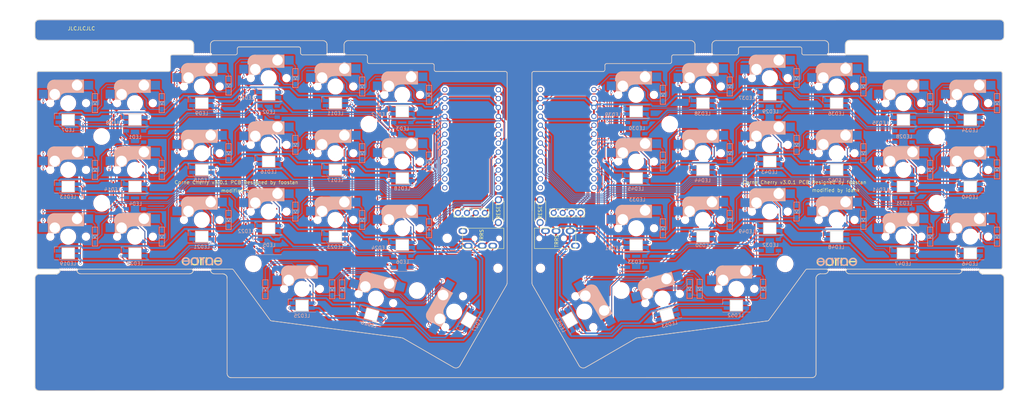
<source format=kicad_pcb>
(kicad_pcb (version 20240108) (generator "pcbnew") (generator_version "8.0")
  (title_block (title "Corne Cherry") (date "2020-09-28") (rev "3.0.1") (company "foostan"))
  (layers (0 "F.Cu" signal) (31 "B.Cu" signal) (34 "B.Paste" user) (35 "F.Paste" user) (36 "B.SilkS" user "B.Silkscreen") (37 "F.SilkS" user "F.Silkscreen") (38 "B.Mask" user) (39 "F.Mask" user) (44 "Edge.Cuts" user))
  (net 0 "")
  (net 1 "row0")
  (net 2 "Net-(D1-Pad2)")
  (net 3 "row1")
  (net 4 "Net-(D2-Pad2)")
  (net 5 "row2")
  (net 6 "Net-(D3-Pad2)")
  (net 7 "row3")
  (net 8 "Net-(D4-Pad2)")
  (net 9 "Net-(D5-Pad2)")
  (net 10 "Net-(D6-Pad2)")
  (net 11 "Net-(D7-Pad2)")
  (net 12 "Net-(D8-Pad2)")
  (net 13 "Net-(D9-Pad2)")
  (net 14 "Net-(D10-Pad2)")
  (net 15 "Net-(D11-Pad2)")
  (net 16 "Net-(D12-Pad2)")
  (net 17 "Net-(D13-Pad2)")
  (net 18 "Net-(D14-Pad2)")
  (net 19 "Net-(D15-Pad2)")
  (net 20 "Net-(D16-Pad2)")
  (net 21 "Net-(D17-Pad2)")
  (net 22 "Net-(D18-Pad2)")
  (net 23 "Net-(D19-Pad2)")
  (net 24 "Net-(D20-Pad2)")
  (net 25 "Net-(D21-Pad2)")
  (net 26 "GND")
  (net 27 "VCC")
  (net 28 "col0")
  (net 29 "col1")
  (net 30 "col2")
  (net 31 "col3")
  (net 32 "col4")
  (net 33 "col5")
  (net 34 "LED")
  (net 35 "data")
  (net 36 "reset")
  (net 37 "SCL")
  (net 38 "SDA")
  (net 39 "Net-(U1-Pad14)")
  (net 40 "Net-(U1-Pad13)")
  (net 41 "Net-(U1-Pad12)")
  (net 42 "Net-(U1-Pad11)")
  (net 43 "Net-(U1-Pad24)")
  (net 44 "Net-(D22-Pad2)")
  (net 45 "row0_r")
  (net 46 "Net-(D23-Pad2)")
  (net 47 "Net-(D24-Pad2)")
  (net 48 "Net-(D25-Pad2)")
  (net 49 "Net-(D26-Pad2)")
  (net 50 "Net-(D27-Pad2)")
  (net 51 "row1_r")
  (net 52 "Net-(D28-Pad2)")
  (net 53 "Net-(D29-Pad2)")
  (net 54 "Net-(D30-Pad2)")
  (net 55 "Net-(D31-Pad2)")
  (net 56 "Net-(D32-Pad2)")
  (net 57 "Net-(D33-Pad2)")
  (net 58 "row2_r")
  (net 59 "Net-(D34-Pad2)")
  (net 60 "Net-(D35-Pad2)")
  (net 61 "Net-(D36-Pad2)")
  (net 62 "Net-(D37-Pad2)")
  (net 63 "Net-(D38-Pad2)")
  (net 64 "Net-(D39-Pad2)")
  (net 65 "Net-(D40-Pad2)")
  (net 66 "row3_r")
  (net 67 "Net-(D41-Pad2)")
  (net 68 "Net-(D42-Pad2)")
  (net 69 "data_r")
  (net 70 "SDA_r")
  (net 71 "SCL_r")
  (net 72 "LED_r")
  (net 73 "reset_r")
  (net 74 "col0_r")
  (net 75 "col1_r")
  (net 76 "col2_r")
  (net 77 "col3_r")
  (net 78 "col4_r")
  (net 79 "col5_r")
  (net 80 "VDD")
  (net 81 "GNDA")
  (net 82 "Net-(LED1-Pad2)")
  (net 83 "Net-(LED1-Pad4)")
  (net 84 "Net-(LED2-Pad4)")
  (net 85 "Net-(LED10-Pad2)")
  (net 86 "Net-(LED11-Pad4)")
  (net 87 "Net-(LED13-Pad4)")
  (net 88 "Net-(LED14-Pad2)")
  (net 89 "Net-(LED15-Pad4)")
  (net 90 "Net-(LED10-Pad4)")
  (net 91 "Net-(LED11-Pad2)")
  (net 92 "Net-(LED12-Pad4)")
  (net 93 "Net-(LED13-Pad2)")
  (net 94 "Net-(LED14-Pad4)")
  (net 95 "Net-(LED16-Pad4)")
  (net 96 "Net-(LED17-Pad2)")
  (net 97 "Net-(LED18-Pad4)")
  (net 98 "Net-(LED22-Pad4)")
  (net 99 "Net-(LED24-Pad4)")
  (net 100 "Net-(LED25-Pad4)")
  (net 101 "Net-(LED27-Pad4)")
  (net 102 "Net-(LED28-Pad2)")
  (net 103 "Net-(LED29-Pad4)")
  (net 104 "Net-(LED32-Pad2)")
  (net 105 "Net-(LED34-Pad2)")
  (net 106 "Net-(LED35-Pad4)")
  (net 107 "Net-(LED37-Pad4)")
  (net 108 "Net-(LED38-Pad2)")
  (net 109 "Net-(LED39-Pad4)")
  (net 110 "Net-(LED4-Pad2)")
  (net 111 "Net-(LED5-Pad2)")
  (net 112 "Net-(LED7-Pad4)")
  (net 113 "Net-(LED15-Pad2)")
  (net 114 "Net-(LED20-Pad4)")
  (net 115 "Net-(LED23-Pad2)")
  (net 116 "Net-(LED28-Pad4)")
  (net 117 "Net-(LED31-Pad2)")
  (net 118 "Net-(LED33-Pad2)")
  (net 119 "Net-(LED40-Pad2)")
  (net 120 "Net-(LED41-Pad4)")
  (net 121 "Net-(LED42-Pad2)")
  (net 122 "Net-(LED43-Pad4)")
  (net 123 "Net-(LED44-Pad2)")
  (net 124 "Net-(LED45-Pad4)")
  (net 125 "Net-(LED47-Pad4)")
  (net 126 "Net-(LED49-Pad4)")
  (net 127 "Net-(LED50-Pad2)")
  (net 128 "Net-(LED51-Pad4)")
  (net 129 "Net-(LED52-Pad4)")
  (net 130 "Net-(LED34-Pad4)")
  (net 131 "Net-(LED36-Pad4)")
  (net 132 "Net-(LED36-Pad2)")
  (net 133 "Net-(LED38-Pad4)")
  (net 134 "Net-(U2-Pad11)")
  (net 135 "Net-(U2-Pad12)")
  (net 136 "Net-(U2-Pad13)")
  (net 137 "Net-(U2-Pad14)")
  (net 138 "Net-(U2-Pad24)")
  (net 139 "Net-(J1-PadA)")
  (net 140 "Net-(J3-PadA)")
  (net 141 "Net-(LED19-Pad2)")
  (net 142 "Net-(LED46-Pad2)")
  (footprint "kbd:MJ-4PP-9_1side" (layer "F.Cu") (at 144.1345 74.292 -90)
    (property "Reference" "J1")
    (property "Value" "MJ-4PP-9" (hide yes))
  )
  (footprint "holykeebs:OLED_1side_1mm_holes" (layer "F.Cu") (at 130.9485 67.028)
    (property "Reference" "J2")
    (property "Value" "OLED" (hide yes))
  )
  (footprint "kbd:ResetSW_1side" (layer "F.Cu") (at 142.4245 66.531 -90)
    (property "Reference" "RSW1" (hide yes))
    (property "Value" "SW_PUSH")
  )
  (footprint "kbd:CherryMX_Hotswap" (layer "F.Cu") (at 39.1075 35.78)
    (property "Reference" "SW2" (hide yes))
    (property "Value" "SW_PUSH" (hide yes))
  )
  (footprint "kbd:CherryMX_Hotswap" (layer "F.Cu") (at 58.1075 31.03)
    (property "Reference" "SW3" (hide yes))
    (property "Value" "SW_PUSH" (hide yes))
  )
  (footprint "kbd:CherryMX_Hotswap" (layer "F.Cu") (at 77.1075 28.655)
    (property "Reference" "SW4" (hide yes))
    (property "Value" "SW_PUSH" (hide yes))
  )
  (footprint "kbd:CherryMX_Hotswap" (layer "F.Cu") (at 96.1075 31.03)
    (property "Reference" "SW5" (hide yes))
    (property "Value" "SW_PUSH" (hide yes))
  )
  (footprint "kbd:CherryMX_Hotswap" (layer "F.Cu") (at 20.1075 54.78)
    (property "Reference" "SW7" (hide yes))
    (property "Value" "SW_PUSH" (hide yes))
  )
  (footprint "kbd:CherryMX_Hotswap" (layer "F.Cu") (at 39.1075 54.78)
    (property "Reference" "SW8" (hide yes))
    (property "Value" "SW_PUSH" (hide yes))
  )
  (footprint "kbd:CherryMX_Hotswap" (layer "F.Cu") (at 58.1075 50.03)
    (property "Reference" "SW9" (hide yes))
    (property "Value" "SW_PUSH" (hide yes))
  )
  (footprint "kbd:CherryMX_Hotswap" (layer "F.Cu") (at 77.1075 47.655)
    (property "Reference" "SW10" (hide yes))
    (property "Value" "SW_PUSH" (hide yes))
  )
  (footprint "kbd:CherryMX_Hotswap" (layer "F.Cu") (at 96.1075 50.03)
    (property "Reference" "SW11" (hide yes))
    (property "Value" "SW_PUSH" (hide yes))
  )
  (footprint "kbd:CherryMX_Hotswap" (layer "F.Cu") (at 115.1075 52.405)
    (property "Reference" "SW12" (hide yes))
    (property "Value" "SW_PUSH" (hide yes))
  )
  (footprint "kbd:CherryMX_Hotswap" (layer "F.Cu") (at 20.1075 73.78)
    (property "Reference" "SW13" (hide yes))
    (property "Value" "SW_PUSH" (hide yes))
  )
  (footprint "kbd:CherryMX_Hotswap" (layer "F.Cu") (at 39.1075 73.78)
    (property "Reference" "SW14" (hide yes))
    (property "Value" "SW_PUSH" (hide yes))
  )
  (footprint "kbd:CherryMX_Hotswap" (layer "F.Cu") (at 58.1075 69.03)
    (property "Reference" "SW15" (hide yes))
    (property "Value" "SW_PUSH" (hide yes))
  )
  (footprint "kbd:CherryMX_Hotswap" (layer "F.Cu") (at 77.1075 66.655)
    (property "Reference" "SW16" (hide yes))
    (property "Value" "SW_PUSH" (hide yes))
  )
  (footprint "kbd:CherryMX_Hotswap" (layer "F.Cu") (at 96.1075 69.03)
    (property "Reference" "SW17" (hide yes))
    (property "Value" "SW_PUSH" (hide yes))
  )
  (footprint "kbd:CherryMX_Hotswap" (layer "F.Cu") (at 115.1075 71.405)
    (property "Reference" "SW18" (hide yes))
    (property "Value" "SW_PUSH" (hide yes))
  )
  (footprint "kbd:CherryMX_Hotswap" (layer "F.Cu") (at 86.6075 88.655)
    (property "Reference" "SW19" (hide yes))
    (property "Value" "SW_PUSH" (hide yes))
  )
  (footprint "kbd:CherryMX_Hotswap" (layer "F.Cu") (at 107.6075 91.405 -15)
    (property "Reference" "SW20" (hide yes))
    (property "Value" "SW_PUSH" (hide yes))
  )
  (footprint "kbd:CherryMX_Hotswap_1.5u" (layer "F.Cu") (at 129.8575 95.155 60)
    (property "Reference" "SW21" (hide yes))
    (property "Value" "SW_PUSH" (hide yes))
  )
  (footprint "kbd:CherryMX_Hotswap_1.5u" (layer "F.Cu") (at 166.8645 95.15 -60)
    (property "Reference" "SW42" (hide yes))
    (property "Value" "SW_PUSH" (hide yes))
  )
  (footprint "kbd:MJ-4PP-9_1side" (layer "F.Cu") (at 152.5375 74.27 90)
    (property "Reference" "J3")
    (property "Value" "MJ-4PP-9" (hide yes))
  )
  (footprint "holykeebs:OLED_1side_1mm_holes" (layer "F.Cu") (at 158.1775 67.02)
    (property "Reference" "J4")
    (property "Value" "OLED" (hide yes))
  )
  (footprint "kbd:ResetSW_1side" (layer "F.Cu") (at 154.3045 66.522 -90)
    (property "Reference" "RSW2" (hide yes))
    (property "Value" "SW_PUSH")
  )
  (footprint "kbd:CherryMX_Hotswap" (layer "F.Cu") (at 219.6145 66.65)
    (property "Reference" "SW37" (hide yes))
    (property "Value" "SW_PUSH" (hide yes))
  )
  (footprint "kbd:CherryMX_Hotswap" (layer "F.Cu") (at 200.6145 69.025)
    (property "Reference" "SW38" (hide yes))
    (property "Value" "SW_PUSH" (hide yes))
  )
  (footprint "kbd:CherryMX_Hotswap" (layer "F.Cu") (at 181.6145 71.4)
    (property "Reference" "SW39" (hide yes))
    (property "Value" "SW_PUSH" (hide yes))
  )
  (footprint "kbd:CherryMX_Hotswap" (layer "F.Cu") (at 210.1145 88.65)
    (property "Reference" "SW40" (hide yes))
    (property "Value" "SW_PUSH" (hide yes))
  )
  (footprint "kbd:CherryMX_Hotswap" (layer "F.Cu") (at 189.1145 91.4 15)
    (property "Reference" "SW41" (hide yes))
    (property "Value" "SW_PUSH" (hide yes))
  )
  (footprint "kbd:CherryMX_Hotswap" (layer "F.Cu") (at 219.6145 28.65)
    (property "Reference" "SW25" (hide yes))
    (property "Value" "SW_PUSH" (hide yes))
  )
  (footprint "kbd:CherryMX_Hotswap" (layer "F.Cu") (at 200.6145 31.025)
    (property "Reference" "SW26" (hide yes))
    (property "Value" "SW_PUSH" (hide yes))
  )
  (footprint "kbd:CherryMX_Hotswap" (layer "F.Cu") (at 276.6145 54.775)
    (property "Reference" "SW28" (hide yes))
    (property "Value" "SW_PUSH" (hide yes))
  )
  (footprint "kbd:CherryMX_Hotswap" (layer "F.Cu") (at 238.6145 31.025)
    (property "Reference" "SW24" (hide yes))
    (property "Value" "SW_PUSH" (hide yes))
  )
  (footprint "kbd:CherryMX_Hotswap" (layer "F.Cu") (at 257.6145 54.775)
    (property "Reference" "SW29" (hide yes))
    (property "Value" "SW_PUSH" (hide yes))
  )
  (footprint "kbd:CherryMX_Hotswap" (layer "F.Cu") (at 257.6145 73.775)
    (property "Reference" "SW35" (hide yes))
    (property "Value" "SW_PUSH" (hide yes))
  )
  (footprint "kbd:CherryMX_Hotswap" (layer "F.Cu") (at 238.6145 69.025)
    (property "Reference" "SW36" (hide yes))
    (property "Value" "SW_PUSH" (hide yes))
  )
  (footprint "kbd:CherryMX_Hotswap" (layer "F.Cu") (at 276.6145 35.775)
    (property "Reference" "SW22" (hide yes))
    (property "Value" "SW_PUSH" (hide yes))
  )
  (footprint "kbd:CherryMX_Hotswap" (layer "F.Cu") (at 257.6145 35.775)
    (property "Reference" "SW23" (hide yes))
    (property "Value" "SW_PUSH" (hide yes))
  )
  (footprint "kbd:CherryMX_Hotswap" (layer "F.Cu") (at 238.6145 50.025)
    (property "Reference" "SW30" (hide yes))
    (property "Value" "SW_PUSH" (hide yes))
  )
  (footprint "kbd:CherryMX_Hotswap" (layer "F.Cu") (at 219.6145 47.65)
    (property "Reference" "SW31" (hide yes))
    (property "Value" "SW_PUSH" (hide yes))
  )
  (footprint "kbd:CherryMX_Hotswap" (layer "F.Cu") (at 200.6145 50.025)
    (property "Reference" "SW32" (hide yes))
    (property "Value" "SW_PUSH" (hide yes))
  )
  (footprint "kbd:CherryMX_Hotswap" (layer "F.Cu") (at 181.6145 52.4)
    (property "Reference" "SW33" (hide yes))
    (property "Value" "SW_PUSH" (hide yes))
  )
  (footprint "kbd:CherryMX_Hotswap" (layer "F.Cu") (at 276.6145 73.775)
    (property "Reference" "SW34" (hide yes))
    (property "Value" "SW_PUSH" (hide yes))
  )
  (footprint "kbd:CherryMX_Hotswap" (layer "F.Cu") (at 20.1075 35.78)
    (property "Reference" "SW1" (hide yes))
    (property "Value" "SW_PUSH" (hide yes))
  )
  (footprint "kbd:M2_HOLE_v2" (layer "F.Cu") (at 105.5755 41.7655)
    (property "Reference" "Ref**" (hide yes))
    (property "Value" "Val**" (hide yes))
  )
  (footprint "kbd:M2_HOLE_v2" (layer "F.Cu") (at 72.7645 81.5205)
    (property "Reference" "Ref**" (hide yes))
    (property "Value" "Val**" (hide yes))
  )
  (footprint "kbd:M2_HOLE_v2" (layer "F.Cu") (at 119.3305 89.135)
    (property "Reference" "Ref**" (hide yes))
    (property "Value" "Val**" (hide yes))
  )
  (footprint "kbd:M2_HOLE_v2" (layer "F.Cu") (at 127.8695 74.254)
    (property "Reference" "Ref**" (hide yes))
    (property "Value" "Val**" (hide yes))
  )
  (footprint "kbd:M2_HOLE_v2" (layer "F.Cu") (at 142.3015 82.775)
    (property "Reference" "Ref**" (hide yes))
    (property "Value" "Val**" (hide yes))
  )
  (footprint "kbd:M2_HOLE_v2" (layer "F.Cu") (at 177.3895 89.145 180)
    (property "Reference" "Ref**" (hide yes))
    (property "Value" "Val**" (hide yes))
  )
  (footprint "kbd:M2_HOLE_v2" (layer "F.Cu") (at 223.9555 81.5305 180)
    (property "Reference" "Ref**" (hide yes))
    (property "Value" "Val**" (hide yes))
  )
  (footprint "kbd:M2_HOLE_v2" (layer "F.Cu") (at 267.0995 45.2655 180)
    (property "Reference" "Ref**" (hide yes))
    (property "Value" "Val**" (hide yes))
  )
  (footprint "kbd:M2_HOLE_v2" (layer "F.Cu") (at 191.1445 41.7755 180)
    (property "Reference" "Ref**" (hide yes))
    (property "Value" "Val**" (hide yes))
  )
  (footprint "kbd:CherryMX_Hotswap" (layer "F.Cu") (at 115.1075 33.405)
    (property "Reference" "SW6" (hide yes))
    (property "Value" "SW_PUSH" (hide yes))
  )
  (footprint "kbd:CherryMX_Hotswap" (layer "F.Cu") (at 181.6075 33.405)
    (property "Reference" "SW27" (hide yes))
    (property "Value" "SW_PUSH" (hide yes))
  )
  (footprint "kbd:M2_HOLE_v2" (layer "F.Cu") (at 27.5195 54.1395)
    (property "Reference" "Ref**" (hide yes))
    (property "Value" "Val**" (hide yes))
  )
  (footprint "holykeebs:ProMicro_1mm_holes" (layer "F.Cu") (at 134.8125 46.42)
    (property "Reference" "U1" (hide yes))
    (property "Value" "ProMicro" (hide yes))
  )
  (footprint "holykeebs:ProMicro_1mm_holes" (layer "F.Cu") (at 161.9875 46.39)
    (property "Reference" "U2" (hide yes))
    (property "Value" "ProMicro" (hide yes))
  )
  (footprint "kbd:M2_HOLE_v2" (layer "F.Cu") (at 29.6075 45.28)
    (property "Reference" "Ref**" (hide yes))
    (property "Value" "Val**" (hide yes))
  )
  (footprint "kbd:Breakaway_Tabs" (layer "F.Cu") (at 58.23675 21.869)
    (property "Reference" "REF**")
    (property "Value" "Breakaway_Tabs")
  )
  (footprint "kbd:Breakaway_Tabs" (layer "F.Cu") (at 96.2075 21.873)
    (property "Reference" "REF**")
    (property "Value" "Breakaway_Tabs")
  )
  (footprint "kbd:Breakaway_Tabs" (layer "F.Cu") (at 20.1625 83.176)
    (property "Reference" "REF**")
    (property "Value" "Breakaway_Tabs")
  )
  (footprint "kbd:Breakaway_Tabs" (layer "F.Cu") (at 58.1235 83.178)
    (property "Reference" "REF**")
    (property "Value" "Breakaway_Tabs")
  )
  (footprint "kbd:corne-logo-horizontal" (layer "F.Cu") (at 58.2675 80.89)
    (property "Reference" "G***" (hide yes))
    (property "Value" "LOGO" (hide yes))
  )
  (footprint "kbd:corne-logo-horizontal" (layer "F.Cu") (at 238.7775 81.04)
    (property "Reference" "G***" (hide yes))
    (property "Value" "LOGO" (hide yes))
  )
  (footprint "kbd:D3_SMD_v2" (layer "B.Cu") (at 27.7345 35.776875 90)
    (property "Reference" "D1" (hide yes))
    (property "Value" "D" (hide yes))
  )
  (footprint "kbd:D3_SMD_v2" (layer "B.Cu") (at 46.7345 35.78 90)
    (property "Reference" "D2" (hide yes))
    (property "Value" "D" (hide yes))
  )
  (footprint "kbd:D3_SMD_v2" (layer "B.Cu") (at 65.7075 30.78 90)
    (property "Reference" "D3" (hide yes))
    (property "Value" "D" (hide yes))
  )
  (footprint "kbd:D3_SMD_v2" (layer "B.Cu") (at 84.7075 28.655 90)
    (property "Reference" "D4" (hide yes))
    (property "Value" "D" (hide yes))
  )
  (footprint "kbd:D3_SMD_v2" (layer "B.Cu") (at 103.7075 31.03 90)
    (property "Reference" "D5" (hide yes))
    (property "Value" "D" (hide yes))
  )
  (footprint "kbd:D3_SMD_v2" (layer "B.Cu") (at 122.7075 33.405 90)
    (property "Reference" "D6" (hide yes))
    (property "Value" "D" (hide yes))
  )
  (footprint "kbd:D3_SMD_v2" (layer "B.Cu") (at 27.7345 54.776875 90)
    (property "Reference" "D7" (hide yes))
    (property "Value" "D" (hide yes))
  )
  (footprint "kbd:D3_SMD_v2" (layer "B.Cu") (at 46.7345 54.78 90)
    (property "Reference" "D8" (hide yes))
    (property "Value" "D" (hide yes))
  )
  (footprint "kbd:D3_SMD_v2" (layer "B.Cu") (at 65.7075 50.03 90)
    (property "Reference" "D9" (hide yes))
    (property "Value" "D" (hide yes))
  )
  (footprint "kbd:D3_SMD_v2" (layer "B.Cu") (at 84.7075 47.655 90)
    (property "Reference" "D10" (hide yes))
    (property "Value" "D" (hide yes))
  )
  (footprint "kbd:D3_SMD_v2" (layer "B.Cu") (at 103.7075 50.03 90)
    (property "Reference" "D11" (hide yes))
    (property "Value" "D" (hide yes))
  )
  (footprint "kbd:D3_SMD_v2" (layer "B.Cu") (at 122.7075 52.405 90)
    (property "Reference" "D12" (hide yes))
    (property "Value" "D" (hide yes))
  )
  (footprint "kbd:D3_SMD_v2" (layer "B.Cu") (at 27.7345 73.776875 90)
    (property "Reference" "D13" (hide yes))
    (property "Value" "D" (hide yes))
  )
  (footprint "kbd:D3_SMD_v2" (layer "B.Cu") (at 46.7345 73.78 90)
    (property "Reference" "D14" (hide yes))
    (property "Value" "D" (hide yes))
  )
  (footprint "kbd:D3_SMD_v2" (layer "B.Cu") (at 65.7075 69.03 90)
    (property "Reference" "D15" (hide yes))
    (property "Value" "D" (hide yes))
  )
  (footprint "kbd:D3_SMD_v2" (layer "B.Cu") (at 84.7075 66.655 90)
    (property "Reference" "D16" (hide yes))
    (property "Value" "D" (hide yes))
  )
  (footprint "kbd:D3_SMD_v2" (layer "B.Cu") (at 103.7075 69.03 90)
    (property "Reference" "D17" (hide yes))
    (property "Value" "D" (hide yes))
  )
  (footprint "kbd:D3_SMD_v2" (layer "B.Cu") (at 122.7075 71.405 90)
    (property "Reference" "D18" (hide yes))
    (property "Value" "D" (hide yes))
  )
  (footprint "kbd:D3_SMD_v2" (layer "B.Cu") (at 76.1575 88.77 90)
    (property "Reference" "D19" (hide yes))
    (property "Value" "D" (hide yes))
  )
  (footprint "kbd:D3_SMD_v2" (layer "B.Cu") (at 95.1645 88.765 90)
    (property "Reference" "D20" (hide yes))
    (property "Value" "D" (hide yes))
  )
  (footprint "kbd:D3_SMD_v2" (layer "B.Cu") (at 98.0075 88.765 90)
    (property "Reference" "D21" (hide yes))
    (property "Value" "D" (hide yes))
  )
  (footprint "kbd:YS-SK6812MINI-E" (layer "B.Cu") (at 20.1075 40.53)
    (property "Reference" "LED7")
    (property "Value" "YS-SK6812MINI-E")
    (fp_line (start -1.8 -1.55) (end 1.8 -1.55) (stroke (width 0.12)) (layer "Edge.Cuts"))
    (fp_line (start -1.8 1.55) (end -1.8 -1.55) (stroke (width 0.12)) (layer "Edge.Cuts"))
    (fp_line (start 1.8 -1.55) (end 1.8 1.55) (stroke (width 0.12)) (layer "Edge.Cuts"))
    (fp_line (start 1.8 1.55) (end -1.8 1.55) (stroke (width 0.12)) (layer "Edge.Cuts"))
  )
  (footprint "kbd:YS-SK6812MINI-E" (layer "B.Cu") (at 39.1075 40.53)
    (property "Reference" "LED8")
    (property "Value" "YS-SK6812MINI-E")
    (fp_line (start -1.8 -1.55) (end 1.8 -1.55) (stroke (width 0.12)) (layer "Edge.Cuts"))
    (fp_line (start -1.8 1.55) (end -1.8 -1.55) (stroke (width 0.12)) (layer "Edge.Cuts"))
    (fp_line (start 1.8 -1.55) (end 1.8 1.55) (stroke (width 0.12)) (layer "Edge.Cuts"))
    (fp_line (start 1.8 1.55) (end -1.8 1.55) (stroke (width 0.12)) (layer "Edge.Cuts"))
  )
  (footprint "kbd:YS-SK6812MINI-E" (layer "B.Cu") (at 58.1075 35.78)
    (property "Reference" "LED9")
    (property "Value" "YS-SK6812MINI-E")
    (fp_line (start -1.8 -1.55) (end 1.8 -1.55) (stroke (width 0.12)) (layer "Edge.Cuts"))
    (fp_line (start -1.8 1.55) (end -1.8 -1.55) (stroke (width 0.12)) (layer "Edge.Cuts"))
    (fp_line (start 1.8 -1.55) (end 1.8 1.55) (stroke (width 0.12)) (layer "Edge.Cuts"))
    (fp_line (start 1.8 1.55) (end -1.8 1.55) (stroke (width 0.12)) (layer "Edge.Cuts"))
  )
  (footprint "kbd:YS-SK6812MINI-E" (layer "B.Cu") (at 77.1075 33.405)
    (property "Reference" "LED10")
    (property "Value" "YS-SK6812MINI-E")
    (fp_line (start -1.8 -1.55) (end 1.8 -1.55) (stroke (width 0.12)) (layer "Edge.Cuts"))
    (fp_line (start -1.8 1.55) (end -1.8 -1.55) (stroke (width 0.12)) (layer "Edge.Cuts"))
    (fp_line (start 1.8 -1.55) (end 1.8 1.55) (stroke (width 0.12)) (layer "Edge.Cuts"))
    (fp_line (start 1.8 1.55) (end -1.8 1.55) (stroke (width 0.12)) (layer "Edge.Cuts"))
  )
  (footprint "kbd:YS-SK6812MINI-E" (layer "B.Cu") (at 96.1075 35.78)
    (property "Reference" "LED11")
    (property "Value" "YS-SK6812MINI-E")
    (fp_line (start -1.8 -1.55) (end 1.8 -1.55) (stroke (width 0.12)) (layer "Edge.Cuts"))
    (fp_line (start -1.8 1.55) (end -1.8 -1.55) (stroke (width 0.12)) (layer "Edge.Cuts"))
    (fp_line (start 1.8 -1.55) (end 1.8 1.55) (stroke (width 0.12)) (layer "Edge.Cuts"))
    (fp_line (start 1.8 1.55) (end -1.8 1.55) (stroke (width 0.12)) (layer "Edge.Cuts"))
  )
  (footprint "kbd:YS-SK6812MINI-E" (layer "B.Cu") (at 115.1075 38.155)
    (property "Reference" "LED12")
    (property "Value" "YS-SK6812MINI-E")
    (fp_line (start -1.8 -1.55) (end 1.8 -1.55) (stroke (width 0.12)) (layer "Edge.Cuts"))
    (fp_line (start -1.8 1.55) (end -1.8 -1.55) (stroke (width 0.12)) (layer "Edge.Cuts"))
    (fp_line (start 1.8 -1.55) (end 1.8 1.55) (stroke (width 0.12)) (layer "Edge.Cuts"))
    (fp_line (start 1.8 1.55) (end -1.8 1.55) (stroke (width 0.12)) (layer "Edge.Cuts"))
  )
  (footprint "kbd:YS-SK6812MINI-E" (layer "B.Cu") (at 20.1075 59.53)
    (property "Reference" "LED13")
    (property "Value" "YS-SK6812MINI-E")
    (fp_line (start -1.8 -1.55) (end 1.8 -1.55) (stroke (width 0.12)) (layer "Edge.Cuts"))
    (fp_line (start -1.8 1.55) (end -1.8 -1.55) (stroke (width 0.12)) (layer "Edge.Cuts"))
    (fp_line (start 1.8 -1.55) (end 1.8 1.55) (stroke (width 0.12)) (layer "Edge.Cuts"))
    (fp_line (start 1.8 1.55) (end -1.8 1.55) (stroke (width 0.12)) (layer "Edge.Cuts"))
  )
  (footprint "kbd:YS-SK6812MINI-E" (layer "B.Cu") (at 39.1075 59.53)
    (property "Reference" "LED14")
    (property "Value" "YS-SK6812MINI-E")
    (fp_line (start -1.8 -1.55) (end 1.8 -1.55) (stroke (width 0.12)) (layer "Edge.Cuts"))
    (fp_line (start -1.8 1.55) (end -1.8 -1.55) (stroke (width 0.12)) (layer "Edge.Cuts"))
    (fp_line (start 1.8 -1.55) (end 1.8 1.55) (stroke (width 0.12)) (layer "Edge.Cuts"))
    (fp_line (start 1.8 1.55) (end -1.8 1.55) (stroke (width 0.12)) (layer "Edge.Cuts"))
  )
  (footprint "kbd:YS-SK6812MINI-E" (layer "B.Cu") (at 58.1075 54.78)
    (property "Reference" "LED15")
    (property "Value" "YS-SK6812MINI-E")
    (fp_line (start -1.8 -1.55) (end 1.8 -1.55) (stroke (width 0.12)) (layer "Edge.Cuts"))
    (fp_line (start -1.8 1.55) (end -1.8 -1.55) (stroke (width 0.12)) (layer "Edge.Cuts"))
    (fp_line (start 1.8 -1.55) (end 1.8 1.55) (stroke (width 0.12)) (layer "Edge.Cuts"))
    (fp_line (start 1.8 1.55) (end -1.8 1.55) (stroke (width 0.12)) (layer "Edge.Cuts"))
  )
  (footprint "kbd:YS-SK6812MINI-E" (layer "B.Cu") (at 77.1075 52.405)
    (property "Reference" "LED16")
    (property "Value" "YS-SK6812MINI-E")
    (fp_line (start -1.8 -1.55) (end 1.8 -1.55) (stroke (width 0.12)) (layer "Edge.Cuts"))
    (fp_line (start -1.8 1.55) (end -1.8 -1.55) (stroke (width 0.12)) (layer "Edge.Cuts"))
    (fp_line (start 1.8 -1.55) (end 1.8 1.55) (stroke (width 0.12)) (layer "Edge.Cuts"))
    (fp_line (start 1.8 1.55) (end -1.8 1.55) (stroke (width 0.12)) (layer "Edge.Cuts"))
  )
  (footprint "kbd:YS-SK6812MINI-E" (layer "B.Cu") (at 96.1075 54.78)
    (property "Reference" "LED17")
    (property "Value" "YS-SK6812MINI-E")
    (fp_line (start -1.8 -1.55) (end 1.8 -1.55) (stroke (width 0.12)) (layer "Edge.Cuts"))
    (fp_line (start -1.8 1.55) (end -1.8 -1.55) (stroke (width 0.12)) (layer "Edge.Cuts"))
    (fp_line (start 1.8 -1.55) (end 1.8 1.55) (stroke (width 0.12)) (layer "Edge.Cuts"))
    (fp_line (start 1.8 1.55) (end -1.8 1.55) (stroke (width 0.12)) (layer "Edge.Cuts"))
  )
  (footprint "kbd:YS-SK6812MINI-E" (layer "B.Cu") (at 115.1075 57.155)
    (property "Reference" "LED18")
    (property "Value" "YS-SK6812MINI-E")
    (fp_line (start -1.8 -1.55) (end 1.8 -1.55) (stroke (width 0.12)) (layer "Edge.Cuts"))
    (fp_line (start -1.8 1.55) (end -1.8 -1.55) (stroke (width 0.12)) (layer "Edge.Cuts"))
    (fp_line (start 1.8 -1.55) (end 1.8 1.55) (stroke (width 0.12)) (layer "Edge.Cuts"))
    (fp_line (start 1.8 1.55) (end -1.8 1.55) (stroke (width 0.12)) (layer "Edge.Cuts"))
  )
  (footprint "kbd:YS-SK6812MINI-E" (layer "B.Cu") (at 20.1075 78.53)
    (property "Reference" "LED19")
    (property "Value" "YS-SK6812MINI-E")
    (fp_line (start -1.8 -1.55) (end 1.8 -1.55) (stroke (width 0.12)) (layer "Edge.Cuts"))
    (fp_line (start -1.8 1.55) (end -1.8 -1.55) (stroke (width 0.12)) (layer "Edge.Cuts"))
    (fp_line (start 1.8 -1.55) (end 1.8 1.55) (stroke (width 0.12)) (layer "Edge.Cuts"))
    (fp_line (start 1.8 1.55) (end -1.8 1.55) (stroke (width 0.12)) (layer "Edge.Cuts"))
  )
  (footprint "kbd:YS-SK6812MINI-E" (layer "B.Cu") (at 39.1075 78.53)
    (property "Reference" "LED20")
    (property "Value" "YS-SK6812MINI-E")
    (fp_line (start -1.8 -1.55) (end 1.8 -1.55) (stroke (width 0.12)) (layer "Edge.Cuts"))
    (fp_line (start -1.8 1.55) (end -1.8 -1.55) (stroke (width 0.12)) (layer "Edge.Cuts"))
    (fp_line (start 1.8 -1.55) (end 1.8 1.55) (stroke (width 0.12)) (layer "Edge.Cuts"))
    (fp_line (start 1.8 1.55) (end -1.8 1.55) (stroke (width 0.12)) (layer "Edge.Cuts"))
  )
  (footprint "kbd:YS-SK6812MINI-E" (layer "B.Cu") (at 58.1075 73.78)
    (property "Reference" "LED21")
    (property "Value" "YS-SK6812MINI-E")
    (fp_line (start -1.8 -1.55) (end 1.8 -1.55) (stroke (width 0.12)) (layer "Edge.Cuts"))
    (fp_line (start -1.8 1.55) (end -1.8 -1.55) (stroke (width 0.12)) (layer "Edge.Cuts"))
    (fp_line (start 1.8 -1.55) (end 1.8 1.55) (stroke (width 0.12)) (layer "Edge.Cuts"))
    (fp_line (start 1.8 1.55) (end -1.8 1.55) (stroke (width 0.12)) (layer "Edge.Cuts"))
  )
  (footprint "kbd:YS-SK6812MINI-E" (layer "B.Cu") (at 77.1075 71.405)
    (property "Reference" "LED22")
    (property "Value" "YS-SK6812MINI-E")
    (fp_line (start -1.8 -1.55) (end 1.8 -1.55) (stroke (width 0.12)) (layer "Edge.Cuts"))
    (fp_line (start -1.8 1.55) (end -1.8 -1.55) (stroke (width 0.12)) (layer "Edge.Cuts"))
    (fp_line (start 1.8 -1.55) (end 1.8 1.55) (stroke (width 0.12)) (layer "Edge.Cuts"))
    (fp_line (start 1.8 1.55) (end -1.8 1.55) (stroke (width 0.12)) (layer "Edge.Cuts"))
  )
  (footprint "kbd:YS-SK6812MINI-E" (layer "B.Cu") (at 115.1075 76.155)
    (property "Reference" "LED24")
    (property "Value" "YS-SK6812MINI-E")
    (fp_line (start -1.8 -1.55) (end 1.8 -1.55) (stroke (width 0.12)) (layer "Edge.Cuts"))
    (fp_line (start -1.8 1.55) (end -1.8 -1.55) (stroke (width 0.12)) (layer "Edge.Cuts"))
    (fp_line (start 1.8 -1.55) (end 1.8 1.55) (stroke (width 0.12)) (layer "Edge.Cuts"))
    (fp_line (start 1.8 1.55) (end -1.8 1.55) (stroke (width 0.12)) (layer "Edge.Cuts"))
  )
  (footprint "kbd:YS-SK6812MINI-E" (layer "B.Cu") (at 133.971121 97.53 60)
    (property "Reference" "LED27")
    (property "Value" "YS-SK6812MINI-E")
    (fp_line (start -1.8 -1.55) (end 1.8 -1.55) (stroke (width 0.12)) (layer "Edge.Cuts"))
    (fp_line (start 1.8 -1.55) (end 1.8 1.55) (stroke (width 0.12)) (layer "Edge.Cuts"))
    (fp_line (start -1.8 1.55) (end -1.8 -1.55) (stroke (width 0.12)) (layer "Edge.Cuts"))
    (fp_line (start 1.8 1.55) (end -1.8 1.55) (stroke (width 0.12)) (layer "Edge.Cuts"))
  )
  (footprint "LED_SMD:LED_WS2812B_PLCC4_5.0x5.0mm_P3.2mm" (layer "B.Cu") (at 39.1075 45.28 180)
    (property "Reference" "LED1")
    (property "Value" "WS2812B")
  )
  (footprint "LED_SMD:LED_WS2812B_PLCC4_5.0x5.0mm_P3.2mm" (layer "B.Cu") (at 77.1075 38.155 180)
    (property "Reference" "LED2")
    (property "Value" "WS2812B")
  )
  (footprint "LED_SMD:LED_WS2812B_PLCC4_5.0x5.0mm_P3.2mm" (layer "B.Cu") (at 115.1075 42.905 180)
    (property "Reference" "LED3")
    (property "Value" "WS2812B")
  )
  (footprint "LED_SMD:LED_WS2812B_PLCC4_5.0x5.0mm_P3.2mm" (layer "B.Cu") (at 77.1075 76.155 180)
    (property "Reference" "LED5")
    (property "Value" "WS2812B")
  )
  (footprint "LED_SMD:LED_WS2812B_PLCC4_5.0x5.0mm_P3.2mm" (layer "B.Cu") (at 115.1075 80.905 180)
    (property "Reference" "LED6")
    (property "Value" "WS2812B")
  )
  (footprint "LED_SMD:LED_WS2812B_PLCC4_5.0x5.0mm_P3.2mm" (layer "B.Cu") (at 257.6075 45.28 180)
    (property "Reference" "LED28")
    (property "Value" "WS2812B")
  )
  (footprint "LED_SMD:LED_WS2812B_PLCC4_5.0x5.0mm_P3.2mm" (layer "B.Cu") (at 219.6075 38.155 180)
    (property "Reference" "LED29")
    (property "Value" "WS2812B")
  )
  (footprint "LED_SMD:LED_WS2812B_PLCC4_5.0x5.0mm_P3.2mm" (layer "B.Cu") (at 181.6075 42.905 180)
    (property "Reference" "LED30")
    (property "Value" "WS2812B")
  )
  (footprint "LED_SMD:LED_WS2812B_PLCC4_5.0x5.0mm_P3.2mm" (layer "B.Cu") (at 257.6075 64.28 180)
    (property "Reference" "LED31")
    (property "Value" "WS2812B")
  )
  (footprint "LED_SMD:LED_WS2812B_PLCC4_5.0x5.0mm_P3.2mm" (layer "B.Cu") (at 219.6075 76.155 180)
    (property "Reference" "LED32")
    (property "Value" "WS2812B")
  )
  (footprint "LED_SMD:LED_WS2812B_PLCC4_5.0x5.0mm_P3.2mm" (layer "B.Cu") (at 181.6075 80.905 180)
    (property "Reference" "LED33")
    (property "Value" "WS2812B")
  )
  (footprint "kbd:YS-SK6812MINI-E" (layer "B.Cu") (at 219.6075 52.405)
    (property "Reference" "LED43")
    (property "Value" "YS-SK6812MINI-E")
    (fp_line (start -1.8 -1.55) (end 1.8 -1.55) (stroke (width 0.12)) (layer "Edge.Cuts"))
    (fp_line (start -1.8 1.55) (end -1.8 -1.55) (stroke (width 0.12)) (layer "Edge.Cuts"))
    (fp_line (start 1.8 -1.55) (end 1.8 1.55) (stroke (width 0.12)) (layer "Edge.Cuts"))
    (fp_line (start 1.8 1.55) (end -1.8 1.55) (stroke (width 0.12)) (layer "Edge.Cuts"))
  )
  (footprint "kbd:YS-SK6812MINI-E" (layer "B.Cu") (at 200.6075 54.78)
    (property "Reference" "LED44")
    (property "Value" "YS-SK6812MINI-E")
    (fp_line (start -1.8 -1.55) (end 1.8 -1.55) (stroke (width 0.12)) (layer "Edge.Cuts"))
    (fp_line (start -1.8 1.55) (end -1.8 -1.55) (stroke (width 0.12)) (layer "Edge.Cuts"))
    (fp_line (start 1.8 -1.55) (end 1.8 1.55) (stroke (width 0.12)) (layer "Edge.Cuts"))
    (fp_line (start 1.8 1.55) (end -1.8 1.55) (stroke (width 0.12)) (layer "Edge.Cuts"))
  )
  (footprint "kbd:YS-SK6812MINI-E" (layer "B.Cu") (at 181.6075 57.155)
    (property "Reference" "LED45")
    (property "Value" "YS-SK6812MINI-E")
    (fp_line (start -1.8 -1.55) (end 1.8 -1.55) (stroke (width 0.12)) (layer "Edge.Cuts"))
    (fp_line (start -1.8 1.55) (end -1.8 -1.55) (stroke (width 0.12)) (layer "Edge.Cuts"))
    (fp_line (start 1.8 -1.55) (end 1.8 1.55) (stroke (width 0.12)) (layer "Edge.Cuts"))
    (fp_line (start 1.8 1.55) (end -1.8 1.55) (stroke (width 0.12)) (layer "Edge.Cuts"))
  )
  (footprint "kbd:YS-SK6812MINI-E" (layer "B.Cu") (at 276.6075 78.53)
    (property "Reference" "LED46")
    (property "Value" "YS-SK6812MINI-E")
    (fp_line (start -1.8 -1.55) (end 1.8 -1.55) (stroke (width 0.12)) (layer "Edge.Cuts"))
    (fp_line (start -1.8 1.55) (end -1.8 -1.55) (stroke (width 0.12)) (layer "Edge.Cuts"))
    (fp_line (start 1.8 -1.55) (end 1.8 1.55) (stroke (width 0.12)) (layer "Edge.Cuts"))
    (fp_line (start 1.8 1.55) (end -1.8 1.55) (stroke (width 0.12)) (layer "Edge.Cuts"))
  )
  (footprint "kbd:YS-SK6812MINI-E" (layer "B.Cu") (at 257.6075 78.53)
    (property "Reference" "LED47")
    (property "Value" "YS-SK6812MINI-E")
    (fp_line (start -1.8 -1.55) (end 1.8 -1.55) (stroke (width 0.12)) (layer "Edge.Cuts"))
    (fp_line (start -1.8 1.55) (end -1.8 -1.55) (stroke (width 0.12)) (layer "Edge.Cuts"))
    (fp_line (start 1.8 -1.55) (end 1.8 1.55) (stroke (width 0.12)) (layer "Edge.Cuts"))
    (fp_line (start 1.8 1.55) (end -1.8 1.55) (stroke (width 0.12)) (layer "Edge.Cuts"))
  )
  (footprint "kbd:YS-SK6812MINI-E" (layer "B.Cu") (at 238.6075 73.78)
    (property "Reference" "LED48")
    (property "Value" "YS-SK6812MINI-E")
    (fp_line (start -1.8 -1.55) (end 1.8 -1.55) (stroke (width 0.12)) (layer "Edge.Cuts"))
    (fp_line (start -1.8 1.55) (end -1.8 -1.55) (stroke (width 0.12)) (layer "Edge.Cuts"))
    (fp_line (start 1.8 -1.55) (end 1.8 1.55) (stroke (width 0.12)) (layer "Edge.Cuts"))
    (fp_line (start 1.8 1.55) (end -1.8 1.55) (stroke (width 0.12)) (layer "Edge.Cuts"))
  )
  (footprint "kbd:YS-SK6812MINI-E" (layer "B.Cu") (at 219.6075 71.405)
    (property "Reference" "LED49")
    (property "Value" "YS-SK6812MINI-E")
    (fp_line (start -1.8 -1.55) (end 1.8 -1.55) (stroke (width 0.12)) (layer "Edge.Cuts"))
    (fp_line (start -1.8 1.55) (end -1.8 -1.55) (stroke (width 0.12)) (layer "Edge.Cuts"))
    (fp_line (start 1.8 -1.55) (end 1.8 1.55) (stroke (width 0.12)) (layer "Edge.Cuts"))
    (fp_line (start 1.8 1.55) (end -1.8 1.55) (stroke (width 0.12)) (layer "Edge.Cuts"))
  )
  (footprint "kbd:YS-SK6812MINI-E" (layer "B.Cu") (at 200.6075 73.78)
    (property "Reference" "LED50")
    (property "Value" "YS-SK6812MINI-E")
    (fp_line (start -1.8 -1.55) (end 1.8 -1.55) (stroke (width 0.12)) (layer "Edge.Cuts"))
    (fp_line (start -1.8 1.55) (end -1.8 -1.55) (stroke (width 0.12)) (layer "Edge.Cuts"))
    (fp_line (start 1.8 -1.55) (end 1.8 1.55) (stroke (width 0.12)) (layer "Edge.Cuts"))
    (fp_line (start 1.8 1.55) (end -1.8 1.55) (stroke (width 0.12)) (layer "Edge.Cuts"))
  )
  (footprint "kbd:YS-SK6812MINI-E" (layer "B.Cu") (at 181.6075 76.155)
    (property "Reference" "LED51")
    (property "Value" "YS-SK6812MINI-E")
    (fp_line (start -1.8 -1.55) (end 1.8 -1.55) (stroke (width 0.12)) (layer "Edge.Cuts"))
    (fp_line (start -1.8 1.55) (end -1.8 -1.55) (stroke (width 0.12)) (layer "Edge.Cuts"))
    (fp_line (start 1.8 -1.55) (end 1.8 1.55) (stroke (width 0.12)) (layer "Edge.Cuts"))
    (fp_line (start 1.8 1.55) (end -1.8 1.55) (stroke (width 0.12)) (layer "Edge.Cuts"))
  )
  (footprint "kbd:YS-SK6812MINI-E" (layer "B.Cu") (at 210.1075 93.405)
    (property "Reference" "LED52")
    (property "Value" "YS-SK6812MINI-E")
    (fp_line (start -1.8 -1.55) (end 1.8 -1.55) (stroke (width 0.12)) (layer "Edge.Cuts"))
    (fp_line (start -1.8 1.55) (end -1.8 -1.55) (stroke (width 0.12)) (layer "Edge.Cuts"))
    (fp_line (start 1.8 -1.55) (end 1.8 1.55) (stroke (width 0.12)) (layer "Edge.Cuts"))
    (fp_line (start 1.8 1.55) (end -1.8 1.55) (stroke (width 0.12)) (layer "Edge.Cuts"))
  )
  (footprint "kbd:YS-SK6812MINI-E" (layer "B.Cu") (at 190.34389 95.988148 15)
    (property "Reference" "LED53")
    (property "Value" "YS-SK6812MINI-E")
    (fp_line (start -1.8 -1.55) (end 1.8 -1.55) (stroke (width 0.12)) (layer "Edge.Cuts"))
    (fp_line (start -1.8 1.55) (end -1.8 -1.55) (stroke (width 0.12)) (layer "Edge.Cuts"))
    (fp_line (start 1.8 -1.55) (end 1.8 1.55) (stroke (width 0.12)) (layer "Edge.Cuts"))
    (fp_line (start 1.8 1.55) (end -1.8 1.55) (stroke (width 0.12)) (layer "Edge.Cuts"))
  )
  (footprint "kbd:D3_SMD_v2" (layer "B.Cu") (at 265.2145 35.775 90)
    (property "Reference" "D23" (hide yes))
    (property "Value" "D" (hide yes))
  )
  (footprint "kbd:D3_SMD_v2" (layer "B.Cu") (at 246.2145 31.025 90)
    (property "Reference" "D24" (hide yes))
    (property "Value" "D" (hide yes))
  )
  (footprint "kbd:D3_SMD_v2" (layer "B.Cu") (at 227.2145 28.65 90)
    (property "Reference" "D25" (hide yes))
    (property "Value" "D" (hide yes))
  )
  (footprint "kbd:D3_SMD_v2" (layer "B.Cu") (at 189.2075 33.405 90)
    (property "Reference" "D27" (hide yes))
    (property "Value" "D" (hide yes))
  )
  (footprint "kbd:D3_SMD_v2" (layer "B.Cu") (at 284.2145 54.625 90)
    (property "Reference" "D28" (hide yes))
    (property "Value" "D" (hide yes))
  )
  (footprint "kbd:D3_SMD_v2" (layer "B.Cu") (at 265.2145 54.775 90)
    (property "Reference" "D29" (hide yes))
    (property "Value" "D" (hide yes))
  )
  (footprint "kbd:D3_SMD_v2" (layer "B.Cu") (at 246.2145 50.025 90)
    (property "Reference" "D30" (hide yes))
    (property "Value" "D" (hide yes))
  )
  (footprint "kbd:D3_SMD_v2" (layer "B.Cu") (at 227.2145 47.65 90)
    (property "Reference" "D31" (hide yes))
    (property "Value" "D" (hide yes))
  )
  (footprint "kbd:D3_SMD_v2" (layer "B.Cu") (at 208.2145 50.025 90)
    (property "Reference" "D32" (hide yes))
    (property "Value" "D" (hide yes))
  )
  (footprint "kbd:D3_SMD_v2" (layer "B.Cu") (at 189.2075 52.405 90)
    (property "Reference" "D33" (hide yes))
    (property "Value" "D" (hide yes))
  )
  (footprint "kbd:D3_SMD_v2" (layer "B.Cu") (at 284.2145 73.775 90)
    (property "Reference" "D34" (hide yes))
    (property "Value" "D" (hide yes))
  )
  (footprint "kbd:D3_SMD_v2" (layer "B.Cu") (at 265.2145 73.775 90)
    (property "Reference" "D35" (hide yes))
    (property "Value" "D" (hide yes))
  )
  (footprint "kbd:D3_SMD_v2" (layer "B.Cu") (at 246.2145 69.025 90)
    (property "Reference" "D36" (hide yes))
    (property "Value" "D" (hide yes))
  )
  (footprint "kbd:D3_SMD_v2" (layer "B.Cu") (at 227.2145 66.65 90)
    (property "Reference" "D37" (hide yes))
    (property "Value" "D" (hide yes))
  )
  (footprint "kbd:D3_SMD_v2" (layer "B.Cu") (at 208.2145 69.025 90)
    (property "Reference" "D38" (hide yes))
    (property "Value" "D" (hide yes))
  )
  (footprint "kbd:D3_SMD_v2" (layer "B.Cu") (at 189.2075 71.405 90)
    (property "Reference" "D39" (hide yes))
    (property "Value" "D" (hide yes))
  )
  (footprint "kbd:D3_SMD_v2" (layer "B.Cu") (at 217.7145 88.635 90)
    (property "Reference" "D40" (hide yes))
    (property "Value" "D" (hide yes))
  )
  (footprint "kbd:D3_SMD_v2" (layer "B.Cu") (at 199.6645 88.65 90)
    (property "Reference" "D41" (hide yes))
    (property "Value" "D" (hide yes))
  )
  (footprint "kbd:D3_SMD_v2" (layer "B.Cu") (at 196.8145 88.65 90)
    (property "Reference" "D42" (hide yes))
    (property "Value" "D" (hide yes))
  )
  (footprint "kbd:D3_SMD_v2" (layer "B.Cu") (at 284.2145 35.775 90)
    (property "Reference" "D22" (hide yes))
    (property "Value" "D" (hide yes))
  )
  (footprint "kbd:D3_SMD_v2" (layer "B.Cu") (at 208.2145 31.025 90)
    (property "Reference" "D26" (hide yes))
    (property "Value" "D" (hide yes))
  )
  (footprint "kbd:YS-SK6812MINI-E" (layer "B.Cu") (at 86.6075 93.405)
    (property "Reference" "LED25")
    (property "Value" "YS-SK6812MINI-E")
    (fp_line (start -1.8 -1.55) (end 1.8 -1.55) (stroke (width 0.12)) (layer "Edge.Cuts"))
    (fp_line (start -1.8 1.55) (end -1.8 -1.55) (stroke (width 0.12)) (layer "Edge.Cuts"))
    (fp_line (start 1.8 -1.55) (end 1.8 1.55) (stroke (width 0.12)) (layer "Edge.Cuts"))
    (fp_line (start 1.8 1.55) (end -1.8 1.55) (stroke (width 0.12)) (layer "Edge.Cuts"))
  )
  (footprint "kbd:YS-SK6812MINI-E" (layer "B.Cu") (at 106.37811 95.993148 -15)
    (property "Reference" "LED26")
    (property "Value" "YS-SK6812MINI-E")
    (fp_line (start -1.8 1.55) (end -1.8 -1.55) (stroke (width 0.12)) (layer "Edge.Cuts"))
    (fp_line (start -1.8 -1.55) (end 1.8 -1.55) (stroke (width 0.12)) (layer "Edge.Cuts"))
    (fp_line (start 1.8 1.55) (end -1.8 1.55) (stroke (width 0.12)) (layer "Edge.Cuts"))
    (fp_line (start 1.8 -1.55) (end 1.8 1.55) (stroke (width 0.12)) (layer "Edge.Cuts"))
  )
  (footprint "LED_SMD:LED_WS2812B_PLCC4_5.0x5.0mm_P3.2mm" (layer "B.Cu") (at 39.1075 64.28 180)
    (property "Reference" "LED4")
    (property "Value" "WS2812B")
  )
  (footprint "kbd:YS-SK6812MINI-E" (layer "B.Cu") (at 96.1075 73.78)
    (property "Reference" "LED23")
    (property "Value" "YS-SK6812MINI-E")
    (fp_line (start -1.8 -1.55) (end 1.8 -1.55) (stroke (width 0.12)) (layer "Edge.Cuts"))
    (fp_line (start -1.8 1.55) (end -1.8 -1.55) (stroke (width 0.12)) (layer "Edge.Cuts"))
    (fp_line (start 1.8 -1.55) (end 1.8 1.55) (stroke (width 0.12)) (layer "Edge.Cuts"))
    (fp_line (start 1.8 1.55) (end -1.8 1.55) (stroke (width 0.12)) (layer "Edge.Cuts"))
  )
  (footprint "kbd:YS-SK6812MINI-E" (layer "B.Cu") (at 276.6075 40.53)
    (property "Reference" "LED34")
    (property "Value" "YS-SK6812MINI-E")
    (fp_line (start -1.8 -1.55) (end 1.8 -1.55) (stroke (width 0.12)) (layer "Edge.Cuts"))
    (fp_line (start -1.8 1.55) (end -1.8 -1.55) (stroke (width 0.12)) (layer "Edge.Cuts"))
    (fp_line (start 1.8 -1.55) (end 1.8 1.55) (stroke (width 0.12)) (layer "Edge.Cuts"))
    (fp_line (start 1.8 1.55) (end -1.8 1.55) (stroke (width 0.12)) (layer "Edge.Cuts"))
  )
  (footprint "kbd:YS-SK6812MINI-E" (layer "B.Cu") (at 257.6075 40.53)
    (property "Reference" "LED35")
    (property "Value" "YS-SK6812MINI-E")
    (fp_line (start -1.8 -1.55) (end 1.8 -1.55) (stroke (width 0.12)) (layer "Edge.Cuts"))
    (fp_line (start -1.8 1.55) (end -1.8 -1.55) (stroke (width 0.12)) (layer "Edge.Cuts"))
    (fp_line (start 1.8 -1.55) (end 1.8 1.55) (stroke (width 0.12)) (layer "Edge.Cuts"))
    (fp_line (start 1.8 1.55) (end -1.8 1.55) (stroke (width 0.12)) (layer "Edge.Cuts"))
  )
  (footprint "kbd:YS-SK6812MINI-E" (layer "B.Cu") (at 238.6075 35.78)
    (property "Reference" "LED36")
    (property "Value" "YS-SK6812MINI-E")
    (fp_line (start -1.8 -1.55) (end 1.8 -1.55) (stroke (width 0.12)) (layer "Edge.Cuts"))
    (fp_line (start -1.8 1.55) (end -1.8 -1.55) (stroke (width 0.12)) (layer "Edge.Cuts"))
    (fp_line (start 1.8 -1.55) (end 1.8 1.55) (stroke (width 0.12)) (layer "Edge.Cuts"))
    (fp_line (start 1.8 1.55) (end -1.8 1.55) (stroke (width 0.12)) (layer "Edge.Cuts"))
  )
  (footprint "kbd:YS-SK6812MINI-E" (layer "B.Cu") (at 219.6075 33.405)
    (property "Reference" "LED37")
    (property "Value" "YS-SK6812MINI-E")
    (fp_line (start -1.8 -1.55) (end 1.8 -1.55) (stroke (width 0.12)) (layer "Edge.Cuts"))
    (fp_line (start -1.8 1.55) (end -1.8 -1.55) (stroke (width 0.12)) (layer "Edge.Cuts"))
    (fp_line (start 1.8 -1.55) (end 1.8 1.55) (stroke (width 0.12)) (layer "Edge.Cuts"))
    (fp_line (start 1.8 1.55) (end -1.8 1.55) (stroke (width 0.12)) (layer "Edge.Cuts"))
  )
  (footprint "kbd:YS-SK6812MINI-E" (layer "B.Cu") (at 200.6075 35.78)
    (property "Reference" "LED38")
    (property "Value" "YS-SK6812MINI-E")
    (fp_line (start -1.8 -1.55) (end 1.8 -1.55) (stroke (width 0.12)) (layer "Edge.Cuts"))
    (fp_line (start -1.8 1.55) (end -1.8 -1.55) (stroke (width 0.12)) (layer "Edge.Cuts"))
    (fp_line (start 1.8 -1.55) (end 1.8 1.55) (stroke (width 0.12)) (layer "Edge.Cuts"))
    (fp_line (start 1.8 1.55) (end -1.8 1.55) (stroke (width 0.12)) (layer "Edge.Cuts"))
  )
  (footprint "kbd:YS-SK6812MINI-E" (layer "B.Cu") (at 181.6075 38.155)
    (property "Reference" "LED39")
    (property "Value" "YS-SK6812MINI-E")
    (fp_line (start -1.8 -1.55) (end 1.8 -1.55) (stroke (width 0.12)) (layer "Edge.Cuts"))
    (fp_line (start -1.8 1.55) (end -1.8 -1.55) (stroke (width 0.12)) (layer "Edge.Cuts"))
    (fp_line (start 1.8 -1.55) (end 1.8 1.55) (stroke (width 0.12)) (layer "Edge.Cuts"))
    (fp_line (start 1.8 1.55) (end -1.8 1.55) (stroke (width 0.12)) (layer "Edge.Cuts"))
  )
  (footprint "kbd:YS-SK6812MINI-E" (layer "B.Cu") (at 276.6075 59.53)
    (property "Reference" "LED40")
    (property "Value" "YS-SK6812MINI-E")
    (fp_line (start -1.8 -1.55) (end 1.8 -1.55) (stroke (width 0.12)) (layer "Edge.Cuts"))
    (fp_line (start -1.8 1.55) (end -1.8 -1.55) (stroke (width 0.12)) (layer "Edge.Cuts"))
    (fp_line (start 1.8 -1.55) (end 1.8 1.55) (stroke (width 0.12)) (layer "Edge.Cuts"))
    (fp_line (start 1.8 1.55) (end -1.8 1.55) (stroke (width 0.12)) (layer "Edge.Cuts"))
  )
  (footprint "kbd:YS-SK6812MINI-E" (layer "B.Cu") (at 257.6075 59.53)
    (property "Reference" "LED41")
    (property "Value" "YS-SK6812MINI-E")
    (fp_line (start -1.8 -1.55) (end 1.8 -1.55) (stroke (width 0.12)) (layer "Edge.Cuts"))
    (fp_line (start -1.8 1.55) (end -1.8 -1.55) (stroke (width 0.12)) (layer "Edge.Cuts"))
    (fp_line (start 1.8 -1.55) (end 1.8 1.55) (stroke (width 0.12)) (layer "Edge.Cuts"))
    (fp_line (start 1.8 1.55) (end -1.8 1.55) (stroke (width 0.12)) (layer "Edge.Cuts"))
  )
  (footprint "kbd:YS-SK6812MINI-E" (layer "B.Cu") (at 238.6075 54.78)
    (property "Reference" "LED42")
    (property "Value" "YS-SK6812MINI-E")
    (fp_line (start -1.8 -1.55) (end 1.8 -1.55) (stroke (width 0.12)) (layer "Edge.Cuts"))
    (fp_line (start -1.8 1.55) (end -1.8 -1.55) (stroke (width 0.12)) (layer "Edge.Cuts"))
    (fp_line (start 1.8 -1.55) (end 1.8 1.55) (stroke (width 0.12)) (layer "Edge.Cuts"))
    (fp_line (start 1.8 1.55) (end -1.8 1.55) (stroke (width 0.12)) (layer "Edge.Cuts"))
  )
  (footprint "kbd:M2_HOLE_v2" (layer "B.Cu") (at 154.4185 82.785 180)
    (property "Reference" "Ref**" (hide yes))
    (property "Value" "Val**" (hide yes))
  )
  (footprint "kbd:M2_HOLE_v2" (layer "B.Cu") (at 269.1875 54.125 180)
    (property "Reference" "Ref**" (hide yes))
    (property "Value" "Val**" (hide yes))
  )
  (footprint "kbd:M2_HOLE_v2" (layer "B.Cu") (at 168.8505 74.264 180)
    (property "Reference" "Ref**" (hide yes))
    (property "Value" "Val**" (hide yes))
  )
  (footprint "kbd:YS-SK6812MINI-E" (layer "B.Cu") (at 162.750879 97.525 -60)
    (property "Reference" "LED54")
    (property "Value" "YS-SK6812MINI-E")
    (fp_line (start -1.8 1.55) (end -1.8 -1.55) (stroke (width 0.12)) (layer "Edge.Cuts"))
    (fp_line (start 1.8 1.55) (end -1.8 1.55) (stroke (width 0.12)) (layer "Edge.Cuts"))
    (fp_line (start -1.8 -1.55) (end 1.8 -1.55) (stroke (width 0.12)) (layer "Edge.Cuts"))
    (fp_line (start 1.8 -1.55) (end 1.8 1.55) (stroke (width 0.12)) (layer "Edge.Cuts"))
  )
  (footprint "kbd:Breakaway_Tabs" (layer "B.Cu") (at 276.6555 83.183 180)
    (property "Reference" "REF**")
    (property "Value" "Breakaway_Tabs")
  )
  (footprint "kbd:Breakaway_Tabs" (layer "B.Cu") (at 200.7375 21.885 180)
    (property "Reference" "REF**")
    (property "Value" "Breakaway_Tabs")
  )
  (footprint "kbd:Breakaway_Tabs" (layer "B.Cu") (at 238.6495 21.87 180)
    (property "Reference" "REF**")
    (property "Value" "Breakaway_Tabs")
  )
  (footprint "kbd:Breakaway_Tabs" (layer "B.Cu") (at 238.7415 83.193 180)
    (property "Reference" "REF**")
    (property "Value" "Breakaway_Tabs")
  )
  (footprint "kbd:corne-logo-horizontal" (layer "B.Cu") (at 58.0375 80.89 180)
    (property "Reference" "G***" (hide yes))
    (property "Value" "LOGO" (hide yes))
  )
  (footprint "kbd:corne-logo-horizontal" (layer "B.Cu") (at 238.5675 81.04 180)
    (property "Reference" "G***" (hide yes))
    (property "Value" "LOGO" (hide yes))
  )
  (gr_line (start 17.8075 83.020309) (end 17.8125 83.25) (stroke (width 0.2)) (layer "Edge.Cuts"))
  (gr_line (start 17.8125 83.25) (end 17.8123 83.252) (stroke (width 0.2)) (layer "Edge.Cuts"))
  (gr_line (start 17.8123 83.252) (end 17.8123 83.252) (stroke (width 0.2)) (layer "Edge.Cuts"))
  (gr_line (start 17.8123 83.252) (end 17.7896 83.483) (stroke (width 0.2)) (layer "Edge.Cuts"))
  (gr_line (start 17.7896 83.483) (end 17.7896 83.483) (stroke (width 0.2)) (layer "Edge.Cuts"))
  (gr_line (start 17.7896 83.483) (end 17.7896 83.483) (stroke (width 0.2)) (layer "Edge.Cuts"))
  (gr_line (start 17.7896 83.483) (end 17.7896 83.484) (stroke (width 0.2)) (layer "Edge.Cuts"))
  (gr_line (start 17.7896 83.484) (end 17.7886 83.488) (stroke (width 0.2)) (layer "Edge.Cuts"))
  (gr_line (start 17.7886 83.488) (end 17.7877 83.493) (stroke (width 0.2)) (layer "Edge.Cuts"))
  (gr_line (start 17.7877 83.493) (end 17.7208 83.714) (stroke (width 0.2)) (layer "Edge.Cuts"))
  (gr_line (start 17.7208 83.714) (end 17.7206 83.715) (stroke (width 0.2)) (layer "Edge.Cuts"))
  (gr_line (start 17.7206 83.715) (end 17.7188 83.719) (stroke (width 0.2)) (layer "Edge.Cuts"))
  (gr_line (start 17.7188 83.719) (end 17.717 83.724) (stroke (width 0.2)) (layer "Edge.Cuts"))
  (gr_line (start 17.717 83.724) (end 17.6082 83.928) (stroke (width 0.2)) (layer "Edge.Cuts"))
  (gr_line (start 17.6082 83.928) (end 17.6079 83.929) (stroke (width 0.2)) (layer "Edge.Cuts"))
  (gr_line (start 17.6079 83.929) (end 17.6054 83.932) (stroke (width 0.2)) (layer "Edge.Cuts"))
  (gr_line (start 17.6054 83.932) (end 17.6028 83.936) (stroke (width 0.2)) (layer "Edge.Cuts"))
  (gr_line (start 17.6028 83.936) (end 17.4564 84.116) (stroke (width 0.2)) (layer "Edge.Cuts"))
  (gr_line (start 17.4564 84.116) (end 17.4564 84.116) (stroke (width 0.2)) (layer "Edge.Cuts"))
  (gr_line (start 17.4564 84.116) (end 17.4564 84.116) (stroke (width 0.2)) (layer "Edge.Cuts"))
  (gr_line (start 17.4564 84.116) (end 17.4559 84.116) (stroke (width 0.2)) (layer "Edge.Cuts"))
  (gr_line (start 17.4559 84.116) (end 17.4527 84.12) (stroke (width 0.2)) (layer "Edge.Cuts"))
  (gr_line (start 17.4527 84.12) (end 17.4495 84.123) (stroke (width 0.2)) (layer "Edge.Cuts"))
  (gr_line (start 17.4495 84.123) (end 17.2709 84.271) (stroke (width 0.2)) (layer "Edge.Cuts"))
  (gr_line (start 17.2709 84.271) (end 17.2704 84.271) (stroke (width 0.2)) (layer "Edge.Cuts"))
  (gr_line (start 17.2704 84.271) (end 17.2666 84.273) (stroke (width 0.2)) (layer "Edge.Cuts"))
  (gr_line (start 17.2666 84.273) (end 17.2628 84.276) (stroke (width 0.2)) (layer "Edge.Cuts"))
  (gr_line (start 17.2628 84.276) (end 17.059 84.386) (stroke (width 0.2)) (layer "Edge.Cuts"))
  (gr_line (start 17.059 84.386) (end 17.059 84.386) (stroke (width 0.2)) (layer "Edge.Cuts"))
  (gr_line (start 17.059 84.386) (end 17.059 84.386) (stroke (width 0.2)) (layer "Edge.Cuts"))
  (gr_line (start 17.059 84.386) (end 17.0583 84.387) (stroke (width 0.2)) (layer "Edge.Cuts"))
  (gr_line (start 17.0583 84.387) (end 17.0542 84.388) (stroke (width 0.2)) (layer "Edge.Cuts"))
  (gr_line (start 17.0542 84.388) (end 17.05 84.39) (stroke (width 0.2)) (layer "Edge.Cuts"))
  (gr_line (start 17.05 84.39) (end 16.8286 84.459) (stroke (width 0.2)) (layer "Edge.Cuts"))
  (gr_line (start 16.8286 84.459) (end 16.8279 84.459) (stroke (width 0.2)) (layer "Edge.Cuts"))
  (gr_line (start 16.8279 84.459) (end 16.8235 84.46) (stroke (width 0.2)) (layer "Edge.Cuts"))
  (gr_line (start 16.8235 84.46) (end 16.819 84.46) (stroke (width 0.2)) (layer "Edge.Cuts"))
  (gr_line (start 16.819 84.46) (end 16.5885 84.485) (stroke (width 0.2)) (layer "Edge.Cuts"))
  (gr_line (start 16.5885 84.485) (end 16.5878 84.485) (stroke (width 0.2)) (layer "Edge.Cuts"))
  (gr_line (start 16.5878 84.485) (end 16.5856 84.485) (stroke (width 0.2)) (layer "Edge.Cuts"))
  (gr_line (start 16.5856 84.485) (end 16.5835 84.485) (stroke (width 0.2)) (layer "Edge.Cuts"))
  (gr_line (start 16.5835 84.485) (end 16.5775 84.485) (stroke (width 0.2)) (layer "Edge.Cuts"))
  (gr_line (start 16.5775 84.485) (end 16.5774 84.485) (stroke (width 0.2)) (layer "Edge.Cuts"))
  (gr_line (start 16.5774 84.485) (end 11.8252 84.485) (stroke (width 0.2)) (layer "Edge.Cuts"))
  (gr_line (start 11.8252 84.485) (end 11.8194 84.485) (stroke (width 0.2)) (layer "Edge.Cuts"))
  (gr_line (start 11.8194 84.485) (end 11.5963 84.508) (stroke (width 0.2)) (layer "Edge.Cuts"))
  (gr_line (start 11.5963 84.508) (end 11.3843 84.574) (stroke (width 0.2)) (layer "Edge.Cuts"))
  (gr_line (start 11.3843 84.574) (end 11.1891 84.68) (stroke (width 0.2)) (layer "Edge.Cuts"))
  (gr_line (start 11.1891 84.68) (end 11.018 84.821) (stroke (width 0.2)) (layer "Edge.Cuts"))
  (gr_line (start 11.018 84.821) (end 10.8778 84.993) (stroke (width 0.2)) (layer "Edge.Cuts"))
  (gr_line (start 10.8778 84.993) (end 10.7736 85.189) (stroke (width 0.2)) (layer "Edge.Cuts"))
  (gr_line (start 10.7736 85.189) (end 10.7094 85.402) (stroke (width 0.2)) (layer "Edge.Cuts"))
  (gr_line (start 10.7094 85.402) (end 10.6875 85.625) (stroke (width 0.2)) (layer "Edge.Cuts"))
  (gr_line (start 10.6875 116.497) (end 10.6875 116.503) (stroke (width 0.2)) (layer "Edge.Cuts"))
  (gr_line (start 10.6875 116.503) (end 10.711 116.726) (stroke (width 0.2)) (layer "Edge.Cuts"))
  (gr_line (start 10.711 116.726) (end 10.7766 116.938) (stroke (width 0.2)) (layer "Edge.Cuts"))
  (gr_line (start 10.7766 116.938) (end 10.8822 117.133) (stroke (width 0.2)) (layer "Edge.Cuts"))
  (gr_line (start 10.8822 117.133) (end 11.0236 117.304) (stroke (width 0.2)) (layer "Edge.Cuts"))
  (gr_line (start 11.0236 117.304) (end 11.1957 117.445) (stroke (width 0.2)) (layer "Edge.Cuts"))
  (gr_line (start 11.1957 117.445) (end 11.3916 117.549) (stroke (width 0.2)) (layer "Edge.Cuts"))
  (gr_line (start 11.3916 117.549) (end 11.6041 117.613) (stroke (width 0.2)) (layer "Edge.Cuts"))
  (gr_line (start 11.6041 117.613) (end 11.8274 117.635) (stroke (width 0.2)) (layer "Edge.Cuts"))
  (gr_line (start 11.8274 117.635) (end 285.0575 117.626) (stroke (width 0.2)) (layer "Edge.Cuts"))
  (gr_line (start 285.0555 12.0385) (end 11.8252 12.0475) (stroke (width 0.2)) (layer "Edge.Cuts"))
  (gr_line (start 11.8252 12.0475) (end 11.8194 12.0475) (stroke (width 0.2)) (layer "Edge.Cuts"))
  (gr_line (start 11.8194 12.0475) (end 11.5963 12.071) (stroke (width 0.2)) (layer "Edge.Cuts"))
  (gr_line (start 11.5963 12.071) (end 11.3843 12.1366) (stroke (width 0.2)) (layer "Edge.Cuts"))
  (gr_line (start 11.3843 12.1366) (end 11.1891 12.2422) (stroke (width 0.2)) (layer "Edge.Cuts"))
  (gr_line (start 11.1891 12.2422) (end 11.018 12.3837) (stroke (width 0.2)) (layer "Edge.Cuts"))
  (gr_line (start 11.018 12.3837) (end 10.8778 12.5557) (stroke (width 0.2)) (layer "Edge.Cuts"))
  (gr_line (start 10.8778 12.5557) (end 10.7736 12.7516) (stroke (width 0.2)) (layer "Edge.Cuts"))
  (gr_line (start 10.7736 12.7516) (end 10.7094 12.9641) (stroke (width 0.2)) (layer "Edge.Cuts"))
  (gr_line (start 10.7094 12.9641) (end 10.6875 13.1875) (stroke (width 0.2)) (layer "Edge.Cuts"))
  (gr_line (start 10.6875 13.1875) (end 10.6875 16.7473) (stroke (width 0.2)) (layer "Edge.Cuts"))
  (gr_line (start 10.6875 16.7473) (end 10.6875 16.7531) (stroke (width 0.2)) (layer "Edge.Cuts"))
  (gr_line (start 10.6875 16.7531) (end 10.711 16.9762) (stroke (width 0.2)) (layer "Edge.Cuts"))
  (gr_line (start 10.711 16.9762) (end 10.7766 17.1882) (stroke (width 0.2)) (layer "Edge.Cuts"))
  (gr_line (start 10.7766 17.1882) (end 10.8822 17.3835) (stroke (width 0.2)) (layer "Edge.Cuts"))
  (gr_line (start 10.8822 17.3835) (end 11.0236 17.5545) (stroke (width 0.2)) (layer "Edge.Cuts"))
  (gr_line (start 11.0236 17.5545) (end 11.1957 17.6948) (stroke (width 0.2)) (layer "Edge.Cuts"))
  (gr_line (start 11.1957 17.6948) (end 11.3916 17.799) (stroke (width 0.2)) (layer "Edge.Cuts"))
  (gr_line (start 11.3916 17.799) (end 11.6041 17.8631) (stroke (width 0.2)) (layer "Edge.Cuts"))
  (gr_line (start 11.6041 17.8631) (end 11.8274 17.885) (stroke (width 0.2)) (layer "Edge.Cuts"))
  (gr_line (start 11.8274 17.885) (end 54.5774 17.885) (stroke (width 0.2)) (layer "Edge.Cuts"))
  (gr_line (start 54.5774 17.885) (end 54.5799 17.8853) (stroke (width 0.2)) (layer "Edge.Cuts"))
  (gr_line (start 54.5799 17.8853) (end 54.5799 17.8853) (stroke (width 0.2)) (layer "Edge.Cuts"))
  (gr_line (start 54.5799 17.8853) (end 54.8105 17.9079) (stroke (width 0.2)) (layer "Edge.Cuts"))
  (gr_line (start 54.8105 17.9079) (end 54.8105 17.9079) (stroke (width 0.2)) (layer "Edge.Cuts"))
  (gr_line (start 54.8105 17.9079) (end 54.8105 17.9079) (stroke (width 0.2)) (layer "Edge.Cuts"))
  (gr_line (start 54.8105 17.9079) (end 54.8112 17.9079) (stroke (width 0.2)) (layer "Edge.Cuts"))
  (gr_line (start 54.8112 17.9079) (end 54.8156 17.9089) (stroke (width 0.2)) (layer "Edge.Cuts"))
  (gr_line (start 54.8156 17.9089) (end 54.8201 17.9098) (stroke (width 0.2)) (layer "Edge.Cuts"))
  (gr_line (start 54.8201 17.9098) (end 55.042 17.9768) (stroke (width 0.2)) (layer "Edge.Cuts"))
  (gr_line (start 55.042 17.9768) (end 55.0426 17.977) (stroke (width 0.2)) (layer "Edge.Cuts"))
  (gr_line (start 55.0426 17.977) (end 55.0468 17.9787) (stroke (width 0.2)) (layer "Edge.Cuts"))
  (gr_line (start 55.0468 17.9787) (end 55.051 17.9805) (stroke (width 0.2)) (layer "Edge.Cuts"))
  (gr_line (start 55.051 17.9805) (end 55.2556 18.0893) (stroke (width 0.2)) (layer "Edge.Cuts"))
  (gr_line (start 55.2556 18.0893) (end 55.2556 18.0893) (stroke (width 0.2)) (layer "Edge.Cuts"))
  (gr_line (start 55.2556 18.0893) (end 55.2556 18.0893) (stroke (width 0.2)) (layer "Edge.Cuts"))
  (gr_line (start 55.2556 18.0893) (end 55.2562 18.0896) (stroke (width 0.2)) (layer "Edge.Cuts"))
  (gr_line (start 55.2562 18.0896) (end 55.26 18.0922) (stroke (width 0.2)) (layer "Edge.Cuts"))
  (gr_line (start 55.26 18.0922) (end 55.2638 18.0947) (stroke (width 0.2)) (layer "Edge.Cuts"))
  (gr_line (start 55.2638 18.0947) (end 55.4434 18.2412) (stroke (width 0.2)) (layer "Edge.Cuts"))
  (gr_line (start 55.4434 18.2412) (end 55.4439 18.2416) (stroke (width 0.2)) (layer "Edge.Cuts"))
  (gr_line (start 55.4439 18.2416) (end 55.447 18.2448) (stroke (width 0.2)) (layer "Edge.Cuts"))
  (gr_line (start 55.447 18.2448) (end 55.4503 18.248) (stroke (width 0.2)) (layer "Edge.Cuts"))
  (gr_line (start 55.4503 18.248) (end 55.598 18.4266) (stroke (width 0.2)) (layer "Edge.Cuts"))
  (gr_line (start 55.598 18.4266) (end 55.5984 18.4271) (stroke (width 0.2)) (layer "Edge.Cuts"))
  (gr_line (start 55.5984 18.4271) (end 55.6009 18.4309) (stroke (width 0.2)) (layer "Edge.Cuts"))
  (gr_line (start 55.6009 18.4309) (end 55.6035 18.4347) (stroke (width 0.2)) (layer "Edge.Cuts"))
  (gr_line (start 55.6035 18.4347) (end 55.7137 18.6386) (stroke (width 0.2)) (layer "Edge.Cuts"))
  (gr_line (start 55.7137 18.6386) (end 55.7137 18.6386) (stroke (width 0.2)) (layer "Edge.Cuts"))
  (gr_line (start 55.7137 18.6386) (end 55.7137 18.6386) (stroke (width 0.2)) (layer "Edge.Cuts"))
  (gr_line (start 55.7137 18.6386) (end 55.714 18.6392) (stroke (width 0.2)) (layer "Edge.Cuts"))
  (gr_line (start 55.714 18.6392) (end 55.7157 18.6434) (stroke (width 0.2)) (layer "Edge.Cuts"))
  (gr_line (start 55.7157 18.6434) (end 55.7175 18.6476) (stroke (width 0.2)) (layer "Edge.Cuts"))
  (gr_line (start 55.7175 18.6476) (end 55.786 18.869) (stroke (width 0.2)) (layer "Edge.Cuts"))
  (gr_line (start 55.786 18.869) (end 55.7862 18.8696) (stroke (width 0.2)) (layer "Edge.Cuts"))
  (gr_line (start 55.7862 18.8696) (end 55.7871 18.8741) (stroke (width 0.2)) (layer "Edge.Cuts"))
  (gr_line (start 55.7871 18.8741) (end 55.788 18.8785) (stroke (width 0.2)) (layer "Edge.Cuts"))
  (gr_line (start 55.788 18.8785) (end 55.8122 19.109) (stroke (width 0.2)) (layer "Edge.Cuts"))
  (gr_line (start 55.8122 19.109) (end 55.8123 19.1097) (stroke (width 0.2)) (layer "Edge.Cuts"))
  (gr_line (start 55.8123 19.1097) (end 55.8122 19.1119) (stroke (width 0.2)) (layer "Edge.Cuts"))
  (gr_line (start 55.8122 19.1119) (end 55.8125 19.1141) (stroke (width 0.2)) (layer "Edge.Cuts"))
  (gr_line (start 55.8125 19.1141) (end 55.8125 19.12) (stroke (width 0.2)) (layer "Edge.Cuts"))
  (gr_line (start 55.8125 19.12) (end 55.8125 19.1201) (stroke (width 0.2)) (layer "Edge.Cuts"))
  (gr_line (start 55.8125 19.1201) (end 55.8175 22.020252) (stroke (width 0.2)) (layer "Edge.Cuts"))
  (gr_line (start 60.5575 83.021073) (end 60.5625 83.247) (stroke (width 0.2)) (layer "Edge.Cuts"))
  (gr_line (start 60.5625 83.247) (end 60.5625 83.253) (stroke (width 0.2)) (layer "Edge.Cuts"))
  (gr_line (start 60.5625 83.253) (end 60.586 83.476) (stroke (width 0.2)) (layer "Edge.Cuts"))
  (gr_line (start 60.586 83.476) (end 60.6516 83.688) (stroke (width 0.2)) (layer "Edge.Cuts"))
  (gr_line (start 60.6516 83.688) (end 60.7572 83.883) (stroke (width 0.2)) (layer "Edge.Cuts"))
  (gr_line (start 60.7572 83.883) (end 60.8986 84.054) (stroke (width 0.2)) (layer "Edge.Cuts"))
  (gr_line (start 60.8986 84.054) (end 61.0707 84.195) (stroke (width 0.2)) (layer "Edge.Cuts"))
  (gr_line (start 61.0707 84.195) (end 61.2666 84.299) (stroke (width 0.2)) (layer "Edge.Cuts"))
  (gr_line (start 61.2666 84.299) (end 61.4791 84.363) (stroke (width 0.2)) (layer "Edge.Cuts"))
  (gr_line (start 61.4791 84.363) (end 61.7024 84.385) (stroke (width 0.2)) (layer "Edge.Cuts"))
  (gr_line (start 61.7024 84.385) (end 64.0774 84.385) (stroke (width 0.2)) (layer "Edge.Cuts"))
  (gr_line (start 64.0774 84.385) (end 64.0799 84.385) (stroke (width 0.2)) (layer "Edge.Cuts"))
  (gr_line (start 64.0799 84.385) (end 64.0799 84.385) (stroke (width 0.2)) (layer "Edge.Cuts"))
  (gr_line (start 64.0799 84.385) (end 64.3105 84.408) (stroke (width 0.2)) (layer "Edge.Cuts"))
  (gr_line (start 64.3105 84.408) (end 64.3105 84.408) (stroke (width 0.2)) (layer "Edge.Cuts"))
  (gr_line (start 64.3105 84.408) (end 64.3105 84.408) (stroke (width 0.2)) (layer "Edge.Cuts"))
  (gr_line (start 64.3105 84.408) (end 64.3112 84.408) (stroke (width 0.2)) (layer "Edge.Cuts"))
  (gr_line (start 64.3112 84.408) (end 64.3156 84.409) (stroke (width 0.2)) (layer "Edge.Cuts"))
  (gr_line (start 64.3156 84.409) (end 64.3201 84.41) (stroke (width 0.2)) (layer "Edge.Cuts"))
  (gr_line (start 64.3201 84.41) (end 64.542 84.477) (stroke (width 0.2)) (layer "Edge.Cuts"))
  (gr_line (start 64.542 84.477) (end 64.542599 84.477) (stroke (width 0.2)) (layer "Edge.Cuts"))
  (gr_line (start 64.542599 84.477) (end 64.5468 84.479) (stroke (width 0.2)) (layer "Edge.Cuts"))
  (gr_line (start 64.5468 84.479) (end 64.551 84.48) (stroke (width 0.2)) (layer "Edge.Cuts"))
  (gr_line (start 64.551 84.48) (end 64.7556 84.589) (stroke (width 0.2)) (layer "Edge.Cuts"))
  (gr_line (start 64.7556 84.589) (end 64.7556 84.589) (stroke (width 0.2)) (layer "Edge.Cuts"))
  (gr_line (start 64.7556 84.589) (end 64.7556 84.589) (stroke (width 0.2)) (layer "Edge.Cuts"))
  (gr_line (start 64.7556 84.589) (end 64.756199 84.59) (stroke (width 0.2)) (layer "Edge.Cuts"))
  (gr_line (start 64.756199 84.59) (end 64.759999 84.592) (stroke (width 0.2)) (layer "Edge.Cuts"))
  (gr_line (start 64.759999 84.592) (end 64.7638 84.595) (stroke (width 0.2)) (layer "Edge.Cuts"))
  (gr_line (start 64.7638 84.595) (end 64.9434 84.741) (stroke (width 0.2)) (layer "Edge.Cuts"))
  (gr_line (start 64.9434 84.741) (end 64.9439 84.742) (stroke (width 0.2)) (layer "Edge.Cuts"))
  (gr_line (start 64.9439 84.742) (end 64.947 84.745) (stroke (width 0.2)) (layer "Edge.Cuts"))
  (gr_line (start 64.947 84.745) (end 64.9503 84.748) (stroke (width 0.2)) (layer "Edge.Cuts"))
  (gr_line (start 64.9503 84.748) (end 65.098 84.927) (stroke (width 0.2)) (layer "Edge.Cuts"))
  (gr_line (start 65.098 84.927) (end 65.0984 84.927) (stroke (width 0.2)) (layer "Edge.Cuts"))
  (gr_line (start 65.0984 84.927) (end 65.1009 84.931) (stroke (width 0.2)) (layer "Edge.Cuts"))
  (gr_line (start 65.1009 84.931) (end 65.1035 84.935) (stroke (width 0.2)) (layer "Edge.Cuts"))
  (gr_line (start 65.1035 84.935) (end 65.2137 85.139) (stroke (width 0.2)) (layer "Edge.Cuts"))
  (gr_line (start 65.2137 85.139) (end 65.2137 85.139) (stroke (width 0.2)) (layer "Edge.Cuts"))
  (gr_line (start 65.2137 85.139) (end 65.2137 85.139) (stroke (width 0.2)) (layer "Edge.Cuts"))
  (gr_line (start 65.2137 85.139) (end 65.214 85.139) (stroke (width 0.2)) (layer "Edge.Cuts"))
  (gr_line (start 65.214 85.139) (end 65.2157 85.143) (stroke (width 0.2)) (layer "Edge.Cuts"))
  (gr_line (start 65.2157 85.143) (end 65.2175 85.148) (stroke (width 0.2)) (layer "Edge.Cuts"))
  (gr_line (start 65.2175 85.148) (end 65.286 85.369) (stroke (width 0.2)) (layer "Edge.Cuts"))
  (gr_line (start 65.286 85.369) (end 65.2862 85.37) (stroke (width 0.2)) (layer "Edge.Cuts"))
  (gr_line (start 65.2862 85.37) (end 65.2871 85.374) (stroke (width 0.2)) (layer "Edge.Cuts"))
  (gr_line (start 65.2871 85.374) (end 65.288 85.379) (stroke (width 0.2)) (layer "Edge.Cuts"))
  (gr_line (start 65.288 85.379) (end 65.3122 85.609) (stroke (width 0.2)) (layer "Edge.Cuts"))
  (gr_line (start 65.3122 85.609) (end 65.3123 85.61) (stroke (width 0.2)) (layer "Edge.Cuts"))
  (gr_line (start 65.3123 85.61) (end 65.3122 85.612) (stroke (width 0.2)) (layer "Edge.Cuts"))
  (gr_line (start 65.3122 85.612) (end 65.3125 85.614) (stroke (width 0.2)) (layer "Edge.Cuts"))
  (gr_line (start 65.3125 85.614) (end 65.3125 85.62) (stroke (width 0.2)) (layer "Edge.Cuts"))
  (gr_line (start 65.3125 85.62) (end 65.3125 85.62) (stroke (width 0.2)) (layer "Edge.Cuts"))
  (gr_line (start 65.3125 85.62) (end 65.3125 112.797) (stroke (width 0.2)) (layer "Edge.Cuts"))
  (gr_line (start 65.3125 112.797) (end 65.3125 112.803) (stroke (width 0.2)) (layer "Edge.Cuts"))
  (gr_line (start 65.3125 112.803) (end 65.336 113.026) (stroke (width 0.2)) (layer "Edge.Cuts"))
  (gr_line (start 65.336 113.026) (end 65.4016 113.238) (stroke (width 0.2)) (layer "Edge.Cuts"))
  (gr_line (start 65.4016 113.238) (end 65.5072 113.433) (stroke (width 0.2)) (layer "Edge.Cuts"))
  (gr_line (start 65.5072 113.433) (end 65.6486 113.604) (stroke (width 0.2)) (layer "Edge.Cuts"))
  (gr_line (start 65.6486 113.604) (end 65.8207 113.745) (stroke (width 0.2)) (layer "Edge.Cuts"))
  (gr_line (start 65.8207 113.745) (end 66.0166 113.849) (stroke (width 0.2)) (layer "Edge.Cuts"))
  (gr_line (start 66.0166 113.849) (end 66.2291 113.913) (stroke (width 0.2)) (layer "Edge.Cuts"))
  (gr_line (start 66.2291 113.913) (end 66.4524 113.935) (stroke (width 0.2)) (layer "Edge.Cuts"))
  (gr_line (start 66.4545 113.934) (end 231.6195 113.926) (stroke (width 0.2)) (layer "Edge.Cuts"))
  (gr_line (start 197.1805 17.976) (end 99.7005 17.985) (stroke (width 0.2)) (layer "Edge.Cuts"))
  (gr_line (start 99.7005 17.985) (end 99.6945 17.985) (stroke (width 0.2)) (layer "Edge.Cuts"))
  (gr_line (start 99.6945 17.985) (end 99.4715 18.0085) (stroke (width 0.2)) (layer "Edge.Cuts"))
  (gr_line (start 99.4715 18.0085) (end 99.2595 18.0741) (stroke (width 0.2)) (layer "Edge.Cuts"))
  (gr_line (start 99.2595 18.0741) (end 99.0645 18.1797) (stroke (width 0.2)) (layer "Edge.Cuts"))
  (gr_line (start 99.0645 18.1797) (end 98.8935 18.3212) (stroke (width 0.2)) (layer "Edge.Cuts"))
  (gr_line (start 98.8935 18.3212) (end 98.7525 18.4932) (stroke (width 0.2)) (layer "Edge.Cuts"))
  (gr_line (start 98.7525 18.4932) (end 98.6485 18.6891) (stroke (width 0.2)) (layer "Edge.Cuts"))
  (gr_line (start 98.6485 18.6891) (end 98.5845 18.9016) (stroke (width 0.2)) (layer "Edge.Cuts"))
  (gr_line (start 98.5845 18.9016) (end 98.5625 19.125) (stroke (width 0.2)) (layer "Edge.Cuts"))
  (gr_line (start 98.5625 19.125) (end 98.5675 22.018729) (stroke (width 0.2)) (layer "Edge.Cuts"))
  (gr_line (start 22.5675 83.020309) (end 22.5625 83.247) (stroke (width 0.2)) (layer "Edge.Cuts"))
  (gr_line (start 22.5625 83.247) (end 22.5625 83.253) (stroke (width 0.2)) (layer "Edge.Cuts"))
  (gr_line (start 22.5625 83.253) (end 22.586 83.476) (stroke (width 0.2)) (layer "Edge.Cuts"))
  (gr_line (start 22.586 83.476) (end 22.6516 83.688) (stroke (width 0.2)) (layer "Edge.Cuts"))
  (gr_line (start 22.6516 83.688) (end 22.7572 83.883) (stroke (width 0.2)) (layer "Edge.Cuts"))
  (gr_line (start 22.7572 83.883) (end 22.8986 84.054) (stroke (width 0.2)) (layer "Edge.Cuts"))
  (gr_line (start 22.8986 84.054) (end 23.0707 84.195) (stroke (width 0.2)) (layer "Edge.Cuts"))
  (gr_line (start 23.0707 84.195) (end 23.2666 84.299) (stroke (width 0.2)) (layer "Edge.Cuts"))
  (gr_line (start 23.2666 84.299) (end 23.4791 84.363) (stroke (width 0.2)) (layer "Edge.Cuts"))
  (gr_line (start 23.4791 84.363) (end 23.7024 84.385) (stroke (width 0.2)) (layer "Edge.Cuts"))
  (gr_line (start 23.7024 84.385) (end 54.5748 84.385) (stroke (width 0.2)) (layer "Edge.Cuts"))
  (gr_line (start 54.5748 84.385) (end 54.5806 84.385) (stroke (width 0.2)) (layer "Edge.Cuts"))
  (gr_line (start 54.5806 84.385) (end 54.8037 84.362) (stroke (width 0.2)) (layer "Edge.Cuts"))
  (gr_line (start 54.8037 84.362) (end 55.0157 84.296) (stroke (width 0.2)) (layer "Edge.Cuts"))
  (gr_line (start 55.0157 84.296) (end 55.2109 84.19) (stroke (width 0.2)) (layer "Edge.Cuts"))
  (gr_line (start 55.2109 84.19) (end 55.382 84.049) (stroke (width 0.2)) (layer "Edge.Cuts"))
  (gr_line (start 55.382 84.049) (end 55.5222 83.877) (stroke (width 0.2)) (layer "Edge.Cuts"))
  (gr_line (start 55.5222 83.877) (end 55.6264 83.681) (stroke (width 0.2)) (layer "Edge.Cuts"))
  (gr_line (start 55.6264 83.681) (end 55.6906 83.468) (stroke (width 0.2)) (layer "Edge.Cuts"))
  (gr_line (start 55.6906 83.468) (end 55.7125 83.245) (stroke (width 0.2)) (layer "Edge.Cuts"))
  (gr_line (start 55.7125 83.245) (end 55.7175 83.020309) (stroke (width 0.2)) (layer "Edge.Cuts"))
  (gr_line (start 93.7275 22.020252) (end 93.7125 19.1227) (stroke (width 0.2)) (layer "Edge.Cuts"))
  (gr_line (start 93.7125 19.1227) (end 93.7125 19.1169) (stroke (width 0.2)) (layer "Edge.Cuts"))
  (gr_line (start 93.7125 19.1169) (end 93.689 18.8938) (stroke (width 0.2)) (layer "Edge.Cuts"))
  (gr_line (start 93.689 18.8938) (end 93.6234 18.6818) (stroke (width 0.2)) (layer "Edge.Cuts"))
  (gr_line (start 93.6234 18.6818) (end 93.5178 18.4866) (stroke (width 0.2)) (layer "Edge.Cuts"))
  (gr_line (start 93.5178 18.4866) (end 93.3763 18.3156) (stroke (width 0.2)) (layer "Edge.Cuts"))
  (gr_line (start 93.3763 18.3156) (end 93.2043 18.1753) (stroke (width 0.2)) (layer "Edge.Cuts"))
  (gr_line (start 93.2043 18.1753) (end 93.0084 18.0711) (stroke (width 0.2)) (layer "Edge.Cuts"))
  (gr_line (start 93.0084 18.0711) (end 92.7959 18.0069) (stroke (width 0.2)) (layer "Edge.Cuts"))
  (gr_line (start 92.7959 18.0069) (end 92.5726 17.985) (stroke (width 0.2)) (layer "Edge.Cuts"))
  (gr_line (start 92.5726 17.985) (end 61.7002 17.985) (stroke (width 0.2)) (layer "Edge.Cuts"))
  (gr_line (start 61.7002 17.985) (end 61.6944 17.985) (stroke (width 0.2)) (layer "Edge.Cuts"))
  (gr_line (start 61.6944 17.985) (end 61.4713 18.0085) (stroke (width 0.2)) (layer "Edge.Cuts"))
  (gr_line (start 61.4713 18.0085) (end 61.2593 18.0741) (stroke (width 0.2)) (layer "Edge.Cuts"))
  (gr_line (start 61.2593 18.0741) (end 61.0641 18.1797) (stroke (width 0.2)) (layer "Edge.Cuts"))
  (gr_line (start 61.0641 18.1797) (end 60.893 18.3212) (stroke (width 0.2)) (layer "Edge.Cuts"))
  (gr_line (start 60.893 18.3212) (end 60.7528 18.4932) (stroke (width 0.2)) (layer "Edge.Cuts"))
  (gr_line (start 60.7528 18.4932) (end 60.6486 18.6891) (stroke (width 0.2)) (layer "Edge.Cuts"))
  (gr_line (start 60.6486 18.6891) (end 60.5844 18.9016) (stroke (width 0.2)) (layer "Edge.Cuts"))
  (gr_line (start 60.5844 18.9016) (end 60.5625 19.125) (stroke (width 0.2)) (layer "Edge.Cuts"))
  (gr_line (start 60.5625 19.125) (end 60.5775 22.018729) (stroke (width 0.2)) (layer "Edge.Cuts"))
  (gr_line (start 10.6875 85.625) (end 10.6875 116.497) (stroke (width 0.2)) (layer "Edge.Cuts"))
  (gr_line (start 236.3175 22.026729) (end 236.3195 19.1137) (stroke (width 0.2)) (layer "Edge.Cuts"))
  (gr_line (start 236.3195 19.1137) (end 236.3195 19.1079) (stroke (width 0.2)) (layer "Edge.Cuts"))
  (gr_line (start 236.3195 19.1079) (end 236.2965 18.8848) (stroke (width 0.2)) (layer "Edge.Cuts"))
  (gr_line (start 236.2965 18.8848) (end 236.2305 18.6728) (stroke (width 0.2)) (layer "Edge.Cuts"))
  (gr_line (start 236.2305 18.6728) (end 236.1255 18.4776) (stroke (width 0.2)) (layer "Edge.Cuts"))
  (gr_line (start 236.1255 18.4776) (end 235.9835 18.3066) (stroke (width 0.2)) (layer "Edge.Cuts"))
  (gr_line (start 235.9835 18.3066) (end 235.8115 18.1663) (stroke (width 0.2)) (layer "Edge.Cuts"))
  (gr_line (start 235.8115 18.1663) (end 235.6155 18.0621) (stroke (width 0.2)) (layer "Edge.Cuts"))
  (gr_line (start 235.6155 18.0621) (end 235.4035 17.9979) (stroke (width 0.2)) (layer "Edge.Cuts"))
  (gr_line (start 235.4035 17.9979) (end 235.1805 17.976) (stroke (width 0.2)) (layer "Edge.Cuts"))
  (gr_line (start 235.1805 17.976) (end 204.3075 17.976) (stroke (width 0.2)) (layer "Edge.Cuts"))
  (gr_line (start 204.3075 17.976) (end 204.3015 17.976) (stroke (width 0.2)) (layer "Edge.Cuts"))
  (gr_line (start 204.3015 17.976) (end 204.0785 17.9995) (stroke (width 0.2)) (layer "Edge.Cuts"))
  (gr_line (start 204.0785 17.9995) (end 203.8665 18.0651) (stroke (width 0.2)) (layer "Edge.Cuts"))
  (gr_line (start 203.8665 18.0651) (end 203.6715 18.1707) (stroke (width 0.2)) (layer "Edge.Cuts"))
  (gr_line (start 203.6715 18.1707) (end 203.5005 18.3122) (stroke (width 0.2)) (layer "Edge.Cuts"))
  (gr_line (start 203.5005 18.3122) (end 203.3605 18.4842) (stroke (width 0.2)) (layer "Edge.Cuts"))
  (gr_line (start 203.3605 18.4842) (end 203.2565 18.6801) (stroke (width 0.2)) (layer "Edge.Cuts"))
  (gr_line (start 203.2565 18.6801) (end 203.1915 18.8926) (stroke (width 0.2)) (layer "Edge.Cuts"))
  (gr_line (start 203.1915 18.8926) (end 203.1705 19.116) (stroke (width 0.2)) (layer "Edge.Cuts"))
  (gr_line (start 203.1705 19.116) (end 203.1675 22.028252) (stroke (width 0.2)) (layer "Edge.Cuts"))
  (gr_line (start 280.3025 84.476) (end 280.0715 84.453) (stroke (width 0.2)) (layer "Edge.Cuts"))
  (gr_line (start 285.8645 117.29) (end 286.0045 117.118) (stroke (width 0.2)) (layer "Edge.Cuts"))
  (gr_line (start 197.8115 18.1663) (end 197.6155 18.0621) (stroke (width 0.2)) (layer "Edge.Cuts"))
  (gr_line (start 197.9835 18.3066) (end 197.8115 18.1663) (stroke (width 0.2)) (layer "Edge.Cuts"))
  (gr_line (start 286.1945 85.608) (end 286.1955 116.486) (stroke (width 0.2)) (layer "Edge.Cuts"))
  (gr_line (start 198.3275 22.026729) (end 198.3195 19.1137) (stroke (width 0.2)) (layer "Edge.Cuts"))
  (gr_line (start 198.3195 19.1137) (end 198.3195 19.1079) (stroke (width 0.2)) (layer "Edge.Cuts"))
  (gr_line (start 198.3195 19.1079) (end 198.2965 18.8848) (stroke (width 0.2)) (layer "Edge.Cuts"))
  (gr_line (start 198.2965 18.8848) (end 198.2305 18.6728) (stroke (width 0.2)) (layer "Edge.Cuts"))
  (gr_line (start 198.2305 18.6728) (end 198.1255 18.4776) (stroke (width 0.2)) (layer "Edge.Cuts"))
  (gr_line (start 198.1255 18.4776) (end 197.9835 18.3066) (stroke (width 0.2)) (layer "Edge.Cuts"))
  (gr_line (start 197.6155 18.0621) (end 197.4035 17.9979) (stroke (width 0.2)) (layer "Edge.Cuts"))
  (gr_line (start 197.4035 17.9979) (end 197.1805 17.976) (stroke (width 0.2)) (layer "Edge.Cuts"))
  (gr_line (start 241.1775 83.027309) (end 241.1705 83.238) (stroke (width 0.2)) (layer "Edge.Cuts"))
  (gr_line (start 241.1705 83.238) (end 241.1705 83.244) (stroke (width 0.2)) (layer "Edge.Cuts"))
  (gr_line (start 241.1705 83.244) (end 241.1935 83.467) (stroke (width 0.2)) (layer "Edge.Cuts"))
  (gr_line (start 241.1935 83.467) (end 241.2595 83.679) (stroke (width 0.2)) (layer "Edge.Cuts"))
  (gr_line (start 241.2595 83.679) (end 241.3645 83.874) (stroke (width 0.2)) (layer "Edge.Cuts"))
  (gr_line (start 241.3645 83.874) (end 241.5065 84.045) (stroke (width 0.2)) (layer "Edge.Cuts"))
  (gr_line (start 241.5065 84.045) (end 241.6785 84.186) (stroke (width 0.2)) (layer "Edge.Cuts"))
  (gr_line (start 241.6785 84.186) (end 241.8745 84.29) (stroke (width 0.2)) (layer "Edge.Cuts"))
  (gr_line (start 241.8745 84.29) (end 242.0865 84.354) (stroke (width 0.2)) (layer "Edge.Cuts"))
  (gr_line (start 242.0865 84.354) (end 242.3095 84.376) (stroke (width 0.2)) (layer "Edge.Cuts"))
  (gr_line (start 242.3095 84.376) (end 273.1825 84.376) (stroke (width 0.2)) (layer "Edge.Cuts"))
  (gr_line (start 273.1825 84.376) (end 273.1885 84.376) (stroke (width 0.2)) (layer "Edge.Cuts"))
  (gr_line (start 273.1885 84.376) (end 273.4115 84.353) (stroke (width 0.2)) (layer "Edge.Cuts"))
  (gr_line (start 273.4115 84.353) (end 273.6235 84.287) (stroke (width 0.2)) (layer "Edge.Cuts"))
  (gr_line (start 273.6235 84.287) (end 273.8185 84.181) (stroke (width 0.2)) (layer "Edge.Cuts"))
  (gr_line (start 273.8185 84.181) (end 273.9895 84.04) (stroke (width 0.2)) (layer "Edge.Cuts"))
  (gr_line (start 273.9895 84.04) (end 274.1295 83.868) (stroke (width 0.2)) (layer "Edge.Cuts"))
  (gr_line (start 274.1295 83.868) (end 274.2335 83.672) (stroke (width 0.2)) (layer "Edge.Cuts"))
  (gr_line (start 274.2335 83.672) (end 274.2985 83.459) (stroke (width 0.2)) (layer "Edge.Cuts"))
  (gr_line (start 274.2985 83.459) (end 274.3195 83.236) (stroke (width 0.2)) (layer "Edge.Cuts"))
  (gr_line (start 274.3195 83.236) (end 274.3275 83.027309) (stroke (width 0.2)) (layer "Edge.Cuts"))
  (gr_line (start 231.6195 113.926) (end 231.6255 113.926) (stroke (width 0.2)) (layer "Edge.Cuts"))
  (gr_line (start 231.6255 113.926) (end 231.8485 113.903) (stroke (width 0.2)) (layer "Edge.Cuts"))
  (gr_line (start 231.8485 113.903) (end 232.0605 113.837) (stroke (width 0.2)) (layer "Edge.Cuts"))
  (gr_line (start 232.0605 113.837) (end 232.2555 113.731) (stroke (width 0.2)) (layer "Edge.Cuts"))
  (gr_line (start 232.2555 113.731) (end 232.4265 113.59) (stroke (width 0.2)) (layer "Edge.Cuts"))
  (gr_line (start 232.4265 113.59) (end 232.5675 113.418) (stroke (width 0.2)) (layer "Edge.Cuts"))
  (gr_line (start 232.5675 113.418) (end 232.6715 113.222) (stroke (width 0.2)) (layer "Edge.Cuts"))
  (gr_line (start 232.6715 113.222) (end 232.7355 113.009) (stroke (width 0.2)) (layer "Edge.Cuts"))
  (gr_line (start 232.7355 113.009) (end 232.7575 112.786) (stroke (width 0.2)) (layer "Edge.Cuts"))
  (gr_line (start 232.7575 112.786) (end 232.7575 85.611) (stroke (width 0.2)) (layer "Edge.Cuts"))
  (gr_line (start 232.7575 85.611) (end 232.7575 85.609) (stroke (width 0.2)) (layer "Edge.Cuts"))
  (gr_line (start 232.7575 85.609) (end 232.7575 85.609) (stroke (width 0.2)) (layer "Edge.Cuts"))
  (gr_line (start 232.7575 85.609) (end 232.7805 85.378) (stroke (width 0.2)) (layer "Edge.Cuts"))
  (gr_line (start 232.7805 85.378) (end 232.7805 85.378) (stroke (width 0.2)) (layer "Edge.Cuts"))
  (gr_line (start 232.7805 85.378) (end 232.7805 85.378) (stroke (width 0.2)) (layer "Edge.Cuts"))
  (gr_line (start 232.7805 85.378) (end 232.7805 85.377) (stroke (width 0.2)) (layer "Edge.Cuts"))
  (gr_line (start 232.7805 85.377) (end 232.7815 85.373) (stroke (width 0.2)) (layer "Edge.Cuts"))
  (gr_line (start 232.7815 85.373) (end 232.7825 85.368) (stroke (width 0.2)) (layer "Edge.Cuts"))
  (gr_line (start 232.7825 85.368) (end 232.8495 85.147) (stroke (width 0.2)) (layer "Edge.Cuts"))
  (gr_line (start 232.8495 85.147) (end 232.8495 85.146) (stroke (width 0.2)) (layer "Edge.Cuts"))
  (gr_line (start 232.8495 85.146) (end 232.8515 85.142) (stroke (width 0.2)) (layer "Edge.Cuts"))
  (gr_line (start 232.8515 85.142) (end 232.8525 85.138) (stroke (width 0.2)) (layer "Edge.Cuts"))
  (gr_line (start 232.8525 85.138) (end 232.9615 84.933) (stroke (width 0.2)) (layer "Edge.Cuts"))
  (gr_line (start 232.9615 84.933) (end 232.9615 84.933) (stroke (width 0.2)) (layer "Edge.Cuts"))
  (gr_line (start 232.9615 84.933) (end 232.9615 84.933) (stroke (width 0.2)) (layer "Edge.Cuts"))
  (gr_line (start 232.9615 84.933) (end 232.9625 84.932) (stroke (width 0.2)) (layer "Edge.Cuts"))
  (gr_line (start 232.9625 84.932) (end 232.9645 84.929) (stroke (width 0.2)) (layer "Edge.Cuts"))
  (gr_line (start 232.9645 84.929) (end 232.9675 84.925) (stroke (width 0.2)) (layer "Edge.Cuts"))
  (gr_line (start 232.9675 84.925) (end 233.1135 84.745) (stroke (width 0.2)) (layer "Edge.Cuts"))
  (gr_line (start 233.1135 84.745) (end 233.1145 84.745) (stroke (width 0.2)) (layer "Edge.Cuts"))
  (gr_line (start 233.1145 84.745) (end 233.1175 84.741) (stroke (width 0.2)) (layer "Edge.Cuts"))
  (gr_line (start 233.1175 84.741) (end 233.1205 84.738) (stroke (width 0.2)) (layer "Edge.Cuts"))
  (gr_line (start 233.1205 84.738) (end 233.2995 84.591) (stroke (width 0.2)) (layer "Edge.Cuts"))
  (gr_line (start 233.2995 84.591) (end 233.2995 84.59) (stroke (width 0.2)) (layer "Edge.Cuts"))
  (gr_line (start 233.2995 84.59) (end 233.3035 84.588) (stroke (width 0.2)) (layer "Edge.Cuts"))
  (gr_line (start 233.3035 84.588) (end 233.3075 84.585) (stroke (width 0.2)) (layer "Edge.Cuts"))
  (gr_line (start 233.3075 84.585) (end 233.5115 84.475) (stroke (width 0.2)) (layer "Edge.Cuts"))
  (gr_line (start 233.5115 84.475) (end 233.5115 84.475) (stroke (width 0.2)) (layer "Edge.Cuts"))
  (gr_line (start 233.5115 84.475) (end 233.5115 84.475) (stroke (width 0.2)) (layer "Edge.Cuts"))
  (gr_line (start 233.5115 84.475) (end 233.5115 84.474) (stroke (width 0.2)) (layer "Edge.Cuts"))
  (gr_line (start 233.5115 84.474) (end 233.5155 84.473) (stroke (width 0.2)) (layer "Edge.Cuts"))
  (gr_line (start 233.5155 84.473) (end 233.5205 84.471) (stroke (width 0.2)) (layer "Edge.Cuts"))
  (gr_line (start 233.5205 84.471) (end 233.7415 84.403) (stroke (width 0.2)) (layer "Edge.Cuts"))
  (gr_line (start 233.7415 84.403) (end 233.7415 84.403) (stroke (width 0.2)) (layer "Edge.Cuts"))
  (gr_line (start 233.7415 84.403) (end 233.7425 84.402) (stroke (width 0.2)) (layer "Edge.Cuts"))
  (gr_line (start 233.7425 84.402) (end 233.7465 84.401) (stroke (width 0.2)) (layer "Edge.Cuts"))
  (gr_line (start 233.7465 84.401) (end 233.7505 84.401) (stroke (width 0.2)) (layer "Edge.Cuts"))
  (gr_line (start 233.7505 84.401) (end 233.9815 84.376) (stroke (width 0.2)) (layer "Edge.Cuts"))
  (gr_line (start 233.9815 84.376) (end 233.9825 84.376) (stroke (width 0.2)) (layer "Edge.Cuts"))
  (gr_line (start 233.9825 84.376) (end 233.9845 84.376) (stroke (width 0.2)) (layer "Edge.Cuts"))
  (gr_line (start 233.9845 84.376) (end 233.9865 84.376) (stroke (width 0.2)) (layer "Edge.Cuts"))
  (gr_line (start 233.9865 84.376) (end 233.9925 84.376) (stroke (width 0.2)) (layer "Edge.Cuts"))
  (gr_line (start 233.9925 84.376) (end 233.9925 84.376) (stroke (width 0.2)) (layer "Edge.Cuts"))
  (gr_line (start 233.9925 84.376) (end 235.1825 84.376) (stroke (width 0.2)) (layer "Edge.Cuts"))
  (gr_line (start 235.1825 84.376) (end 235.1885 84.376) (stroke (width 0.2)) (layer "Edge.Cuts"))
  (gr_line (start 235.1885 84.376) (end 235.4115 84.353) (stroke (width 0.2)) (layer "Edge.Cuts"))
  (gr_line (start 235.4115 84.353) (end 235.6235 84.287) (stroke (width 0.2)) (layer "Edge.Cuts"))
  (gr_line (start 235.6235 84.287) (end 235.8185 84.181) (stroke (width 0.2)) (layer "Edge.Cuts"))
  (gr_line (start 235.8185 84.181) (end 235.9895 84.04) (stroke (width 0.2)) (layer "Edge.Cuts"))
  (gr_line (start 235.9895 84.04) (end 236.1295 83.868) (stroke (width 0.2)) (layer "Edge.Cuts"))
  (gr_line (start 236.1295 83.868) (end 236.2335 83.672) (stroke (width 0.2)) (layer "Edge.Cuts"))
  (gr_line (start 236.2335 83.672) (end 236.2985 83.459) (stroke (width 0.2)) (layer "Edge.Cuts"))
  (gr_line (start 236.2985 83.459) (end 236.3205 83.236) (stroke (width 0.2)) (layer "Edge.Cuts"))
  (gr_line (start 236.3205 83.236) (end 236.3275 83.028073) (stroke (width 0.2)) (layer "Edge.Cuts"))
  (gr_line (start 241.0925 18.8773) (end 241.0935 18.8729) (stroke (width 0.2)) (layer "Edge.Cuts"))
  (gr_line (start 241.0935 18.8729) (end 241.0945 18.8684) (stroke (width 0.2)) (layer "Edge.Cuts"))
  (gr_line (start 241.0945 18.8684) (end 241.1615 18.6465) (stroke (width 0.2)) (layer "Edge.Cuts"))
  (gr_line (start 241.1615 18.6465) (end 241.1615 18.6459) (stroke (width 0.2)) (layer "Edge.Cuts"))
  (gr_line (start 241.1615 18.6459) (end 241.1635 18.6417) (stroke (width 0.2)) (layer "Edge.Cuts"))
  (gr_line (start 241.1635 18.6417) (end 241.1655 18.6375) (stroke (width 0.2)) (layer "Edge.Cuts"))
  (gr_line (start 241.1655 18.6375) (end 241.2745 18.4329) (stroke (width 0.2)) (layer "Edge.Cuts"))
  (gr_line (start 241.2745 18.4329) (end 241.2745 18.4329) (stroke (width 0.2)) (layer "Edge.Cuts"))
  (gr_line (start 241.2745 18.4329) (end 241.2745 18.4329) (stroke (width 0.2)) (layer "Edge.Cuts"))
  (gr_line (start 241.2745 18.4329) (end 241.2745 18.4323) (stroke (width 0.2)) (layer "Edge.Cuts"))
  (gr_line (start 241.2745 18.4323) (end 241.2775 18.4285) (stroke (width 0.2)) (layer "Edge.Cuts"))
  (gr_line (start 241.2775 18.4285) (end 241.2795 18.4248) (stroke (width 0.2)) (layer "Edge.Cuts"))
  (gr_line (start 241.2795 18.4248) (end 241.4265 18.2452) (stroke (width 0.2)) (layer "Edge.Cuts"))
  (gr_line (start 241.4265 18.2452) (end 241.4265 18.2446) (stroke (width 0.2)) (layer "Edge.Cuts"))
  (gr_line (start 241.4265 18.2446) (end 241.4295 18.2415) (stroke (width 0.2)) (layer "Edge.Cuts"))
  (gr_line (start 241.4295 18.2415) (end 241.4335 18.2382) (stroke (width 0.2)) (layer "Edge.Cuts"))
  (gr_line (start 241.4335 18.2382) (end 241.6115 18.0905) (stroke (width 0.2)) (layer "Edge.Cuts"))
  (gr_line (start 241.6115 18.0905) (end 241.6125 18.0901) (stroke (width 0.2)) (layer "Edge.Cuts"))
  (gr_line (start 241.6125 18.0901) (end 241.6155 18.0876) (stroke (width 0.2)) (layer "Edge.Cuts"))
  (gr_line (start 241.6155 18.0876) (end 241.6195 18.0851) (stroke (width 0.2)) (layer "Edge.Cuts"))
  (gr_line (start 241.6195 18.0851) (end 241.8235 17.9748) (stroke (width 0.2)) (layer "Edge.Cuts"))
  (gr_line (start 241.8235 17.9748) (end 241.8235 17.9748) (stroke (width 0.2)) (layer "Edge.Cuts"))
  (gr_line (start 241.8235 17.9748) (end 241.8235 17.9748) (stroke (width 0.2)) (layer "Edge.Cuts"))
  (gr_line (start 241.8235 17.9748) (end 241.8245 17.9745) (stroke (width 0.2)) (layer "Edge.Cuts"))
  (gr_line (start 241.8245 17.9745) (end 241.8285 17.9728) (stroke (width 0.2)) (layer "Edge.Cuts"))
  (gr_line (start 241.8285 17.9728) (end 241.8325 17.971) (stroke (width 0.2)) (layer "Edge.Cuts"))
  (gr_line (start 241.8325 17.971) (end 242.0535 17.9025) (stroke (width 0.2)) (layer "Edge.Cuts"))
  (gr_line (start 242.0535 17.9025) (end 242.0535 17.9025) (stroke (width 0.2)) (layer "Edge.Cuts"))
  (gr_line (start 242.0535 17.9025) (end 242.0545 17.9023) (stroke (width 0.2)) (layer "Edge.Cuts"))
  (gr_line (start 242.0545 17.9023) (end 242.0595 17.9015) (stroke (width 0.2)) (layer "Edge.Cuts"))
  (gr_line (start 242.0595 17.9015) (end 242.0635 17.9005) (stroke (width 0.2)) (layer "Edge.Cuts"))
  (gr_line (start 242.0635 17.9005) (end 242.2935 17.8763) (stroke (width 0.2)) (layer "Edge.Cuts"))
  (gr_line (start 242.2935 17.8763) (end 242.2945 17.8763) (stroke (width 0.2)) (layer "Edge.Cuts"))
  (gr_line (start 242.2945 17.8763) (end 242.2965 17.8763) (stroke (width 0.2)) (layer "Edge.Cuts"))
  (gr_line (start 242.2965 17.8763) (end 242.2995 17.876) (stroke (width 0.2)) (layer "Edge.Cuts"))
  (gr_line (start 242.2995 17.876) (end 242.3045 17.876) (stroke (width 0.2)) (layer "Edge.Cuts"))
  (gr_line (start 242.3045 17.876) (end 242.3055 17.876) (stroke (width 0.2)) (layer "Edge.Cuts"))
  (gr_line (start 242.3055 17.876) (end 285.0575 17.876) (stroke (width 0.2)) (layer "Edge.Cuts"))
  (gr_line (start 285.0575 17.876) (end 285.0635 17.876) (stroke (width 0.2)) (layer "Edge.Cuts"))
  (gr_line (start 285.0635 17.876) (end 285.2865 17.8526) (stroke (width 0.2)) (layer "Edge.Cuts"))
  (gr_line (start 285.2865 17.8526) (end 285.4985 17.7869) (stroke (width 0.2)) (layer "Edge.Cuts"))
  (gr_line (start 285.4985 17.7869) (end 285.6935 17.6814) (stroke (width 0.2)) (layer "Edge.Cuts"))
  (gr_line (start 285.6935 17.6814) (end 285.8645 17.5399) (stroke (width 0.2)) (layer "Edge.Cuts"))
  (gr_line (start 285.8645 17.5399) (end 286.0045 17.3679) (stroke (width 0.2)) (layer "Edge.Cuts"))
  (gr_line (start 286.0045 17.3679) (end 286.1085 17.1719) (stroke (width 0.2)) (layer "Edge.Cuts"))
  (gr_line (start 286.1085 17.1719) (end 286.1735 16.9594) (stroke (width 0.2)) (layer "Edge.Cuts"))
  (gr_line (start 286.1735 16.9594) (end 286.1955 16.7361) (stroke (width 0.2)) (layer "Edge.Cuts"))
  (gr_line (start 286.1955 16.7361) (end 286.1945 13.1762) (stroke (width 0.2)) (layer "Edge.Cuts"))
  (gr_line (start 286.1945 13.1762) (end 286.1945 13.1704) (stroke (width 0.2)) (layer "Edge.Cuts"))
  (gr_line (start 286.1945 13.1704) (end 286.1715 12.9473) (stroke (width 0.2)) (layer "Edge.Cuts"))
  (gr_line (start 286.1715 12.9473) (end 286.1055 12.7353) (stroke (width 0.2)) (layer "Edge.Cuts"))
  (gr_line (start 286.1055 12.7353) (end 286.0005 12.5401) (stroke (width 0.2)) (layer "Edge.Cuts"))
  (gr_line (start 286.0005 12.5401) (end 285.8585 12.3691) (stroke (width 0.2)) (layer "Edge.Cuts"))
  (gr_line (start 285.8585 12.3691) (end 285.6865 12.2288) (stroke (width 0.2)) (layer "Edge.Cuts"))
  (gr_line (start 285.6865 12.2288) (end 285.4905 12.1246) (stroke (width 0.2)) (layer "Edge.Cuts"))
  (gr_line (start 285.4905 12.1246) (end 285.2785 12.0604) (stroke (width 0.2)) (layer "Edge.Cuts"))
  (gr_line (start 285.2785 12.0604) (end 285.0555 12.0385) (stroke (width 0.2)) (layer "Edge.Cuts"))
  (gr_line (start 241.0775 22.028252) (end 241.0695 19.1111) (stroke (width 0.2)) (layer "Edge.Cuts"))
  (gr_line (start 241.0695 19.1111) (end 241.0705 19.1086) (stroke (width 0.2)) (layer "Edge.Cuts"))
  (gr_line (start 241.0705 19.1086) (end 241.0925 18.878) (stroke (width 0.2)) (layer "Edge.Cuts"))
  (gr_line (start 241.0925 18.878) (end 241.0925 18.878) (stroke (width 0.2)) (layer "Edge.Cuts"))
  (gr_line (start 241.0925 18.878) (end 241.0925 18.878) (stroke (width 0.2)) (layer "Edge.Cuts"))
  (gr_line (start 241.0925 18.878) (end 241.0925 18.8773) (stroke (width 0.2)) (layer "Edge.Cuts"))
  (gr_line (start 279.0705 83.251) (end 279.0705 83.249) (stroke (width 0.2)) (layer "Edge.Cuts"))
  (gr_line (start 279.0705 83.249) (end 279.0705 83.247) (stroke (width 0.2)) (layer "Edge.Cuts"))
  (gr_line (start 279.0705 83.247) (end 279.0705 83.241) (stroke (width 0.2)) (layer "Edge.Cuts"))
  (gr_line (start 279.0705 83.241) (end 279.0695 83.241) (stroke (width 0.2)) (layer "Edge.Cuts"))
  (gr_line (start 279.0695 83.241) (end 279.0775 83.028073) (stroke (width 0.2)) (layer "Edge.Cuts"))
  (gr_line (start 279.1655 83.713) (end 279.0965 83.492) (stroke (width 0.2)) (layer "Edge.Cuts"))
  (gr_line (start 279.0965 83.492) (end 279.0965 83.491) (stroke (width 0.2)) (layer "Edge.Cuts"))
  (gr_line (start 279.0965 83.491) (end 279.0955 83.487) (stroke (width 0.2)) (layer "Edge.Cuts"))
  (gr_line (start 279.0955 83.487) (end 279.0945 83.483) (stroke (width 0.2)) (layer "Edge.Cuts"))
  (gr_line (start 279.0945 83.483) (end 279.0705 83.252) (stroke (width 0.2)) (layer "Edge.Cuts"))
  (gr_line (start 279.0705 83.252) (end 279.0705 83.251) (stroke (width 0.2)) (layer "Edge.Cuts"))
  (gr_line (start 285.0575 117.626) (end 285.0635 117.626) (stroke (width 0.2)) (layer "Edge.Cuts"))
  (gr_line (start 285.0635 117.626) (end 285.2865 117.603) (stroke (width 0.2)) (layer "Edge.Cuts"))
  (gr_line (start 285.2865 117.603) (end 285.4985 117.537) (stroke (width 0.2)) (layer "Edge.Cuts"))
  (gr_line (start 285.4985 117.537) (end 285.6935 117.431) (stroke (width 0.2)) (layer "Edge.Cuts"))
  (gr_line (start 285.6935 117.431) (end 285.8645 117.29) (stroke (width 0.2)) (layer "Edge.Cuts"))
  (gr_line (start 286.0045 117.118) (end 286.1085 116.922) (stroke (width 0.2)) (layer "Edge.Cuts"))
  (gr_line (start 286.1085 116.922) (end 286.1735 116.709) (stroke (width 0.2)) (layer "Edge.Cuts"))
  (gr_line (start 286.1735 116.709) (end 286.1955 116.486) (stroke (width 0.2)) (layer "Edge.Cuts"))
  (gr_line (start 286.1945 85.608) (end 286.1715 85.385) (stroke (width 0.2)) (layer "Edge.Cuts"))
  (gr_line (start 286.1715 85.385) (end 286.1055 85.173) (stroke (width 0.2)) (layer "Edge.Cuts"))
  (gr_line (start 286.1055 85.173) (end 286.0005 84.978) (stroke (width 0.2)) (layer "Edge.Cuts"))
  (gr_line (start 286.0005 84.978) (end 285.8585 84.807) (stroke (width 0.2)) (layer "Edge.Cuts"))
  (gr_line (start 285.8585 84.807) (end 285.6865 84.666) (stroke (width 0.2)) (layer "Edge.Cuts"))
  (gr_line (start 285.6865 84.666) (end 285.4905 84.562) (stroke (width 0.2)) (layer "Edge.Cuts"))
  (gr_line (start 285.4905 84.562) (end 285.2785 84.498) (stroke (width 0.2)) (layer "Edge.Cuts"))
  (gr_line (start 285.2785 84.498) (end 285.0555 84.476) (stroke (width 0.2)) (layer "Edge.Cuts"))
  (gr_line (start 285.0555 84.476) (end 280.3055 84.476) (stroke (width 0.2)) (layer "Edge.Cuts"))
  (gr_line (start 280.3055 84.476) (end 280.3025 84.476) (stroke (width 0.2)) (layer "Edge.Cuts"))
  (gr_line (start 280.3025 84.476) (end 280.3025 84.476) (stroke (width 0.2)) (layer "Edge.Cuts"))
  (gr_line (start 280.0715 84.453) (end 280.0715 84.453) (stroke (width 0.2)) (layer "Edge.Cuts"))
  (gr_line (start 280.0715 84.453) (end 280.0715 84.453) (stroke (width 0.2)) (layer "Edge.Cuts"))
  (gr_line (start 280.0715 84.453) (end 280.0715 84.453) (stroke (width 0.2)) (layer "Edge.Cuts"))
  (gr_line (start 280.0715 84.453) (end 280.0665 84.452) (stroke (width 0.2)) (layer "Edge.Cuts"))
  (gr_line (start 280.0665 84.452) (end 280.0625 84.451) (stroke (width 0.2)) (layer "Edge.Cuts"))
  (gr_line (start 280.0625 84.451) (end 279.8405 84.384) (stroke (width 0.2)) (layer "Edge.Cuts"))
  (gr_line (start 279.8405 84.384) (end 279.8395 84.384) (stroke (width 0.2)) (layer "Edge.Cuts"))
  (gr_line (start 279.8395 84.384) (end 279.8355 84.382) (stroke (width 0.2)) (layer "Edge.Cuts"))
  (gr_line (start 279.8355 84.382) (end 279.8315 84.381) (stroke (width 0.2)) (layer "Edge.Cuts"))
  (gr_line (start 279.8315 84.381) (end 279.6265 84.272) (stroke (width 0.2)) (layer "Edge.Cuts"))
  (gr_line (start 279.6265 84.272) (end 279.6265 84.272) (stroke (width 0.2)) (layer "Edge.Cuts"))
  (gr_line (start 279.6265 84.272) (end 279.6265 84.271) (stroke (width 0.2)) (layer "Edge.Cuts"))
  (gr_line (start 279.6265 84.271) (end 279.6225 84.269) (stroke (width 0.2)) (layer "Edge.Cuts"))
  (gr_line (start 279.6225 84.269) (end 279.6185 84.266) (stroke (width 0.2)) (layer "Edge.Cuts"))
  (gr_line (start 279.6185 84.266) (end 279.4395 84.12) (stroke (width 0.2)) (layer "Edge.Cuts"))
  (gr_line (start 279.4395 84.12) (end 279.4395 84.12) (stroke (width 0.2)) (layer "Edge.Cuts"))
  (gr_line (start 279.4395 84.12) (end 279.4395 84.12) (stroke (width 0.2)) (layer "Edge.Cuts"))
  (gr_line (start 279.4395 84.12) (end 279.4385 84.119) (stroke (width 0.2)) (layer "Edge.Cuts"))
  (gr_line (start 279.4385 84.119) (end 279.4355 84.116) (stroke (width 0.2)) (layer "Edge.Cuts"))
  (gr_line (start 279.4355 84.116) (end 279.4325 84.113) (stroke (width 0.2)) (layer "Edge.Cuts"))
  (gr_line (start 279.4325 84.113) (end 279.2845 83.934) (stroke (width 0.2)) (layer "Edge.Cuts"))
  (gr_line (start 279.2845 83.934) (end 279.2845 83.934) (stroke (width 0.2)) (layer "Edge.Cuts"))
  (gr_line (start 279.2845 83.934) (end 279.2815 83.93) (stroke (width 0.2)) (layer "Edge.Cuts"))
  (gr_line (start 279.2815 83.93) (end 279.2795 83.926) (stroke (width 0.2)) (layer "Edge.Cuts"))
  (gr_line (start 279.2795 83.926) (end 279.1685 83.722) (stroke (width 0.2)) (layer "Edge.Cuts"))
  (gr_line (start 279.1685 83.722) (end 279.1685 83.722) (stroke (width 0.2)) (layer "Edge.Cuts"))
  (gr_line (start 279.1685 83.722) (end 279.1685 83.722) (stroke (width 0.2)) (layer "Edge.Cuts"))
  (gr_line (start 279.1685 83.722) (end 279.1685 83.722) (stroke (width 0.2)) (layer "Edge.Cuts"))
  (gr_line (start 279.1685 83.722) (end 279.1665 83.718) (stroke (width 0.2)) (layer "Edge.Cuts"))
  (gr_line (start 279.1665 83.718) (end 279.1655 83.713) (stroke (width 0.2)) (layer "Edge.Cuts"))
  (gr_curve (pts (xy 181.6295 102.678) (xy 181.84293 102.613557) (xy 182.062163 102.570169) (xy 182.284056 102.54846)) (stroke (width 0.2)) (layer "Edge.Cuts"))
  (gr_curve (pts (xy 152.181791 87.625717) (xy 152.029054 87.360585) (xy 151.950612 87.059178) (xy 151.9547 86.753228)) (stroke (width 0.2)) (layer "Edge.Cuts"))
  (gr_line (start 191.706177 24.025707) (end 191.706177 22.527109) (stroke (width 0.2)) (layer "Edge.Cuts"))
  (gr_line (start 173.204835 24.526087) (end 191.205797 24.526087) (stroke (width 0.2)) (layer "Edge.Cuts"))
  (gr_curve (pts (xy 151.9547 27.278174) (xy 151.954759 27.002128) (xy 152.178537 26.778365) (xy 152.454583 26.778301)) (stroke (width 0.2)) (layer "Edge.Cuts"))
  (gr_line (start 151.955216 27.276904) (end 151.955216 86.750945) (stroke (width 0.2)) (layer "Edge.Cuts"))
  (gr_line (start 241.1775 83.027309) (end 274.3275 83.027309) (stroke (width 0.2)) (layer "Edge.Cuts"))
  (gr_line (start 285.704628 27.278174) (end 285.706404 82.52693) (stroke (width 0.2)) (layer "Edge.Cuts"))
  (gr_line (start 248.205881 26.776525) (end 285.204501 26.778301) (stroke (width 0.2)) (layer "Edge.Cuts"))
  (gr_line (start 211.205737 19.776292) (end 228.20594 19.776292) (stroke (width 0.2)) (layer "Edge.Cuts"))
  (gr_line (start 210.705358 21.52635) (end 210.705358 20.276671) (stroke (width 0.2)) (layer "Edge.Cuts"))
  (gr_line (start 192.206556 22.026729) (end 198.3275 22.026729) (stroke (width 0.2)) (layer "Edge.Cuts"))
  (gr_line (start 181.6295 102.678) (end 167.335417 110.939084) (stroke (width 0.2)) (layer "Edge.Cuts"))
  (gr_line (start 172.706995 25.026466) (end 172.704713 26.278179) (stroke (width 0.2)) (layer "Edge.Cuts"))
  (gr_curve (pts (xy 172.704713 25.028242) (xy 172.704654 24.752107) (xy 172.928431 24.528195) (xy 173.204577 24.528121)) (stroke (width 0.2)) (layer "Edge.Cuts"))
  (gr_line (start 247.705501 22.527109) (end 247.705501 26.276145) (stroke (width 0.2)) (layer "Edge.Cuts"))
  (gr_line (start 229.206699 22.026729) (end 236.3175 22.026729) (stroke (width 0.2)) (layer "Edge.Cuts"))
  (gr_line (start 228.70632 20.276671) (end 228.70632 21.52635) (stroke (width 0.2)) (layer "Edge.Cuts"))
  (gr_line (start 152.455595 26.776525) (end 172.204592 26.778301) (stroke (width 0.2)) (layer "Edge.Cuts"))
  (gr_curve (pts (xy 285.704628 82.5282) (xy 285.704558 82.804345) (xy 285.480647 83.028143) (xy 285.204506 83.028073)) (stroke (width 0.2)) (layer "Edge.Cuts"))
  (gr_curve (pts (xy 285.204506 83.028073) (xy 285.204501 83.028073) (xy 285.204501 83.028073) (xy 285.204501 83.028073)) (stroke (width 0.2)) (layer "Edge.Cuts"))
  (gr_curve (pts (xy 285.204501 26.778301) (xy 285.480642 26.778231) (xy 285.704558 27.002029) (xy 285.704628 27.278169)) (stroke (width 0.2)) (layer "Edge.Cuts"))
  (gr_curve (pts (xy 285.704628 27.278169) (xy 285.704628 27.278174) (xy 285.704628 27.278174) (xy 285.704628 27.278174)) (stroke (width 0.2)) (layer "Edge.Cuts"))
  (gr_curve (pts (xy 248.204611 26.778301) (xy 247.928465 26.77837) (xy 247.704559 26.554568) (xy 247.704489 26.278427)) (stroke (width 0.2)) (layer "Edge.Cuts"))
  (gr_curve (pts (xy 247.704489 26.278427) (xy 247.704489 26.278343) (xy 247.704489 26.278264) (xy 247.704489 26.278179)) (stroke (width 0.2)) (layer "Edge.Cuts"))
  (gr_curve (pts (xy 247.204616 22.028252) (xy 247.480662 22.028322) (xy 247.70442 22.25208) (xy 247.704489 22.528126)) (stroke (width 0.2)) (layer "Edge.Cuts"))
  (gr_curve (pts (xy 229.204665 22.028252) (xy 228.92852 22.028322) (xy 228.704613 21.804519) (xy 228.704544 21.528379)) (stroke (width 0.2)) (layer "Edge.Cuts"))
  (gr_curve (pts (xy 228.704544 21.528379) (xy 228.704544 21.528295) (xy 228.704544 21.52821) (xy 228.704544 21.528126)) (stroke (width 0.2)) (layer "Edge.Cuts"))
  (gr_curve (pts (xy 228.20467 19.778068) (xy 228.480816 19.778137) (xy 228.704613 20.002049) (xy 228.704544 20.278189)) (stroke (width 0.2)) (layer "Edge.Cuts"))
  (gr_curve (pts (xy 228.704544 20.278189) (xy 228.704544 20.278194) (xy 228.704544 20.278194) (xy 228.704544 20.278194)) (stroke (width 0.2)) (layer "Edge.Cuts"))
  (gr_curve (pts (xy 210.704594 20.278194) (xy 210.704524 20.002054) (xy 210.928322 19.778137) (xy 211.204467 19.778068)) (stroke (width 0.2)) (layer "Edge.Cuts"))
  (gr_curve (pts (xy 211.204467 19.778068) (xy 211.204467 19.778068) (xy 211.204467 19.778068) (xy 211.204467 19.778068)) (stroke (width 0.2)) (layer "Edge.Cuts"))
  (gr_curve (pts (xy 210.704594 21.528126) (xy 210.704663 21.804266) (xy 210.480866 22.028183) (xy 210.20472 22.028252)) (stroke (width 0.2)) (layer "Edge.Cuts"))
  (gr_curve (pts (xy 210.20472 22.028252) (xy 210.204641 22.028252) (xy 210.204552 22.028252) (xy 210.204472 22.028252)) (stroke (width 0.2)) (layer "Edge.Cuts"))
  (gr_curve (pts (xy 191.704649 22.528126) (xy 191.704718 22.25208) (xy 191.928476 22.028322) (xy 192.204522 22.028252)) (stroke (width 0.2)) (layer "Edge.Cuts"))
  (gr_curve (pts (xy 191.704649 24.028247) (xy 191.704579 24.304388) (xy 191.480672 24.52819) (xy 191.204527 24.528121)) (stroke (width 0.2)) (layer "Edge.Cuts"))
  (gr_line (start 165.4073 110.559612) (end 152.181276 87.627245) (stroke (width 0.2)) (layer "Edge.Cuts"))
  (gr_curve (pts (xy 165.410396 110.564226) (xy 165.409364 110.562688) (xy 165.408332 110.56115) (xy 165.4073 110.559612)) (stroke (width 0.2)) (layer "Edge.Cuts"))
  (gr_curve (pts (xy 167.335417 110.939084) (xy 166.700318 111.367153) (xy 165.838465 111.199314) (xy 165.410396 110.564226)) (stroke (width 0.2)) (layer "Edge.Cuts"))
  (gr_line (start 218.954506 97.778087) (end 182.284056 102.54846) (stroke (width 0.2)) (layer "Edge.Cuts"))
  (gr_curve (pts (xy 219.308071 97.631789) (xy 219.21428 97.725501) (xy 219.087101 97.778126) (xy 218.954506 97.778087)) (stroke (width 0.2)) (layer "Edge.Cuts"))
  (gr_line (start 229.851095 83.174629) (end 219.308071 97.631789) (stroke (width 0.2)) (layer "Edge.Cuts"))
  (gr_curve (pts (xy 172.704713 26.278179) (xy 172.704773 26.55432) (xy 172.480975 26.778231) (xy 172.20483 26.778301)) (stroke (width 0.2)) (layer "Edge.Cuts"))
  (gr_curve (pts (xy 172.20483 26.778301) (xy 172.20475 26.778301) (xy 172.204671 26.778301) (xy 172.204592 26.778301)) (stroke (width 0.2)) (layer "Edge.Cuts"))
  (gr_line (start 66.690339 83.020073) (end 60.5575 83.021073) (stroke (width 0.2)) (layer "Edge.Cuts"))
  (gr_line (start 11.690499 83.020073) (end 17.8075 83.020309) (stroke (width 0.2)) (layer "Edge.Cuts"))
  (gr_line (start 49.690384 22.020252) (end 55.8175 22.020252) (stroke (width 0.2)) (layer "Edge.Cuts"))
  (gr_line (start 86.690528 22.020252) (end 93.7275 22.020252) (stroke (width 0.2)) (layer "Edge.Cuts"))
  (gr_curve (pts (xy 124.69017 26.770301) (xy 124.69025 26.770301) (xy 124.690329 26.770301) (xy 124.690408 26.770301)) (stroke (width 0.2)) (layer "Edge.Cuts"))
  (gr_curve (pts (xy 124.190287 26.270179) (xy 124.190227 26.54632) (xy 124.414025 26.770231) (xy 124.69017 26.770301)) (stroke (width 0.2)) (layer "Edge.Cuts"))
  (gr_line (start 67.043905 83.166629) (end 77.586929 97.623789) (stroke (width 0.2)) (layer "Edge.Cuts"))
  (gr_line (start 77.940494 97.770087) (end 114.610944 102.54046) (stroke (width 0.2)) (layer "Edge.Cuts"))
  (gr_curve (pts (xy 129.559583 110.931084) (xy 130.194682 111.359153) (xy 131.056535 111.191314) (xy 131.484604 110.556226)) (stroke (width 0.2)) (layer "Edge.Cuts"))
  (gr_curve (pts (xy 131.484604 110.556226) (xy 131.485636 110.554688) (xy 131.486668 110.55315) (xy 131.4877 110.551612)) (stroke (width 0.2)) (layer "Edge.Cuts"))
  (gr_line (start 131.4877 110.551612) (end 144.713724 87.619245) (stroke (width 0.2)) (layer "Edge.Cuts"))
  (gr_curve (pts (xy 105.190351 24.020247) (xy 105.190421 24.296388) (xy 105.414328 24.52019) (xy 105.690473 24.520121)) (stroke (width 0.2)) (layer "Edge.Cuts"))
  (gr_curve (pts (xy 105.190351 22.520126) (xy 105.190282 22.24408) (xy 104.966524 22.020322) (xy 104.690478 22.020252)) (stroke (width 0.2)) (layer "Edge.Cuts"))
  (gr_curve (pts (xy 86.69028 22.020252) (xy 86.690359 22.020252) (xy 86.690448 22.020252) (xy 86.690528 22.020252)) (stroke (width 0.2)) (layer "Edge.Cuts"))
  (gr_curve (pts (xy 86.190406 21.520126) (xy 86.190337 21.796266) (xy 86.414134 22.020183) (xy 86.69028 22.020252)) (stroke (width 0.2)) (layer "Edge.Cuts"))
  (gr_curve (pts (xy 85.690533 19.770068) (xy 85.690533 19.770068) (xy 85.690533 19.770068) (xy 85.690533 19.770068)) (stroke (width 0.2)) (layer "Edge.Cuts"))
  (gr_curve (pts (xy 86.190406 20.270194) (xy 86.190476 19.994054) (xy 85.966678 19.770137) (xy 85.690533 19.770068)) (stroke (width 0.2)) (layer "Edge.Cuts"))
  (gr_curve (pts (xy 68.190456 20.270189) (xy 68.190456 20.270194) (xy 68.190456 20.270194) (xy 68.190456 20.270194)) (stroke (width 0.2)) (layer "Edge.Cuts"))
  (gr_curve (pts (xy 68.69033 19.770068) (xy 68.414184 19.770137) (xy 68.190387 19.994049) (xy 68.190456 20.270189)) (stroke (width 0.2)) (layer "Edge.Cuts"))
  (gr_curve (pts (xy 68.190456 21.520379) (xy 68.190456 21.520295) (xy 68.190456 21.52021) (xy 68.190456 21.520126)) (stroke (width 0.2)) (layer "Edge.Cuts"))
  (gr_curve (pts (xy 67.690335 22.020252) (xy 67.96648 22.020322) (xy 68.190387 21.796519) (xy 68.190456 21.520379)) (stroke (width 0.2)) (layer "Edge.Cuts"))
  (gr_curve (pts (xy 49.690384 22.020252) (xy 49.414338 22.020322) (xy 49.19058 22.24408) (xy 49.190511 22.520126)) (stroke (width 0.2)) (layer "Edge.Cuts"))
  (gr_curve (pts (xy 49.190511 26.270427) (xy 49.190511 26.270343) (xy 49.190511 26.270264) (xy 49.190511 26.270179)) (stroke (width 0.2)) (layer "Edge.Cuts"))
  (gr_curve (pts (xy 48.690389 26.770301) (xy 48.966535 26.77037) (xy 49.190441 26.546568) (xy 49.190511 26.270427)) (stroke (width 0.2)) (layer "Edge.Cuts"))
  (gr_curve (pts (xy 11.190372 27.270169) (xy 11.190372 27.270174) (xy 11.190372 27.270174) (xy 11.190372 27.270174)) (stroke (width 0.2)) (layer "Edge.Cuts"))
  (gr_curve (pts (xy 11.690499 26.770301) (xy 11.414358 26.770231) (xy 11.190442 26.994029) (xy 11.190372 27.270169)) (stroke (width 0.2)) (layer "Edge.Cuts"))
  (gr_curve (pts (xy 11.690494 83.020073) (xy 11.690499 83.020073) (xy 11.690499 83.020073) (xy 11.690499 83.020073)) (stroke (width 0.2)) (layer "Edge.Cuts"))
  (gr_curve (pts (xy 11.190372 82.5202) (xy 11.190442 82.796345) (xy 11.414353 83.020143) (xy 11.690494 83.020073)) (stroke (width 0.2)) (layer "Edge.Cuts"))
  (gr_line (start 144.439405 26.768525) (end 124.690408 26.770301) (stroke (width 0.2)) (layer "Edge.Cuts"))
  (gr_line (start 68.190456 20.270194) (end 68.18868 21.51835) (stroke (width 0.2)) (layer "Edge.Cuts"))
  (gr_line (start 67.688301 22.018729) (end 60.5775 22.018729) (stroke (width 0.2)) (layer "Edge.Cuts"))
  (gr_line (start 49.189499 22.519109) (end 49.189499 26.268145) (stroke (width 0.2)) (layer "Edge.Cuts"))
  (gr_curve (pts (xy 124.190287 25.020242) (xy 124.190346 24.744107) (xy 123.966569 24.520195) (xy 123.690423 24.520121)) (stroke (width 0.2)) (layer "Edge.Cuts"))
  (gr_line (start 124.188005 25.018466) (end 124.190287 26.270179) (stroke (width 0.2)) (layer "Edge.Cuts"))
  (gr_line (start 115.2655 102.67) (end 129.559583 110.931084) (stroke (width 0.2)) (layer "Edge.Cuts"))
  (gr_line (start 104.688444 22.018729) (end 98.5675 22.018729) (stroke (width 0.2)) (layer "Edge.Cuts"))
  (gr_line (start 86.189642 21.51835) (end 86.189642 20.268671) (stroke (width 0.2)) (layer "Edge.Cuts"))
  (gr_line (start 85.689263 19.768292) (end 68.68906 19.768292) (stroke (width 0.2)) (layer "Edge.Cuts"))
  (gr_line (start 48.689119 26.768525) (end 11.690499 26.770301) (stroke (width 0.2)) (layer "Edge.Cuts"))
  (gr_line (start 11.190372 27.270174) (end 11.188596 82.51893) (stroke (width 0.2)) (layer "Edge.Cuts"))
  (gr_line (start 55.7175 83.020309) (end 22.5675 83.020309) (stroke (width 0.2)) (layer "Edge.Cuts"))
  (gr_line (start 144.939784 27.268904) (end 144.939784 86.742945) (stroke (width 0.2)) (layer "Edge.Cuts"))
  (gr_curve (pts (xy 144.9403 27.270174) (xy 144.940241 26.994128) (xy 144.716463 26.770365) (xy 144.440417 26.770301)) (stroke (width 0.2)) (layer "Edge.Cuts"))
  (gr_line (start 123.690165 24.518087) (end 105.689203 24.518087) (stroke (width 0.2)) (layer "Edge.Cuts"))
  (gr_line (start 105.188823 24.017707) (end 105.188823 22.519109) (stroke (width 0.2)) (layer "Edge.Cuts"))
  (gr_curve (pts (xy 144.713209 87.617717) (xy 144.865946 87.352585) (xy 144.944388 87.051178) (xy 144.9403 86.745228)) (stroke (width 0.2)) (layer "Edge.Cuts"))
  (gr_curve (pts (xy 229.851095 83.174629) (xy 229.944847 83.080818) (xy 230.072035 83.028103) (xy 230.204661 83.028073)) (stroke (width 0.2)) (layer "Edge.Cuts"))
  (gr_curve (pts (xy 77.586929 97.623789) (xy 77.68072 97.717501) (xy 77.807899 97.770126) (xy 77.940494 97.770087)) (stroke (width 0.2)) (layer "Edge.Cuts"))
  (gr_curve (pts (xy 67.043905 83.166629) (xy 66.950153 83.072818) (xy 66.822965 83.020103) (xy 66.690339 83.020073)) (stroke (width 0.2)) (layer "Edge.Cuts"))
  (gr_curve (pts (xy 115.2655 102.67) (xy 115.05207 102.605557) (xy 114.832837 102.562169) (xy 114.610944 102.54046)) (stroke (width 0.2)) (layer "Edge.Cuts"))
  (gr_line (start 230.204661 83.028073) (end 236.3275 83.028073) (stroke (width 0.2)) (layer "Edge.Cuts"))
  (gr_line (start 210.204472 22.028252) (end 203.1675 22.028252) (stroke (width 0.2)) (layer "Edge.Cuts"))
  (gr_line (start 285.204501 83.028073) (end 279.0775 83.028073) (stroke (width 0.2)) (layer "Edge.Cuts"))
  (gr_line (start 247.204616 22.028252) (end 241.0775 22.028252) (stroke (width 0.2)) (layer "Edge.Cuts"))
  (gr_text "Corne Cherry v3.0.1 PCB Designed by foostan" (at 50.2825 58.33 0) (layer "F.SilkS") (effects (font (size 1 1) (thickness 0.125)) (justify left)))
  (gr_text "Corne Cherry v3.0.1 PCB Designed by foostan" (at 211.8325 58.33 0) (layer "F.SilkS") (effects (font (size 1 1) (thickness 0.125)) (justify left)))
  (gr_text "modified by idank" (at 63.5075 60.7 0) (layer "F.SilkS") (effects (font (size 1 1) (thickness 0.125)) (justify left)))
  (gr_text "JLCJLCJLC" (at 19.9175 15.12 0) (layer "F.SilkS") (effects (font (size 1 1)) (justify left bottom)))
  (gr_text "modified by idank" (at 231.5075 60.57 0) (layer "F.SilkS") (effects (font (size 1 1) (thickness 0.125)) (justify left)))
  (segment (start 50.3075 27.305) (end 51.1075 26.505) (width 0.25) (layer "F.Cu") (net 1))
  (segment (start 50.3075 35.105) (end 50.3075 27.305) (width 0.25) (layer "F.Cu") (net 1))
  (via (at 51.1075 26.505) (size 0.6) (drill 0.4) (layers "F.Cu" "B.Cu") (net 1))
  (via (at 50.3075 35.105) (size 0.6) (drill 0.4) (layers "F.Cu" "B.Cu") (net 1))
  (segment (start 103.7075 32.805) (end 104.4075 32.805) (width 0.25) (layer "B.Cu") (net 1))
  (segment (start 126.869819 30.505) (end 122.7075 34.667319) (width 0.25) (layer "B.Cu") (net 1))
  (segment (start 142.4239 47.182) (end 144.2075 45.3984) (width 0.25) (layer "B.Cu") (net 1))
  (segment (start 86.6075 26.805) (end 87.7075 25.705) (width 0.25) (layer "B.Cu") (net 1))
  (segment (start 61.1075 29.705) (end 57.9075 26.505) (width 0.25) (layer "B.Cu") (net 1))
  (segment (start 81.445686 30.43) (end 83.9575 30.43) (width 0.25) (layer "B.Cu") (net 1))
  (segment (start 121.9575 35.18) (end 122.7075 35.18) (width 0.25) (layer "B.Cu") (net 1))
  (segment (start 42.3075 36.505) (end 43.3575 37.555) (width 0.25) (layer "B.Cu") (net 1))
  (segment (start 86.6075 29.28) (end 86.6075 26.805) (width 0.25) (layer "B.Cu") (net 1))
  (segment (start 75.9075 23.305) (end 80.2075 27.605) (width 0.25) (layer "B.Cu") (net 1))
  (segment (start 67.7075 24.705) (end 69.1075 23.305) (width 0.25) (layer "B.Cu") (net 1))
  (segment (start 46.7345 37.555) (end 47.8575 37.555) (width 0.25) (layer "B.Cu") (net 1))
  (segment (start 105.7075 29.805) (end 107.4075 28.105) (width 0.25) (layer "B.Cu") (net 1))
  (segment (start 80.2075 27.605) (end 80.2075 29.205) (width 0.25) (layer "B.Cu") (net 1))
  (segment (start 43.3575 37.555) (end 46.7345 37.555) (width 0.25) (layer "B.Cu") (net 1))
  (segment (start 107.4075 28.105) (end 114.1075 28.105) (width 0.25) (layer "B.Cu") (net 1))
  (segment (start 87.7075 25.705) (end 94.9075 25.705) (width 0.25) (layer "B.Cu") (net 1))
  (segment (start 65.7075 32.555) (end 62.2575 32.555) (width 0.25) (layer "B.Cu") (net 1))
  (segment (start 100.5075 32.805) (end 103.7075 32.805) (width 0.25) (layer "B.Cu") (net 1))
  (segment (start 27.7345 37.551875) (end 28.4845 37.551875) (width 0.25) (layer "B.Cu") (net 1))
  (segment (start 83.9575 30.43) (end 84.7075 30.43) (width 0.25) (layer "B.Cu") (net 1))
  (segment (start 144.2075 31.805) (end 142.9075 30.505) (width 0.25) (layer "B.Cu") (net 1))
  (segment (start 85.4575 30.43) (end 86.6075 29.28) (width 0.25) (layer "B.Cu") (net 1))
  (segment (start 84.7075 30.43) (end 85.4575 30.43) (width 0.25) (layer "B.Cu") (net 1))
  (segment (start 28.4845 37.551875) (end 29.6075 36.428875) (width 0.25) (layer "B.Cu") (net 1))
  (segment (start 62.2575 32.555) (end 61.1075 31.405) (width 0.25) (layer "B.Cu") (net 1))
  (segment (start 67.7075 31.305) (end 67.7075 24.705) (width 0.25) (layer "B.Cu") (net 1))
  (segment (start 122.7075 34.667319) (end 122.7075 35.18) (width 0.25) (layer "B.Cu") (net 1))
  (segment (start 80.220686 29.205) (end 81.445686 30.43) (width 0.25) (layer "B.Cu") (net 1))
  (segment (start 118.4075 32.405) (end 118.4075 34.105) (width 0.25) (layer "B.Cu") (net 1))
  (segment (start 118.4075 34.105) (end 119.4825 35.18) (width 0.25) (layer "B.Cu") (net 1))
  (segment (start 94.9075 25.705) (end 99.3075 30.105) (width 0.25) (layer "B.Cu") (net 1))
  (segment (start 69.1075 23.305) (end 75.9075 23.305) (width 0.25) (layer "B.Cu") (net 1))
  (segment (start 99.3075 30.105) (end 99.3075 31.605) (width 0.25) (layer "B.Cu") (net 1))
  (segment (start 61.1075 31.405) (end 61.1075 29.705) (width 0.25) (layer "B.Cu") (net 1))
  (segment (start 144.2075 45.3984) (end 144.2075 31.805) (width 0.25) (layer "B.Cu") (net 1))
  (segment (start 51.531764 26.505) (end 51.1075 26.505) (width 0.25) (layer "B.Cu") (net 1))
  (segment (start 66.4575 32.555) (end 67.7075 31.305) (width 0.25) (layer "B.Cu") (net 1))
  (segment (start 29.6075 31.905) (end 31.0075 30.505) (width 0.25) (layer "B.Cu") (net 1))
  (segment (start 119.4825 35.18) (end 121.9575 35.18) (width 0.25) (layer "B.Cu") (net 1))
  (segment (start 114.1075 28.105) (end 118.4075 32.405) (width 0.25) (layer "B.Cu") (net 1))
  (segment (start 38.0075 30.505) (end 42.3075 34.805) (width 0.25) (layer "B.Cu") (net 1))
  (segment (start 104.4075 32.805) (end 105.7075 31.505) (width 0.25) (layer "B.Cu") (net 1))
  (segment (start 42.3075 34.805) (end 42.3075 36.505) (width 0.25) (layer "B.Cu") (net 1))
  (segment (start 29.6075 36.428875) (end 29.6075 31.905) (width 0.25) (layer "B.Cu") (net 1))
  (segment (start 105.7075 31.505) (end 105.7075 29.805) (width 0.25) (layer "B.Cu") (net 1))
  (segment (start 99.3075 31.605) (end 100.5075 32.805) (width 0.25) (layer "B.Cu") (net 1))
  (segment (start 57.9075 26.505) (end 51.531764 26.505) (width 0.25) (layer "B.Cu") (net 1))
  (segment (start 47.8575 37.555) (end 50.3075 35.105) (width 0.25) (layer "B.Cu") (net 1))
  (segment (start 31.0075 30.505) (end 38.0075 30.505) (width 0.25) (layer "B.Cu") (net 1))
  (segment (start 142.9075 30.505) (end 126.869819 30.505) (width 0.25) (layer "B.Cu") (net 1))
  (segment (start 65.7075 32.555) (end 66.4575 32.555) (width 0.25) (layer "B.Cu") (net 1))
  (segment (start 80.2075 29.205) (end 80.220686 29.205) (width 0.25) (layer "B.Cu") (net 1))
  (segment (start 25.9495 30.725) (end 27.7345 32.51) (width 0.25) (layer "B.Cu") (net 2))
  (segment (start 27.7345 32.751875) (end 27.7345 34.001875) (width 0.25) (layer "B.Cu") (net 2))
  (segment (start 25.9495 30.7) (end 25.9495 30.725) (width 0.25) (layer "B.Cu") (net 2))
  (segment (start 27.7345 32.51) (end 27.7345 32.751875) (width 0.25) (layer "B.Cu") (net 2))
  (segment (start 123.6075 54.205) (end 124.6075 55.205) (width 0.25) (layer "F.Cu") (net 3))
  (segment (start 124.6075 55.205) (end 124.6075 69.005) (width 0.25) (layer "F.Cu") (net 3))
  (via (at 123.6075 54.205) (size 0.6) (drill 0.4) (layers "F.Cu" "B.Cu") (net 3))
  (via (at 124.6075 69.005) (size 0.6) (drill 0.4) (layers "F.Cu" "B.Cu") (net 3))
  (segment (start 105.6075 50.655) (end 105.6075 48.605) (width 0.25) (layer "B.Cu") (net 3))
  (segment (start 137.9075 64.005) (end 130.0075 64.005) (width 0.25) (layer "B.Cu") (net 3))
  (segment (start 62.3075 51.805) (end 65.7075 51.805) (width 0.25) (layer "B.Cu") (net 3))
  (segment (start 66.4575 51.805) (end 67.6075 50.655) (width 0.25) (layer "B.Cu") (net 3))
  (segment (start 85.4575 49.43) (end 86.5075 48.38) (width 0.25) (layer "B.Cu") (net 3))
  (segment (start 140.4075 61.505) (end 137.9075 64.005) (width 0.25) (layer "B.Cu") (net 3))
  (segment (start 48.7075 46.105) (end 49.932501 44.879999) (width 0.25) (layer "B.Cu") (net 3))
  (segment (start 80.2075 48.205) (end 81.4325 49.43) (width 0.25) (layer "B.Cu") (net 3))
  (segment (start 49.932501 44.879999) (end 57.332501 44.879999) (width 0.25) (layer "B.Cu") (net 3))
  (segment (start 37.732501 49.330001) (end 42.2075 53.805) (width 0.25) (layer "B.Cu") (net 3))
  (segment (start 57.332501 44.879999) (end 60.8075 48.354998) (width 0.25) (layer "B.Cu") (net 3))
  (segment (start 47.4845 56.555) (end 48.7075 55.332) (width 0.25) (layer "B.Cu") (net 3))
  (segment (start 60.8075 50.305) (end 62.3075 51.805) (width 0.25) (layer "B.Cu") (net 3))
  (segment (start 76.2075 42.305) (end 80.2075 46.305) (width 0.25) (layer "B.Cu") (net 3))
  (segment (start 43.4575 56.555) (end 45.9845 56.555) (width 0.25) (layer "B.Cu") (net 3))
  (segment (start 123.5825 54.18) (end 123.6075 54.205) (width 0.25) (layer "B.Cu") (net 3))
  (segment (start 27.7345 56.551875) (end 28.4845 56.551875) (width 0.25) (layer "B.Cu") (net 3))
  (segment (start 130.0075 64.005) (end 125.0075 69.005) (width 0.25) (layer "B.Cu") (net 3))
  (segment (start 46.7345 56.555) (end 47.4845 56.555) (width 0.25) (layer "B.Cu") (net 3))
  (segment (start 94.9075 44.505) (end 99.0075 48.605) (width 0.25) (layer "B.Cu") (net 3))
  (segment (start 42.2075 55.305) (end 43.4575 56.555) (width 0.25) (layer "B.Cu") (net 3))
  (segment (start 65.7075 51.805) (end 66.4575 51.805) (width 0.25) (layer "B.Cu") (net 3))
  (segment (start 99.0075 48.605) (end 99.0075 50.905) (width 0.25) (layer "B.Cu") (net 3))
  (segment (start 81.4325 49.43) (end 84.7075 49.43) (width 0.25) (layer "B.Cu") (net 3))
  (segment (start 118.2075 53.205) (end 119.1825 54.18) (width 0.25) (layer "B.Cu") (net 3))
  (segment (start 105.6075 48.605) (end 107.0075 47.205) (width 0.25) (layer "B.Cu") (net 3))
  (segment (start 142.4239 49.722) (end 142.4239 49.7886) (width 0.25) (layer "B.Cu") (net 3))
  (segment (start 60.8075 48.354998) (end 60.8075 50.305) (width 0.25) (layer "B.Cu") (net 3))
  (segment (start 84.7075 49.43) (end 85.4575 49.43) (width 0.25) (layer "B.Cu") (net 3))
  (segment (start 48.7075 55.332) (end 48.7075 46.105) (width 0.25) (layer "B.Cu") (net 3))
  (segment (start 125.0075 69.005) (end 124.6075 69.005) (width 0.25) (layer "B.Cu") (net 3))
  (segment (start 31.282499 49.330001) (end 37.732501 49.330001) (width 0.25) (layer "B.Cu") (net 3))
  (segment (start 113.9075 47.205) (end 118.2075 51.505) (width 0.25) (layer "B.Cu") (net 3))
  (segment (start 28.4845 56.551875) (end 29.6075 55.428875) (width 0.25) (layer "B.Cu") (net 3))
  (segment (start 99.0075 50.905) (end 99.9075 51.805) (width 0.25) (layer "B.Cu") (net 3))
  (segment (start 119.1825 54.18) (end 122.7075 54.18) (width 0.25) (layer "B.Cu") (net 3))
  (segment (start 122.7075 54.18) (end 122.8325 54.18) (width 0.25) (layer "B.Cu") (net 3))
  (segment (start 86.5075 48.38) (end 86.5075 45.705) (width 0.25) (layer "B.Cu") (net 3))
  (segment (start 103.7075 51.805) (end 104.4575 51.805) (width 0.25) (layer "B.Cu") (net 3))
  (segment (start 142.4239 49.7886) (end 140.4075 51.805) (width 0.25) (layer "B.Cu") (net 3))
  (segment (start 69.3075 42.305) (end 76.2075 42.305) (width 0.25) (layer "B.Cu") (net 3))
  (segment (start 140.4075 51.805) (end 140.4075 61.505) (width 0.25) (layer "B.Cu") (net 3))
  (segment (start 29.6075 55.428875) (end 29.6075 51.005) (width 0.25) (layer "B.Cu") (net 3))
  (segment (start 42.2075 53.805) (end 42.2075 55.305) (width 0.25) (layer "B.Cu") (net 3))
  (segment (start 99.9075 51.805) (end 103.7075 51.805) (width 0.25) (layer "B.Cu") (net 3))
  (segment (start 45.9845 56.555) (end 46.7345 56.555) (width 0.25) (layer "B.Cu") (net 3))
  (segment (start 80.2075 46.305) (end 80.2075 48.205) (width 0.25) (layer "B.Cu") (net 3))
  (segment (start 118.2075 51.505) (end 118.2075 53.205) (width 0.25) (layer "B.Cu") (net 3))
  (segment (start 107.0075 47.205) (end 113.9075 47.205) (width 0.25) (layer "B.Cu") (net 3))
  (segment (start 86.5075 45.705) (end 87.7075 44.505) (width 0.25) (layer "B.Cu") (net 3))
  (segment (start 67.6075 44.005) (end 69.3075 42.305) (width 0.25) (layer "B.Cu") (net 3))
  (segment (start 104.4575 51.805) (end 105.6075 50.655) (width 0.25) (layer "B.Cu") (net 3))
  (segment (start 122.7075 54.18) (end 123.5825 54.18) (width 0.25) (layer "B.Cu") (net 3))
  (segment (start 67.6075 50.655) (end 67.6075 44.005) (width 0.25) (layer "B.Cu") (net 3))
  (segment (start 87.7075 44.505) (end 94.9075 44.505) (width 0.25) (layer "B.Cu") (net 3))
  (segment (start 29.6075 51.005) (end 31.282499 49.330001) (width 0.25) (layer "B.Cu") (net 3))
  (segment (start 46.7345 32.52) (end 46.7345 34.005) (width 0.25) (layer "B.Cu") (net 4))
  (segment (start 44.9495 30.735) (end 46.7345 32.52) (width 0.25) (layer "B.Cu") (net 4))
  (segment (start 44.9495 30.7) (end 44.9495 30.735) (width 0.25) (layer "B.Cu") (net 4))
  (segment (start 69.3825 61.305) (end 69.3825 68.405) (width 0.25) (layer "F.Cu") (net 5))
  (via (at 69.3825 61.305) (size 0.6) (drill 0.4) (layers "F.Cu" "B.Cu") (net 5))
  (via (at 69.3825 68.405) (size 0.6) (drill 0.4) (layers "F.Cu" "B.Cu") (net 5))
  (segment (start 118.3075 70.705) (end 118.3075 72.305) (width 0.25) (layer "B.Cu") (net 5))
  (segment (start 69.3825 68.405) (end 69.3825 68.43) (width 0.25) (layer "B.Cu") (net 5))
  (segment (start 75.4075 60.705) (end 69.9825 60.705) (width 0.25) (layer "B.Cu") (net 5))
  (segment (start 29.7075 73.205) (end 29.7075 70.205) (width 0.25) (layer "B.Cu") (net 5))
  (segment (start 130.1809 64.505) (end 138.1735 64.505) (width 0.254) (layer "B.Cu") (net 5))
  (segment (start 99.2075 69.305) (end 100.7075 70.805) (width 0.25) (layer "B.Cu") (net 5))
  (segment (start 64.9575 70.805) (end 65.7075 70.805) (width 0.25) (layer "B.Cu") (net 5))
  (segment (start 113.1075 65.505) (end 118.3075 70.705) (width 0.25) (layer "B.Cu") (net 5))
  (segment (start 69.3825 68.43) (end 67.0075 70.805) (width 0.25) (layer "B.Cu") (net 5))
  (segment (start 119.1825 73.18) (end 122.7075 73.18) (width 0.25) (layer "B.Cu") (net 5))
  (segment (start 140.859511 53.826389) (end 141.661901 53.023999) (width 0.254) (layer "B.Cu") (net 5))
  (segment (start 47.4845 75.555) (end 48.6075 74.432) (width 0.25) (layer "B.Cu") (net 5))
  (segment (start 84.7075 68.43) (end 85.2825 68.43) (width 0.25) (layer "B.Cu") (net 5))
  (segment (start 122.7075 71.9784) (end 130.1809 64.505) (width 0.254) (layer "B.Cu") (net 5))
  (segment (start 61.0075 69.805) (end 62.0075 70.805) (width 0.25) (layer "B.Cu") (net 5))
  (segment (start 140.859511 61.818989) (end 140.859511 53.826389) (width 0.254) (layer "B.Cu") (net 5))
  (segment (start 118.3075 72.305) (end 119.1825 73.18) (width 0.25) (layer "B.Cu") (net 5))
  (segment (start 62.0075 70.805) (end 64.9575 70.805) (width 0.25) (layer "B.Cu") (net 5))
  (segment (start 48.6075 74.432) (end 48.6075 65.533078) (width 0.25) (layer "B.Cu") (net 5))
  (segment (start 107.3075 65.505) (end 113.1075 65.505) (width 0.25) (layer "B.Cu") (net 5))
  (segment (start 104.4575 70.805) (end 105.7075 69.555) (width 0.25) (layer "B.Cu") (net 5))
  (segment (start 41.9075 74.105) (end 43.3575 75.555) (width 0.25) (layer "B.Cu") (net 5))
  (segment (start 85.2825 68.43) (end 86.6075 67.105) (width 0.25) (layer "B.Cu") (net 5))
  (segment (start 46.7345 75.555) (end 47.4845 75.555) (width 0.25) (layer "B.Cu") (net 5))
  (segment (start 27.7345 75.178) (end 29.7075 73.205) (width 0.25) (layer "B.Cu") (net 5))
  (segment (start 56.1075 63.105) (end 61.0075 68.005) (width 0.25) (layer "B.Cu") (net 5))
  (segment (start 43.3575 75.555) (end 46.0575 75.555) (width 0.25) (layer "B.Cu") (net 5))
  (segment (start 80.1075 66.905) (end 80.1075 65.405) (width 0.25) (layer "B.Cu") (net 5))
  (segment (start 67.0075 70.805) (end 65.7075 70.805) (width 0.25) (layer "B.Cu") (net 5))
  (segment (start 48.6075 65.533078) (end 51.035578 63.105) (width 0.25) (layer "B.Cu") (net 5))
  (segment (start 37.8075 68.205) (end 41.9075 72.305) (width 0.25) (layer "B.Cu") (net 5))
  (segment (start 31.7075 68.205) (end 37.8075 68.205) (width 0.25) (layer "B.Cu") (net 5))
  (segment (start 41.9075 72.305) (end 41.9075 74.105) (width 0.25) (layer "B.Cu") (net 5))
  (segment (start 100.7075 70.805) (end 103.7075 70.805) (width 0.25) (layer "B.Cu") (net 5))
  (segment (start 84.7075 68.43) (end 81.6325 68.43) (width 0.25) (layer "B.Cu") (net 5))
  (segment (start 103.7075 70.805) (end 104.4575 70.805) (width 0.25) (layer "B.Cu") (net 5))
  (segment (start 86.6075 67.105) (end 86.6075 64.405) (width 0.25) (layer "B.Cu") (net 5))
  (segment (start 29.7075 70.205) (end 31.7075 68.205) (width 0.25) (layer "B.Cu") (net 5))
  (segment (start 88.2075 62.805) (end 94.2075 62.805) (width 0.25) (layer "B.Cu") (net 5))
  (segment (start 80.1075 65.405) (end 75.4075 60.705) (width 0.25) (layer "B.Cu") (net 5))
  (segment (start 138.1735 64.505) (end 140.859511 61.818989) (width 0.254) (layer "B.Cu") (net 5))
  (segment (start 105.7075 67.105) (end 107.3075 65.505) (width 0.25) (layer "B.Cu") (net 5))
  (segment (start 141.661901 53.023999) (end 142.4239 52.262) (width 0.254) (layer "B.Cu") (net 5))
  (segment (start 99.2075 67.805) (end 99.2075 69.305) (width 0.25) (layer "B.Cu") (net 5))
  (segment (start 46.0575 75.555) (end 46.7345 75.555) (width 0.25) (layer "B.Cu") (net 5))
  (segment (start 27.7345 75.551875) (end 27.7345 75.178) (width 0.25) (layer "B.Cu") (net 5))
  (segment (start 86.6075 64.405) (end 88.2075 62.805) (width 0.25) (layer "B.Cu") (net 5))
  (segment (start 69.9825 60.705) (end 69.3825 61.305) (width 0.25) (layer "B.Cu") (net 5))
  (segment (start 51.035578 63.105) (end 56.1075 63.105) (width 0.25) (layer "B.Cu") (net 5))
  (segment (start 122.7075 73.105) (end 122.7075 71.9784) (width 0.254) (layer "B.Cu") (net 5))
  (segment (start 81.6325 68.43) (end 80.1075 66.905) (width 0.25) (layer "B.Cu") (net 5))
  (segment (start 61.0075 68.005) (end 61.0075 69.805) (width 0.25) (layer "B.Cu") (net 5))
  (segment (start 94.2075 62.805) (end 99.2075 67.805) (width 0.25) (layer "B.Cu") (net 5))
  (segment (start 105.7075 69.555) (end 105.7075 67.105) (width 0.25) (layer "B.Cu") (net 5))
  (segment (start 64.0345 25.95) (end 65.7075 27.623) (width 0.25) (layer "B.Cu") (net 6))
  (segment (start 63.9495 25.95) (end 64.0345 25.95) (width 0.25) (layer "B.Cu") (net 6))
  (segment (start 65.7075 27.623) (end 65.7075 29.005) (width 0.25) (layer "B.Cu") (net 6))
  (segment (start 124.782499 84.879999) (end 124.782499 70.830001) (width 0.25) (layer "F.Cu") (net 7))
  (segment (start 124.782499 70.830001) (end 124.8075 70.805) (width 0.25) (layer "F.Cu") (net 7))
  (segment (start 126.193738 86.082354) (end 125.984854 86.082354) (width 0.25) (layer "F.Cu") (net 7))
  (segment (start 126.493737 86.382353) (end 126.193738 86.082354) (width 0.25) (layer "F.Cu") (net 7))
  (segment (start 125.984854 86.082354) (end 124.782499 84.879999) (width 0.25) (layer "F.Cu") (net 7))
  (via (at 126.493737 86.382353) (size 0.6) (drill 0.4) (layers "F.Cu" "B.Cu") (net 7))
  (via (at 124.8075 70.805) (size 0.6) (drill 0.4) (layers "F.Cu" "B.Cu") (net 7))
  (segment (start 126.193738 87.218762) (end 126.193738 86.682352) (width 0.25) (layer "B.Cu") (net 7))
  (segment (start 77.4075 82.405) (end 78.4075 81.405) (width 0.25) (layer "B.Cu") (net 7))
  (segment (start 96.8075 90.09) (end 96.8075 85.94141) (width 0.25) (layer "B.Cu") (net 7))
  (segment (start 78.4075 81.405) (end 83.7075 81.405) (width 0.25) (layer "B.Cu") (net 7))
  (segment (start 90.8425 90.54) (end 95.2075 90.54) (width 0.25) (layer "B.Cu") (net 7))
  (segment (start 89.7075 87.405) (end 89.7075 89.405) (width 0.25) (layer "B.Cu") (net 7))
  (segment (start 76.1575 89.295) (end 77.4075 88.045) (width 0.25) (layer "B.Cu") (net 7))
  (segment (start 124.8075 70.555) (end 130.3575 65.005) (width 0.25) (layer "B.Cu") (net 7))
  (segment (start 83.7075 81.405) (end 89.7075 87.405) (width 0.25) (layer "B.Cu") (net 7))
  (segment (start 95.1645 90.54) (end 98.0075 90.54) (width 0.25) (layer "B.Cu") (net 7))
  (segment (start 126.193738 86.682352) (end 126.493737 86.382353) (width 0.25) (layer "B.Cu") (net 7))
  (segment (start 98.0075 90.54) (end 97.2575 90.54) (width 0.25) (layer "B.Cu") (net 7))
  (segment (start 89.7075 89.405) (end 90.8425 90.54) (width 0.25) (layer "B.Cu") (net 7))
  (segment (start 124.8075 70.805) (end 124.8075 70.555) (width 0.25) (layer "B.Cu") (net 7))
  (segment (start 141.313522 55.912378) (end 141.313522 62.007046) (width 0.254) (layer "B.Cu") (net 7))
  (segment (start 111.4939 90.15499) (end 114.55749 90.15499) (width 0.25) (layer "B.Cu") (net 7))
  (segment (start 141.313522 62.007046) (end 138.315568 65.005) (width 0.254) (layer "B.Cu") (net 7))
  (segment (start 142.4239 54.802) (end 141.313522 55.912378) (width 0.254) (layer "B.Cu") (net 7))
  (segment (start 95.2075 90.54) (end 95.1645 90.54) (width 0.25) (layer "B.Cu") (net 7))
  (segment (start 105.0939 83.754989) (end 111.4939 90.15499) (width 0.25) (layer "B.Cu") (net 7))
  (segment (start 76.1575 90.545) (end 76.1575 89.295) (width 0.25) (layer "B.Cu") (net 7))
  (segment (start 130.3575 65.005) (end 130.6075 65.005) (width 0.25) (layer "B.Cu") (net 7))
  (segment (start 116.857489 92.454989) (end 120.957511 92.454989) (width 0.25) (layer "B.Cu") (net 7))
  (segment (start 114.55749 90.15499) (end 116.857489 92.454989) (width 0.25) (layer "B.Cu") (net 7))
  (segment (start 98.99392 83.754989) (end 105.0939 83.754989) (width 0.25) (layer "B.Cu") (net 7))
  (segment (start 97.2575 90.54) (end 96.8075 90.09) (width 0.25) (layer "B.Cu") (net 7))
  (segment (start 77.4075 88.045) (end 77.4075 82.405) (width 0.25) (layer "B.Cu") (net 7))
  (segment (start 96.8075 85.94141) (end 98.99392 83.754989) (width 0.25) (layer "B.Cu") (net 7))
  (segment (start 120.957511 92.454989) (end 126.193738 87.218762) (width 0.25) (layer "B.Cu") (net 7))
  (segment (start 138.315568 65.005) (end 130.6075 65.005) (width 0.254) (layer "B.Cu") (net 7))
  (segment (start 84.7075 25.303) (end 84.7075 26.88) (width 0.25) (layer "B.Cu") (net 8))
  (segment (start 82.9795 23.575) (end 84.7075 25.303) (width 0.25) (layer "B.Cu") (net 8))
  (segment (start 82.9495 23.575) (end 82.9795 23.575) (width 0.25) (layer "B.Cu") (net 8))
  (segment (start 101.9495 25.95) (end 101.9495 25.995) (width 0.25) (layer "B.Cu") (net 9))
  (segment (start 103.7075 27.753) (end 103.7075 29.255) (width 0.25) (layer "B.Cu") (net 9))
  (segment (start 101.9495 25.995) (end 103.7075 27.753) (width 0.25) (layer "B.Cu") (net 9))
  (segment (start 120.9495 28.325) (end 120.9495 28.345) (width 0.25) (layer "B.Cu") (net 10))
  (segment (start 120.9495 28.345) (end 122.7075 30.103) (width 0.25) (layer "B.Cu") (net 10))
  (segment (start 122.7075 30.103) (end 122.7075 31.63) (width 0.25) (layer "B.Cu") (net 10))
  (segment (start 25.9495 49.7) (end 25.9945 49.7) (width 0.25) (layer "B.Cu") (net 11))
  (segment (start 27.7345 51.44) (end 27.7345 53.001875) (width 0.25) (layer "B.Cu") (net 11))
  (segment (start 25.9945 49.7) (end 27.7345 51.44) (width 0.25) (layer "B.Cu") (net 11))
  (segment (start 44.9495 49.7) (end 44.9845 49.7) (width 0.25) (layer "B.Cu") (net 12))
  (segment (start 46.7345 51.45) (end 46.7345 53.005) (width 0.25) (layer "B.Cu") (net 12))
  (segment (start 44.9845 49.7) (end 46.7345 51.45) (width 0.25) (layer "B.Cu") (net 12))
  (segment (start 64.0445 44.95) (end 65.7075 46.613) (width 0.25) (layer "B.Cu") (net 13))
  (segment (start 63.9495 44.95) (end 64.0445 44.95) (width 0.25) (layer "B.Cu") (net 13))
  (segment (start 65.7075 46.613) (end 65.7075 48.255) (width 0.25) (layer "B.Cu") (net 13))
  (segment (start 84.7075 44.283) (end 84.7075 45.88) (width 0.25) (layer "B.Cu") (net 14))
  (segment (start 82.9995 42.575) (end 84.7075 44.283) (width 0.25) (layer "B.Cu") (net 14))
  (segment (start 82.9495 42.575) (end 82.9995 42.575) (width 0.25) (layer "B.Cu") (net 14))
  (segment (start 103.7075 46.803) (end 103.7075 48.255) (width 0.25) (layer "B.Cu") (net 15))
  (segment (start 101.9495 44.95) (end 101.9495 45.045) (width 0.25) (layer "B.Cu") (net 15))
  (segment (start 101.9495 45.045) (end 103.7075 46.803) (width 0.25) (layer "B.Cu") (net 15))
  (segment (start 120.9495 47.447) (end 122.7075 49.205) (width 0.25) (layer "B.Cu") (net 16))
  (segment (start 122.7075 49.205) (end 122.7075 50.63) (width 0.25) (layer "B.Cu") (net 16))
  (segment (start 120.9495 47.325) (end 120.9495 47.447) (width 0.25) (layer "B.Cu") (net 16))
  (segment (start 27.7345 70.5) (end 27.7345 72.001875) (width 0.25) (layer "B.Cu") (net 17))
  (segment (start 25.9495 68.715) (end 27.7345 70.5) (width 0.25) (layer "B.Cu") (net 17))
  (segment (start 25.9495 68.7) (end 25.9495 68.715) (width 0.25) (layer "B.Cu") (net 17))
  (segment (start 46.7345 70.42) (end 46.7345 72.005) (width 0.25) (layer "B.Cu") (net 18))
  (segment (start 44.9495 68.7) (end 45.0145 68.7) (width 0.25) (layer "B.Cu") (net 18))
  (segment (start 45.0145 68.7) (end 46.7345 70.42) (width 0.25) (layer "B.Cu") (net 18))
  (segment (start 65.7075 65.713) (end 65.7075 67.255) (width 0.25) (layer "B.Cu") (net 19))
  (segment (start 63.9495 63.955) (end 65.7075 65.713) (width 0.25) (layer "B.Cu") (net 19))
  (segment (start 63.9495 63.95) (end 63.9495 63.955) (width 0.25) (layer "B.Cu") (net 19))
  (segment (start 84.7075 63.313) (end 84.7075 64.88) (width 0.25) (layer "B.Cu") (net 20))
  (segment (start 82.9495 61.575) (end 82.9695 61.575) (width 0.25) (layer "B.Cu") (net 20))
  (segment (start 82.9695 61.575) (end 84.7075 63.313) (width 0.25) (layer "B.Cu") (net 20))
  (segment (start 103.7075 65.753) (end 103.7075 67.255) (width 0.25) (layer "B.Cu") (net 21))
  (segment (start 101.9495 63.995) (end 103.7075 65.753) (width 0.25) (layer "B.Cu") (net 21))
  (segment (start 101.9495 63.95) (end 101.9495 63.995) (width 0.25) (layer "B.Cu") (net 21))
  (segment (start 122.7075 68.133) (end 122.7075 69.63) (width 0.25) (layer "B.Cu") (net 22))
  (segment (start 120.9495 66.325) (end 120.9495 66.375) (width 0.25) (layer "B.Cu") (net 22))
  (segment (start 120.9495 66.375) (end 122.7075 68.133) (width 0.25) (layer "B.Cu") (net 22))
  (segment (start 92.4495 83.547) (end 92.4495 83.575) (width 0.25) (layer "B.Cu") (net 23))
  (segment (start 76.1575 86.995) (end 76.1575 82.955) (width 0.25) (layer "B.Cu") (net 23))
  (segment (start 78.15751 80.95499) (end 89.85749 80.95499) (width 0.25) (layer "B.Cu") (net 23))
  (segment (start 76.1575 82.955) (end 78.15751 80.95499) (width 0.25) (layer "B.Cu") (net 23))
  (segment (start 89.85749 80.95499) (end 92.4495 83.547) (width 0.25) (layer "B.Cu") (net 23))
  (segment (start 114.565239 86.716023) (end 114.565239 88.010118) (width 0.25) (layer "B.Cu") (net 24))
  (segment (start 111.054216 83.205) (end 114.565239 86.716023) (width 0.25) (layer "B.Cu") (net 24))
  (segment (start 98.9075 83.205) (end 111.054216 83.205) (width 0.25) (layer "B.Cu") (net 24))
  (segment (start 95.1645 86.948) (end 98.9075 83.205) (width 0.25) (layer "B.Cu") (net 24))
  (segment (start 95.1645 86.99) (end 95.1645 86.948) (width 0.25) (layer "B.Cu") (net 24))
  (segment (start 104.9075 84.205) (end 111.3075 90.605001) (width 0.25) (layer "B.Cu") (net 25))
  (segment (start 116.6075 92.905) (end 121.2075 92.905) (width 0.25) (layer "B.Cu") (net 25))
  (segment (start 114.307501 90.605001) (end 116.6075 92.905) (width 0.25) (layer "B.Cu") (net 25))
  (segment (start 99.18032 84.205) (end 104.9075 84.205) (width 0.25) (layer "B.Cu") (net 25))
  (segment (start 98.0075 85.37782) (end 99.18032 84.205) (width 0.25) (layer "B.Cu") (net 25))
  (segment (start 98.0075 86.99) (end 98.0075 85.37782) (width 0.25) (layer "B.Cu") (net 25))
  (segment (start 126.55682 87.55568) (end 128.379091 87.55568) (width 0.25) (layer "B.Cu") (net 25))
  (segment (start 111.3075 90.605001) (end 114.307501 90.605001) (width 0.25) (layer "B.Cu") (net 25))
  (segment (start 121.2075 92.905) (end 126.55682 87.55568) (width 0.25) (layer "B.Cu") (net 25))
  (segment (start 70.6075 69.73) (end 70.6075 74.205) (width 0.5) (layer "F.Cu") (net 26))
  (segment (start 144.1345 41.2726) (end 144.1345 62.571) (width 0.508) (layer "F.Cu") (net 26))
  (segment (start 120.4075 55.105) (end 119.331764 55.105) (width 0.5) (layer "F.Cu") (net 26))
  (segment (start 127.9525 78.96) (end 135.123236 78.96) (width 0.5) (layer "F.Cu") (net 26))
  (segment (start 73.207501 38.605001) (end 73.5075 38.905) (width 0.5) (layer "F.Cu") (net 26))
  (segment (start 142.4245 63.281) (end 138.6775 67.028) (width 0.508) (layer "F.Cu") (net 26))
  (segment (start 144.1345 62.571) (end 144.1345 70.514) (width 0.508) (layer "F.Cu") (net 26))
  (segment (start 126.2975 77.305) (end 127.9525 78.96) (width 0.5) (layer "F.Cu") (net 26))
  (segment (start 70.6325 69.705) (end 70.6075 69.73) (width 0.5) (layer "F.Cu") (net 26))
  (segment (start 124.8075 39.805) (end 124.2075 40.405) (width 0.5) (layer "F.Cu") (net 26))
  (segment (start 32.9325 62.53) (end 34.0075 63.605) (width 0.5) (layer "F.Cu") (net 26))
  (segment (start 119.331764 55.105) (end 118.9075 55.105) (width 0.5) (layer "F.Cu") (net 26))
  (segment (start 108.812511 36.443715) (end 108.86251 36.393716) (width 0.5) (layer "F.Cu") (net 26))
  (segment (start 124.2075 51.305) (end 120.4075 55.105) (width 0.5) (layer "F.Cu") (net 26))
  (segment (start 142.4239 37.022) (end 142.4239 39.562) (width 0.508) (layer "F.Cu") (net 26))
  (segment (start 143.1345 62.571) (end 142.4245 63.281) (width 0.508) (layer "F.Cu") (net 26))
  (segment (start 108.812511 41.010011) (end 108.812511 36.443715) (width 0.5) (layer "F.Cu") (net 26))
  (segment (start 142.4239 39.562) (end 144.1345 41.2726) (width 0.508) (layer "F.Cu") (net 26))
  (segment (start 108.6325 74.405) (end 108.6325 79.53) (width 0.5) (layer "F.Cu") (net 26))
  (segment (start 70.257498 31.980002) (end 70.257498 35.654998) (width 0.5) (layer "F.Cu") (net 26))
  (segment (start 124.2075 40.405) (end 124.2075 51.305) (width 0.5) (layer "F.Cu") (net 26))
  (segment (start 111.5075 43.705) (end 108.812511 41.010011) (width 0.5) (layer "F.Cu") (net 26))
  (segment (start 32.9325 57.805) (end 32.9325 62.53) (width 0.5) (layer "F.Cu") (net 26))
  (segment (start 138.3025 76.392) (end 138.5685 76.658) (width 0.508) (layer "F.Cu") (net 26))
  (segment (start 135.123236 78.96) (end 135.5475 78.96) (width 0.5) (layer "F.Cu") (net 26))
  (segment (start 73.207498 76.804998) (end 73.5075 76.804998) (width 0.5) (layer "F.Cu") (net 26))
  (segment (start 144.1345 62.571) (end 143.1345 62.571) (width 0.508) (layer "F.Cu") (net 26))
  (segment (start 144.1345 70.514) (end 138.2565 76.392) (width 0.508) (layer "F.Cu") (net 26))
  (segment (start 108.6325 79.53) (end 110.9075 81.805) (width 0.5) (layer "F.Cu") (net 26))
  (segment (start 33.0325 43.63) (end 35.4075 46.005) (width 0.5) (layer "F.Cu") (net 26))
  (segment (start 124.8075 36.305) (end 124.8075 39.805) (width 0.5) (layer "F.Cu") (net 26))
  (segment (start 110.9075 81.805) (end 111.4075 81.805) (width 0.5) (layer "F.Cu") (net 26))
  (segment (start 34.0075 63.605) (end 35.5075 65.105) (width 0.5) (layer "F.Cu") (net 26))
  (segment (start 70.257498 35.654998) (end 73.207501 38.605001) (width 0.5) (layer "F.Cu") (net 26))
  (segment (start 70.6075 74.205) (end 73.207498 76.804998) (width 0.5) (layer "F.Cu") (net 26))
  (segment (start 138.6775 67.028) (end 138.5685 67.028) (width 0.508) (layer "F.Cu") (net 26))
  (segment (start 138.2565 76.392) (end 138.3025 76.392) (width 0.508) (layer "F.Cu") (net 26))
  (segment (start 33.0325 38.605) (end 33.0325 43.63) (width 0.5) (layer "F.Cu") (net 26))
  (segment (start 70.6325 31.605) (end 70.257498 31.980002) (width 0.5) (layer "F.Cu") (net 26))
  (via (at 108.6325 74.405) (size 0.6) (drill 0.4) (layers "F.Cu" "B.Cu") (net 26))
  (via (at 73.5075 76.804998) (size 0.6) (drill 0.4) (layers "F.Cu" "B.Cu") (net 26))
  (via (at 35.4075 46.005) (size 0.6) (drill 0.4) (layers "F.Cu" "B.Cu") (net 26))
  (via (at 33.0325 38.605) (size 0.6) (drill 0.4) (layers "F.Cu" "B.Cu") (net 26))
  (via (at 126.2975 77.305) (size 0.6) (drill 0.4) (layers "F.Cu" "B.Cu") (net 26))
  (via (at 35.5075 65.105) (size 0.6) (drill 0.4) (layers "F.Cu" "B.Cu") (net 26))
  (via (at 111.5075 43.705) (size 0.6) (drill 0.4) (layers "F.Cu" "B.Cu") (net 26))
  (via (at 73.5075 38.905) (size 0.6) (drill 0.4) (layers "F.Cu" "B.Cu") (net 26))
  (via (at 118.9075 55.105) (size 0.6) (drill 0.4) (layers "F.Cu" "B.Cu") (net 26))
  (via (at 124.8075 36.305) (size 0.6) (drill 0.4) (layers "F.Cu" "B.Cu") (net 26))
  (via (at 135.5475 78.96) (size 0.6) (drill 0.4) (layers "F.Cu" "B.Cu") (net 26))
  (via (at 70.6325 69.705) (size 0.6) (drill 0.4) (layers "F.Cu" "B.Cu") (net 26))
  (via (at 111.4075 81.805) (size 0.6) (drill 0.4) (layers "F.Cu" "B.Cu") (net 26))
  (via (at 108.86251 36.393716) (size 0.6) (drill 0.4) (layers "F.Cu" "B.Cu") (net 26))
  (via (at 70.6325 31.605) (size 0.6) (drill 0.4) (layers "F.Cu" "B.Cu") (net 26))
  (via (at 32.9325 57.805) (size 0.6) (drill 0.4) (layers "F.Cu" "B.Cu") (net 26))
  (segment (start 92.4075 71.705) (end 102.0075 71.705) (width 0.5) (layer "B.Cu") (net 26))
  (segment (start 85.5075 71.705) (end 83.1075 69.305) (width 0.5) (layer "B.Cu") (net 26))
  (segment (start 61.7025 33.705) (end 53.9075 33.705) (width 0.5) (layer "B.Cu") (net 26))
  (segment (start 70.8075 31.43) (end 70.6325 31.605) (width 0.5) (layer "B.Cu") (net 26))
  (segment (start 33.0075 57.73) (end 32.9325 57.805) (width 0.5) (layer "B.Cu") (net 26))
  (segment (start 130.5075 99.205) (end 134.064257 93.361757) (width 0.5) (layer "B.Cu") (net 26))
  (segment (start 84.596247 91.34499) (end 84.62376 91.34499) (width 0.5) (layer "B.Cu") (net 26))
  (segment (start 85.5325 33.605) (end 83.2325 31.305) (width 0.5) (layer "B.Cu") (net 26))
  (segment (start 17.3245 59.274) (end 17.2745 59.224) (width 0.25) (layer "B.Cu") (net 26))
  (segment (start 35.7075 57.405) (end 33.0075 57.405) (width 0.5) (layer "B.Cu") (net 26))
  (segment (start 67.9075 32.705) (end 66.482501 34.129999) (width 0.5) (layer "B.Cu") (net 26))
  (segment (start 84.1575 92.705) (end 84.1575 91.81125) (width 0.5) (layer "B.Cu") (net 26))
  (segment (start 74.5075 77.905) (end 74.5075 77.804998) (width 0.5) (layer "B.Cu") (net 26))
  (segment (start 47.8075 58.105) (end 43.3325 58.105) (width 0.5) (layer "B.Cu") (net 26))
  (segment (start 84.29749 91.643747) (end 84.596247 91.34499) (width 0.5) (layer "B.Cu") (net 26))
  (segment (start 130.0075 77.305) (end 126.721764 77.305) (width 0.5) (layer "B.Cu") (net 26))
  (segment (start 42.8625 38.405) (end 34.4075 38.405) (width 0.5) (layer "B.Cu") (net 26))
  (segment (start 91.9075 52.705) (end 85.3075 52.705) (width 0.5) (layer "B.Cu") (net 26))
  (segment (start 66.557499 72.255001) (end 62.402501 72.255001) (width 0.5) (layer "B.Cu") (net 26))
  (segment (start 36.6325 58.83) (end 36.6575 58.83) (width 0.5) (layer "B.Cu") (net 26))
  (segment (start 55.4825 35.08) (end 55.6575 35.08) (width 0.5) (layer "B.Cu") (net 26))
  (segment (start 112.4575 37.455) (end 111.0075 36.005) (width 0.5) (layer "B.Cu") (net 26))
  (segment (start 35.1075 76.405) (end 29.4075 76.405) (width 0.5) (layer "B.Cu") (net 26))
  (segment (start 36.3325 39.83) (end 36.6575 39.83) (width 0.5) (layer "B.Cu") (net 26))
  (segment (start 24.5825 58.105) (end 23.8825 57.405) (width 0.5) (layer "B.Cu") (net 26))
  (segment (start 73.6075 38.905) (end 74.4575 39.755) (width 0.5) (layer "B.Cu") (net 26))
  (segment (start 102.48911 93.12339) (end 104.1075 93.105) (width 0.5) (layer "B.Cu") (net 26))
  (segment (start 67.9075 32.665002) (end 67.9075 32.705) (width 0.5) (layer "B.Cu") (net 26))
  (segment (start 33.2075 38.405) (end 33.2075 38.43) (width 0.5) (layer "B.Cu") (net 26))
  (segment (start 92.4075 72.005) (end 93.4825 73.08) (width 0.5) (layer "B.Cu") (net 26))
  (segment (start 124.805385 35.802885) (end 124.805385 36.302885) (width 0.5) (layer "B.Cu") (net 26))
  (segment (start 93.3825 35.08) (end 93.6575 35.08) (width 0.5) (layer "B.Cu") (net 26))
  (segment (start 47.594502 39.005) (end 43.4625 39.005) (width 0.5) (layer "B.Cu") (net 26))
  (segment (start 92.4075 71.705) (end 92.4075 72.005) (width 0.5) (layer "B.Cu") (net 26))
  (segment (start 42.7425 76.405) (end 35.1075 76.405) (width 0.5) (layer "B.Cu") (net 26))
  (segment (start 90.9075 33.605) (end 91.9075 33.605) (width 0.5) (layer "B.Cu") (net 26))
  (segment (start 29.4075 76.405) (end 28.8075 77.005) (width 0.5) (layer "B.Cu") (net 26))
  (segment (start 18.0825 57.405) (end 17.6575 57.83) (width 0.5) (layer "B.Cu") (net 26))
  (segment (start 53.9075 52.705) (end 53.2075 52.705) (width 0.5) (layer "B.Cu") (net 26))
  (segment (start 111.5075 43.705) (end 112.3075 44.505) (width 0.5) (layer "B.Cu") (net 26))
  (segment (start 104.757499 55.105) (end 102.357499 52.705) (width 0.5) (layer "B.Cu") (net 26))
  (segment (start 47.807499 77.005001) (end 43.342501 77.005001) (width 0.5) (layer "B.Cu") (net 26))
  (segment (start 17.6575 38.83) (end 17.6575 39.83) (width 0.5) (layer "B.Cu") (net 26))
  (segment (start 35.1075 76.505) (end 36.4325 77.83) (width 0.5) (layer "B.Cu") (net 26))
  (segment (start 108.9075 74.005) (end 108.9075 74.13) (width 0.5) (layer "B.Cu") (net 26))
  (segment (start 62.127499 34.129999) (end 61.7025 33.705) (width 0.5) (layer "B.Cu") (net 26))
  (segment (start 70.8075 31.305) (end 69.267502 31.305) (width 0.5) (layer "B.Cu") (net 26))
  (segment (start 92.4075 71.705) (end 85.5075 71.705) (width 0.5) (layer "B.Cu") (net 26))
  (segment (start 139.8839 34.482) (end 142.4239 37.022) (width 0.508) (layer "B.Cu") (net 26))
  (segment (start 112.3075 44.505) (end 112.6575 44.505) (width 0.5) (layer "B.Cu") (net 26))
  (segment (start 125.873236 77.305) (end 126.2975 77.305) (width 0.5) (layer "B.Cu") (net 26))
  (segment (start 109.251226 36.005) (end 109.162509 36.093717) (width 0.5) (layer "B.Cu") (net 26))
  (segment (start 130.5075 99.3) (end 130.5075 99.205) (width 0.5) (layer "B.Cu") (net 26))
  (segment (start 102.633262 93.12339) (end 104.192765 94.682893) (width 0.5) (layer "B.Cu") (net 26))
  (segment (start 72.1075 31.305) (end 70.8075 31.305) (width 0.5) (layer "B.Cu") (net 26))
  (segment (start 73.0075 31.305) (end 74.4075 32.705) (width 0.5) (layer "B.Cu") (net 26))
  (segment (start 135.5875 78.96) (end 137.1375 80.51) (width 0.5) (layer "B.Cu") (net 26))
  (segment (start 92.1075 52.705) (end 93.4825 54.08) (width 0.5) (layer "B.Cu") (net 26))
  (segment (start 110.0075 94.805) (end 115.5075 94.805) (width 0.5) (layer "B.Cu") (net 26))
  (segment (start 66.482501 34.129999) (end 62.127499 34.129999) (width 0.5) (layer "B.Cu") (net 26))
  (segment (start 24.3225 77.005) (end 23.7225 76.405) (width 0.5) (layer "B.Cu") (net 26))
  (segment (start 73.0075 69.305) (end 70.9075 69.305) (width 0.5) (layer "B.Cu") (net 26))
  (segment (start 53.6075 71.605) (end 53.9075 71.605) (width 0.5) (layer "B.Cu") (net 26))
  (segment (start 55.2825 54.08) (end 55.6575 54.08) (width 0.5) (layer "B.Cu") (net 26))
  (segment (start 83.1075 69.305) (end 73.0075 69.305) (width 0.5) (layer "B.Cu") (net 26))
  (segment (start 93.4825 54.08) (end 93.6575 54.08) (width 0.5) (layer "B.Cu") (net 26))
  (segment (start 120.8075 36.005) (end 111.0075 36.005) (width 0.5) (layer "B.Cu") (net 26))
  (segment (start 84.66375 91.305) (end 93.5075 91.305) (width 0.5) (layer "B.Cu") (net 26))
  (segment (start 84.29749 91.67126) (end 84.29749 91.643747) (width 0.5) (layer "B.Cu") (net 26))
  (segment (start 127.2039 34.482) (end 139.8839 34.482) (width 0.508) (layer "B.Cu") (net 26))
  (segment (start 23.8325 38.405) (end 18.0825 38.405) (width 0.5) (layer "B.Cu") (net 26))
  (segment (start 111.0075 74.005) (end 112.4575 75.455) (width 0.5) (layer "B.Cu") (net 26))
  (segment (start 73.807499 77.104997) (end 73.5075 76.804998) (width 0.5) (layer "B.Cu") (net 26))
  (segment (start 108.9075 74.13) (end 108.6325 74.405) (width 0.5) (layer "B.Cu") (net 26))
  (segment (start 43.4625 39.005) (end 42.8625 38.405) (width 0.5) (layer "B.Cu") (net 26))
  (segment (start 53.2075 52.705) (end 47.8075 58.105) (width 0.5) (layer "B.Cu") (net 26))
  (segment (start 130.604262 99.301762) (end 132.139903 99.301762) (width 0.5) (layer "B.Cu") (net 26))
  (segment (start 126.12627 34.482) (end 124.805385 35.802885) (width 0.5) (layer "B.Cu") (net 26))
  (segment (start 69.7075 50.305) (end 66.7075 53.305) (width 0.5) (layer "B.Cu") (net 26))
  (segment (start 36.238511 59.019989) (end 36.204499 59.054001) (width 0.254) (layer "B.Cu") (net 26))
  (segment (start 111.5075 55.105) (end 111.4075 55.205) (width 0.5) (layer "B.Cu") (net 26))
  (segment (start 102.48911 93.12339) (end 102.633262 93.12339) (width 0.5) (layer "B.Cu") (net 26))
  (segment (start 33.0075 57.405) (end 29.191377 57.405) (width 0.5) (layer "B.Cu") (net 26))
  (segment (start 111.0075 36.005) (end 109.3075 36.005) (width 0.5) (layer "B.Cu") (net 26))
  (segment (start 35.4075 46.005) (end 35.5075 46.005) (width 0.5) (layer "B.Cu") (net 26))
  (segment (start 33.2075 38.43) (end 33.0325 38.605) (width 0.5) (layer "B.Cu") (net 26))
  (segment (start 29.399439 38.405) (end 28.699439 39.105) (width 0.5) (layer "B.Cu") (net 26))
  (segment (start 28.491377 58.105) (end 24.5825 58.105) (width 0.5) (layer "B.Cu") (net 26))
  (segment (start 137.1375 90.288514) (end 137.1375 80.51) (width 0.5) (layer "B.Cu") (net 26))
  (segment (start 33.2075 38.405) (end 29.399439 38.405) (width 0.5) (layer "B.Cu") (net 26))
  (segment (start 66.7075 53.305) (end 63.4575 53.305) (width 0.5) (layer "B.Cu") (net 26))
  (segment (start 136.0845 76.392) (end 134.6975 75.005) (width 0.5) (layer "B.Cu") (net 26))
  (segment (start 111.5075 55.105) (end 104.757499 55.105) (width 0.5) (layer "B.Cu") (net 26))
  (segment (start 53.9075 33.705) (end 54.1075 33.705) (width 0.5) (layer "B.Cu") (net 26))
  (segment (start 73.0075 50.305) (end 74.4075 51.705) (width 0.5) (layer "B.Cu") (net 26))
  (segment (start 84.1575 91.81125) (end 84.29749 91.67126) (width 0.5) (layer "B.Cu") (net 26))
  (segment (start 108.9075 74.005) (end 104.3075 74.005) (width 0.5) (layer "B.Cu") (net 26))
  (segment (start 62.8575 52.705) (end 53.9075 52.705) (width 0.5) (layer "B.Cu") (net 26))
  (segment (start 53.2075 71.605) (end 47.807499 77.005001) (width 0.5) (layer "B.Cu") (net 26))
  (segment (start 91.9075 33.605) (end 93.3825 35.08) (width 0.5) (layer "B.Cu") (net 26))
  (segment (start 83.2325 31.305) (end 72.1075 31.305) (width 0.5) (layer "B.Cu") (net 26))
  (segment (start 69.5075 69.305) (end 66.557499 72.255001) (width 0.5) (layer "B.Cu") (net 26))
  (segment (start 137.8345 76.392) (end 136.0845 76.392) (width 0.5) (layer "B.Cu") (net 26))
  (segment (start 127.2039 34.482) (end 126.12627 34.482) (width 0.5) (layer "B.Cu") (net 26))
  (segment (start 84.62376 91.34499) (end 84.66375 91.305) (width 0.5) (layer "B.Cu") (net 26))
  (segment (start 112.6575 56.455) (end 112.4575 56.455) (width 0.5) (layer "B.Cu") (net 26))
  (segment (start 112.4575 75.455) (end 112.6575 75.455) (width 0.5) (layer "B.Cu") (net 26))
  (segment (start 74.4075 51.705) (end 74.6575 51.705) (width 0.5) (layer "B.Cu") (net 26))
  (segment (start 118.9075 55.105) (end 111.5075 55.105) (width 0.5) (layer "B.Cu") (net 26))
  (segment (start 102.8075 34.305) (end 102.1075 33.605) (width 0.5) (layer "B.Cu") (net 26))
  (segment (start 28.8075 77.005) (end 24.3225 77.005) (width 0.5) (layer "B.Cu") (net 26))
  (segment (start 54.1075 33.705) (end 55.4825 35.08) (width 0.5) (layer "B.Cu") (net 26))
  (segment (start 24.5325 39.105) (end 23.8325 38.405) (width 0.5) (layer "B.Cu") (net 26))
  (segment (start 74.4575 39.755) (end 74.6575 39.755) (width 0.5) (layer "B.Cu") (net 26))
  (segment (start 112.4575 56.455) (end 111.4075 55.205) (width 0.5) (layer "B.Cu") (net 26))
  (segment (start 107.6075 34.305) (end 102.8075 34.305) (width 0.5) (layer "B.Cu") (net 26))
  (segment (start 111.4075 81.805) (end 111.6075 81.805) (width 0.5) (layer "B.Cu") (net 26))
  (segment (start 72.7075 50.305) (end 69.7075 50.305) (width 0.5) (layer "B.Cu") (net 26))
  (segment (start 23.8825 57.405) (end 18.0825 57.405) (width 0.5) (layer "B.Cu") (net 26))
  (segment (start 52.894502 33.705) (end 47.594502 39.005) (width 0.5) (layer "B.Cu") (net 26))
  (segment (start 35.1075 76.405) (end 35.1075 76.505) (width 0.5) (layer "B.Cu") (net 26))
  (segment (start 73.5075 38.905) (end 73.6075 38.905) (width 0.5) (layer "B.Cu") (net 26))
  (segment (start 61.7525 71.605) (end 53.6075 71.605) (width 0.5) (layer "B.Cu") (net 26))
  (segment (start 35.5075 46.005) (end 36.3825 46.88) (width 0.5) (layer "B.Cu") (net 26))
  (segment (start 110.6075 74.005) (end 108.9075 74.005) (width 0.5) (layer "B.Cu") (net 26))
  (segment (start 35.2075 57.405) (end 36.6325 58.83) (width 0.5) (layer "B.Cu") (net 26))
  (segment (start 123.80327 36.805) (end 121.6075 36.805) (width 0.5) (layer "B.Cu") (net 26))
  (segment (start 135.5875 78.96) (end 135.5475 78.96) (width 0.5) (layer "B.Cu") (net 26))
  (segment (start 63.4575 53.305) (end 62.8575 52.705) (width 0.5) (layer "B.Cu") (net 26))
  (segment (start 35.7075 57.405) (end 35.2075 57.405) (width 0.5) (layer "B.Cu") (net 26))
  (segment (start 126.721764 77.305) (end 126.2975 77.305) (width 0.5) (layer "B.Cu") (net 26))
  (segment (start 42.6325 57.405) (end 35.7075 57.405) (width 0.5) (layer "B.Cu") (net 26))
  (segment (start 109.3075 36.005) (end 109.251226 36.005) (width 0.5) (layer "B.Cu") (net 26))
  (segment (start 55.3825 73.08) (end 55.6575 73.08) (width 0.5) (layer "B.Cu") (net 26))
  (segment (start 82.9075 50.305) (end 72.7075 50.305) (width 0.5) (layer "B.Cu") (net 26))
  (segment (start 29.191377 57.405) (end 28.491377 58.105) (width 0.5) (layer "B.Cu") (net 26))
  (segment (start 104.1075 93.105) (end 110.0075 94.805) (width 0.5) (layer "B.Cu") (net 26))
  (segment (start 93.4825 73.08) (end 93.6575 73.08) (width 0.5) (layer "B.Cu") (net 26))
  (segment (start 121.6075 36.805) (end 120.8075 36.005) (width 0.5) (layer "B.Cu") (net 26))
  (segment (start 124.805385 35.802885) (end 123.80327 36.805) (width 0.5) (layer "B.Cu") (net 26))
  (segment (start 115.5075 94.805) (end 123.207489 102.504989) (width 0.5) (layer "B.Cu") (net 26))
  (segment (start 112.6575 37.455) (end 112.4575 37.455) (width 0.5) (layer "B.Cu") (net 26))
  (segment (start 23.7225 76.405) (end 18.2075 76.405) (width 0.5) (layer "B.Cu") (net 26))
  (segment (start 34.4075 38.405) (end 33.2075 38.405) (width 0.5) (layer "B.Cu") (net 26))
  (segment (start 70.9075 69.43) (end 70.6325 69.705) (width 0.5) (layer "B.Cu") (net 26))
  (segment (start 130.5075 99.205) (end 130.604262 99.301762) (width 0.5) (layer "B.Cu") (net 26))
  (segment (start 17.6575 76.955) (end 17.6575 77.83) (width 0.5) (layer "B.Cu") (net 26))
  (segment (start 72.7075 50.305) (end 73.0075 50.305) (width 0.5) (layer "B.Cu") (net 26))
  (segment (start 110.6075 74.005) (end 121.0575 74.005) (width 0.5) (layer "B.Cu") (net 26))
  (segment (start 121.0575 74.005) (end 124.3575 77.305) (width 0.5) (layer "B.Cu") (net 26))
  (segment (start 132.3075 75.005) (end 130.0075 77.305) (width 0.5) (layer "B.Cu") (net 26))
  (segment (start 28.699439 39.105) (end 24.5325 39.105) (width 0.5) (layer "B.Cu") (net 26))
  (segment (start 36.3825 46.88) (end 36.6575 46.88) (width 0.5) (layer "B.Cu") (net 26))
  (segment (start 35.1075 38.405) (end 35.1075 38.605) (width 0.5) (layer "B.Cu") (net 26))
  (segment (start 53.6075 71.605) (end 53.2075 71.605) (width 0.5) (layer "B.Cu") (net 26))
  (segment (start 33.0075 57.405) (end 33.0075 57.73) (width 0.5) (layer "B.Cu") (net 26))
  (segment (start 111.6075 81.805) (end 112.4075 82.605) (width 0.5) (layer "B.Cu") (net 26))
  (segment (start 91.9075 52.705) (end 92.1075 52.705) (width 0.5) (layer "B.Cu") (net 26))
  (segment (start 43.342501 77.005001) (end 42.7425 76.405) (width 0.5) (layer "B.Cu") (net 26))
  (segment (start 70.9075 69.305) (end 70.9075 69.43) (width 0.5) (layer "B.Cu") (net 26))
  (segment (start 53.9075 33.705) (end 52.894502 33.705) (width 0.5) (layer "B.Cu") (net 26))
  (segment (start 35.1075 38.605) (end 36.3325 39.83) (width 0.5) (layer "B.Cu") (net 26))
  (segment (start 35.5075 65.105) (end 36.4075 66.005) (width 0.5) (layer "B.Cu") (net 26))
  (segment (start 74.3075 70.605) (end 74.3075 70.705) (width 0.5) (layer "B.Cu") (net 26))
  (segment (start 17.6575 57.83) (end 17.6575 58.83) (width 0.5) (layer "B.Cu") (net 26))
  (segment (start 90.9075 33.605) (end 85.5325 33.605) (width 0.5) (layer "B.Cu") (net 26))
  (segment (start 124.805385 36.302885) (end 124.8075 36.305) (width 0.5) (layer "B.Cu") (net 26))
  (segment (start 110.6075 74.005) (end 111.0075 74.005) (width 0.5) (layer "B.Cu") (net 26))
  (segment (start 70.9075 69.305) (end 69.5075 69.305) (width 0.5) (layer "B.Cu") (net 26))
  (segment (start 53.9075 71.605) (end 55.3825 73.08) (width 0.5) (layer "B.Cu") (net 26))
  (segment (start 34.7075 38.405) (end 35.1075 38.405) (width 0.5) (layer "B.Cu") (net 26))
  (segment (start 134.6975 75.005) (end 132.3075 75.005) (width 0.5) (layer "B.Cu") (net 26))
  (segment (start 85.3075 52.705) (end 82.9075 50.305) (width 0.5) (layer "B.Cu") (net 26))
  (segment (start 124.3575 77.305) (end 125.873236 77.305) (width 0.5) (layer "B.Cu") (net 26))
  (segment (start 127.302511 102.504989) (end 130.5075 99.3) (width 0.5) (layer "B.Cu") (net 26))
  (segment (start 123.207489 102.504989) (end 127.302511 102.504989) (width 0.5) (layer "B.Cu") (net 26))
  (segment (start 93.5075 91.305) (end 95.32589 93.12339) (width 0.5) (layer "B.Cu") (net 26))
  (segment (start 102.1075 33.605) (end 90.9075 33.605) (width 0.5) (layer "B.Cu") (net 26))
  (segment (start 109.162509 36.093717) (end 108.86251 36.393716) (width 0.5) (layer "B.Cu") (net 26))
  (segment (start 74.4075 32.705) (end 74.6575 32.705) (width 0.5) (layer "B.Cu") (net 26))
  (segment (start 36.4325 77.83) (end 36.6575 77.83) (width 0.5) (layer "B.Cu") (net 26))
  (segment (start 18.0825 38.405) (end 17.6575 38.83) (width 0.5) (layer "B.Cu") (net 26))
  (segment (start 72.1075 31.305) (end 73.0075 31.305) (width 0.5) (layer "B.Cu") (net 26))
  (segment (start 95.32589 93.12339) (end 102.48911 93.12339) (width 0.5) (layer "B.Cu") (net 26))
  (segment (start 69.267502 31.305) (end 67.9075 32.665002) (width 0.5) (layer "B.Cu") (net 26))
  (segment (start 43.3325 58.105) (end 42.6325 57.405) (width 0.5) (layer "B.Cu") (net 26))
  (segment (start 18.2075 76.405) (end 17.6575 76.955) (width 0.5) (layer "B.Cu") (net 26))
  (segment (start 53.9075 52.705) (end 55.2825 54.08) (width 0.5) (layer "B.Cu") (net 26))
  (segment (start 73.0075 69.305) (end 74.3075 70.605) (width 0.5) (layer "B.Cu") (net 26))
  (segment (start 74.5075 77.804998) (end 73.807499 77.104997) (width 0.5) (layer "B.Cu") (net 26))
  (segment (start 102.357499 52.705) (end 91.9075 52.705) (width 0.5) (layer "B.Cu") (net 26))
  (segment (start 134.064257 93.361757) (end 137.1375 90.288514) (width 0.5) (layer "B.Cu") (net 26))
  (segment (start 109.3075 36.005) (end 107.6075 34.305) (width 0.5) (layer "B.Cu") (net 26))
  (segment (start 62.402501 72.255001) (end 61.7525 71.605) (width 0.5) (layer "B.Cu") (net 26))
  (segment (start 70.8075 31.305) (end 70.8075 31.43) (width 0.5) (layer "B.Cu") (net 26))
  (segment (start 104.3075 74.005) (end 102.0075 71.705) (width 0.5) (layer "B.Cu") (net 26))
  (segment (start 132.6825 76.392) (end 128.6275 72.337) (width 0.508) (layer "F.Cu") (net 27))
  (segment (start 134.3265 68.73) (end 136.0285 67.028) (width 0.508) (layer "F.Cu") (net 27))
  (segment (start 128.6275 40.937) (end 128.6275 67.737) (width 0.508) (layer "F.Cu") (net 27))
  (segment (start 128.419901 40.778001) (end 128.468501 40.778001) (width 0.508) (layer "F.Cu") (net 27))
  (segment (start 117.9075 59.105) (end 117.9075 58.605) (width 0.5) (layer "F.Cu") (net 27))
  (segment (start 117.9075 58.605) (end 124.9075 51.605) (width 0.5) (layer "F.Cu") (net 27))
  (segment (start 124.9075 51.605) (end 124.9075 40.95501) (width 0.5) (layer "F.Cu") (net 27))
  (segment (start 128.6275 72.337) (end 128.6275 67.737) (width 0.508) (layer "F.Cu") (net 27))
  (segment (start 124.9075 40.95501) (end 124.95751 40.905) (width 0.5) (layer "F.Cu") (net 27))
  (segment (start 128.6275 67.737) (end 129.6205 68.73) (width 0.508) (layer "F.Cu") (net 27))
  (segment (start 127.2039 39.562) (end 128.419901 40.778001) (width 0.508) (layer "F.Cu") (net 27))
  (segment (start 129.6205 68.73) (end 134.3265 68.73) (width 0.508) (layer "F.Cu") (net 27))
  (segment (start 133.8345 76.392) (end 132.6825 76.392) (width 0.508) (layer "F.Cu") (net 27))
  (segment (start 128.468501 40.778001) (end 128.6275 40.937) (width 0.508) (layer "F.Cu") (net 27))
  (via (at 117.9075 59.105) (size 0.6) (drill 0.4) (layers "F.Cu" "B.Cu") (net 27))
  (via (at 124.95751 40.905) (size 0.6) (drill 0.4) (layers "F.Cu" "B.Cu") (net 27))
  (segment (start 36.896237 61.39) (end 23.8925 61.39) (width 0.5) (layer "B.Cu") (net 27))
  (segment (start 117.5575 57.855) (end 117.4075 58.405) (width 0.5) (layer "B.Cu") (net 27))
  (segment (start 41.5575 79.23) (end 41.7325 79.23) (width 0.5) (layer "B.Cu") (net 27))
  (segment (start 84.1075 57.505) (end 81.0075 54.405) (width 0.5) (layer "B.Cu") (net 27))
  (segment (start 80.9075 35.405) (end 80.7075 35.405) (width 0.5) (layer "B.Cu") (net 27))
  (segment (start 101.6075 57.505) (end 101.0075 57.505) (width 0.5) (layer "B.Cu") (net 27))
  (segment (start 133.8345 76.392) (end 134.2345 76.392) (width 0.5) (layer "B.Cu") (net 27))
  (segment (start 105.2275 38.38) (end 83.8825 38.38) (width 0.5) (layer "B.Cu") (net 27))
  (segment (start 109.9075 57.505) (end 101.0075 57.505) (width 0.5) (layer "B.Cu") (net 27))
  (segment (start 23.8925 61.39) (end 22.7325 60.23) (width 0.5) (layer "B.Cu") (net 27))
  (segment (start 60.6825 55.48) (end 62.6075 57.405) (width 0.5) (layer "B.Cu") (net 27))
  (segment (start 81.1075 54.505) (end 73.6075 54.505) (width 0.5) (layer "B.Cu") (net 27))
  (segment (start 64.1075 38.705) (end 64.1075 38.594996) (width 0.5) (layer "B.Cu") (net 27))
  (segment (start 37.096247 42.59001) (end 36.916237 42.41) (width 0.5) (layer "B.Cu") (net 27))
  (segment (start 42.4075 41.905) (end 43.0075 42.505) (width 0.5) (layer "B.Cu") (net 27))
  (segment (start 43.4075 80.605) (end 24.0075 80.605) (width 0.5) (layer "B.Cu") (net 27))
  (segment (start 79.5575 36.555) (end 79.8575 36.555) (width 0.5) (layer "B.Cu") (net 27))
  (segment (start 119.7075 78.205) (end 102.5075 78.205) (width 0.5) (layer "B.Cu") (net 27))
  (segment (start 78.3075 74.555) (end 79.5575 74.555) (width 0.5) (layer "B.Cu") (net 27))
  (segment (start 109.586276 98.883776) (end 108.563455 97.860955) (width 0.5) (layer "B.Cu") (net 27))
  (segment (start 42.9075 61.605) (end 41.8325 62.68) (width 0.5) (layer "B.Cu") (net 27))
  (segment (start 81.4075 73.905) (end 79.6075 72.105) (width 0.5) (layer "B.Cu") (net 27))
  (segment (start 100.8075 76.405) (end 98.8825 74.48) (width 0.5) (layer "B.Cu") (net 27))
  (segment (start 80.7075 35.405) (end 80.6075 35.505) (width 0.5) (layer "B.Cu") (net 27))
  (segment (start 83.8825 38.38) (end 80.9075 35.405) (width 0.5) (layer "B.Cu") (net 27))
  (segment (start 122.9075 103.205) (end 118.6075 98.905) (width 0.5) (layer "B.Cu") (net 27))
  (segment (start 117.6575 79.205) (end 117.5575 79.305) (width 0.5) (layer "B.Cu") (net 27))
  (segment (start 62.6075 57.405) (end 54.0075 57.405) (width 0.5) (layer "B.Cu") (net 27))
  (segment (start 117.7575 76.855) (end 117.5575 76.855) (width 0.5) (layer "B.Cu") (net 27))
  (segment (start 60.5575 55.48) (end 60.6825 55.48) (width 0.5) (layer "B.Cu") (net 27))
  (segment (start 43.7075 61.605) (end 43.69251 61.59001) (width 0.5) (layer "B.Cu") (net 27))
  (segment (start 108.563455 97.860955) (end 108.563455 97.303403) (width 0.5) (layer "B.Cu") (net 27))
  (segment (start 54.0075 38.705) (end 50.1075 42.605) (width 0.5) (layer "B.Cu") (net 27))
  (segment (start 62.1075 76.305) (end 69.822496 76.305) (width 0.5) (layer "B.Cu") (net 27))
  (segment (start 80.6075 35.505) (end 73.5075 35.505) (width 0.5) (layer "B.Cu") (net 27))
  (segment (start 124.657511 40.605001) (end 124.95751 40.905) (width 0.5) (layer "B.Cu") (net 27))
  (segment (start 73.5075 35.505) (end 70.3075 38.705) (width 0.5) (layer "B.Cu") (net 27))
  (segment (start 119.4075 78.205) (end 119.1075 78.205) (width 0.5) (layer "B.Cu") (net 27))
  (segment (start 62.4075 38.705) (end 64.1075 38.705) (width 0.5) (layer "B.Cu") (net 27))
  (segment (start 79.5575 53.105) (end 79.7075 53.105) (width 0.5) (layer "B.Cu") (net 27))
  (segment (start 119.7075 78.205) (end 119.4075 78.205) (width 0.5) (layer "B.Cu") (net 27))
  (segment (start 101.0075 57.505) (end 100.3075 57.505) (width 0.5) (layer "B.Cu") (net 27))
  (segment (start 43.69251 61.59001) (end 37.096247 61.59001) (width 0.5) (layer "B.Cu") (net 27))
  (segment (start 100.9075 76.605) (end 100.6075 76.605) (width 0.5) (layer "B.Cu") (net 27))
  (segment (start 100.333598 36.631098) (end 102.0825 38.38) (width 0.5) (layer "B.Cu") (net 27))
  (segment (start 81.4075 73.905) (end 84.1075 76.605) (width 0.5) (layer "B.Cu") (net 27))
  (segment (start 79.6075 72.105) (end 79.5575 72.105) (width 0.5) (layer "B.Cu") (net 27))
  (segment (start 42.92249 42.59001) (end 37.096247 42.59001) (width 0.5) (layer "B.Cu") (net 27))
  (segment (start 117.5575 41.305) (end 117.8075 41.305) (width 0.5) (layer "B.Cu") (net 27))
  (segment (start 117.5575 41.305) (end 117.6075 41.305) (width 0.5) (layer "B.Cu") (net 27))
  (segment (start 80.8075 35.305) (end 80.7075 35.405) (width 0.5) (layer "B.Cu") (net 27))
  (segment (start 130.2715 78.205) (end 119.7075 78.205) (width 0.5) (layer "B.Cu") (net 27))
  (segment (start 72.572496 73.555) (end 77.3075 73.555) (width 0.5) (layer "B.Cu") (net 27))
  (segment (start 98.8825 74.48) (end 98.5575 74.48) (width 0.5) (layer "B.Cu") (net 27))
  (segment (start 41.7325 79.23) (end 43.1075 80.605) (width 0.5) (layer "B.Cu") (net 27))
  (segment (start 124.6075 40.55499) (end 124.657511 40.605001) (width 0.5) (layer "B.Cu") (net 27))
  (segment (start 102.5075 78.205) (end 100.9075 76.605) (width 0.5) (layer "B.Cu") (net 27))
  (segment (start 137.4075 95.405) (end 136.155577 95.405) (width 0.5) (layer "B.Cu") (net 27))
  (segment (start 62.4075 38.705) (end 54.0075 38.705) (width 0.5) (layer "B.Cu") (net 27))
  (segment (start 100.8075 76.605) (end 100.8075 76.405) (width 0.5) (layer "B.Cu") (net 27))
  (segment (start 54.0075 57.405) (end 49.8075 61.605) (width 0.5) (layer "B.Cu") (net 27))
  (segment (start 118.6075 98.905) (end 109.1075 98.905) (width 0.5) (layer "B.Cu") (net 27))
  (segment (start 50.1075 42.605) (end 43.1075 42.605) (width 0.5) (layer "B.Cu") (net 27))
  (segment (start 118.9075 40.105) (end 117.6575 38.855) (width 0.5) (layer "B.Cu") (net 27))
  (segment (start 37.096247 61.59001) (end 36.896237 61.39) (width 0.5) (layer "B.Cu") (net 27))
  (segment (start 43.1075 42.605) (end 43.0075 42.505) (width 0.5) (layer "B.Cu") (net 27))
  (segment (start 22.7325 60.23) (end 22.5575 60.23) (width 0.5) (layer "B.Cu") (net 27))
  (segment (start 79.9125 74.555) (end 79.5575 74.555) (width 0.5) (layer "B.Cu") (net 27))
  (segment (start 91.4075 94.105) (end 94.2075 96.905) (width 0.5) (layer "B.Cu") (net 27))
  (segment (start 137.8875 94.925) (end 134.110277 101.607777) (width 0.5) (layer "B.Cu") (net 27))
  (segment (start 113.086237 40.205) (end 113.096247 40.21501) (width 0.5) (layer "B.Cu") (net 27))
  (segment (start 134.110277 101.607777) (end 134.104723 101.607777) (width 0.5) (layer "B.Cu") (net 27))
  (segment (start 62.667502 37.154998) (end 61.232498 37.154998) (width 0.5) (layer "B.Cu") (net 27))
  (segment (start 133.8345 76.392) (end 132.0845 76.392) (width 0.5) (layer "B.Cu") (net 27))
  (segment (start 119.1075 78.205) (end 117.7575 76.855) (width 0.5) (layer "B.Cu") (net 27))
  (segment (start 41.8325 43.68) (end 42.6075 42.905) (width 0.5) (layer "B.Cu") (net 27))
  (segment (start 100.5075 57.505) (end 100.1075 57.105) (width 0.5) (layer "B.Cu") (net 27))
  (segment (start 80.8075 35.28) (end 80.8075 35.305) (width 0.5) (layer "B.Cu") (net 27))
  (segment (start 108.9075 40.205) (end 113.086237 40.205) (width 0.5) (layer "B.Cu") (net 27))
  (segment (start 23.8875 42.41) (end 22.7075 41.23) (width 0.5) (layer "B.Cu") (net 27))
  (segment (start 124.6075 40.205) (end 125.48327 40.205) (width 0.5) (layer "B.Cu") (net 27))
  (segment (start 80.5625 73.905) (end 79.9125 74.555) (width 0.5) (layer "B.Cu") (net 27))
  (segment (start 124.6075 40.205) (end 124.6075 40.55499) (width 0.5) (layer "B.Cu") (net 27))
  (segment (start 54.639312 76.305) (end 50.339312 80.605) (width 0.5) (layer "B.Cu") (net 27))
  (segment (start 118.9075 40.205) (end 118.9075 40.105) (width 0.5) (layer "B.Cu") (net 27))
  (segment (start 81.2075 54.605) (end 81.8075 55.205) (width 0.5) (layer "B.Cu") (net 27))
  (segment (start 117.8075 41.305) (end 118.9075 40.205) (width 0.5) (layer "B.Cu") (net 27))
  (segment (start 80.9075 35.505) (end 80.9075 35.405) (width 0.5) (layer "B.Cu") (net 27))
  (segment (start 132.5075 103.205) (end 122.9075 103.205) (width 0.5) (layer "B.Cu") (net 27))
  (segment (start 119.1075 78.205) (end 118.1075 79.205) (width 0.5) (layer "B.Cu") (net 27))
  (segment (start 41.7325 41.23) (end 42.4075 41.905) (width 0.5) (layer "B.Cu") (net 27))
  (segment (start 41.8325 62.68) (end 41.5575 62.68) (width 0.5) (layer "B.Cu") (net 27))
  (segment (start 79.7075 53.105) (end 81.8075 55.205) (width 0.5) (layer "B.Cu") (net 27))
  (segment (start 117.8075 59.205) (end 111.6075 59.205) (width 0.5) (layer "B.Cu") (net 27))
  (segment (start 79.8575 36.555) (end 80.9075 35.505) (width 0.5) (layer "B.Cu") (net 27))
  (segment (start 117.4075 58.605) (end 117.4075 58.405) (width 0.5) (layer "B.Cu") (net 27))
  (segment (start 109.565052 98.905) (end 109.586276 98.883776) (width 0.5) (layer "B.Cu") (net 27))
  (segment (start 60.6825 74.48) (end 62.5075 76.305) (width 0.5) (layer "B.Cu") (net 27))
  (segment (start 73.6075 54.505) (end 70.7075 57.405) (width 0.5) (layer "B.Cu") (net 27))
  (segment (start 77.3075 73.555) (end 78.3075 74.555) (width 0.5) (layer "B.Cu") (net 27))
  (segment (start 81.0075 54.405) (end 81.8075 55.205) (width 0.5) (layer "B.Cu") (net 27))
  (segment (start 70.7075 57.405) (end 61.8075 57.405) (width 0.5) (layer "B.Cu") (net 27))
  (segment (start 117.118753 40.21501) (end 117.128763 40.205) (width 0.5) (layer "B.Cu") (net 27))
  (segment (start 134.104723 101.607777) (end 132.5075 103.205) (width 0.5) (layer "B.Cu") (net 27))
  (segment (start 49.8075 61.605) (end 43.7075 61.605) (width 0.5) (layer "B.Cu") (net 27))
  (segment (start 89.0575 94.105) (end 91.4075 94.105) (width 0.5) (layer "B.Cu") (net 27))
  (segment (start 43.7075 61.605) (end 42.9075 61.605) (width 0.5) (layer "B.Cu") (net 27))
  (segment (start 50.339312 80.605) (end 43.4075 80.605) (width 0.5) (layer "B.Cu") (net 27))
  (segment (start 101.0075 57.505) (end 84.1075 57.505) (width 0.5) (layer "B.Cu") (net 27))
  (segment (start 98.5575 55.555) (end 100.5075 57.505) (width 0.5) (layer "B.Cu") (net 27))
  (segment (start 22.7075 41.23) (end 22.5575 41.23) (width 0.5) (layer "B.Cu") (net 27))
  (segment (start 137.8875 94.925) (end 137.4075 95.405) (width 0.5) (layer "B.Cu") (net 27))
  (segment (start 79.6325 34.105) (end 80.8075 35.28) (width 0.5) (layer "B.Cu") (net 27))
  (segment (start 42.9075 61.405) (end 41.7325 60.23) (width 0.5) (layer "B.Cu") (net 27))
  (segment (start 108.9075 98.905) (end 109.565052 98.905) (width 0.5) (layer "B.Cu") (net 27))
  (segment (start 134.2345 76.392) (end 137.8875 80.045) (width 0.5) (layer "B.Cu") (net 27))
  (segment (start 137.8875 80.045) (end 137.8875 94.925) (width 0.5) (layer "B.Cu") (net 27))
  (segment (start 36.916237 42.41) (end 23.8875 42.41) (width 0.5) (layer "B.Cu") (net 27))
  (segment (start 79.5575 34.105) (end 79.6325 34.105) (width 0.5) (layer "B.Cu") (net 27))
  (segment (start 98.708598 36.631098) (end 100.333598 36.631098) (width 0.5) (layer "B.Cu") (net 27))
  (segment (start 117.6575 38.855) (end 117.5575 38.855) (width 0.5) (layer "B.Cu") (net 27))
  (segment (start 42.6075 42.905) (end 43.0075 42.505) (width 0.5) (layer "B.Cu") (net 27))
  (segment (start 41.5575 43.68) (end 41.8325 43.68) (width 0.5) (layer "B.Cu") (net 27))
  (segment (start 64.1075 38.594996) (end 62.667502 37.154998) (width 0.5) (layer "B.Cu") (net 27))
  (segment (start 24.0075 80.605) (end 22.6325 79.23) (width 0.5) (layer "B.Cu") (net 27))
  (segment (start 22.6325 79.23) (end 22.5575 79.23) (width 0.5) (layer "B.Cu") (net 27))
  (segment (start 117.9075 59.105) (end 117.4075 58.605) (width 0.5) (layer "B.Cu") (net 27))
  (segment (start 117.128763 40.205) (end 124.6075 40.205) (width 0.5) (layer "B.Cu") (net 27))
  (segment (start 136.155577 95.405) (end 135.802339 95.758238) (width 0.5) (layer "B.Cu") (net 27))
  (segment (start 41.5575 41.23) (end 41.7325 41.23) (width 0.5) (layer "B.Cu") (net 27))
  (segment (start 118.1075 79.205) (end 117.6575 79.205) (width 0.5) (layer "B.Cu") (net 27))
  (segment (start 98.5575 36.48) (end 98.708598 36.631098) (width 0.5) (layer "B.Cu") (net 27))
  (segment (start 117.9075 59.105) (end 117.8075 59.205) (width 0.5) (layer "B.Cu") (net 27))
  (segment (start 41.7325 60.23) (end 41.5575 60.23) (width 0.5) (layer "B.Cu") (net 27))
  (segment (start 81.8075 55.205) (end 81.1075 54.505) (width 0.5) (layer "B.Cu") (net 27))
  (segment (start 70.3075 38.705) (end 62.4075 38.705) (width 0.5) (layer "B.Cu") (net 27))
  (segment (start 62.5075 76.305) (end 54.639312 76.305) (width 0.5) (layer "B.Cu") (net 27))
  (segment (start 60.5575 74.48) (end 60.6825 74.48) (width 0.5) (layer "B.Cu") (net 27))
  (segment (start 101.7075 96.905) (end 108.9075 98.905) (width 0.5) (layer "B.Cu") (net 27))
  (segment (start 102.0825 38.38) (end 107.0825 38.38) (width 0.5) (layer "B.Cu") (net 27))
  (segment (start 84.1075 76.605) (end 100.8075 76.605) (width 0.5) (layer "B.Cu") (net 27))
  (segment (start 111.6075 59.205) (end 109.9075 57.505) (width 0.5) (layer "B.Cu") (net 27))
  (segment (start 126.12627 39.562) (end 127.2039 39.562) (width 0.5) (layer "B.Cu") (net 27))
  (segment (start 42.9075 61.605) (end 42.9075 61.405) (width 0.5) (layer "B.Cu") (net 27))
  (segment (start 125.48327 40.205) (end 126.12627 39.562) (width 0.5) (layer "B.Cu") (net 27))
  (segment (start 69.822496 76.305) (end 72.572496 73.555) (width 0.5) (layer "B.Cu") (net 27))
  (segment (start 98.5575 55.48) (end 98.5575 55.555) (width 0.5) (layer "B.Cu") (net 27))
  (segment (start 61.232498 37.154998) (end 60.5575 36.48) (width 0.5) (layer "B.Cu") (net 27))
  (segment (start 43.0075 42.505) (end 42.92249 42.59001) (width 0.5) (layer "B.Cu") (net 27))
  (segment (start 43.1075 80.605) (end 43.4075 80.605) (width 0.5) (layer "B.Cu") (net 27))
  (segment (start 94.2075 96.905) (end 101.7075 96.905) (width 0.5) (layer "B.Cu") (net 27))
  (segment (start 107.0825 38.38) (end 108.9075 40.205) (width 0.5) (layer "B.Cu") (net 27))
  (segment (start 113.096247 40.21501) (end 117.118753 40.21501) (width 0.5) (layer "B.Cu") (net 27))
  (segment (start 132.0845 76.392) (end 130.2715 78.205) (width 0.5) (layer "B.Cu") (net 27))
  (segment (start 81.4075 73.905) (end 80.5625 73.905) (width 0.5) (layer "B.Cu") (net 27))
  (segment (start 13.0075 57.305) (end 13.0075 66.705) (width 0.25) (layer "F.Cu") (net 28))
  (segment (start 13.0075 66.705) (end 13.0075 69.205) (width 0.25) (layer "F.Cu") (net 28))
  (segment (start 13.0075 35.205) (end 13.0075 50.205) (width 0.25) (layer "F.Cu") (net 28))
  (segment (start 13.0075 54.205) (end 13.0075 57.305) (width 0.25) (layer "F.Cu") (net 28))
  (via (at 13.0075 50.205) (size 0.6) (drill 0.4) (layers "F.Cu" "B.Cu") (net 28))
  (via (at 13.0075 35.205) (size 0.6) (drill 0.4) (layers "F.Cu" "B.Cu") (net 28))
  (via (at 13.0075 54.205) (size 0.6) (drill 0.4) (layers "F.Cu" "B.Cu") (net 28))
  (via (at 13.0075 69.205) (size 0.6) (drill 0.4) (layers "F.Cu" "B.Cu") (net 28))
  (via (at 13.0075 66.705) (size 0.6) (drill 0.4) (layers "F.Cu" "B.Cu") (net 28))
  (segment (start 120.9075 58.605) (end 119.248547 60.263953) (width 0.25) (layer "B.Cu") (net 28))
  (segment (start 54.08072 58.144968) (end 48.420688 63.805) (width 0.25) (layer "B.Cu") (net 28))
  (segment (start 13.0225 52.24) (end 13.0225 54.19) (width 0.25) (layer "B.Cu") (net 28))
  (segment (start 28.0225 67.02) (end 27.7075 66.705) (width 0.25) (layer "B.Cu") (net 28))
  (segment (start 119.248547 60.263953) (end 111.689829 60.263953) (width 0.25) (layer "B.Cu") (net 28))
  (segment (start 48.420688 63.805) (end 34.0025 63.805) (width 0.25) (layer "B.Cu") (net 28))
  (segment (start 109.570843 58.144967) (end 54.08072 58.144968) (width 0.25) (layer "B.Cu") (net 28))
  (segment (start 30.7875 67.02) (end 28.0225 67.02) (width 0.25) (layer "B.Cu") (net 28))
  (segment (start 124.234502 55.267658) (end 120.948173 58.553987) (width 0.254) (layer "B.Cu") (net 28))
  (segment (start 13.0225 54.19) (end 13.0075 54.205) (width 0.25) (layer "B.Cu") (net 28))
  (segment (start 27.7075 66.705) (end 13.431764 66.705) (width 0.25) (layer "B.Cu") (net 28))
  (segment (start 13.0075 69.205) (end 13.0075 71.225) (width 0.25) (layer "B.Cu") (net 28))
  (segment (start 34.0025 63.805) (end 30.7875 67.02) (width 0.25) (layer "B.Cu") (net 28))
  (segment (start 127.2039 42.102) (end 124.234502 45.071398) (width 0.254) (layer "B.Cu") (net 28))
  (segment (start 13.0075 71.225) (end 13.0225 71.24) (width 0.25) (layer "B.Cu") (net 28))
  (segment (start 13.431764 66.705) (end 13.0075 66.705) (width 0.25) (layer "B.Cu") (net 28))
  (segment (start 124.234502 45.071398) (end 124.234502 55.267658) (width 0.254) (layer "B.Cu") (net 28))
  (segment (start 13.0075 52.225) (end 13.0225 52.24) (width 0.25) (layer "B.Cu") (net 28))
  (segment (start 13.0225 33.24) (end 13.0225 35.19) (width 0.25) (layer "B.Cu") (net 28))
  (segment (start 111.689829 60.263953) (end 109.570843 58.144967) (width 0.25) (layer "B.Cu") (net 28))
  (segment (start 13.0075 50.205) (end 13.0075 52.225) (width 0.25) (layer "B.Cu") (net 28))
  (segment (start 13.0225 35.19) (end 13.0075 35.205) (width 0.25) (layer "B.Cu") (net 28))
  (segment (start 32.3075 66.205) (end 32.3075 69.005) (width 0.25) (layer "F.Cu") (net 29))
  (segment (start 31.7075 54.405) (end 31.7075 55.805) (width 0.25) (layer "F.Cu") (net 29))
  (segment (start 32.486398 66.205) (end 32.49695 66.194448) (width 0.25) (layer "F.Cu") (net 29))
  (segment (start 32.3075 69.005) (end 32.1075 69.205) (width 0.25) (layer "F.Cu") (net 29))
  (segment (start 32.3075 66.205) (end 32.486398 66.205) (width 0.25) (layer "F.Cu") (net 29))
  (segment (start 32.49695 66.194448) (end 32.796949 65.894449) (width 0.25) (layer "F.Cu") (net 29))
  (segment (start 32.4075 35.605) (end 32.4075 49.752247) (width 0.25) (layer "F.Cu") (net 29))
  (segment (start 32.4075 49.752247) (end 32.264839 49.894908) (width 0.25) (layer "F.Cu") (net 29))
  (segment (start 32.264839 49.894908) (end 31.96484 50.194907) (width 0.25) (layer "F.Cu") (net 29))
  (segment (start 32.3075 56.405) (end 32.3075 66.205) (width 0.25) (layer "F.Cu") (net 29))
  (segment (start 32.0075 35.205) (end 32.4075 35.605) (width 0.25) (layer "F.Cu") (net 29))
  (segment (start 31.7075 55.805) (end 32.3075 56.405) (width 0.25) (layer "F.Cu") (net 29))
  (via (at 32.0075 35.205) (size 0.6) (drill 0.4) (layers "F.Cu" "B.Cu") (net 29))
  (via (at 32.1075 69.205) (size 0.6) (drill 0.4) (layers "F.Cu" "B.Cu") (net 29))
  (via (at 32.796949 65.894449) (size 0.6) (drill 0.4) (layers "F.Cu" "B.Cu") (net 29))
  (via (at 31.96484 50.194907) (size 0.6) (drill 0.4) (layers "F.Cu" "B.Cu") (net 29))
  (via (at 31.7075 54.405) (size 0.6) (drill 0.4) (layers "F.Cu" "B.Cu") (net 29))
  (segment (start 111.502599 60.715963) (end 109.383614 58.596978) (width 0.254) (layer "B.Cu") (net 29))
  (segment (start 31.7075 54.405) (end 32.0225 54.19) (width 0.25) (layer "B.Cu") (net 29))
  (segment (start 119.487747 60.715964) (end 111.502599 60.715963) (width 0.254) (layer "B.Cu") (net 29))
  (segment (start 32.0225 35.19) (end 32.0075 35.205) (width 0.25) (layer "B.Cu") (net 29))
  (segment (start 32.0225 54.19) (end 32.0225 52.24) (width 0.25) (layer "B.Cu") (net 29))
  (segment (start 32.1075 69.205) (end 32.1075 71.155) (width 0.25) (layer "B.Cu") (net 29))
  (segment (start 109.383614 58.596978) (end 54.26795 58.596978) (width 0.254) (layer "B.Cu") (net 29))
  (segment (start 32.1075 71.155) (end 32.0225 71.24) (width 0.25) (layer "B.Cu") (net 29))
  (segment (start 45.8075 64.305) (end 34.386398 64.305) (width 0.25) (layer "B.Cu") (net 29))
  (segment (start 33.096948 65.59445) (end 32.796949 65.894449) (width 0.25) (layer "B.Cu") (net 29))
  (segment (start 48.559928 64.305) (end 45.8075 64.305) (width 0.254) (layer "B.Cu") (net 29))
  (segment (start 34.386398 64.305) (end 33.096948 65.59445) (width 0.25) (layer "B.Cu") (net 29))
  (segment (start 32.0225 50.252567) (end 31.96484 50.194907) (width 0.25) (layer "B.Cu") (net 29))
  (segment (start 127.2039 44.642) (end 124.68851 47.15739) (width 0.254) (layer "B.Cu") (net 29))
  (segment (start 54.26795 58.596978) (end 48.559928 64.305) (width 0.254) (layer "B.Cu") (net 29))
  (segment (start 32.0225 33.24) (end 32.0225 35.19) (width 0.25) (layer "B.Cu") (net 29))
  (segment (start 32.0225 52.24) (end 32.0225 50.252567) (width 0.25) (layer "B.Cu") (net 29))
  (segment (start 124.68851 47.15739) (end 124.68851 55.515201) (width 0.254) (layer "B.Cu") (net 29))
  (segment (start 124.68851 55.515201) (end 119.487747 60.715964) (width 0.254) (layer "B.Cu") (net 29))
  (segment (start 51.0075 30.505) (end 51.0075 45.505) (width 0.25) (layer "F.Cu") (net 30))
  (segment (start 52.152814 61.174578) (end 52.577078 61.174578) (width 0.25) (layer "F.Cu") (net 30))
  (segment (start 51.0075 60.505) (end 51.677078 61.174578) (width 0.25) (layer "F.Cu") (net 30))
  (segment (start 51.677078 61.174578) (end 52.152814 61.174578) (width 0.25) (layer "F.Cu") (net 30))
  (segment (start 51.0075 49.505) (end 51.0075 60.505) (width 0.25) (layer "F.Cu") (net 30))
  (segment (start 51.0075 60.505) (end 51.0075 64.505) (width 0.25) (layer "F.Cu") (net 30))
  (via (at 51.0075 64.505) (size 0.6) (drill 0.4) (layers "F.Cu" "B.Cu") (net 30))
  (via (at 51.0075 30.505) (size 0.6) (drill 0.4) (layers "F.Cu" "B.Cu") (net 30))
  (via (at 51.0075 49.505) (size 0.6) (drill 0.4) (layers "F.Cu" "B.Cu") (net 30))
  (via (at 52.577078 61.174578) (size 0.6) (drill 0.4) (layers "F.Cu" "B.Cu") (net 30))
  (via (at 51.0075 45.505) (size 0.6) (drill 0.4) (layers "F.Cu" "B.Cu") (net 30))
  (segment (start 127.2039 47.182) (end 125.142521 49.243379) (width 0.254) (layer "B.Cu") (net 30))
  (segment (start 125.142521 55.703259) (end 119.675805 61.169975) (width 0.254) (layer "B.Cu") (net 30))
  (segment (start 54.700667 59.050989) (end 52.877077 60.874579) (width 0.254) (layer "B.Cu") (net 30))
  (segment (start 51.0075 45.505) (end 51.0075 47.475) (width 0.25) (layer "B.Cu") (net 30))
  (segment (start 109.195557 59.050989) (end 54.700667 59.050989) (width 0.254) (layer "B.Cu") (net 30))
  (segment (start 51.0075 47.475) (end 51.0225 47.49) (width 0.25) (layer "B.Cu") (net 30))
  (segment (start 51.0075 66.475) (end 51.0225 66.49) (width 0.25) (layer "B.Cu") (net 30))
  (segment (start 119.675805 61.169975) (end 111.314543 61.169975) (width 0.254) (layer "B.Cu") (net 30))
  (segment (start 111.314543 61.169975) (end 109.195557 59.050989) (width 0.254) (layer "B.Cu") (net 30))
  (segment (start 51.0225 49.49) (end 51.0075 49.505) (width 0.25) (layer "B.Cu") (net 30))
  (segment (start 52.877077 60.874579) (end 52.577078 61.174578) (width 0.254) (layer "B.Cu") (net 30))
  (segment (start 51.0225 28.49) (end 51.0225 30.49) (width 0.25) (layer "B.Cu") (net 30))
  (segment (start 51.0225 47.49) (end 51.0225 49.49) (width 0.25) (layer "B.Cu") (net 30))
  (segment (start 125.142521 49.243379) (end 125.142521 55.703259) (width 0.254) (layer "B.Cu") (net 30))
  (segment (start 51.0225 30.49) (end 51.0075 30.505) (width 0.25) (layer "B.Cu") (net 30))
  (segment (start 51.0075 64.505) (end 51.0075 66.475) (width 0.25) (layer "B.Cu") (net 30))
  (segment (start 70.0075 60.005) (end 70.0075 62.105) (width 0.25) (layer "F.Cu") (net 31))
  (segment (start 70.0075 60.005) (end 70.107501 60.004999) (width 0.25) (layer "F.Cu") (net 31))
  (segment (start 69.682488 42.779988) (end 69.707501 42.805001) (width 0.25) (layer "F.Cu") (net 31))
  (segment (start 70.0075 47.105) (end 70.0075 60.005) (width 0.25) (layer "F.Cu") (net 31))
  (segment (start 70.107501 60.004999) (end 70.4075 59.705) (width 0.25) (layer "F.Cu") (net 31))
  (segment (start 70.0075 65.705) (end 70.0075 74.505) (width 0.25) (layer "F.Cu") (net 31))
  (segment (start 70.0075 74.505) (end 79.5075 84.005) (width 0.25) (layer "F.Cu") (net 31))
  (segment (start 69.707501 42.805001) (end 70.0075 43.105) (width 0.25) (layer "F.Cu") (net 31))
  (segment (start 70.0075 28.105) (end 69.682488 28.430012) (width 0.25) (layer "F.Cu") (net 31))
  (segment (start 69.682488 28.430012) (end 69.682488 42.779988) (width 0.25) (layer "F.Cu") (net 31))
  (segment (start 79.5075 84.005) (end 79.5075 84.305) (width 0.25) (layer "F.Cu") (net 31))
  (via (at 70.0075 65.705) (size 0.6) (drill 0.4) (layers "F.Cu" "B.Cu") (net 31))
  (via (at 70.0075 62.105) (size 0.6) (drill 0.4) (layers "F.Cu" "B.Cu") (net 31))
  (via (at 70.4075 59.705) (size 0.6) (drill 0.4) (layers "F.Cu" "B.Cu") (net 31))
  (via (at 70.0075 28.105) (size 0.6) (drill 0.4) (layers "F.Cu" "B.Cu") (net 31))
  (via (at 79.5075 84.305) (size 0.6) (drill 0.4) (layers "F.Cu" "B.Cu") (net 31))
  (via (at 70.0075 43.105) (size 0.6) (drill 0.4) (layers "F.Cu" "B.Cu") (net 31))
  (via (at 70.0075 47.105) (size 0.6) (drill 0.4) (layers "F.Cu" "B.Cu") (net 31))
  (segment (start 71.031764 59.505) (end 70.831764 59.705) (width 0.254) (layer "B.Cu") (net 31))
  (segment (start 125.596532 55.891316) (end 119.863862 61.623986) (width 0.254) (layer "B.Cu") (net 31))
  (segment (start 70.0075 45.1) (end 70.0225 45.115) (width 0.25) (layer "B.Cu") (net 31))
  (segment (start 70.0225 64.115) (end 70.0225 65.69) (width 0.25) (layer "B.Cu") (net 31))
  (segment (start 109.0075 59.505) (end 71.031764 59.505) (width 0.254) (layer "B.Cu") (net 31))
  (segment (start 70.0225 26.115) (end 70.0225 28.09) (width 0.25) (layer "B.Cu") (net 31))
  (segment (start 127.2039 49.722) (end 125.596532 51.329368) (width 0.254) (layer "B.Cu") (net 31))
  (segment (start 70.0225 28.09) (end 70.0075 28.105) (width 0.25) (layer "B.Cu") (net 31))
  (segment (start 70.0225 45.115) (end 70.0225 47.09) (width 0.25) (layer "B.Cu") (net 31))
  (segment (start 111.126486 61.623986) (end 109.0075 59.505) (width 0.254) (layer "B.Cu") (net 31))
  (segment (start 70.831764 59.705) (end 70.4075 59.705) (width 0.254) (layer "B.Cu") (net 31))
  (segment (start 70.0225 65.69) (end 70.0075 65.705) (width 0.25) (layer "B.Cu") (net 31))
  (segment (start 79.5075 86.1) (end 79.5225 86.115) (width 0.25) (layer "B.Cu") (net 31))
  (segment (start 70.0225 47.09) (end 70.0075 47.105) (width 0.25) (layer "B.Cu") (net 31))
  (segment (start 70.0075 43.105) (end 70.0075 45.1) (width 0.25) (layer "B.Cu") (net 31))
  (segment (start 79.5075 84.305) (end 79.5075 86.1) (width 0.25) (layer "B.Cu") (net 31))
  (segment (start 125.596532 51.329368) (end 125.596532 55.891316) (width 0.254) (layer "B.Cu") (net 31))
  (segment (start 70.0075 64.1) (end 70.0225 64.115) (width 0.25) (layer "B.Cu") (net 31))
  (segment (start 70.0075 62.105) (end 70.0075 64.1) (width 0.25) (layer "B.Cu") (net 31))
  (segment (start 119.863862 61.623986) (end 111.126486 61.623986) (width 0.254) (layer "B.Cu") (net 31))
  (segment (start 99.707501 84.905001) (end 100.0075 85.205) (width 0.5) (layer "F.Cu") (net 32))
  (segment (start 89.0075 74.205) (end 99.707501 84.905001) (width 0.5) (layer "F.Cu") (net 32))
  (segment (start 89.0075 49.505) (end 89.0075 62.305) (width 0.25) (layer "F.Cu") (net 32))
  (segment (start 89.0075 30.505) (end 89.0075 45.505) (width 0.25) (layer "F.Cu") (net 32))
  (segment (start 89.4075 60.305) (end 89.0075 61.105) (width 0.25) (layer "F.Cu") (net 32))
  (segment (start 89.0075 61.105) (end 89.0075 62.305) (width 0.25) (layer "F.Cu") (net 32))
  (segment (start 89.0075 68.505) (end 89.0075 74.205) (width 0.5) (layer "F.Cu") (net 32))
  (segment (start 89.0075 62.305) (end 89.0075 64.505) (width 0.25) (layer "F.Cu") (net 32))
  (via (at 89.4075 60.305) (size 0.6) (drill 0.4) (layers "F.Cu" "B.Cu") (net 32))
  (via (at 100.0075 85.205) (size 0.6) (drill 0.4) (layers "F.Cu" "B.Cu") (net 32))
  (via (at 89.0075 68.505) (size 0.6) (drill 0.4) (layers "F.Cu" "B.Cu") (net 32))
  (via (at 89.0075 64.505) (size 0.6) (drill 0.4) (layers "F.Cu" "B.Cu") (net 32))
  (via (at 89.0075 45.505) (size 0.6) (drill 0.4) (layers "F.Cu" "B.Cu") (net 32))
  (via (at 89.0075 30.505) (size 0.6) (drill 0.4) (layers "F.Cu" "B.Cu") (net 32))
  (via (at 89.0075 49.505) (size 0.6) (drill 0.4) (layers "F.Cu" "B.Cu") (net 32))
  (segment (start 89.0075 45.505) (end 89.0075 47.475) (width 0.25) (layer "B.Cu") (net 32))
  (segment (start 126.050543 53.415357) (end 126.441901 53.023999) (width 0.254) (layer "B.Cu") (net 32))
  (segment (start 89.0225 68.49) (end 89.0075 68.505) (width 0.5) (layer "B.Cu") (net 32))
  (segment (start 89.0075 47.475) (end 89.0225 47.49) (width 0.25) (layer "B.Cu") (net 32))
  (segment (start 101.8075 87.005) (end 100.307499 85.504999) (width 0.5) (layer "B.Cu") (net 32))
  (segment (start 126.441901 53.023999) (end 127.2039 52.262) (width 0.254) (layer "B.Cu") (net 32))
  (segment (start 89.0225 47.49) (end 89.0225 49.49) (width 0.25) (layer "B.Cu") (net 32))
  (segment (start 120.024919 62.105) (end 126.050543 56.079376) (width 0.254) (layer "B.Cu") (net 32))
  (segment (start 110.9075 62.105) (end 120.024919 62.105) (width 0.254) (layer "B.Cu") (net 32))
  (segment (start 89.0225 28.49) (end 89.0225 30.49) (width 0.25) (layer "B.Cu") (net 32))
  (segment (start 89.0075 66.475) (end 89.0225 66.49) (width 0.25) (layer "B.Cu") (net 32))
  (segment (start 89.0225 30.49) (end 89.0075 30.505) (width 0.25) (layer "B.Cu") (net 32))
  (segment (start 89.0075 64.505) (end 89.0075 66.475) (width 0.25) (layer "B.Cu") (net 32))
  (segment (start 89.0225 66.49) (end 89.0225 68.49) (width 0.5) (layer "B.Cu") (net 32))
  (segment (start 110.9075 62.105) (end 108.8075 60.005) (width 0.254) (layer "B.Cu") (net 32))
  (segment (start 89.0225 49.49) (end 89.0075 49.505) (width 0.25) (layer "B.Cu") (net 32))
  (segment (start 126.050543 56.079376) (end 126.050543 53.415357) (width 0.254) (layer "B.Cu") (net 32))
  (segment (start 89.4075 60.305) (end 89.7075 60.005) (width 0.254) (layer "B.Cu") (net 32))
  (segment (start 89.7075 60.005) (end 108.8075 60.005) (width 0.254) (layer "B.Cu") (net 32))
  (segment (start 100.307499 85.504999) (end 100.0075 85.205) (width 0.5) (layer "B.Cu") (net 32))
  (segment (start 108.0075 47.480736) (end 108.0075 47.905) (width 0.25) (layer "F.Cu") (net 33))
  (segment (start 108.0075 32.805) (end 108.2375 33.035) (width 0.25) (layer "F.Cu") (net 33))
  (segment (start 108.0075 51.805) (end 108.0075 66.805) (width 0.25) (layer "F.Cu") (net 33))
  (segment (start 108.0075 80.005) (end 111.8075 83.805) (width 0.25) (layer "F.Cu") (net 33))
  (segment (start 108.2375 47.250736) (end 108.0075 47.480736) (width 0.25) (layer "F.Cu") (net 33))
  (segment (start 108.107505 63.104999) (end 108.407504 62.805) (width 0.254) (layer "F.Cu") (net 33))
  (segment (start 111.8075 83.805) (end 119.4075 83.805) (width 0.25) (layer "F.Cu") (net 33))
  (segment (start 122.6075 87.005) (end 122.6075 99.005) (width 0.25) (layer "F.Cu") (net 33))
  (segment (start 108.2375 33.035) (end 108.2375 47.250736) (width 0.25) (layer "F.Cu") (net 33))
  (segment (start 108.0075 63.105) (end 108.107505 63.104999) (width 0.254) (layer "F.Cu") (net 33))
  (segment (start 119.4075 83.805) (end 122.6075 87.005) (width 0.25) (layer "F.Cu") (net 33))
  (segment (start 108.0075 70.805) (end 108.0075 80.005) (width 0.25) (layer "F.Cu") (net 33))
  (via (at 108.407504 62.805) (size 0.6) (drill 0.4) (layers "F.Cu" "B.Cu") (net 33))
  (via (at 108.0075 70.805) (size 0.6) (drill 0.4) (layers "F.Cu" "B.Cu") (net 33))
  (via (at 108.0075 66.805) (size 0.6) (drill 0.4) (layers "F.Cu" "B.Cu") (net 33))
  (via (at 108.0075 32.805) (size 0.6) (drill 0.4) (layers "F.Cu" "B.Cu") (net 33))
  (via (at 108.0075 47.905) (size 0.6) (drill 0.4) (layers "F.Cu" "B.Cu") (net 33))
  (via (at 108.0075 51.805) (size 0.6) (drill 0.4) (layers "F.Cu" "B.Cu") (net 33))
  (via (at 122.6075 99.005) (size 0.6) (drill 0.4) (layers "F.Cu" "B.Cu") (net 33))
  (segment (start 108.0225 68.865) (end 108.0225 70.79) (width 0.25) (layer "B.Cu") (net 33))
  (segment (start 108.0225 70.79) (end 108.0075 70.805) (width 0.25) (layer "B.Cu") (net 33))
  (segment (start 108.0075 66.805) (end 108.0075 68.85) (width 0.25) (layer "B.Cu") (net 33))
  (segment (start 108.0225 32.79) (end 108.0075 32.805) (width 0.25) (layer "B.Cu") (net 33))
  (segment (start 127.2039 55.597053) (end 120.195953 62.605) (width 0.254) (layer "B.Cu") (net 33))
  (segment (start 120.195953 62.605) (end 108.607504 62.605) (width 0.254) (layer "B.Cu") (net 33))
  (segment (start 127.2039 54.802) (end 127.2039 55.597053) (width 0.254) (layer "B.Cu") (net 33))
  (segment (start 108.607504 62.605) (end 108.407504 62.805) (width 0.254) (layer "B.Cu") (net 33))
  (segment (start 122.6075 99.005) (end 122.6075 99.105) (width 0.25) (layer "B.Cu") (net 33))
  (segment (start 108.0225 49.865) (end 108.0225 51.79) (width 0.25) (layer "B.Cu") (net 33))
  (segment (start 123.7075 100.205) (end 123.931085 100.205) (width 0.25) (layer "B.Cu") (net 33))
  (segment (start 108.0075 47.905) (end 108.0075 49.85) (width 0.25) (layer "B.Cu") (net 33))
  (segment (start 108.0225 30.865) (end 108.0225 32.79) (width 0.25) (layer "B.Cu") (net 33))
  (segment (start 108.0075 49.85) (end 108.0225 49.865) (width 0.25) (layer "B.Cu") (net 33))
  (segment (start 123.931085 100.205) (end 124.115295 100.02079) (width 0.25) (layer "B.Cu") (net 33))
  (segment (start 108.0075 68.85) (end 108.0225 68.865) (width 0.25) (layer "B.Cu") (net 33))
  (segment (start 108.0225 51.79) (end 108.0075 51.805) (width 0.25) (layer "B.Cu") (net 33))
  (segment (start 122.6075 99.105) (end 123.7075 100.205) (width 0.25) (layer "B.Cu") (net 33))
  (segment (start 143.7075 40.005) (end 142.9075 40.805) (width 0.25) (layer "B.Cu") (net 34))
  (segment (start 142.9075 40.805) (end 125.982512 40.805) (width 0.25) (layer "B.Cu") (net 34))
  (segment (start 143.7075 33.2256) (end 143.7075 40.005) (width 0.25) (layer "B.Cu") (net 34))
  (segment (start 124.582512 42.205) (end 113.2075 42.205) (width 0.25) (layer "B.Cu") (net 34))
  (segment (start 113.2075 42.205) (end 112.6575 41.655) (width 0.25) (layer "B.Cu") (net 34))
  (segment (start 142.4239 31.942) (end 143.7075 33.2256) (width 0.25) (layer "B.Cu") (net 34))
  (segment (start 112.6575 41.655) (end 112.6575 41.305) (width 0.25) (layer "B.Cu") (net 34))
  (segment (start 125.982512 40.805) (end 124.582512 42.205) (width 0.25) (layer "B.Cu") (net 34))
  (segment (start 125.584512 41.205962) (end 125.534502 41.255972) (width 0.254) (layer "F.Cu") (net 35))
  (segment (start 125.534502 40.554028) (end 125.584512 40.604038) (width 0.254) (layer "F.Cu") (net 35))
  (segment (start 125.584512 40.604038) (end 125.584512 41.205962) (width 0.254) (layer "F.Cu") (net 35))
  (segment (start 125.534502 34.193998) (end 125.534502 40.554028) (width 0.254) (layer "F.Cu") (net 35))
  (segment (start 128.463516 78.3) (end 134.969536 78.3) (width 0.254) (layer "F.Cu") (net 35))
  (segment (start 134.969536 78.3) (end 134.986538 78.282998) (width 0.254) (layer "F.Cu") (net 35))
  (segment (start 141.1559 33.214) (end 126.5145 33.214) (width 0.254) (layer "F.Cu") (net 35))
  (segment (start 140.8345 77.496) (end 140.8345 76.392) (width 0.254) (layer "F.Cu") (net 35))
  (segment (start 125.534502 75.370986) (end 128.463516 78.3) (width 0.254) (layer "F.Cu") (net 35))
  (segment (start 142.4239 34.482) (end 141.1559 33.214) (width 0.254) (layer "F.Cu") (net 35))
  (segment (start 126.5145 33.214) (end 125.534502 34.193998) (width 0.254) (layer "F.Cu") (net 35))
  (segment (start 125.534502 41.255972) (end 125.534502 75.370986) (width 0.254) (layer "F.Cu") (net 35))
  (segment (start 134.986538 78.282998) (end 140.047502 78.282998) (width 0.254) (layer "F.Cu") (net 35))
  (segment (start 140.047502 78.282998) (end 140.8345 77.496) (width 0.254) (layer "F.Cu") (net 35))
  (segment (start 125.988513 41.444029) (end 125.988513 75.182929) (width 0.254) (layer "F.Cu") (net 36))
  (segment (start 128.645584 77.84) (end 134.787468 77.84) (width 0.254) (layer "F.Cu") (net 36))
  (segment (start 125.988513 75.182929) (end 128.645584 77.84) (width 0.254) (layer "F.Cu") (net 36))
  (segment (start 126.038522 41.39402) (end 125.988513 41.444029) (width 0.254) (layer "F.Cu") (net 36))
  (segment (start 135.8075 76.819968) (end 135.8075 76.04) (width 0.254) (layer "F.Cu") (net 36))
  (segment (start 134.787468 77.84) (end 135.8075 76.819968) (width 0.254) (layer "F.Cu") (net 36))
  (segment (start 127.2039 37.022) (end 126.038522 38.187378) (width 0.254) (layer "F.Cu") (net 36))
  (segment (start 142.0665 69.781) (end 142.4245 69.781) (width 0.254) (layer "F.Cu") (net 36))
  (segment (start 126.038522 38.187378) (end 126.038522 41.39402) (width 0.254) (layer "F.Cu") (net 36))
  (segment (start 135.8075 76.04) (end 142.0665 69.781) (width 0.254) (layer "F.Cu") (net 36))
  (segment (start 140.558511 46.507389) (end 140.55851 62.742058) (width 0.254) (layer "F.Cu") (net 37))
  (segment (start 134.808489 65.708011) (end 134.186999 66.329501) (width 0.254) (layer "F.Cu") (net 37))
  (segment (start 137.592557 65.708011) (end 134.808489 65.708011) (width 0.254) (layer "F.Cu") (net 37))
  (segment (start 140.55851 62.742058) (end 137.592557 65.708011) (width 0.254) (layer "F.Cu") (net 37))
  (segment (start 142.4239 44.642) (end 140.558511 46.507389) (width 0.254) (layer "F.Cu") (net 37))
  (segment (start 134.186999 66.329501) (end 133.4885 67.028) (width 0.254) (layer "F.Cu") (net 37))
  (segment (start 142.4239 42.102) (end 140.1045 44.4214) (width 0.254) (layer "F.Cu") (net 38))
  (segment (start 140.1045 62.554) (end 137.4045 65.254) (width 0.254) (layer "F.Cu") (net 38))
  (segment (start 132.7045 65.254) (end 130.9485 67.01) (width 0.254) (layer "F.Cu") (net 38))
  (segment (start 140.1045 44.4214) (end 140.1045 62.554) (width 0.254) (layer "F.Cu") (net 38))
  (segment (start 137.4045 65.254) (end 132.7045 65.254) (width 0.254) (layer "F.Cu") (net 38))
  (segment (start 130.9485 67.01) (end 130.9485 67.028) (width 0.254) (layer "F.Cu") (net 38))
  (segment (start 282.4895 30.695) (end 284.2145 32.42) (width 0.25) (layer "B.Cu") (net 44))
  (segment (start 284.2145 32.42) (end 284.2145 34) (width 0.25) (layer "B.Cu") (net 44))
  (segment (start 282.4565 30.695) (end 282.4895 30.695) (width 0.25) (layer "B.Cu") (net 44))
  (segment (start 173.982501 45.639999) (end 173.982501 34.307763) (width 0.25) (layer "F.Cu") (net 45))
  (segment (start 173.982501 34.307763) (end 171.063762 31.389024) (width 0.25) (layer "F.Cu") (net 45))
  (segment (start 173.3575 46.265) (end 173.982501 45.639999) (width 0.25) (layer "F.Cu") (net 45))
  (via (at 173.3575 46.265) (size 0.6) (drill 0.4) (layers "F.Cu" "B.Cu") (net 45))
  (via (at 171.063762 31.389024) (size 0.6) (drill 0.4) (layers "F.Cu" "B.Cu") (net 45))
  (segment (start 210.0675 28.205) (end 210.0975 28.175) (width 0.25) (layer "B.Cu") (net 45))
  (segment (start 192.7675 25.665) (end 199.6475 25.665) (width 0.25) (layer "B.Cu") (net 45))
  (segment (start 170.4859 46.265) (end 173.3575 46.265) (width 0.25) (layer "B.Cu") (net 45))
  (segment (start 280.6825 37.55) (end 284.2145 37.55) (width 0.25) (layer "B.Cu") (net 45))
  (segment (start 259.9475 33.855) (end 260.7575 34.665) (width 0.25) (layer "B.Cu") (net 45))
  (segment (start 241.7475 31.915) (end 242.6325 32.8) (width 0.25) (layer "B.Cu") (net 45))
  (segment (start 265.9645 37.55) (end 267.1175 36.397) (width 0.25) (layer "B.Cu") (net 45))
  (segment (start 229.1975 27.706998) (end 230.959498 25.945) (width 0.25) (layer "B.Cu") (net 45))
  (segment (start 189.9575 35.18) (end 191.0875 34.05) (width 0.25) (layer "B.Cu") (net 45))
  (segment (start 189.2075 35.18) (end 189.9575 35.18) (width 0.25) (layer "B.Cu") (net 45))
  (segment (start 248.0875 30.825) (end 256.9175 30.825) (width 0.25) (layer "B.Cu") (net 45))
  (segment (start 171.063762 30.96476) (end 174.063522 27.965) (width 0.25) (layer "B.Cu") (net 45))
  (segment (start 169.5989 47.152) (end 170.4859 46.265) (width 0.25) (layer "B.Cu") (net 45))
  (segment (start 199.6475 25.665) (end 203.6975 29.715) (width 0.25) (layer "B.Cu") (net 45))
  (segment (start 230.959498 25.945) (end 238.453498 25.945) (width 0.25) (layer "B.Cu") (net 45))
  (segment (start 211.3975 23.135) (end 218.3475 23.135) (width 0.25) (layer "B.Cu") (net 45))
  (segment (start 210.0975 28.175) (end 210.0975 24.435) (width 0.25) (layer "B.Cu") (net 45))
  (segment (start 191.0875 34.05) (end 191.0875 27.345) (width 0.25) (layer "B.Cu") (net 45))
  (segment (start 229.1975 29.192) (end 229.1975 27.706998) (width 0.25) (layer "B.Cu") (net 45))
  (segment (start 259.9475 33.855) (end 259.9475 33.915) (width 0.25) (layer "B.Cu") (net 45))
  (segment (start 238.453498 25.945) (end 241.7475 29.239002) (width 0.25) (layer "B.Cu") (net 45))
  (segment (start 227.9645 30.425) (end 229.1975 29.192) (width 0.25) (layer "B.Cu") (net 45))
  (segment (start 226.4645 30.425) (end 227.2145 30.425) (width 0.25) (layer "B.Cu") (net 45))
  (segment (start 256.9175 30.825) (end 259.9475 33.855) (width 0.25) (layer "B.Cu") (net 45))
  (segment (start 184.8975 32.375) (end 184.8975 34.035) (width 0.25) (layer "B.Cu") (net 45))
  (segment (start 222.4875 28.715) (end 224.1975 30.425) (width 0.25) (layer "B.Cu") (net 45))
  (segment (start 191.0875 27.345) (end 192.7675 25.665) (width 0.25) (layer "B.Cu") (net 45))
  (segment (start 210.0975 24.435) (end 211.3975 23.135) (width 0.25) (layer "B.Cu") (net 45))
  (segment (start 208.9645 32.8) (end 210.0675 31.697) (width 0.25) (layer "B.Cu") (net 45))
  (segment (start 222.4875 27.275) (end 222.4875 28.715) (width 0.25) (layer "B.Cu") (net 45))
  (segment (start 227.2145 30.425) (end 227.9645 30.425) (width 0.25) (layer "B.Cu") (net 45))
  (segment (start 203.6975 31.415) (end 205.0825 32.8) (width 0.25) (layer "B.Cu") (net 45))
  (segment (start 210.0675 31.697) (end 210.0675 28.205) (width 0.25) (layer "B.Cu") (net 45))
  (segment (start 242.6325 32.8) (end 246.1125 32.8) (width 0.25) (layer "B.Cu") (net 45))
  (segment (start 205.0825 32.8) (end 208.2145 32.8) (width 0.25) (layer "B.Cu") (net 45))
  (segment (start 267.1175 32.155) (end 268.6975 30.575) (width 0.25) (layer "B.Cu") (net 45))
  (segment (start 268.6975 30.575) (end 275.5575 30.575) (width 0.25) (layer "B.Cu") (net 45))
  (segment (start 260.7575 36.545) (end 261.7625 37.55) (width 0.25) (layer "B.Cu") (net 45))
  (segment (start 184.8975 34.035) (end 186.0425 35.18) (width 0.25) (layer "B.Cu") (net 45))
  (segment (start 260.7575 34.665) (end 260.7575 36.545) (width 0.25) (layer "B.Cu") (net 45))
  (segment (start 224.1975 30.425) (end 226.4645 30.425) (width 0.25) (layer "B.Cu") (net 45))
  (segment (start 275.5575 30.575) (end 279.7975 34.815) (width 0.25) (layer "B.Cu") (net 45))
  (segment (start 174.063522 27.965) (end 180.4875 27.965) (width 0.25) (layer "B.Cu") (net 45))
  (segment (start 218.3475 23.135) (end 222.4875 27.275) (width 0.25) (layer "B.Cu") (net 45))
  (segment (start 180.4875 27.965) (end 184.8975 32.375) (width 0.25) (layer "B.Cu") (net 45))
  (segment (start 246.1125 32.8) (end 248.0875 30.825) (width 0.25) (layer "B.Cu") (net 45))
  (segment (start 241.7475 29.239002) (end 241.7475 31.915) (width 0.25) (layer "B.Cu") (net 45))
  (segment (start 279.7975 36.665) (end 280.6825 37.55) (width 0.25) (layer "B.Cu") (net 45))
  (segment (start 267.1175 36.397) (end 267.1175 32.155) (width 0.25) (layer "B.Cu") (net 45))
  (segment (start 265.2145 37.55) (end 265.9645 37.55) (width 0.25) (layer "B.Cu") (net 45))
  (segment (start 264.4645 37.55) (end 265.2145 37.55) (width 0.25) (layer "B.Cu") (net 45))
  (segment (start 203.6975 29.715) (end 203.6975 31.415) (width 0.25) (layer "B.Cu") (net 45))
  (segment (start 279.7975 34.815) (end 279.7975 36.665) (width 0.25) (layer "B.Cu") (net 45))
  (segment (start 208.2145 32.8) (end 208.9645 32.8) (width 0.25) (layer "B.Cu") (net 45))
  (segment (start 186.0425 35.18) (end 189.2075 35.18) (width 0.25) (layer "B.Cu") (net 45))
  (segment (start 261.7625 37.55) (end 264.4645 37.55) (width 0.25) (layer "B.Cu") (net 45))
  (segment (start 171.063762 31.389024) (end 171.063762 30.96476) (width 0.25) (layer "B.Cu") (net 45))
  (segment (start 263.4565 30.732) (end 265.2145 32.49) (width 0.25) (layer "B.Cu") (net 46))
  (segment (start 265.2145 32.49) (end 265.2145 34) (width 0.25) (layer "B.Cu") (net 46))
  (segment (start 263.4565 30.695) (end 263.4565 30.732) (width 0.25) (layer "B.Cu") (net 46))
  (segment (start 246.2145 27.77) (end 246.2145 29.25) (width 0.25) (layer "B.Cu") (net 47))
  (segment (start 244.4565 26.012) (end 246.2145 27.77) (width 0.25) (layer "B.Cu") (net 47))
  (segment (start 244.4565 25.945) (end 244.4565 26.012) (width 0.25) (layer "B.Cu") (net 47))
  (segment (start 225.4565 23.57) (end 225.4565 23.572) (width 0.25) (layer "B.Cu") (net 48))
  (segment (start 227.2145 25.33) (end 227.2145 26.875) (width 0.25) (layer "B.Cu") (net 48))
  (segment (start 225.4565 23.572) (end 227.2145 25.33) (width 0.25) (layer "B.Cu") (net 48))
  (segment (start 206.4565 25.945) (end 206.4695 25.945) (width 0.25) (layer "B.Cu") (net 49))
  (segment (start 206.4695 25.945) (end 208.2145 27.69) (width 0.25) (layer "B.Cu") (net 49))
  (segment (start 208.2145 27.69) (end 208.2145 29.25) (width 0.25) (layer "B.Cu") (net 49))
  (segment (start 187.4565 28.392) (end 189.2075 30.143) (width 0.25) (layer "B.Cu") (net 50))
  (segment (start 187.4565 28.32) (end 187.4565 28.392) (width 0.25) (layer "B.Cu") (net 50))
  (segment (start 189.2075 30.143) (end 189.2075 31.63) (width 0.25) (layer "B.Cu") (net 50))
  (segment (start 191.1275 46.22) (end 193.8525 43.495) (width 0.25) (layer "B.Cu") (net 51))
  (segment (start 279.4575 55.265) (end 280.5925 56.4) (width 0.25) (layer "B.Cu") (net 51))
  (segment (start 222.7575 47.055) (end 222.7575 48.065) (width 0.25) (layer "B.Cu") (net 51))
  (segment (start 268.6675 49.455) (end 276.213498 49.455) (width 0.25) (layer "B.Cu") (net 51))
  (segment (start 184.9575 51.655) (end 184.9575 53.055) (width 0.25) (layer "B.Cu") (net 51))
  (segment (start 217.7675 42.065) (end 222.7575 47.055) (width 0.25) (layer "B.Cu") (net 51))
  (segment (start 227.2145 49.425) (end 227.9645 49.425) (width 0.25) (layer "B.Cu") (net 51))
  (segment (start 210.0475 43.385) (end 211.3675 42.065) (width 0.25) (layer "B.Cu") (net 51))
  (segment (start 260.9875 53.985) (end 260.9875 55.415) (width 0.25) (layer "B.Cu") (net 51))
  (segment (start 280.5925 56.4) (end 284.2145 56.4) (width 0.25) (layer "B.Cu") (net 51))
  (segment (start 267.0275 51.095) (end 268.6675 49.455) (width 0.25) (layer "B.Cu") (net 51))
  (segment (start 184.9575 53.055) (end 186.0825 54.18) (width 0.25) (layer "B.Cu") (net 51))
  (segment (start 230.0975 44.165) (end 237.0675 44.165) (width 0.25) (layer "B.Cu") (net 51))
  (segment (start 224.1175 49.425) (end 227.2145 49.425) (width 0.25) (layer "B.Cu") (net 51))
  (segment (start 276.213498 49.455) (end 279.4575 52.699002) (width 0.25) (layer "B.Cu") (net 51))
  (segment (start 260.9875 55.415) (end 262.1225 56.55) (width 0.25) (layer "B.Cu") (net 51))
  (segment (start 203.7575 48.555) (end 203.7575 50.915) (width 0.25) (layer "B.Cu") (net 51))
  (segment (start 169.9905 49.692) (end 172.5275 47.155) (width 0.25) (layer "B.Cu") (net 51))
  (segment (start 267.0275 54.435) (end 267.0275 51.095) (width 0.25) (layer "B.Cu") (net 51))
  (segment (start 172.5275 47.155) (end 180.4575 47.155) (width 0.25) (layer "B.Cu") (net 51))
  (segment (start 246.2145 51.8) (end 246.9645 51.8) (width 0.25) (layer "B.Cu") (net 51))
  (segment (start 237.0675 44.165) (end 241.6475 48.745) (width 0.25) (layer "B.Cu") (net 51))
  (segment (start 249.1595 49.605) (end 256.6075 49.605) (width 0.25) (layer "B.Cu") (net 51))
  (segment (start 186.0825 54.18) (end 189.2075 54.18) (width 0.25) (layer "B.Cu") (net 51))
  (segment (start 189.2075 54.18) (end 189.9575 54.18) (width 0.25) (layer "B.Cu") (net 51))
  (segment (start 180.4575 47.155) (end 184.9575 51.655) (width 0.25) (layer "B.Cu") (net 51))
  (segment (start 191.1275 53.01) (end 191.1275 46.22) (width 0.25) (layer "B.Cu") (net 51))
  (segment (start 193.8525 43.495) (end 198.6975 43.495) (width 0.25) (layer "B.Cu") (net 51))
  (segment (start 208.2145 51.8) (end 208.9645 51.8) (width 0.25) (layer "B.Cu") (net 51))
  (segment (start 246.9645 51.8) (end 249.1595 49.605) (width 0.25) (layer "B.Cu") (net 51))
  (segment (start 256.6075 49.605) (end 260.9875 53.985) (width 0.25) (layer "B.Cu") (net 51))
  (segment (start 279.4575 52.699002) (end 279.4575 55.265) (width 0.25) (layer "B.Cu") (net 51))
  (segment (start 222.7575 48.065) (end 224.1175 49.425) (width 0.25) (layer "B.Cu") (net 51))
  (segment (start 208.9645 51.8) (end 210.0475 50.717) (width 0.25) (layer "B.Cu") (net 51))
  (segment (start 227.9645 49.425) (end 229.1675 48.222) (width 0.25) (layer "B.Cu") (net 51))
  (segment (start 198.6975 43.495) (end 203.7575 48.555) (width 0.25) (layer "B.Cu") (net 51))
  (segment (start 189.9575 54.18) (end 191.1275 53.01) (width 0.25) (layer "B.Cu") (net 51))
  (segment (start 265.2145 56.248) (end 267.0275 54.435) (width 0.25) (layer "B.Cu") (net 51))
  (segment (start 229.1675 48.222) (end 229.1675 45.095) (width 0.25) (layer "B.Cu") (net 51))
  (segment (start 169.5989 49.692) (end 169.9905 49.692) (width 0.25) (layer "B.Cu") (net 51))
  (segment (start 265.2145 56.55) (end 265.2145 56.248) (width 0.25) (layer "B.Cu") (net 51))
  (segment (start 241.6475 50.505) (end 242.9425 51.8) (width 0.25) (layer "B.Cu") (net 51))
  (segment (start 203.7575 50.915) (end 204.6425 51.8) (width 0.25) (layer "B.Cu") (net 51))
  (segment (start 241.6475 48.745) (end 241.6475 50.505) (width 0.25) (layer "B.Cu") (net 51))
  (segment (start 229.1675 45.095) (end 230.0975 44.165) (width 0.25) (layer "B.Cu") (net 51))
  (segment (start 210.0475 50.717) (end 210.0475 43.385) (width 0.25) (layer "B.Cu") (net 51))
  (segment (start 204.6425 51.8) (end 208.2145 51.8) (width 0.25) (layer "B.Cu") (net 51))
  (segment (start 242.9425 51.8) (end 246.2145 51.8) (width 0.25) (layer "B.Cu") (net 51))
  (segment (start 262.1225 56.55) (end 265.2145 56.55) (width 0.25) (layer "B.Cu") (net 51))
  (segment (start 211.3675 42.065) (end 217.7675 42.065) (width 0.25) (layer "B.Cu") (net 51))
  (segment (start 282.4565 49.695) (end 282.5195 49.695) (width 0.25) (layer "B.Cu") (net 52))
  (segment (start 282.5195 49.695) (end 284.2145 51.39) (width 0.25) (layer "B.Cu") (net 52))
  (segment (start 284.2145 51.39) (end 284.2145 51.6) (width 0.25) (layer "B.Cu") (net 52))
  (segment (start 284.2145 51.6) (end 284.2145 52.85) (width 0.25) (layer "B.Cu") (net 52))
  (segment (start 263.4565 49.695) (end 263.4565 49.772) (width 0.25) (layer "B.Cu") (net 53))
  (segment (start 263.4565 49.772) (end 265.2145 51.53) (width 0.25) (layer "B.Cu") (net 53))
  (segment (start 265.2145 51.53) (end 265.2145 53) (width 0.25) (layer "B.Cu") (net 53))
  (segment (start 244.4565 44.945) (end 244.5495 44.945) (width 0.25) (layer "B.Cu") (net 54))
  (segment (start 246.2145 46.61) (end 246.2145 48.25) (width 0.25) (layer "B.Cu") (net 54))
  (segment (start 244.5495 44.945) (end 246.2145 46.61) (width 0.25) (layer "B.Cu") (net 54))
  (segment (start 227.2145 44.4) (end 227.2145 45.875) (width 0.25) (layer "B.Cu") (net 55))
  (segment (start 225.4565 42.57) (end 225.4565 42.642) (width 0.25) (layer "B.Cu") (net 55))
  (segment (start 225.4565 42.642) (end 227.2145 44.4) (width 0.25) (layer "B.Cu") (net 55))
  (segment (start 206.4565 44.972) (end 208.2145 46.73) (width 0.25) (layer "B.Cu") (net 56))
  (segment (start 208.2145 46.73) (end 208.2145 48.25) (width 0.25) (layer "B.Cu") (net 56))
  (segment (start 206.4565 44.945) (end 206.4565 44.972) (width 0.25) (layer "B.Cu") (net 56))
  (segment (start 189.2075 49.003) (end 189.2075 50.63) (width 0.25) (layer "B.Cu") (net 57))
  (segment (start 187.4565 47.32) (end 187.5245 47.32) (width 0.25) (layer "B.Cu") (net 57))
  (segment (start 187.5245 47.32) (end 189.2075 49.003) (width 0.25) (layer "B.Cu") (net 57))
  (segment (start 175.2325 58.41501) (end 175.2325 62.5) (width 0.25) (layer "F.Cu") (net 58))
  (via (at 175.2325 62.5) (size 0.6) (drill 0.4) (layers "F.Cu" "B.Cu") (net 58))
  (via (at 175.2325 58.41501) (size 0.6) (drill 0.4) (layers "F.Cu" "B.Cu") (net 58))
  (segment (start 223.0875 68.425) (end 227.6875 68.425) (width 0.25) (layer "B.Cu") (net 58))
  (segment (start 246.2145 70.8) (end 246.9645 70.8) (width 0.25) (layer "B.Cu") (net 58))
  (segment (start 170.7475 53.93001) (end 175.2325 58.41501) (width 0.25) (layer "B.Cu") (net 58))
  (segment (start 189.9575 73.18) (end 191.1475 71.99) (width 0.25) (layer "B.Cu") (net 58))
  (segment (start 203.7575 67.945) (end 203.7575 69.395) (width 0.25) (layer "B.Cu") (net 58))
  (segment (start 175.4275 62.305) (end 191.2475 62.305) (width 0.25) (layer "B.Cu") (net 58))
  (segment (start 279.6975 74.275) (end 279.6975 72.885) (width 0.25) (layer "B.Cu") (net 58))
  (segment (start 284.2145 75.55) (end 283.4645 75.55) (width 0.25) (layer "B.Cu") (net 58))
  (segment (start 210.1675 69.597) (end 210.1675 63.155) (width 0.25) (layer "B.Cu") (net 58))
  (segment (start 279.6975 72.885) (end 275.1575 68.345) (width 0.25) (layer "B.Cu") (net 58))
  (segment (start 243.0525 70.8) (end 246.2145 70.8) (width 0.25) (layer "B.Cu") (net 58))
  (segment (start 211.8175 61.505) (end 218.9675 61.505) (width 0.25) (layer "B.Cu") (net 58))
  (segment (start 281.0275 75.605) (end 279.6975 74.275) (width 0.25) (layer "B.Cu") (net 58))
  (segment (start 210.1675 63.155) (end 211.8175 61.505) (width 0.25) (layer "B.Cu") (net 58))
  (segment (start 169.9945 52.232) (end 170.7475 52.985) (width 0.25) (layer "B.Cu") (net 58))
  (segment (start 264.4645 75.55) (end 265.2145 75.55) (width 0.25) (layer "B.Cu") (net 58))
  (segment (start 222.5775 67.915) (end 223.0875 68.425) (width 0.25) (layer "B.Cu") (net 58))
  (segment (start 218.9675 61.505) (end 222.5775 65.115) (width 0.25) (layer "B.Cu") (net 58))
  (segment (start 191.1475 71.99) (end 191.1475 64.785) (width 0.25) (layer "B.Cu") (net 58))
  (segment (start 192.4375 63.495) (end 199.3075 63.495) (width 0.25) (layer "B.Cu") (net 58))
  (segment (start 283.4645 75.55) (end 283.4095 75.605) (width 0.25) (layer "B.Cu") (net 58))
  (segment (start 237.0975 63.385) (end 241.5275 67.815) (width 0.25) (layer "B.Cu") (net 58))
  (segment (start 267.0275 69.675) (end 267.0275 73.475) (width 0.25) (layer "B.Cu") (net 58))
  (segment (start 191.1475 64.785) (end 192.4375 63.495) (width 0.25) (layer "B.Cu") (net 58))
  (segment (start 227.2145 68.425) (end 227.9645 68.425) (width 0.25) (layer "B.Cu") (net 58))
  (segment (start 267.0275 73.475) (end 265.2145 75.288) (width 0.25) (layer "B.Cu") (net 58))
  (segment (start 191.2475 62.305) (end 192.4375 63.495) (width 0.25) (layer "B.Cu") (net 58))
  (segment (start 203.7575 69.395) (end 205.1625 70.8) (width 0.25) (layer "B.Cu") (net 58))
  (segment (start 229.9075 63.385) (end 237.0975 63.385) (width 0.25) (layer "B.Cu") (net 58))
  (segment (start 170.7475 52.985) (end 170.7475 53.93001) (width 0.25) (layer "B.Cu") (net 58))
  (segment (start 268.3575 68.345) (end 267.0275 69.675) (width 0.25) (layer "B.Cu") (net 58))
  (segment (start 260.9575 74.575) (end 261.9325 75.55) (width 0.25) (layer "B.Cu") (net 58))
  (segment (start 229.1375 67.252) (end 229.1375 64.155) (width 0.25) (layer "B.Cu") (net 58))
  (segment (start 222.5775 65.115) (end 222.5775 67.915) (width 0.25) (layer "B.Cu") (net 58))
  (segment (start 249.2075 68.557) (end 256.5495 68.557) (width 0.25) (layer "B.Cu") (net 58))
  (segment (start 241.5275 69.275) (end 243.0525 70.8) (width 0.25) (layer "B.Cu") (net 58))
  (segment (start 246.9645 70.8) (end 249.2075 68.557) (width 0.25) (layer "B.Cu") (net 58))
  (segment (start 208.9645 70.8) (end 210.1675 69.597) (width 0.25) (layer "B.Cu") (net 58))
  (segment (start 205.1625 70.8) (end 208.2145 70.8) (width 0.25) (layer "B.Cu") (net 58))
  (segment (start 175.2325 62.5) (end 175.4275 62.305) (width 0.25) (layer "B.Cu") (net 58))
  (segment (start 241.5275 67.815) (end 241.5275 69.275) (width 0.25) (layer "B.Cu") (net 58))
  (segment (start 227.6875 68.425) (end 227.2145 68.425) (width 0.25) (layer "B.Cu") (net 58))
  (segment (start 260.9575 72.965) (end 260.9575 74.575) (width 0.25) (layer "B.Cu") (net 58))
  (segment (start 261.9325 75.55) (end 264.4645 75.55) (width 0.25) (layer "B.Cu") (net 58))
  (segment (start 265.2145 75.288) (end 265.2145 75.55) (width 0.25) (layer "B.Cu") (net 58))
  (segment (start 189.2075 73.18) (end 189.9575 73.18) (width 0.25) (layer "B.Cu") (net 58))
  (segment (start 256.5495 68.557) (end 260.9575 72.965) (width 0.25) (layer "B.Cu") (net 58))
  (segment (start 229.1375 64.155) (end 229.9075 63.385) (width 0.25) (layer "B.Cu") (net 58))
  (segment (start 208.2145 70.8) (end 208.9645 70.8) (width 0.25) (layer "B.Cu") (net 58))
  (segment (start 199.3075 63.495) (end 203.7575 67.945) (width 0.25) (layer "B.Cu") (net 58))
  (segment (start 283.4095 75.605) (end 281.0275 75.605) (width 0.25) (layer "B.Cu") (net 58))
  (segment (start 169.5989 52.232) (end 169.9945 52.232) (width 0.25) (layer "B.Cu") (net 58))
  (segment (start 227.9645 68.425) (end 229.1375 67.252) (width 0.25) (layer "B.Cu") (net 58))
  (segment (start 275.1575 68.345) (end 268.3575 68.345) (width 0.25) (layer "B.Cu") (net 58))
  (segment (start 282.4565 68.695) (end 282.4795 68.695) (width 0.25) (layer "B.Cu") (net 59))
  (segment (start 282.4795 68.695) (end 284.2145 70.43) (width 0.25) (layer "B.Cu") (net 59))
  (segment (start 284.2145 70.43) (end 284.2145 72) (width 0.25) (layer "B.Cu") (net 59))
  (segment (start 265.2145 70.44) (end 265.2145 72) (width 0.25) (layer "B.Cu") (net 60))
  (segment (start 263.4565 68.695) (end 263.4695 68.695) (width 0.25) (layer "B.Cu") (net 60))
  (segment (start 263.4695 68.695) (end 265.2145 70.44) (width 0.25) (layer "B.Cu") (net 60))
  (segment (start 246.2145 65.69) (end 246.2145 67.25) (width 0.25) (layer "B.Cu") (net 61))
  (segment (start 244.4565 63.945) (end 244.4695 63.945) (width 0.25) (layer "B.Cu") (net 61))
  (segment (start 244.4695 63.945) (end 246.2145 65.69) (width 0.25) (layer "B.Cu") (net 61))
  (segment (start 227.2145 63.35) (end 227.2145 64.875) (width 0.25) (layer "B.Cu") (net 62))
  (segment (start 225.4565 61.57) (end 225.4565 61.592) (width 0.25) (layer "B.Cu") (net 62))
  (segment (start 225.4565 61.592) (end 227.2145 63.35) (width 0.25) (layer "B.Cu") (net 62))
  (segment (start 206.4895 63.945) (end 208.2145 65.67) (width 0.25) (layer "B.Cu") (net 63))
  (segment (start 208.2145 65.67) (end 208.2145 67.25) (width 0.25) (layer "B.Cu") (net 63))
  (segment (start 206.4565 63.945) (end 206.4895 63.945) (width 0.25) (layer "B.Cu") (net 63))
  (segment (start 189.6145 70.482) (end 188.7775 69.645) (width 0.254) (layer "B.Cu") (net 64))
  (segment (start 188.964728 67.870228) (end 188.964728 69.19299) (width 0.25) (layer "B.Cu") (net 64))
  (segment (start 188.964728 69.19299) (end 188.964729 69.192991) (width 0.25) (layer "B.Cu") (net 64))
  (segment (start 187.4565 66.32) (end 187.4565 66.362) (width 0.25) (layer "B.Cu") (net 64))
  (segment (start 187.4565 66.362) (end 188.964728 67.870228) (width 0.25) (layer "B.Cu") (net 64))
  (segment (start 217.7145 85.212) (end 217.7145 86.86) (width 0.25) (layer "B.Cu") (net 65))
  (segment (start 216.0725 83.57) (end 217.7145 85.212) (width 0.25) (layer "B.Cu") (net 65))
  (segment (start 215.9565 83.57) (end 216.0725 83.57) (width 0.25) (layer "B.Cu") (net 65))
  (segment (start 172.5375 80.201116) (end 167.110558 85.628058) (width 0.25) (layer "F.Cu") (net 66))
  (segment (start 172.5375 58.715) (end 172.5375 80.201116) (width 0.25) (layer "F.Cu") (net 66))
  (via (at 167.110558 85.628058) (size 0.6) (drill 0.4) (layers "F.Cu" "B.Cu") (net 66))
  (via (at 172.5375 58.715) (size 0.6) (drill 0.4) (layers "F.Cu" "B.Cu") (net 66))
  (segment (start 184.420558 85.628058) (end 186.9775 88.185) (width 0.25) (layer "B.Cu") (net 66))
  (segment (start 194.6475 88.185) (end 195.8075 87.025) (width 0.25) (layer "B.Cu") (net 66))
  (segment (start 186.9775 88.185) (end 194.6475 88.185) (width 0.25) (layer "B.Cu") (net 66))
  (segment (start 195.8075 87.025) (end 195.8075 85.796998) (width 0.25) (layer "B.Cu") (net 66))
  (segment (start 198.1675 90.405) (end 196.8145 90.425) (width 0.25) (layer "B.Cu") (net 66))
  (segment (start 167.110558 85.628058) (end 184.420558 85.628058) (width 0.25) (layer "B.Cu") (net 66))
  (segment (start 197.7975 85.772998) (end 197.7975 90.035) (width 0.25) (layer "B.Cu") (net 66))
  (segment (start 198.9145 90.425) (end 198.1675 90.405) (width 0.25) (layer "B.Cu") (net 66))
  (segment (start 217.7145 90.41) (end 216.9645 90.41) (width 0.25) (layer "B.Cu") (net 66))
  (segment (start 196.139498 85.465) (end 197.489502 85.465) (width 0.25) (layer "B.Cu") (net 66))
  (segment (start 170.9345 54.772) (end 172.5375 56.375) (width 0.25) (layer "B.Cu") (net 66))
  (segment (start 197.489502 85.465) (end 197.7975 85.772998) (width 0.25) (layer "B.Cu") (net 66))
  (segment (start 215.9695 91.405) (end 201.3945 91.405) (width 0.25) (layer "B.Cu") (net 66))
  (segment (start 172.5375 56.375) (end 172.5375 58.715) (width 0.25) (layer "B.Cu") (net 66))
  (segment (start 195.8075 85.796998) (end 196.139498 85.465) (width 0.25) (layer "B.Cu") (net 66))
  (segment (start 216.9645 90.41) (end 215.9695 91.405) (width 0.25) (layer "B.Cu") (net 66))
  (segment (start 201.3945 91.405) (end 200.4145 90.425) (width 0.25) (layer "B.Cu") (net 66))
  (segment (start 169.5989 54.772) (end 170.9345 54.772) (width 0.25) (layer "B.Cu") (net 66))
  (segment (start 200.4145 90.425) (end 199.6645 90.425) (width 0.25) (layer "B.Cu") (net 66))
  (segment (start 199.6645 90.425) (end 198.9145 90.425) (width 0.25) (layer "B.Cu") (net 66))
  (segment (start 197.7975 90.035) (end 198.1675 90.405) (width 0.25) (layer "B.Cu") (net 66))
  (segment (start 197.979543 83.940043) (end 199.6645 85.625) (width 0.25) (layer "B.Cu") (net 67))
  (segment (start 199.6645 85.625) (end 199.6645 86.875) (width 0.25) (layer "B.Cu") (net 67))
  (segment (start 193.442638 84.981076) (end 194.483671 83.940043) (width 0.25) (layer "B.Cu") (net 67))
  (segment (start 194.483671 83.940043) (end 197.979543 83.940043) (width 0.25) (layer "B.Cu") (net 67))
  (segment (start 196.6275 86.875) (end 194.867489 88.635011) (width 0.25) (layer "B.Cu") (net 68))
  (segment (start 194.867489 88.635011) (end 186.7911 88.635011) (width 0.25) (layer "B.Cu") (net 68))
  (segment (start 184.326089 86.17) (end 176.4975 86.17) (width 0.25) (layer "B.Cu") (net 68))
  (segment (start 174.6475 97.206729) (end 174.184909 97.66932) (width 0.25) (layer "B.Cu") (net 68))
  (segment (start 186.7911 88.635011) (end 184.326089 86.17) (width 0.25) (layer "B.Cu") (net 68))
  (segment (start 174.6475 88.02) (end 174.6475 97.206729) (width 0.25) (layer "B.Cu") (net 68))
  (segment (start 176.4975 86.17) (end 174.6475 88.02) (width 0.25) (layer "B.Cu") (net 68))
  (segment (start 196.8145 86.875) (end 196.6275 86.875) (width 0.25) (layer "B.Cu") (net 68))
  (segment (start 155.8375 72.17) (end 155.8375 73.17) (width 0.254) (layer "F.Cu") (net 69))
  (segment (start 155.8375 73.76) (end 155.8375 72.17) (width 0.254) (layer "F.Cu") (net 69))
  (segment (start 167.954443 78.890989) (end 160.968489 78.890989) (width 0.254) (layer "F.Cu") (net 69))
  (segment (start 170.646488 60.155982) (end 170.646488 76.198944) (width 0.254) (layer "F.Cu") (net 69))
  (segment (start 170.687901 35.537001) (end 170.687901 60.114569) (width 0.254) (layer "F.Cu") (net 69))
  (segment (start 170.687901 60.114569) (end 170.646488 60.155982) (width 0.254) (layer "F.Cu") (net 69))
  (segment (start 170.646488 76.198944) (end 167.954443 78.890989) (width 0.254) (layer "F.Cu") (net 69))
  (segment (start 160.968489 78.890989) (end 155.8375 73.76) (width 0.254) (layer "F.Cu") (net 69))
  (segment (start 169.6039 34.453) (end 170.687901 35.537001) (width 0.254) (layer "F.Cu") (net 69))
  (segment (start 167.6745 62.145) (end 164.648511 65.170989) (width 0.254) (layer "F.Cu") (net 70))
  (segment (start 159.548511 65.170989) (end 158.0395 66.68) (width 0.254) (layer "F.Cu") (net 70))
  (segment (start 167.6745 44.0024) (end 167.6745 62.145) (width 0.254) (layer "F.Cu") (net 70))
  (segment (start 164.648511 65.170989) (end 159.548511 65.170989) (width 0.254) (layer "F.Cu") (net 70))
  (segment (start 158.0395 66.68) (end 158.0395 67.015) (width 0.254) (layer "F.Cu") (net 70))
  (segment (start 169.6039 42.073) (end 167.6745 44.0024) (width 0.254) (layer "F.Cu") (net 70))
  (segment (start 168.128511 62.390989) (end 164.8945 65.625) (width 0.254) (layer "F.Cu") (net 71))
  (segment (start 169.6039 44.613) (end 168.128511 46.088389) (width 0.254) (layer "F.Cu") (net 71))
  (segment (start 164.8945 65.625) (end 161.9695 65.625) (width 0.254) (layer "F.Cu") (net 71))
  (segment (start 168.128511 46.088389) (end 168.128511 62.390989) (width 0.254) (layer "F.Cu") (net 71))
  (segment (start 161.9695 65.625) (end 160.5795 67.015) (width 0.254) (layer "F.Cu") (net 71))
  (segment (start 173.3575 34.54797) (end 173.3575 41.015) (width 0.25) (layer "F.Cu") (net 72))
  (segment (start 170.72153 31.912) (end 173.3575 34.54797) (width 0.25) (layer "F.Cu") (net 72))
  (segment (start 169.6439 31.912) (end 170.72153 31.912) (width 0.25) (layer "F.Cu") (net 72))
  (via (at 173.3575 41.015) (size 0.6) (drill 0.4) (layers "F.Cu" "B.Cu") (net 72))
  (segment (start 173.3575 41.015) (end 178.8675 41.015) (width 0.25) (layer "B.Cu") (net 72))
  (segment (start 178.8675 41.015) (end 179.1575 41.305) (width 0.25) (layer "B.Cu") (net 72))
  (segment (start 168.1425 79.345) (end 160.7725 79.345) (width 0.254) (layer "F.Cu") (net 73))
  (segment (start 171.100499 76.387001) (end 168.1425 79.345) (width 0.254) (layer "F.Cu") (net 73))
  (segment (start 171.3075 39.927026) (end 171.141912 40.092614) (width 0.254) (layer "F.Cu") (net 73))
  (segment (start 171.100499 60.344039) (end 171.100499 76.387001) (width 0.254) (layer "F.Cu") (net 73))
  (segment (start 171.3075 33.848) (end 171.3075 39.927026) (width 0.254) (layer "F.Cu") (net 73))
  (segment (start 154.0575 72.63) (end 154.0575 70.019) (width 0.254) (layer "F.Cu") (net 73))
  (segment (start 171.141912 40.092614) (end 171.141911 60.302627) (width 0.254) (layer "F.Cu") (net 73))
  (segment (start 170.6345 33.175) (end 171.3075 33.848) (width 0.254) (layer "F.Cu") (net 73))
  (segment (start 171.141911 60.302627) (end 171.100499 60.344039) (width 0.254) (layer "F.Cu") (net 73))
  (segment (start 154.0575 70.019) (end 154.3045 69.772) (width 0.254) (layer "F.Cu") (net 73))
  (segment (start 154.3839 36.993) (end 158.2019 33.175) (width 0.254) (layer "F.Cu") (net 73))
  (segment (start 160.7725 79.345) (end 154.0575 72.63) (width 0.254) (layer "F.Cu") (net 73))
  (segment (start 158.2019 33.175) (end 170.6345 33.175) (width 0.254) (layer "F.Cu") (net 73))
  (segment (start 269.917499 54.854999) (end 269.6175 54.555) (width 0.25) (layer "F.Cu") (net 74))
  (segment (start 269.917499 64.465001) (end 269.917499 54.854999) (width 0.25) (layer "F.Cu") (net 74))
  (segment (start 269.9075 49.89001) (end 269.892509 49.905001) (width 0.25) (layer "F.Cu") (net 74))
  (segment (start 269.9075 68.905) (end 269.5075 69.305) (width 0.25) (layer "F.Cu") (net 74))
  (segment (start 269.8975 64.485) (end 269.9075 68.905) (width 0.25) (layer "F.Cu") (net 74))
  (segment (start 269.9075 35.505) (end 269.9075 49.89001) (width 0.25) (layer "F.Cu") (net 74))
  (segment (start 269.8975 64.485) (end 269.899204 64.486704) (width 0.25) (layer "F.Cu") (net 74))
  (segment (start 269.892509 49.905001) (end 269.59251 50.205) (width 0.25) (layer "F.Cu") (net 74))
  (segment (start 269.6075 35.205) (end 269.9075 35.505) (width 0.25) (layer "F.Cu") (net 74))
  (segment (start 269.8975 64.485) (end 269.917499 64.465001) (width 0.25) (layer "F.Cu") (net 74))
  (segment (start 269.899204 64.486704) (end 269.899204 66.198296) (width 0.25) (layer "F.Cu") (net 74))
  (segment (start 269.899204 66.198296) (end 269.5475 66.55) (width 0.25) (layer "F.Cu") (net 74))
  (via (at 269.5475 66.55) (size 0.6) (drill 0.4) (layers "F.Cu" "B.Cu") (net 74))
  (via (at 269.5075 69.305) (size 0.6) (drill 0.4) (layers "F.Cu" "B.Cu") (net 74))
  (via (at 269.59251 50.205) (size 0.6) (drill 0.4) (layers "F.Cu" "B.Cu") (net 74))
  (via (at 269.6075 35.205) (size 0.6) (drill 0.4) (layers "F.Cu" "B.Cu") (net 74))
  (via (at 269.6175 54.555) (size 0.6) (drill 0.4) (layers "F.Cu" "B.Cu") (net 74))
  (segment (start 251.097492 64.275) (end 263.1425 64.275) (width 0.25) (layer "B.Cu") (net 74))
  (segment (start 269.5295 50.26801) (end 269.59251 50.205) (width 0.25) (layer "B.Cu") (net 74))
  (segment (start 269.5295 52.235) (end 269.5295 54.467) (width 0.25) (layer "B.Cu") (net 74))
  (segment (start 269.5295 52.235) (end 269.5295 50.26801) (width 0.25) (layer "B.Cu") (net 74))
  (segment (start 243.7875 58.57) (end 248.692509 63.475009) (width 0.25) (layer "B.Cu") (net 74))
  (segment (start 269.5295 33.235) (end 269.5295 35.127) (width 0.25) (layer "B.Cu") (net 74))
  (segment (start 172.17711 61.674944) (end 173.976088 59.875966) (width 0.254) (layer "B.Cu") (net 74))
  (segment (start 269.5075 69.305) (end 269.5075 71.213) (width 0.25) (layer "B.Cu") (net 74))
  (segment (start 248.692509 63.475009) (end 250.297501 63.475009) (width 0.25) (layer "B.Cu") (net 74))
  (segment (start 194.593158 59.875966) (end 197.085145 57.383979) (width 0.254) (layer "B.Cu") (net 74))
  (segment (start 242.591479 57.383979) (end 243.7875 58.58) (width 0.254) (layer "B.Cu") (net 74))
  (segment (start 269.5295 54.467) (end 269.6175 54.555) (width 0.25) (layer "B.Cu") (net 74))
  (segment (start 250.297501 63.475009) (end 251.097492 64.275) (width 0.25) (layer "B.Cu") (net 74))
  (segment (start 157.567501 55.070001) (end 164.172444 61.674944) (width 0.254) (layer "B.Cu") (net 74))
  (segment (start 164.172444 61.674944) (end 172.17711 61.674944) (width 0.254) (layer "B.Cu") (net 74))
  (segment (start 265.8175 66.95) (end 269.1475 66.95) (width 0.25) (layer "B.Cu") (net 74))
  (segment (start 154.3839 42.073) (end 154.4505 42.073) (width 0.254) (layer "B.Cu") (net 74))
  (segment (start 157.567501 45.190001) (end 157.567501 55.070001) (width 0.254) (layer "B.Cu") (net 74))
  (segment (start 173.976088 59.875966) (end 194.593158 59.875966) (width 0.254) (layer "B.Cu") (net 74))
  (segment (start 269.5075 71.213) (end 269.5295 71.235) (width 0.25) (layer "B.Cu") (net 74))
  (segment (start 269.1475 66.95) (end 269.5475 66.55) (width 0.25) (layer "B.Cu") (net 74))
  (segment (start 197.085145 57.383979) (end 242.591479 57.383979) (width 0.254) (layer "B.Cu") (net 74))
  (segment (start 154.4505 42.073) (end 157.567501 45.190001) (width 0.254) (layer "B.Cu") (net 74))
  (segment (start 269.5295 35.127) (end 269.6075 35.205) (width 0.25) (layer "B.Cu") (net 74))
  (segment (start 263.1425 64.275) (end 265.8175 66.95) (width 0.25) (layer "B.Cu") (net 74))
  (segment (start 250.5075 64.335) (end 250.5075 64.185746) (width 0.25) (layer "F.Cu") (net 75))
  (segment (start 250.5075 64.185746) (end 250.421764 64.10001) (width 0.25) (layer "F.Cu") (net 75))
  (segment (start 250.421764 64.10001) (end 249.9975 64.10001) (width 0.25) (layer "F.Cu") (net 75))
  (segment (start 250.5075 35.105) (end 250.5075 50.305) (width 0.25) (layer "F.Cu") (net 75))
  (segment (start 250.5075 64.335) (end 250.5075 69.205) (width 0.25) (layer "F.Cu") (net 75))
  (segment (start 250.5075 54.205) (end 250.5075 64.335) (width 0.25) (layer "F.Cu") (net 75))
  (via (at 250.5075 69.205) (size 0.6) (drill 0.4) (layers "F.Cu" "B.Cu") (net 75))
  (via (at 249.9975 64.10001) (size 0.6) (drill 0.4) (layers "F.Cu" "B.Cu") (net 75))
  (via (at 250.5075 35.105) (size 0.6) (drill 0.4) (layers "F.Cu" "B.Cu") (net 75))
  (via (at 250.5075 50.305) (size 0.6) (drill 0.4) (layers "F.Cu" "B.Cu") (net 75))
  (via (at 250.5075 54.205) (size 0.6) (drill 0.4) (layers "F.Cu" "B.Cu") (net 75))
  (segment (start 172.365167 62.128955) (end 174.164145 60.329977) (width 0.254) (layer "B.Cu") (net 75))
  (segment (start 250.5295 33.235) (end 250.5295 35.083) (width 0.25) (layer "B.Cu") (net 75))
  (segment (start 163.954387 62.128955) (end 172.365167 62.128955) (width 0.254) (layer "B.Cu") (net 75))
  (segment (start 157.113491 55.288059) (end 163.954387 62.128955) (width 0.254) (layer "B.Cu") (net 75))
  (segment (start 248.3775 63.83) (end 248.64751 64.10001) (width 0.25) (layer "B.Cu") (net 75))
  (segment (start 197.273203 57.837989) (end 242.364729 57.837989) (width 0.254) (layer "B.Cu") (net 75))
  (segment (start 243.6075 59.04) (end 248.4175 63.85) (width 0.254) (layer "B.Cu") (net 75))
  (segment (start 154.3839 44.613) (end 157.113491 47.342591) (width 0.254) (layer "B.Cu") (net 75))
  (segment (start 250.5075 69.205) (end 250.5075 71.213) (width 0.25) (layer "B.Cu") (net 75))
  (segment (start 250.5075 52.213) (end 250.5295 52.235) (width 0.25) (layer "B.Cu") (net 75))
  (segment (start 250.5295 35.083) (end 250.5075 35.105) (width 0.25) (layer "B.Cu") (net 75))
  (segment (start 250.5295 54.183) (end 250.5075 54.205) (width 0.25) (layer "B.Cu") (net 75))
  (segment (start 250.5075 71.213) (end 250.5295 71.235) (width 0.25) (layer "B.Cu") (net 75))
  (segment (start 194.781216 60.329976) (end 197.273203 57.837989) (width 0.254) (layer "B.Cu") (net 75))
  (segment (start 250.5295 52.235) (end 250.5295 54.183) (width 0.25) (layer "B.Cu") (net 75))
  (segment (start 174.164145 60.329977) (end 194.781216 60.329976) (width 0.254) (layer "B.Cu") (net 75))
  (segment (start 242.364729 57.837989) (end 243.496865 58.970125) (width 0.254) (layer "B.Cu") (net 75))
  (segment (start 248.64751 64.10001) (end 249.9975 64.10001) (width 0.25) (layer "B.Cu") (net 75))
  (segment (start 243.496865 58.970125) (end 243.6075 59.04) (width 0.254) (layer "B.Cu") (net 75))
  (segment (start 157.113491 47.342591) (end 157.113491 55.288059) (width 0.254) (layer "B.Cu") (net 75))
  (segment (start 250.5075 50.305) (end 250.5075 52.213) (width 0.25) (layer "B.Cu") (net 75))
  (segment (start 231.6075 49.505) (end 231.6075 59.795) (width 0.25) (layer "F.Cu") (net 76))
  (segment (start 231.534448 58.81305) (end 231.234449 58.513051) (width 0.25) (layer "F.Cu") (net 76))
  (segment (start 231.6075 59.795) (end 231.6075 58.886102) (width 0.25) (layer "F.Cu") (net 76))
  (segment (start 231.6075 58.886102) (end 231.534448 58.81305) (width 0.25) (layer "F.Cu") (net 76))
  (segment (start 231.6075 59.795) (end 231.6075 64.505) (width 0.25) (layer "F.Cu") (net 76))
  (segment (start 231.5075 30.305) (end 231.5075 45.505) (width 0.25) (layer "F.Cu") (net 76))
  (via (at 231.5075 45.505) (size 0.6) (drill 0.4) (layers "F.Cu" "B.Cu") (net 76))
  (via (at 231.6075 64.505) (size 0.6) (drill 0.4) (layers "F.Cu" "B.Cu") (net 76))
  (via (at 231.234449 58.513051) (size 0.6) (drill 0.4) (layers "F.Cu" "B.Cu") (net 76))
  (via (at 231.6075 49.505) (size 0.6) (drill 0.4) (layers "F.Cu" "B.Cu") (net 76))
  (via (at 231.5075 30.305) (size 0.6) (drill 0.4) (layers "F.Cu" "B.Cu") (net 76))
  (segment (start 172.553225 62.582965) (end 174.352202 60.783988) (width 0.254) (layer "B.Cu") (net 76))
  (segment (start 231.5295 49.427) (end 231.6075 49.505) (width 0.25) (layer "B.Cu") (net 76))
  (segment (start 231.5295 47.485) (end 231.5295 49.427) (width 0.25) (layer "B.Cu") (net 76))
  (segment (start 156.65948 55.476116) (end 163.76633 62.582966) (width 0.254) (layer "B.Cu") (net 76))
  (segment (start 231.5295 30.283) (end 231.5075 30.305) (width 0.25) (layer "B.Cu") (net 76))
  (segment (start 163.76633 62.582966) (end 172.553225 62.582965) (width 0.254) (layer "B.Cu") (net 76))
  (segment (start 231.6075 64.505) (end 231.6075 66.407) (width 0.25) (layer "B.Cu") (net 76))
  (segment (start 231.021398 58.3) (end 231.234449 58.513051) (width 0.254) (layer "B.Cu") (net 76))
  (segment (start 231.5075 45.505) (end 231.5075 47.463) (width 0.25) (layer "B.Cu") (net 76))
  (segment (start 154.3839 47.153) (end 156.65948 49.42858) (width 0.254) (layer "B.Cu") (net 76))
  (segment (start 231.5075 47.463) (end 231.5295 47.485) (width 0.25) (layer "B.Cu") (net 76))
  (segment (start 156.65948 49.42858) (end 156.65948 55.476116) (width 0.254) (layer "B.Cu") (net 76))
  (segment (start 194.969272 60.783988) (end 197.45326 58.3) (width 0.254) (layer "B.Cu") (net 76))
  (segment (start 231.5295 28.485) (end 231.5295 30.283) (width 0.25) (layer "B.Cu") (net 76))
  (segment (start 231.6075 66.407) (end 231.5295 66.485) (width 0.25) (layer "B.Cu") (net 76))
  (segment (start 174.352202 60.783988) (end 194.969272 60.783988) (width 0.254) (layer "B.Cu") (net 76))
  (segment (start 197.45326 58.3) (end 231.021398 58.3) (width 0.254) (layer "B.Cu") (net 76))
  (segment (start 212.5075 60.295) (end 212.5075 59.64) (width 0.25) (layer "F.Cu") (net 77))
  (segment (start 203.0875 84.335) (end 212.5575 74.865) (width 0.25) (layer "F.Cu") (net 77))
  (segment (start 212.5575 74.865) (end 212.5575 65.985) (width 0.25) (layer "F.Cu") (net 77))
  (segment (start 212.5075 60.295) (end 212.5075 62.005) (width 0.25) (layer "F.Cu") (net 77))
  (segment (start 212.5075 62.005) (end 212.5075 62.205) (width 0.25) (layer "F.Cu") (net 77))
  (segment (start 212.1075 59.24) (end 212.1075 59.02) (width 0.25) (layer "F.Cu") (net 77))
  (segment (start 212.5075 59.64) (end 212.1075 59.24) (width 0.25) (layer "F.Cu") (net 77))
  (segment (start 212.5075 28.005) (end 212.5075 43.105) (width 0.25) (layer "F.Cu") (net 77))
  (segment (start 212.5075 47.105) (end 212.5075 60.295) (width 0.25) (layer "F.Cu") (net 77))
  (via (at 203.0875 84.335) (size 0.6) (drill 0.4) (layers "F.Cu" "B.Cu") (net 77))
  (via (at 212.1075 59.02) (size 0.6) (drill 0.4) (layers "F.Cu" "B.Cu") (net 77))
  (via (at 212.5075 62.205) (size 0.6) (drill 0.4) (layers "F.Cu" "B.Cu") (net 77))
  (via (at 212.5075 43.105) (size 0.6) (drill 0.4) (layers "F.Cu" "B.Cu") (net 77))
  (via (at 212.5075 28.005) (size 0.6) (drill 0.4) (layers "F.Cu" "B.Cu") (net 77))
  (via (at 212.5075 47.105) (size 0.6) (drill 0.4) (layers "F.Cu" "B.Cu") (net 77))
  (via (at 212.5575 65.985) (size 0.6) (drill 0.4) (layers "F.Cu" "B.Cu") (net 77))
  (segment (start 212.5295 45.11) (end 212.5295 47.083) (width 0.25) (layer "B.Cu") (net 77))
  (segment (start 156.205469 51.514569) (end 156.205469 55.664173) (width 0.254) (layer "B.Cu") (net 77))
  (segment (start 203.0295 84.393) (end 203.0875 84.335) (width 0.25) (layer "B.Cu") (net 77))
  (segment (start 163.578273 63.036977) (end 172.741281 63.036977) (width 0.254) (layer "B.Cu") (net 77))
  (segment (start 197.628704 58.81) (end 211.8975 58.81) (width 0.25) (layer "B.Cu") (net 77))
  (segment (start 212.5295 26.11) (end 212.5295 27.983) (width 0.25) (layer "B.Cu") (net 77))
  (segment (start 212.5295 47.083) (end 212.5075 47.105) (width 0.25) (layer "B.Cu") (net 77))
  (segment (start 212.5075 43.105) (end 212.5075 45.088) (width 0.25) (layer "B.Cu") (net 77))
  (segment (start 212.5295 27.983) (end 212.5075 28.005) (width 0.25) (layer "B.Cu") (net 77))
  (segment (start 174.540259 61.237999) (end 195.200705 61.237999) (width 0.254) (layer "B.Cu") (net 77))
  (segment (start 172.741281 63.036977) (end 174.540259 61.237999) (width 0.254) (layer "B.Cu") (net 77))
  (segment (start 212.5075 62.205) (end 212.5075 64.088) (width 0.25) (layer "B.Cu") (net 77))
  (segment (start 156.205469 55.664173) (end 163.578273 63.036977) (width 0.254) (layer "B.Cu") (net 77))
  (segment (start 212.5075 64.088) (end 212.5295 64.11) (width 0.25) (layer "B.Cu") (net 77))
  (segment (start 154.3839 49.693) (end 156.205469 51.514569) (width 0.254) (layer "B.Cu") (net 77))
  (segment (start 211.8975 58.81) (end 212.1075 59.02) (width 0.25) (layer "B.Cu") (net 77))
  (segment (start 212.5075 45.088) (end 212.5295 45.11) (width 0.25) (layer "B.Cu") (net 77))
  (segment (start 203.0295 86.11) (end 203.0295 84.393) (width 0.25) (layer "B.Cu") (net 77))
  (segment (start 212.5575 65.985) (end 212.5575 64.138) (width 0.25) (layer "B.Cu") (net 77))
  (segment (start 196.432683 60.006021) (end 197.628704 58.81) (width 0.25) (layer "B.Cu") (net 77))
  (segment (start 212.5575 64.138) (end 212.5295 64.11) (width 0.25) (layer "B.Cu") (net 77))
  (segment (start 195.200705 61.237999) (end 196.432683 60.006021) (width 0.254) (layer "B.Cu") (net 77))
  (segment (start 193.5175 76.665) (end 181.2875 88.895) (width 0.25) (layer "F.Cu") (net 78))
  (segment (start 194.0075 45.005) (end 193.5075 45.505) (width 0.25) (layer "F.Cu") (net 78))
  (segment (start 193.5075 49.305) (end 193.5075 63.715) (width 0.25) (layer "F.Cu") (net 78))
  (segment (start 193.5175 68.325) (end 193.5175 76.665) (width 0.25) (layer "F.Cu") (net 78))
  (segment (start 193.5075 63.715) (end 193.1375 63.345) (width 0.25) (layer "F.Cu") (net 78))
  (segment (start 193.5075 30.405) (end 194.0075 30.905) (width 0.25) (layer "F.Cu") (net 78))
  (segment (start 181.2875 88.895) (end 181.1875 88.895) (width 0.25) (layer "F.Cu") (net 78))
  (segment (start 193.1375 63.345) (end 193.1375 62.299264) (width 0.25) (layer "F.Cu") (net 78))
  (segment (start 193.1375 62.299264) (end 193.1375 61.875) (width 0.25) (layer "F.Cu") (net 78))
  (segment (start 194.0075 30.905) (end 194.0075 45.005) (width 0.25) (layer "F.Cu") (net 78))
  (segment (start 193.5075 63.715) (end 193.5075 64.505) (width 0.25) (layer "F.Cu") (net 78))
  (via (at 193.5175 68.325) (size 0.6) (drill 0.4) (layers "F.Cu" "B.Cu") (net 78))
  (via (at 193.5075 30.405) (size 0.6) (drill 0.4) (layers "F.Cu" "B.Cu") (net 78))
  (via (at 193.5075 64.505) (size 0.6) (drill 0.4) (layers "F.Cu" "B.Cu") (net 78))
  (via (at 181.1875 88.895) (size 0.6) (drill 0.4) (layers "F.Cu" "B.Cu") (net 78))
  (via (at 193.5075 45.505) (size 0.6) (drill 0.4) (layers "F.Cu" "B.Cu") (net 78))
  (via (at 193.5075 49.305) (size 0.6) (drill 0.4) (layers "F.Cu" "B.Cu") (net 78))
  (via (at 193.1375 61.875) (size 0.6) (drill 0.4) (layers "F.Cu" "B.Cu") (net 78))
  (segment (start 193.5295 49.283) (end 193.5075 49.305) (width 0.25) (layer "B.Cu") (net 78))
  (segment (start 193.5075 64.505) (end 193.5075 66.463) (width 0.25) (layer "B.Cu") (net 78))
  (segment (start 193.5295 30.383) (end 193.5075 30.405) (width 0.25) (layer "B.Cu") (net 78))
  (segment (start 172.974749 63.442749) (end 174.562509 61.854989) (width 0.25) (layer "B.Cu") (net 78))
  (segment (start 181.1875 88.895) (end 181.1875 90.354266) (width 0.25) (layer "B.Cu") (net 78))
  (segment (start 181.1875 90.354266) (end 181.613515 90.780281) (width 0.25) (layer "B.Cu") (net 78))
  (segment (start 193.5075 66.463) (end 193.5295 66.485) (width 0.25) (layer "B.Cu") (net 78))
  (segment (start 155.75146 55.852232) (end 163.390217 63.490989) (width 0.254) (layer "B.Cu") (net 78))
  (segment (start 163.390217 63.490989) (end 172.974749 63.490989) (width 0.254) (layer "B.Cu") (net 78))
  (segment (start 193.5075 45.505) (end 193.5075 47.463) (width 0.25) (layer "B.Cu") (net 78))
  (segment (start 192.693225 61.854989) (end 192.713236 61.875) (width 0.25) (layer "B.Cu") (net 78))
  (segment (start 192.713236 61.875) (end 193.1375 61.875) (width 0.25) (layer "B.Cu") (net 78))
  (segment (start 193.5295 47.485) (end 193.5295 49.283) (width 0.25) (layer "B.Cu") (net 78))
  (segment (start 193.5295 28.485) (end 193.5295 30.383) (width 0.25) (layer "B.Cu") (net 78))
  (segment (start 193.5075 47.463) (end 193.5295 47.485) (width 0.25) (layer "B.Cu") (net 78))
  (segment (start 154.3839 52.233) (end 155.75146 53.60056) (width 0.254) (layer "B.Cu") (net 78))
  (segment (start 155.75146 53.60056) (end 155.75146 55.852232) (width 0.254) (layer "B.Cu") (net 78))
  (segment (start 174.562509 61.854989) (end 192.693225 61.854989) (width 0.25) (layer "B.Cu") (net 78))
  (segment (start 193.5295 68.313) (end 193.5175 68.325) (width 0.25) (layer "B.Cu") (net 78))
  (segment (start 193.5295 66.485) (end 193.5295 68.313) (width 0.25) (layer "B.Cu") (net 78))
  (segment (start 172.974749 63.490989) (end 172.974749 63.442749) (width 0.25) (layer "B.Cu") (net 78))
  (segment (start 166.9475 86.675) (end 166.8875 86.675) (width 0.25) (layer "F.Cu") (net 79))
  (segment (start 174.6075 64.475) (end 174.6075 66.805) (width 0.25) (layer "F.Cu") (net 79))
  (segment (start 174.4175 79.205) (end 166.9475 86.675) (width 0.25) (layer "F.Cu") (net 79))
  (segment (start 174.6075 63.295) (end 174.3275 63.015) (width 0.25) (layer "F.Cu") (net 79))
  (segment (start 174.5075 32.805) (end 174.5075 47.805) (width 0.25) (layer "F.Cu") (net 79))
  (segment (start 174.6075 64.475) (end 174.6075 63.295) (width 0.25) (layer "F.Cu") (net 79))
  (segment (start 174.4175 70.675) (end 174.4175 79.205) (width 0.25) (layer "F.Cu") (net 79))
  (segment (start 174.3275 63.015) (end 174.2975 63.015) (width 0.25) (layer "F.Cu") (net 79))
  (segment (start 174.6075 51.905) (end 174.6075 64.475) (width 0.25) (layer "F.Cu") (net 79))
  (segment (start 174.6075 66.805) (end 174.5075 66.905) (width 0.25) (layer "F.Cu") (net 79))
  (via (at 174.4175 70.675) (size 0.6) (drill 0.4) (layers "F.Cu" "B.Cu") (net 79))
  (via (at 166.8875 86.675) (size 0.6) (drill 0.4) (layers "F.Cu" "B.Cu") (net 79))
  (via (at 174.5075 32.805) (size 0.6) (drill 0.4) (layers "F.Cu" "B.Cu") (net 79))
  (via (at 174.5075 66.905) (size 0.6) (drill 0.4) (layers "F.Cu" "B.Cu") (net 79))
  (via (at 174.2975 63.015) (size 0.6) (drill 0.4) (layers "F.Cu" "B.Cu") (net 79))
  (via (at 174.5075 47.805) (size 0.6) (drill 0.4) (layers "F.Cu" "B.Cu") (net 79))
  (via (at 174.6075 51.905) (size 0.6) (drill 0.4) (layers "F.Cu" "B.Cu") (net 79))
  (segment (start 166.8875 86.675) (end 166.590915 86.675) (width 0.25) (layer "B.Cu") (net 79))
  (segment (start 166.590915 86.675) (end 165.521705 87.74421) (width 0.25) (layer "B.Cu") (net 79))
  (segment (start 174.5295 70.563) (end 174.4175 70.675) (width 0.25) (layer "B.Cu") (net 79))
  (segment (start 163.20216 63.945) (end 173.162804 63.945) (width 0.254) (layer "B.Cu") (net 79))
  (segment (start 173.162804 63.945) (end 173.3675 63.945) (width 0.25) (layer "B.Cu") (net 79))
  (segment (start 174.5075 49.838) (end 174.5295 49.86) (width 0.25) (layer "B.Cu") (net 79))
  (segment (start 174.5295 49.86) (end 174.5295 51.827) (width 0.25) (layer "B.Cu") (net 79))
  (segment (start 174.5075 47.805) (end 174.5075 49.838) (width 0.25) (layer "B.Cu") (net 79))
  (segment (start 154.3839 55.12674) (end 163.20216 63.945) (width 0.254) (layer "B.Cu") (net 79))
  (segment (start 174.5075 66.905) (end 174.5075 68.838) (width 0.25) (layer "B.Cu") (net 79))
  (segment (start 174.5295 68.86) (end 174.5295 70.563) (width 0.25) (layer "B.Cu") (net 79))
  (segment (start 174.5295 51.827) (end 174.6075 51.905) (width 0.25) (layer "B.Cu") (net 79))
  (segment (start 154.3839 54.773) (end 154.3839 55.12674) (width 0.254) (layer "B.Cu") (net 79))
  (segment (start 174.5295 30.86) (end 174.5295 32.783) (width 0.25) (layer "B.Cu") (net 79))
  (segment (start 173.3675 63.945) (end 174.2975 63.015) (width 0.25) (layer "B.Cu") (net 79))
  (segment (start 174.5295 32.783) (end 174.5075 32.805) (width 0.25) (layer "B.Cu") (net 79))
  (segment (start 174.5075 68.838) (end 174.5295 68.86) (width 0.25) (layer "B.Cu") (net 79))
  (segment (start 163.2145 67.015) (end 163.1195 67.015) (width 0.5) (layer "F.Cu") (net 80))
  (segment (start 163.2445 67.045) (end 163.2145 67.015) (width 0.5) (layer "F.Cu") (net 80))
  (segment (start 162.4695 68.6) (end 162.8375 68.968) (width 0.5) (layer "F.Cu") (net 80))
  (segment (start 157.0975 68.61) (end 159.0475 68.61) (width 0.5) (layer "F.Cu") (net 80))
  (segment (start 155.9175 41.0666) (end 155.9175 67.43) (width 0.5) (layer "F.Cu") (net 80))
  (segment (start 154.3839 39.533) (end 155.9175 41.0666) (width 0.5) (layer "F.Cu") (net 80))
  (segment (start 155.9175 67.43) (end 157.0975 68.61) (width 0.5) (layer "F.Cu") (net 80))
  (segment (start 162.8375 68.968) (end 162.8375 72.17) (width 0.5) (layer "F.Cu") (net 80))
  (segment (start 161.5345 68.6) (end 162.4695 68.6) (width 0.5) (layer "F.Cu") (net 80))
  (segment (start 163.2445 67.825) (end 163.2445 67.045) (width 0.5) (layer "F.Cu") (net 80))
  (segment (start 171.85749 51.685008) (end 171.7875 51.754998) (width 0.5) (layer "F.Cu") (net 80))
  (segment (start 162.4695 68.6) (end 163.2445 67.825) (width 0.5) (layer "F.Cu") (net 80))
  (segment (start 159.0575 68.6) (end 161.5345 68.6) (width 0.5) (layer "F.Cu") (net 80))
  (segment (start 171.85749 40.305) (end 171.85749 51.685008) (width 0.5) (layer "F.Cu") (net 80))
  (segment (start 171.7875 51.754998) (end 171.7875 60.470736) (width 0.5) (layer "F.Cu") (net 80))
  (segment (start 171.7875 60.470736) (end 171.7875 60.895) (width 0.5) (layer "F.Cu") (net 80))
  (segment (start 159.0475 68.61) (end 159.0575 68.6) (width 0.5) (layer "F.Cu") (net 80))
  (via (at 171.85749 40.305) (size 0.6) (drill 0.4) (layers "F.Cu" "B.Cu") (net 80))
  (via (at 171.7875 60.895) (size 0.6) (drill 0.4) (layers "F.Cu" "B.Cu") (net 80))
  (segment (start 205.0775 75.98) (end 204.81248 75.98) (width 0.5) (layer "B.Cu") (net 80))
  (segment (start 210.7225 97.105) (end 194.4075 97.105) (width 0.5) (layer "B.Cu") (net 80))
  (segment (start 261.54251 61.54001) (end 262.07753 61.00499) (width 0.5) (layer "B.Cu") (net 80))
  (segment (start 215.607486 73.41501) (end 217.546247 73.41501) (width 0.5) (layer "B.Cu") (net 80))
  (segment (start 242.6075 37.905) (end 247.22749 42.524989) (width 0.5) (layer "B.Cu") (net 80))
  (segment (start 223.41751 35.41501) (end 222.1075 34.105) (width 0.5) (layer "B.Cu") (net 80))
  (segment (start 190.484303 37.790009) (end 204.59251 37.79001) (width 0.5) (layer "B.Cu") (net 80))
  (segment (start 213.4025 94.425) (end 210.7225 97.105) (width 0.5) (layer "B.Cu") (net 80))
  (segment (start 174.8075 102.105) (end 163.16725 102.105) (width 0.5) (layer "B.Cu") (net 80))
  (segment (start 260.5325 79.23) (end 260.0575 79.23) (width 0.5) (layer "B.Cu") (net 80))
  (segment (start 225.87249 75.79001) (end 242.29251 75.79001) (width 0.5) (layer "B.Cu") (net 80))
  (segment (start 247.570698 61.54001) (end 261.54251 61.54001) (width 0.5) (layer "B.Cu") (net 80))
  (segment (start 223.3075 35.305) (end 225.79251 37.79001) (width 0.5) (layer "B.Cu") (net 80))
  (segment (start 222.8075 73.905) (end 222.7075 73.905) (width 0.5) (layer "B.Cu") (net 80))
  (segment (start 247.14251 80.54001) (end 261.77249 80.54001) (width 0.5) (layer "B.Cu") (net 80))
  (segment (start 203.2575 74.48) (end 203.3675 74.59) (width 0.5) (layer "B.Cu") (net 80))
  (segment (start 213.508632 56.803868) (end 215.9075 54.405) (width 0.5) (layer "B.Cu") (net 80))
  (segment (start 254.830698 42.54001) (end 262.34251 42.54001) (width 0.5) (layer "B.Cu") (net 80))
  (segment (start 203.3675 74.59) (end 203.42248 74.59) (width 0.5) (layer "B.Cu") (net 80))
  (segment (start 186.04749 59.16501) (end 186.04749 59.14499) (width 0.5) (layer "B.Cu") (net 80))
  (segment (start 225.79251 37.79001) (end 242.49251 37.79001) (width 0.5) (layer "B.Cu") (net 80))
  (segment (start 278.7175 61.65) (end 279.7525 60.615) (width 0.5) (layer "B.Cu") (net 80))
  (segment (start 279.6575 79.59) (end 279.2975 79.23) (width 0.5) (layer "B.Cu") (net 80))
  (segment (start 159.1075 95.205) (end 159.1075 79.305) (width 0.5) (layer "B.Cu") (net 80))
  (segment (start 269.420678 61.65) (end 278.7175 61.65) (width 0.5) (layer "B.Cu") (net 80))
  (segment (start 185.5075 40.205) (end 185.4075 40.205) (width 0.5) (layer "B.Cu") (net 80))
  (segment (start 170.4075 40.805) (end 171.0075 40.205) (width 0.5) (layer "B.Cu") (net 80))
  (segment (start 213.92249 37.79001) (end 216.29749 35.41501) (width 0.5) (layer "B.Cu") (net 80))
  (segment (start 261.47249 61.54001) (end 260.3325 62.68) (width 0.5) (layer "B.Cu") (net 80))
  (segment (start 182.1075 40.205) (end 183.4075 40.205) (width 0.5) (layer "B.Cu") (net 80))
  (segment (start 242.39251 75.79001) (end 247.14251 80.54001) (width 0.5) (layer "B.Cu") (net 80))
  (segment (start 163.369661 100.942839) (end 163.369661 100.005) (width 0.5) (layer "B.Cu") (net 80))
  (segment (start 261.97249 42.54001) (end 261.57249 42.54001) (width 0.5) (layer "B.Cu") (net 80))
  (segment (start 204.62249 56.79001) (end 204.49251 56.79001) (width 0.5) (layer "B.Cu") (net 80))
  (segment (start 212.5575 94.105) (end 213.0825 94.105) (width 0.5) (layer "B.Cu") (net 80))
  (segment (start 261.77249 80.54001) (end 261.82249 80.59001) (width 0.5) (layer "B.Cu") (net 80))
  (segment (start 223.2075 54.305) (end 222.0575 53.155) (width 0.5) (layer "B.Cu") (net 80))
  (segment (start 184.69749 78.16501) (end 193.969302 78.16501) (width 0.5) (layer "B.Cu") (net 80))
  (segment (start 262.41252 42.47) (end 274.476237 42.47) (width 0.5) (layer "B.Cu") (net 80))
  (segment (start 204.59251 37.79001) (end 203.2825 36.48) (width 0.5) (layer "B.Cu") (net 80))
  (segment (start 241.635688 55.605) (end 247.570698 61.54001) (width 0.5) (layer "B.Cu") (net 80))
  (segment (start 186.04749 59.16501) (end 173.51749 59.16501) (width 0.5) (layer "B.Cu") (net 80))
  (segment (start 194.4075 97.105) (end 186.9075 99.205) (width 0.5) (layer "B.Cu") (net 80))
  (segment (start 213.0825 94.105) (end 213.4025 94.425) (width 0.5) (layer "B.Cu") (net 80))
  (segment (start 278.738763 42.47) (end 278.8175 42.47) (width 0.5) (layer "B.Cu") (net 80))
  (segment (start 162.687375 101.625125) (end 163.369661 100.942839) (width 0.5) (layer "B.Cu") (net 80))
  (segment (start 279.3675 60.23) (end 279.0575 60.23) (width 0.5) (layer "B.Cu") (net 80))
  (segment (start 185.44749 78.16501) (end 184.69749 78.16501) (width 0.5) (layer "B.Cu") (net 80))
  (segment (start 159.1075 79.305) (end 162.7025 75.51) (width 0.5) (layer "B.Cu") (net 80))
  (segment (start 262.07753 61.00499) (end 268.775668 61.00499) (width 0.5) (layer "B.Cu") (net 80))
  (segment (start 223.2075 54.32502) (end 223.2075 54.305) (width 0.5) (layer "B.Cu") (net 80))
  (segment (start 162.7025 75.51) (end 162.7025 72.305) (width 0.5) (layer "B.Cu") (net 80))
  (segment (start 262.34251 42.54001) (end 261.97249 42.54001) (width 0.5) (layer "B.Cu") (net 80))
  (segment (start 185.5075 78.105) (end 184.3075 79.305) (width 0.5) (layer "B.Cu") (net 80))
  (segment (start 260.3325 62.68) (end 260.0575 62.68) (width 0.5) (layer "B.Cu") (net 80))
  (segment (start 155.6519 40.805) (end 170.4075 40.805) (width 0.5) (layer "B.Cu") (net 80))
  (segment (start 169.9725 72.17) (end 175.96751 78.16501) (width 0.5) (layer "B.Cu") (net 80))
  (segment (start 223.49749 73.39499) (end 222.2075 72.105) (width 0.5) (layer "B.Cu") (net 80))
  (segment (start 177.7075 99.205) (end 174.8075 102.105) (width 0.5) (layer "B.Cu") (net 80))
  (segment (start 162.687375 101.625125) (end 159.1075 95.205) (width 0.5) (layer "B.Cu") (net 80))
  (segment (start 262.34251 42.54001) (end 262.41252 42.47) (width 0.5) (layer "B.Cu") (net 80))
  (segment (start 261.82249 80.59001) (end 278.618753 80.59001) (width 0.5) (layer "B.Cu") (net 80))
  (segment (start 242.29251 75.79001) (end 242.39251 75.79001) (width 0.5) (layer "B.Cu") (net 80))
  (segment (start 203.1825 55.48) (end 203.0575 55.48) (width 0.5) (layer "B.Cu") (net 80))
  (segment (start 204.62249 56.79001) (end 205.09251 56.79001) (width 0.5) (layer "B.Cu") (net 80))
  (segment (start 154.3789 39.532) (end 155.6519 40.805) (width 0.5) (layer "B.Cu") (net 80))
  (segment (start 241.4075 36.705) (end 242.6075 37.905) (width 0.5) (layer "B.Cu") (net 80))
  (segment (start 223.49749 73.41501) (end 225.87249 75.79001) (width 0.5) (layer "B.Cu") (net 80))
  (segment (start 204.49251 56.79001) (end 203.1825 55.48) (width 0.5) (layer "B.Cu") (net 80))
  (segment (start 185.5075 78.105) (end 185.44749 78.16501) (width 0.5) (layer "B.Cu") (net 80))
  (segment (start 261.54251 42.54001) (end 260.2325 41.23) (width 0.5) (layer "B.Cu") (net 80))
  (segment (start 185.4075 40.205) (end 184.3075 41.305) (width 0.5) (layer "B.Cu") (net 80))
  (segment (start 260.4325 43.68) (end 260.0575 43.68) (width 0.5) (layer "B.Cu") (net 80))
  (segment (start 184.1575 57.855) (end 184.0575 57.855) (width 0.5) (layer "B.Cu") (net 80))
  (segment (start 183.4075 40.205) (end 185.5075 40.205) (width 0.5) (layer "B.Cu") (net 80))
  (segment (start 203.0575 74.48) (end 203.2575 74.48) (width 0.5) (layer "B.Cu") (net 80))
  (segment (start 261.57249 42.54001) (end 260.4325 43.68) (width 0.5) (layer "B.Cu") (net 80))
  (segment (start 171.0075 40.205) (end 183.478763 40.205) (width 0.5) (layer "B.Cu") (net 80))
  (segment (start 184.3075 41.305) (end 184.0575 41.305) (width 0.5) (layer "B.Cu") (net 80))
  (segment (start 222.0575 53.155) (end 222.0575 53.105) (width 0.5) (layer "B.Cu") (net 80))
  (segment (start 203.42248 74.59) (end 204.81248 75.98) (width 0.5) (layer "B.Cu") (net 80))
  (segment (start 242.29251 75.79001) (end 242.29251 75.69001) (width 0.5) (layer "B.Cu") (net 80))
  (segment (start 215.9075 54.405) (end 217.686237 54.405) (width 0.5) (layer "B.Cu") (net 80))
  (segment (start 274.476237 42.47) (end 274.596247 42.59001) (width 0.5) (layer "B.Cu") (net 80))
  (segment (start 241.1075 55.605) (end 241.635688 55.605) (width 0.5) (layer "B.Cu") (net 80))
  (segment (start 194.48249 59.16501) (end 186.04749 59.16501) (width 0.5) (layer "B.Cu") (net 80))
  (segment (start 186.9075 99.205) (end 177.7075 99.205) (width 0.5) (layer "B.Cu") (net 80))
  (segment (start 279.7525 60.615) (end 279.3675 60.23) (width 0.5) (layer "B.Cu") (net 80))
  (segment (start 195.944312 76.173188) (end 196.1075 76.01) (width 0.5) (layer "B.Cu") (net 80))
  (segment (start 278.8175 42.47) (end 279.0575 42.23) (width 0.5) (layer "B.Cu") (net 80))
  (segment (start 195.944312 76.19) (end 195.944312 76.173188) (width 0.5) (layer "B.Cu") (net 80))
  (segment (start 204.81248 75.98) (end 213.042496 75.98) (width 0.5) (layer "B.Cu") (net 80))
  (segment (start 242.29251 75.69001) (end 241.0825 74.48) (width 0.5) (layer "B.Cu") (net 80))
  (segment (start 217.596247 73.46501) (end 221.618753 73.46501) (width 0.5) (layer "B.Cu") (net 80))
  (segment (start 279.2975 79.23) (end 279.0575 79.23) (width 0.5) (layer "B.Cu") (net 80))
  (segment (start 186.04749 59.14499) (end 185.44749 59.14499) (width 0.5) (layer "B.Cu") (net 80))
  (segment (start 241.0825 74.48) (end 241.0575 74.48) (width 0.5) (layer "B.Cu") (net 80))
  (segment (start 223.49749 73.39499) (end 223.31751 73.39499) (width 0.5) (layer "B.Cu") (net 80))
  (segment (start 223.31751 73.39499) (end 222.8075 73.905) (width 0.5) (layer "B.Cu") (net 80))
  (segment (start 279.0575 42.23) (end 279.0575 41.23) (width 0.5) (layer "B.Cu") (net 80))
  (segment (start 254.815678 42.52499) (end 254.830698 42.54001) (width 0.5) (layer "B.Cu") (net 80))
  (segment (start 184.0575 57.855) (end 184.2575 57.855) (width 0.5) (layer "B.Cu") (net 80))
  (segment (start 184.2575 76.855) (end 185.5075 78.105) (width 0.5) (layer "B.Cu") (net 80))
  (segment (start 261.54251 61.54001) (end 260.2325 60.23) (width 0.5) (layer "B.Cu") (net 80))
  (segment (start 171.0075 40.205) (end 171.1075 40.305) (width 0.5) (layer "B.Cu") (net 80))
  (segment (start 205.108632 56.803868) (end 213.508632 56.803868) (width 0.5) (layer "B.Cu") (net 80))
  (segment (start 217.686237 54.405) (end 217.696247 54.41501) (width 0.5) (layer "B.Cu") (net 80))
  (segment (start 241.2825 55.48) (end 241.0575 55.48) (width 0.5) (layer "B.Cu") (net 80))
  (segment (start 196.1075 76.01) (end 205.0475 76.01) (width 0.5) (layer "B.Cu") (net 80))
  (segment (start 241.1825 36.48) (end 241.0575 36.48) (width 0.5) (layer "B.Cu") (net 80))
  (segment (start 278.668753 80.54001) (end 278.70749 80.54001) (width 0.5) (layer "B.Cu") (net 80))
  (segment (start 223.2075 35.305) (end 223.3075 35.305) (width 0.5) (layer "B.Cu") (net 80))
  (segment (start 204.59251 37.79001) (end 213.92249 37.79001) (width 0.5) (layer "B.Cu") (net 80))
  (segment (start 278.618753 42.59001) (end 278.738763 42.47) (width 0.5) (layer "B.Cu") (net 80))
  (segment (start 222.2075 72.105) (end 222.0575 72.105) (width 0.5) (layer "B.Cu") (net 80))
  (segment (start 194.4075 97.105) (end 193.966393 97.105) (width 0.5) (layer "B.Cu") (net 80))
  (segment (start 223.11751 54.41501) (end 223.2075 54.32502) (width 0.5) (layer "B.Cu") (net 80))
  (segment (start 205.09251 56.79001) (end 205.1075 56.805) (width 0.5) (layer "B.Cu") (net 80))
  (segment (start 242.49251 37.79001) (end 242.6075 37.905) (width 0.5) (layer "B.Cu") (net 80))
  (segment (start 260.2325 60.23) (end 260.0575 60.23) (width 0.5) (layer "B.Cu") (net 80))
  (segment (start 222.7075 73.905) (end 222.0575 74.555) (width 0.5) (layer "B.Cu") (net 80))
  (segment (start 261.54251 61.54001) (end 261.47249 61.54001) (width 0.5) (layer "B.Cu") (net 80))
  (segment (start 223.09749 35.41501) (end 223.2075 35.305) (width 0.5) (layer "B.Cu") (net 80))
  (segment (start 217.546247 73.41501) (end 217.596247 73.46501) (width 0.5) (layer "B.Cu") (net 80))
  (segment (start 274.596247 42.59001) (end 278.618753 42.59001) (width 0.5) (layer "B.Cu") (net 80))
  (segment (start 163.16725 102.105) (end 162.687375 101.625125) (width 0.5) (layer "B.Cu") (net 80))
  (segment (start 196.85749 56.79001) (end 194.48249 59.16501) (width 0.5) (layer "B.Cu") (net 80))
  (segment (start 278.70749 80.54001) (end 279.6575 79.59) (width 0.5) (layer "B.Cu") (net 80))
  (segment (start 162.8375 72.17) (end 169.9725 72.17) (width 0.5) (layer "B.Cu") (net 80))
  (segment (start 261.97249 42.54001) (end 261.54251 42.54001) (width 0.5) (layer "B.Cu") (net 80))
  (segment (start 222.8075 54.41501) (end 223.31751 54.41501) (width 0.5) (layer "B.Cu") (net 80))
  (segment (start 247.22749 42.524989) (end 254.815678 42.52499) (width 0.5) (layer "B.Cu") (net 80))
  (segment (start 221.618753 73.46501) (end 221.668753 73.41501) (width 0.5) (layer "B.Cu") (net 80))
  (segment (start 204.62249 56.79001) (end 196.85749 56.79001) (width 0.5) (layer "B.Cu") (net 80))
  (segment (start 268.775668 61.00499) (end 269.420678 61.65) (width 0.5) (layer "B.Cu") (net 80))
  (segment (start 185.5075 40.205) (end 188.069312 40.205) (width 0.5) (layer "B.Cu") (net 80))
  (segment (start 185.44749 59.14499) (end 184.1575 57.855) (width 0.5) (layer "B.Cu") (net 80))
  (segment (start 193.969302 78.16501) (end 195.944312 76.19) (width 0.5) (layer "B.Cu") (net 80))
  (segment (start 184.1575 38.855) (end 184.0575 38.855) (width 0.5) (layer "B.Cu") (net 80))
  (segment (start 216.29749 35.41501) (end 223.09749 35.41501) (width 0.5) (layer "B.Cu") (net 80))
  (segment (start 171.1075 40.305) (end 171.433226 40.305) (width 0.5) (layer "B.Cu") (net 80))
  (segment (start 261.77249 80.46999) (end 260.5325 79.23) (width 0.5) (layer "B.Cu") (net 80))
  (segment (start 261.77249 80.54001) (end 261.77249 80.46999) (width 0.5) (layer "B.Cu") (net 80))
  (segment (start 185.5075 40.205) (end 184.1575 38.855) (width 0.5) (layer "B.Cu") (net 80))
  (segment (start 241.1075 36.705) (end 241.4075 36.705) (width 0.5) (layer "B.Cu") (net 80))
  (segment (start 213.042496 75.98) (end 215.607486 73.41501) (width 0.5) (layer "B.Cu") (net 80))
  (segment (start 175.96751 78.16501) (end 184.69749 78.16501) (width 0.5) (layer "B.Cu") (net 80))
  (segment (start 188.069312 40.205) (end 190.484303 37.790009) (width 0.5) (layer "B.Cu") (net 80))
  (segment (start 217.696247 54.41501) (end 223.11751 54.41501) (width 0.5) (layer "B.Cu") (net 80))
  (segment (start 222.2575 36.555) (end 222.0575 36.555) (width 0.5) (layer "B.Cu") (net 80))
  (segment (start 171.433226 40.305) (end 171.85749 40.305) (width 0.5) (layer "B.Cu") (net 80))
  (segment (start 222.1075 34.105) (end 222.0575 34.105) (width 0.5) (layer "B.Cu") (net 80))
  (segment (start 184.3075 79.305) (end 184.0575 79.305) (width 0.5) (layer "B.Cu") (net 80))
  (segment (start 278.618753 80.59001) (end 278.668753 80.54001) (width 0.5) (layer "B.Cu") (net 80))
  (segment (start 260.2325 41.23) (end 260.0575 41.23) (width 0.5) (layer "B.Cu") (net 80))
  (segment (start 223.31751 54.41501) (end 225.7075 56.805) (width 0.5) (layer "B.Cu") (net 80))
  (segment (start 225.7075 56.805) (end 242.8075 56.805) (width 0.5) (layer "B.Cu") (net 80))
  (segment (start 205.0475 76.01) (end 205.0775 75.98) (width 0.5) (layer "B.Cu") (net 80))
  (segment (start 223.49749 73.41501) (end 223.49749 73.39499) (width 0.5) (layer "B.Cu") (net 80))
  (segment (start 163.369661 100.005) (end 163.369661 99.996762) (width 0.5) (layer "B.Cu") (net 80))
  (segment (start 193.966393 97.105) (end 192.891582 96.030189) (width 0.5) (layer "B.Cu") (net 80))
  (segment (start 162.7025 72.305) (end 162.8375 72.17) (width 0.5) (layer "B.Cu") (net 80))
  (segment (start 223.39749 35.41501) (end 222.2575 36.555) (width 0.5) (layer "B.Cu") (net 80))
  (segment (start 221.668753 73.41501) (end 223.49749 73.41501) (width 0.5) (layer "B.Cu") (net 80))
  (segment (start 184.0575 76.855) (end 184.2575 76.855) (width 0.5) (layer "B.Cu") (net 80))
  (segment (start 172.087499 60.595001) (end 171.7875 60.895) (width 0.5) (layer "B.Cu") (net 80))
  (segment (start 203.2825 36.48) (end 203.0575 36.48) (width 0.5) (layer "B.Cu") (net 80))
  (segment (start 172.087499 60.595001) (end 173.51749 59.16501) (width 0.5) (layer "B.Cu") (net 80))
  (segment (start 152.7845 65.895) (end 158.8375 71.948) (width 0.508) (layer "F.Cu") (net 81))
  (segment (start 169.6039 36.993) (end 169.6039 39.533) (width 0.5) (layer "F.Cu") (net 81))
  (segment (start 153.414501 35.214999) (end 152.7845 35.845) (width 0.508) (layer "F.Cu") (net 81))
  (segment (start 165.6895 67.045) (end 165.7845 67.045) (width 0.5) (layer "F.Cu") (net 81))
  (segment (start 154.3839 34.453) (end 153.621901 35.214999) (width 0.508) (layer "F.Cu") (net 81))
  (segment (start 165.6595 67.015) (end 165.6895 67.045) (width 0.5) (layer "F.Cu") (net 81))
  (segment (start 153.3045 63.272) (end 154.3045 63.272) (width 0.508) (layer "F.Cu") (net 81))
  (segment (start 152.7845 35.845) (end 152.7845 62.752) (width 0.508) (layer "F.Cu") (net 81))
  (segment (start 153.621901 35.214999) (end 153.414501 35.214999) (width 0.508) (layer "F.Cu") (net 81))
  (segment (start 165.7845 67.045) (end 165.7845 72.295) (width 0.5) (layer "F.Cu") (net 81))
  (segment (start 158.8375 71.948) (end 158.8375 72.17) (width 0.508) (layer "F.Cu") (net 81))
  (segment (start 158.8375 74.52) (end 158.8375 73.17) (width 0.5) (layer "F.Cu") (net 81))
  (segment (start 152.7845 62.752) (end 152.7845 65.895) (width 0.508) (layer "F.Cu") (net 81))
  (segment (start 158.8375 74.538) (end 158.8375 74.52) (width 0.5) (layer "F.Cu") (net 81))
  (segment (start 159.9245 75.625) (end 158.8375 74.538) (width 0.5) (layer "F.Cu") (net 81))
  (segment (start 152.7845 62.752) (end 153.3045 63.272) (width 0.508) (layer "F.Cu") (net 81))
  (segment (start 158.8375 72.17) (end 158.8375 73.17) (width 0.508) (layer "F.Cu") (net 81))
  (segment (start 165.7845 72.295) (end 162.4545 75.625) (width 0.5) (layer "F.Cu") (net 81))
  (segment (start 162.4545 75.625) (end 159.9245 75.625) (width 0.5) (layer "F.Cu") (net 81))
  (segment (start 253.7575 38.945) (end 253.014994 39.687506) (width 0.5) (layer "F.Cu") (net 81))
  (segment (start 253.17249 65.309753) (end 253.17249 65.734017) (width 0.5) (layer "F.Cu") (net 81))
  (segment (start 171.9345 36.205) (end 172.6075 36.878) (width 0.5) (layer "F.Cu") (net 81))
  (segment (start 161.8075 77.705) (end 161.8075 77.508) (width 0.5) (layer "F.Cu") (net 81))
  (segment (start 214.997501 32.354999) (end 214.997501 39.553872) (width 0.5) (layer "F.Cu") (net 81))
  (segment (start 253.014994 46.656654) (end 253.314993 46.956653) (width 0.5) (layer "F.Cu") (net 81))
  (segment (start 172.6075 51.520736) (end 172.7075 51.620736) (width 0.5) (layer "F.Cu") (net 81))
  (segment (start 253.17249 58.41001) (end 253.17249 65.309753) (width 0.5) (layer "F.Cu") (net 81))
  (segment (start 253.014994 39.687506) (end 253.014994 46.656654) (width 0.5) (layer "F.Cu") (net 81))
  (segment (start 177.7775 36.645) (end 177.2875 37.135) (width 0.5) (layer "F.Cu") (net 81))
  (segment (start 177.0375 82.385) (end 176.737501 82.085001) (width 0.5) (layer "F.Cu") (net 81))
  (segment (start 176.737501 82.085001) (end 176.737501 74.934999) (width 0.5) (layer "F.Cu") (net 81))
  (segment (start 176.737501 74.934999) (end 176.9875 74.685) (width 0.5) (layer "F.Cu") (net 81))
  (segment (start 172.6075 36.878) (end 172.6075 51.520736) (width 0.5) (layer "F.Cu") (net 81))
  (segment (start 161.8075 77.508) (end 158.8375 74.538) (width 0.5) (layer "F.Cu") (net 81))
  (segment (start 215.2975 32.055) (end 214.997501 32.354999) (width 0.5) (layer "F.Cu") (net 81))
  (segment (start 172.7075 51.620736) (end 172.7075 52.045) (width 0.5) (layer "F.Cu") (net 81))
  (segment (start 177.2875 37.135) (end 177.2875 44.435325) (width 0.5) (layer "F.Cu") (net 81))
  (segment (start 177.2875 44.435325) (end 177.253436 44.469389) (width 0.5) (layer "F.Cu") (net 81))
  (segment (start 253.5775 58.005) (end 253.17249 58.41001) (width 0.5) (layer "F.Cu") (net 81))
  (segment (start 214.997501 39.553872) (end 215.15249 39.708861) (width 0.5) (layer "F.Cu") (net 81))
  (segment (start 215.2575 69.915) (end 215.2575 77.735002) (width 0.5) (layer "F.Cu") (net 81))
  (segment (start 215.2575 77.735002) (end 215.217502 77.775) (width 0.5) (layer "F.Cu") (net 81))
  (via (at 177.253436 44.469389) (size 0.6) (drill 0.4) (layers "F.Cu" "B.Cu") (net 81))
  (via (at 176.9875 74.685) (size 0.6) (drill 0.4) (layers "F.Cu" "B.Cu") (net 81))
  (via (at 253.7575 38.945) (size 0.6) (drill 0.4) (layers "F.Cu" "B.Cu") (net 81))
  (via (at 253.314993 46.956653) (size 0.6) (drill 0.4) (layers "F.Cu" "B.Cu") (net 81))
  (via (at 215.15249 39.708861) (size 0.6) (drill 0.4) (layers "F.Cu" "B.Cu") (net 81))
  (via (at 253.5775 58.005) (size 0.6) (drill 0.4) (layers "F.Cu" "B.Cu") (net 81))
  (via (at 177.7775 36.645) (size 0.6) (drill 0.4) (layers "F.Cu" "B.Cu") (net 81))
  (via (at 215.2975 32.055) (size 0.6) (drill 0.4) (layers "F.Cu" "B.Cu") (net 81))
  (via (at 161.8075 77.705) (size 0.6) (drill 0.4) (layers "F.Cu" "B.Cu") (net 81))
  (via (at 172.7075 52.045) (size 0.6) (drill 0.4) (layers "F.Cu" "B.Cu") (net 81))
  (via (at 253.17249 65.734017) (size 0.6) (drill 0.4) (layers "F.Cu" "B.Cu") (net 81))
  (via (at 177.0375 82.385) (size 0.6) (drill 0.4) (layers "F.Cu" "B.Cu") (net 81))
  (via (at 215.217502 77.775) (size 0.6) (drill 0.4) (layers "F.Cu" "B.Cu") (net 81))
  (via (at 171.9345 36.205) (size 0.6) (drill 0.4) (layers "F.Cu" "B.Cu") (net 81))
  (via (at 215.2575 69.915) (size 0.6) (drill 0.4) (layers "F.Cu" "B.Cu") (net 81))
  (segment (start 154.3839 34.453) (end 167.0639 34.453) (width 0.508) (layer "B.Cu") (net 81))
  (segment (start 167.0639 34.453) (end 169.6039 36.993) (width 0.508) (layer "B.Cu") (net 81))
  (segment (start 260.912961 38.495461) (end 261.2475 38.83) (width 0.5) (layer "B.Cu") (net 81))
  (segment (start 261.2475 38.83) (end 273.0075 38.83) (width 0.5) (layer "B.Cu") (net 81))
  (segment (start 177.477501 36.345001) (end 177.477501 36.284999) (width 0.5) (layer "B.Cu") (net 81))
  (segment (start 253.67249 76.51999) (end 254.9825 77.83) (width 0.5) (layer "B.Cu") (net 81))
  (segment (start 253.927961 38.795461) (end 254.9625 39.83) (width 0.5) (layer "B.Cu") (net 81))
  (segment (start 198.546247 71.76999) (end 198.596247 71.71999) (width 0.5) (layer "B.Cu") (net 81))
  (segment (start 248.3075 37.203002) (end 248.3075 37.205) (width 0.5) (layer "B.Cu") (net 81))
  (segment (start 208.962499 53.250001) (end 211.81751 50.39499) (width 0.5) (layer "B.Cu") (net 81))
  (segment (start 185.73249 36.09499) (end 179.596247 36.09499) (width 0.5) (layer "B.Cu") (net 81))
  (segment (start 253.927961 38.495461) (end 260.912961 38.495461) (width 0.5) (layer "B.Cu") (net 81))
  (segment (start 215.237502 77.755) (end 215.217502 77.775) (width 0.5) (layer "B.Cu") (net 81))
  (segment (start 196.57249 52.76999) (end 193.23751 52.76999) (width 0.5) (layer "B.Cu") (net 81))
  (segment (start 177.4975 36.265) (end 177.84749 36.14499) (width 0.5) (layer "B.Cu") (net 81))
  (segment (start 225.58249 69.39499) (end 227.8925 71.705) (width 0.5) (layer "B.Cu") (net 81))
  (segment (start 249.6075 38.505) (end 253.4475 38.495) (width 0.5) (layer "B.Cu") (net 81))
  (segment (start 162.6075 93.205) (end 159.9075 90.505) (width 0.5) (layer "B.Cu") (net 81))
  (segment (start 214.957501 69.554999) (end 215.11751 69.39499) (width 0.5) (layer "B.Cu") (net 81))
  (segment (start 249.880678 76.51999) (end 252.32249 76.51999) (width 0.5) (layer "B.Cu") (net 81))
  (segment (start 244.874488 33.76999) (end 248.3075 37.203002) (width 0.5) (layer "B.Cu") (net 81))
  (segment (start 248.3075 37.205) (end 249.6075 38.505) (width 0.5) (layer "B.Cu") (net 81))
  (segment (start 177.287499 74.385001) (end 177.287499 74.245001) (width 0.5) (layer "B.Cu") (net 81))
  (segment (start 216.1075 31.915) (end 216.8975 32.705) (width 0.5) (layer "B.Cu") (net 81))
  (segment (start 177.477501 36.284999) (end 177.4975 36.265) (width 0.5) (layer "B.Cu") (net 81))
  (segment (start 206.5075 92.505) (end 206.0075 93.005) (width 0.5) (layer "B.Cu") (net 81))
  (segment (start 190.069999 36.630001) (end 186.267501 36.630001) (width 0.5) (layer "B.Cu") (net 81))
  (segment (start 178.3075 36.605) (end 179.1575 37.455) (width 0.5) (layer "B.Cu") (net 81))
  (segment (start 164.0075 70.805) (end 160.2075 70.805) (width 0.5) (layer "B.Cu") (net 81))
  (segment (start 185.9075 95.005) (end 182.5075 98.405) (width 0.5) (layer "B.Cu") (net 81))
  (segment (start 179.1575 82.505) (end 177.1575 82.505) (width 0.5) (layer "B.Cu") (net 81))
  (segment (start 217.1575 77.755) (end 215.7675 77.755) (width 0.5) (layer "B.Cu") (net 81))
  (segment (start 187.796198 95.893698) (end 187.796198 95.946107) (width 0.5) (layer "B.Cu") (net 81))
  (segment (start 253.19251 57.51999) (end 253.4275 57.595) (width 0.5) (layer "B.Cu") (net 81))
  (segment (start 177.287499 74.245001) (end 177.3975 74.135) (width 0.5) (layer "B.Cu") (net 81))
  (segment (start 245.065688 71.705) (end 249.880678 76.51999) (width 0.5) (layer "B.Cu") (net 81))
  (segment (start 254.9625 39.83) (end 255.1575 39.83) (width 0.5) (layer "B.Cu") (net 81))
  (segment (start 228.249488 33.76999) (end 234.23249 33.76999) (width 0.5) (layer "B.Cu") (net 81))
  (segment (start 185.3525 55.105) (end 175.7675 55.105) (width 0.5) (layer "B.Cu") (net 81))
  (segment (start 204.99749 71.76999) (end 205.5325 72.305) (width 0.5) (layer "B.Cu") (net 81))
  (segment (start 253.457501 38.645001) (end 253.457501 38.505001) (width 0.5) (layer "B.Cu") (net 81))
  (segment (start 206.0075 93.005) (end 193.5075 93.005) (width 0.5) (layer "B.Cu") (net 81))
  (segment (start 177.74749 74.34499) (end 178.8575 75.455) (width 0.5) (layer "B.Cu") (net 81))
  (segment (start 215.79749 50.49499) (end 217.0075 51.705) (width 0.5) (layer "B.Cu") (net 81))
  (segment (start 211.81751 50.39499) (end 215.79749 50.39499) (width 0.5) (layer "B.Cu") (net 81))
  (segment (start 214.957501 69.615001) (end 214.957501 69.554999) (width 0.5) (layer "B.Cu") (net 81))
  (segment (start 244.74749 52.76999) (end 249.49749 57.51999) (width 0.5) (layer "B.Cu") (net 81))
  (segment (start 233.0075 71.705) (end 234.5075 71.705) (width 0.5) (layer "B.Cu") (net 81))
  (segment (start 235.9425 35.08) (end 236.1575 35.08) (width 0.5) (layer "B.Cu") (net 81))
  (segment (start 193.23751 52.76999) (end 190.377499 55.630001) (width 0.5) (layer "B.Cu") (net 81))
  (segment (start 160.0075 71.005) (end 160.0025 71.005) (width 0.5) (layer "B.Cu") (net 81))
  (segment (start 173.06751 74.14499) (end 170.30452 71.382) (width 0.5) (layer "B.Cu") (net 81))
  (segment (start 198.546247 33.76999) (end 198.596247 33.71999) (width 0.5) (layer "B.Cu") (net 81))
  (segment (start 179.1575 44.505) (end 177.289047 44.505) (width 0.5) (layer "B.Cu") (net 81))
  (segment (start 235.8825 73.08) (end 236.1575 73.08) (width 0.5) (layer "B.Cu") (net 81))
  (segment (start 159.9075 79.605) (end 161.8075 77.705) (width 0.5) (layer "B.Cu") (net 81))
  (segment (start 204.41749 33.71999) (end 204.947501 34.250001) (width 0.5) (layer "B.Cu") (net 81))
  (segment (start 189.982499 74.630001) (end 192.84251 71.76999) (width 0.5) (layer "B.Cu") (net 81))
  (segment (start 252.32249 76.51999) (end 253.67249 76.51999) (width 0.5) (layer "B.Cu") (net 81))
  (segment (start 177.74749 74.14499) (end 177.74749 74.34499) (width 0.5) (layer "B.Cu") (net 81))
  (segment (start 253.5175 57.505) (end 261.3725 57.505) (width 0.5) (layer "B.Cu") (net 81))
  (segment (start 254.9825 77.83) (end 255.1575 77.83) (width 0.5) (layer "B.Cu") (net 81))
  (segment (start 171.87449 36.14499) (end 171.9345 36.205) (width 0.5) (layer "B.Cu") (net 81))
  (segment (start 160.0025 71.005) (end 158.8375 72.17) (width 0.5) (layer "B.Cu") (net 81))
  (segment (start 215.7675 77.755) (end 215.237502 77.755) (width 0.5) (layer "B.Cu") (net 81))
  (segment (start 209.162499 34.250001) (end 212.01751 31.39499) (width 0.5) (layer "B.Cu") (net 81))
  (segment (start 162.259262 95.053238) (end 162.132097 95.053238) (width 0.5) (layer "B.Cu") (net 81))
  (segment (start 192.895 33.805) (end 190.069999 36.630001) (width 0.5) (layer "B.Cu") (net 81))
  (segment (start 198.596247 71.71999) (end 202.618753 71.71999) (width 0.5) (layer "B.Cu") (net 81))
  (segment (start 204.22749 52.76999) (end 204.707501 53.250001) (width 0.5) (layer "B.Cu") (net 81))
  (segment (start 198.596247 33.71999) (end 204.41749 33.71999) (width 0.5) (layer "B.Cu") (net 81))
  (segment (start 215.79749 50.39499) (end 215.79749 50.49499) (width 0.5) (layer "B.Cu") (net 81))
  (segment (start 178.8575 75.455) (end 179.1575 75.455) (width 0.5) (layer "B.Cu") (net 81))
  (segment (start 274.1325 58.805) (end 274.1575 58.83) (width 0.5) (layer "B.Cu") (net 81))
  (segment (start 207.4575 92.505) (end 206.5075 92.505) (width 0.5) (layer "B.Cu") (net 81))
  (segment (start 162.6075 93.205) (end 162.6075 94.705) (width 0.5) (layer "B.Cu") (net 81))
  (segment (start 179.1575 56.455) (end 179.0575 56.455) (width 0.5) (layer "B.Cu") (net 81))
  (segment (start 175.7675 55.105) (end 173.007499 52.344999) (width 0.5) (layer "B.Cu") (net 81))
  (segment (start 160.2075 70.805) (end 160.0075 71.005) (width 0.5) (layer "B.Cu") (net 81))
  (segment (start 215.59751 31.75499) (end 215.59751 31.39499) (width 0.5) (layer "B.Cu") (net 81))
  (segment (start 176.9875 74.685) (end 177.287499 74.385001) (width 0.5) (layer "B.Cu") (net 81))
  (segment (start 196.57249 52.76999) (end 204.22749 52.76999) (width 0.5) (layer "B.Cu") (net 81))
  (segment (start 211.91751 69.39499) (end 215.11751 69.39499) (width 0.5) (layer "B.Cu") (net 81))
  (segment (start 196.57249 52.76999) (end 197.8825 54.08) (width 0.5) (layer "B.Cu") (net 81))
  (segment (start 215.11751 69.39499) (end 215.12752 69.405) (width 0.5) (layer "B.Cu") (net 81))
  (segment (start 170.30452 71.382) (end 164.5845 71.382) (width 0.5) (layer "B.Cu") (net 81))
  (segment (start 204.707501 53.250001) (end 208.962499 53.250001) (width 0.5) (layer "B.Cu") (net 81))
  (segment (start 234.37249 52.76999) (end 244.74749 52.76999) (width 0.5) (layer "B.Cu") (net 81))
  (segment (start 177.289047 44.505) (end 177.253436 44.469389) (width 0.5) (layer "B.Cu") (net 81))
  (segment (start 215.59751 31.39499) (end 225.874488 31.39499) (width 0.5) (layer "B.Cu") (net 81))
  (segment (start 212.01751 31.39499) (end 215.59751 31.39499) (width 0.5) (layer "B.Cu") (net 81))
  (segment (start 207.6575 92.705) (end 207.4575 92.505) (width 0.5) (layer "B.Cu") (net 81))
  (segment (start 233.0075 71.705) (end 245.065688 71.705) (width 0.5) (layer "B.Cu") (net 81))
  (segment (start 274.0075 39.83) (end 274.1575 39.83) (width 0.5) (layer "B.Cu") (net 81))
  (segment (start 192.94251 33.76999) (end 196.07249 33.76999) (width 0.5) (layer "B.Cu") (net 81))
  (segment (start 192.84251 71.76999) (end 196.54251 71.76999) (width 0.5) (layer "B.Cu") (net 81))
  (segment (start 225.85249 50.39499) (end 228.22749 52.76999) (width 0.5) (layer "B.Cu") (net 81))
  (segment (start 255.1575 46.88) (end 253.391646 46.88) (width 0.5) (layer "B.Cu") (net 81))
  (segment (start 216.9075 70.705) (end 217.1575 70.705) (width 0.5) (layer "B.Cu") (net 81))
  (segment (start 186.9075 95.005) (end 187.796198 95.893698) (width 0.5) (layer "B.Cu") (net 81))
  (segment (start 177.84749 36.14499) (end 178.3075 36.605) (width 0.5) (layer "B.Cu") (net 81))
  (segment (start 215.7075 69.405) (end 215.7075 69.505) (width 0.5) (layer "B.Cu") (net 81))
  (segment (start 182.5075 98.405) (end 177.4075 98.405) (width 0.5) (layer "B.Cu") (net 81))
  (segment (start 177.7775 36.645) (end 177.477501 36.345001) (width 0.5) (layer "B.Cu") (net 81))
  (segment (start 162.6075 94.705) (end 162.259262 95.053238) (width 0.5) (layer "B.Cu") (net 81))
  (segment (start 196.54251 71.76999) (end 198.546247 71.76999) (width 0.5) (layer "B.Cu") (net 81))
  (segment (start 216.8975 32.705) (end 217.1575 32.705) (width 0.5) (layer "B.Cu") (net 81))
  (segment (start 234.67249 52.76999) (end 235.9825 54.08) (width 0.5) (layer "B.Cu") (net 81))
  (segment (start 215.12752 69.405) (end 215.7075 69.405) (width 0.5) (layer "B.Cu") (net 81))
  (segment (start 217.0075 51.705) (end 217.1575 51.705) (width 0.5) (layer "B.Cu") (net 81))
  (segment (start 185.757501 74.630001) (end 189.982499 74.630001) (width 0.5) (layer "B.Cu") (net 81))
  (segment (start 228.22749 52.76999) (end 234.37249 52.76999) (width 0.5) (layer "B.Cu") (net 81))
  (segment (start 185.27249 74.14499) (end 185.757501 74.630001) (width 0.5) (layer "B.Cu") (net 81))
  (segment (start 215.7075 69.505) (end 216.9075 70.705) (width 0.5) (layer "B.Cu") (net 81))
  (segment (start 177.16751 36.14499) (end 177.4975 36.265) (width 0.5) (layer "B.Cu") (net 81))
  (segment (start 253.4275 57.595) (end 253.5175 57.505) (width 0.5) (layer "B.Cu") (net 81))
  (segment (start 261.42749 76.51999) (end 261.907501 77.000001) (width 0.5) (layer "B.Cu") (net 81))
  (segment (start 261.3725 57.505) (end 261.867501 58.000001) (width 0.5) (layer "B.Cu") (net 81))
  (segment (start 234.23249 33.76999) (end 244.874488 33.76999) (width 0.5) (layer "B.Cu") (net 81))
  (segment (start 202.668753 71.76999) (end 204.99749 71.76999) (width 0.5) (layer "B.Cu") (net 81))
  (segment (start 170.44591 36.14499) (end 171.64749 36.14499) (width 0.5) (layer "B.Cu") (net 81))
  (segment (start 253.318473 65.88) (end 253.17249 65.734017) (width 0.5) (layer "B.Cu") (net 81))
  (segment (start 177.74749 74.14499) (end 185.27249 74.14499) (width 0.5) (layer "B.Cu") (net 81))
  (segment (start 197.5075 72.705) (end 197.8825 73.08) (width 0.5) (layer "B.Cu") (net 81))
  (segment (start 273.327501 77.000001) (end 274.1575 77.83) (width 0.5) (layer "B.Cu") (net 81))
  (segment (start 177.3975 74.135) (end 173.06751 74.14499) (width 0.5) (layer "B.Cu") (net 81))
  (segment (start 196.57249 33.76999) (end 197.8825 35.08) (width 0.5) (layer "B.Cu") (net 81))
  (segment (start 197.47752 72.705) (end 197.5075 72.705) (width 0.5) (layer "B.Cu") (net 81))
  (segment (start 253.19251 57.51999) (end 253.84749 57.51999) (width 0.5) (layer "B.Cu") (net 81))
  (segment (start 171.64749 36.14499) (end 171.87449 36.14499) (width 0.5) (layer "B.Cu") (net 81))
  (segment (start 205.5325 72.305) (end 209.0075 72.305) (width 0.5) (layer "B.Cu") (net 81))
  (segment (start 253.7575 38.945) (end 253.457501 38.645001) (width 0.5) (layer "B.Cu") (net 81))
  (segment (start 234.5075 71.705) (end 235.8825 73.08) (width 0.5) (layer "B.Cu") (net 81))
  (segment (start 177.74749 74.14499) (end 177.3975 74.135) (width 0.5) (layer "B.Cu") (net 81))
  (segment (start 216.1075 31.90498) (end 216.1075 31.915) (width 0.5) (layer "B.Cu") (net 81))
  (segment (start 179.0575 56.455) (end 177.8075 55.205) (width 0.5) (layer "B.Cu") (net 81))
  (segment (start 234.63249 33.76999) (end 235.9425 35.08) (width 0.5) (layer "B.Cu") (net 81))
  (segment (start 186.267501 36.630001) (end 185.73249 36.09499) (width 0.5) (layer "B.Cu") (net 81))
  (segment (start 217.1575 39.755) (end 215.198629 39.755) (width 0.5) (layer "B.Cu") (net 81))
  (segment (start 173.007499 52.344999) (end 172.7075 52.045) (width 0.5) (layer "B.Cu") (net 81))
  (segment (start 235.9825 54.08) (end 236.1575 54.08) (width 0.5) (layer "B.Cu") (net 81))
  (segment (start 209.0075 72.305) (end 211.91751 69.39499) (width 0.5) (layer "B.Cu") (net 81))
  (segment (start 185.9075 95.005) (end 186.9075 95.005) (width 0.5) (layer "B.Cu") (net 81))
  (segment (start 253.457501 38.505001) (end 253.4475 38.495) (width 0.5) (layer "B.Cu") (net 81))
  (segment (start 253.5775 57.745) (end 253.4275 57.595) (width 0.5) (layer "B.Cu") (net 81))
  (segment (start 193.5075 93.005) (end 185.9075 95.005) (width 0.5) (layer "B.Cu") (net 81))
  (segment (start 253.5775 58.005) (end 253.5775 57.745) (width 0.5) (layer "B.Cu") (net 81))
  (segment (start 197.8825 73.08) (end 198.1575 73.08) (width 0.5) (layer "B.Cu") (net 81))
  (segment (start 253.391646 46.88) (end 253.314993 46.956653) (width 0.5) (layer "B.Cu") (net 81))
  (segment (start 179.546247 36.14499) (end 177.16751 36.14499) (width 0.5) (layer "B.Cu") (net 81))
  (segment (start 164.5845 71.382) (end 164.0075 70.805) (width 0.5) (layer "B.Cu") (net 81))
  (segment (start 177.1575 82.505) (end 177.0375 82.385) (width 0.5) (layer "B.Cu") (net 81))
  (segment (start 174.5075 101.305) (end 167.3075 101.305) (width 0.5) (layer "B.Cu") (net 81))
  (segment (start 204.947501 34.250001) (end 209.162499 34.250001) (width 0.5) (layer "B.Cu") (net 81))
  (segment (start 192.9075 33.805) (end 192.94251 33.76999) (width 0.5) (layer "B.Cu") (net 81))
  (segment (start 225.874488 31.39499) (end 228.249488 33.76999) (width 0.5) (layer "B.Cu") (net 81))
  (segment (start 249.49749 57.51999) (end 253.19251 57.51999) (width 0.5) (layer "B.Cu") (net 81))
  (segment (start 197.8825 54.08) (end 198.1575 54.08) (width 0.5) (layer "B.Cu") (net 81))
  (segment (start 255.1575 65.88) (end 253.318473 65.88) (width 0.5) (layer "B.Cu") (net 81))
  (segment (start 179.596247 36.09499) (end 179.546247 36.14499) (width 0.5) (layer "B.Cu") (net 81))
  (segment (start 215.79749 50.39499) (end 225.85249 50.39499) (width 0.5) (layer "B.Cu") (net 81))
  (segment (start 190.377499 55.630001) (end 185.877501 55.630001) (width 0.5) (layer "B.Cu") (net 81))
  (segment (start 252.32249 76.51999) (end 261.42749 76.51999) (width 0.5) (layer "B.Cu") (net 81))
  (segment (start 253.927961 38.495461) (end 253.927961 38.795461) (width 0.5) (layer "B.Cu") (net 81))
  (segment (start 202.618753 71.71999) (end 202.668753 71.76999) (width 0.5) (layer "B.Cu") (net 81))
  (segment (start 171.64749 36.14499) (end 175.96751 36.14499) (width 0.5) (layer "B.Cu") (net 81))
  (segment (start 167.3075 101.305) (end 162.6075 93.205) (width 0.5) (layer "B.Cu") (net 81))
  (segment (start 185.877501 55.630001) (end 185.3525 55.105) (width 0.5) (layer "B.Cu") (net 81))
  (segment (start 253.84749 57.51999) (end 255.1575 58.83) (width 0.5) (layer "B.Cu") (net 81))
  (segment (start 196.54251 71.76999) (end 197.47752 72.705) (width 0.5) (layer "B.Cu") (net 81))
  (segment (start 215.11751 69.39499) (end 225.58249 69.39499) (width 0.5) (layer "B.Cu") (net 81))
  (segment (start 159.9075 90.505) (end 159.9075 79.605) (width 0.5) (layer "B.Cu") (net 81))
  (segment (start 273.0075 38.83) (end 274.0075 39.83) (width 0.5) (layer "B.Cu") (net 81))
  (segment (start 234.23249 33.76999) (end 234.63249 33.76999) (width 0.5) (layer "B.Cu") (net 81))
  (segment (start 227.8925 71.705) (end 233.0075 71.705) (width 0.5) (layer "B.Cu") (net 81))
  (segment (start 196.07249 33.76999) (end 196.57249 33.76999) (width 0.5) (layer "B.Cu") (net 81))
  (segment (start 253.4475 38.495) (end 253.927961 38.495461) (width 0.5) (layer "B.Cu") (net 81))
  (segment (start 215.59751 31.39499) (end 216.1075 31.90498) (width 0.5) (layer "B.Cu") (net 81))
  (segment (start 261.867501 58.000001) (end 273.327501 58.000001) (width 0.5) (layer "B.Cu") (net 81))
  (segment (start 197.8825 35.08) (end 198.1575 35.08) (width 0.5) (layer "B.Cu") (net 81))
  (segment (start 215.2575 69.915) (end 214.957501 69.615001) (width 0.5) (layer "B.Cu") (net 81))
  (segment (start 177.4075 98.405) (end 174.5075 101.305) (width 0.5) (layer "B.Cu") (net 81))
  (segment (start 234.37249 52.76999) (end 234.67249 52.76999) (width 0.5) (layer "B.Cu") (net 81))
  (segment (start 261.907501 77.000001) (end 273.327501 77.000001) (width 0.5) (layer "B.Cu") (net 81))
  (segment (start 273.327501 58.000001) (end 274.1325 58.805) (width 0.5) (layer "B.Cu") (net 81))
  (segment (start 215.2975 32.055) (end 215.59751 31.75499) (width 0.5) (layer "B.Cu") (net 81))
  (segment (start 215.198629 39.755) (end 215.15249 39.708861) (width 0.5) (layer "B.Cu") (net 81))
  (segment (start 169.5989 36.992) (end 170.44591 36.14499) (width 0.5) (layer "B.Cu") (net 81))
  (segment (start 196.07249 33.76999) (end 198.546247 33.76999) (width 0.5) (layer "B.Cu") (net 81))
  (segment (start 175.96751 36.14499) (end 177.16751 36.14499) (width 0.5) (layer "B.Cu") (net 81))
  (segment (start 34.6375 62.72) (end 34.7275 62.72) (width 0.25) (layer "F.Cu") (net 82))
  (segment (start 33.5775 61.66) (end 34.6375 62.72) (width 0.25) (layer "F.Cu") (net 82))
  (segment (start 32.5075 55.405) (end 33.5775 56.475) (width 0.25) (layer "F.Cu") (net 82))
  (segment (start 32.5075 50.505) (end 32.5075 55.405) (width 0.25) (layer "F.Cu") (net 82))
  (segment (start 33.1075 49.905) (end 32.5075 50.505) (width 0.25) (layer "F.Cu") (net 82))
  (segment (start 33.1075 48.705) (end 33.1075 49.905) (width 0.25) (layer "F.Cu") (net 82))
  (segment (start 33.5775 56.475) (end 33.5775 61.66) (width 0.25) (layer "F.Cu") (net 82))
  (via (at 33.1075 48.705) (size 0.6) (drill 0.4) (layers "F.Cu" "B.Cu") (net 82))
  (via (at 34.7275 62.72) (size 0.6) (drill 0.4) (layers "F.Cu" "B.Cu") (net 82))
  (segment (start 36.6575 62.68) (end 34.7675 62.68) (width 0.25) (layer "B.Cu") (net 82))
  (segment (start 41.295 46.88) (end 40.37 47.805) (width 0.25) (layer "B.Cu") (net 82))
  (segment (start 41.5575 46.88) (end 41.295 46.88) (width 0.25) (layer "B.Cu") (net 82))
  (segment (start 40.37 47.805) (end 34.0075 47.805) (width 0.25) (layer "B.Cu") (net 82))
  (segment (start 34.7675 62.68) (end 34.7275 62.72) (width 0.25) (layer "B.Cu") (net 82))
  (segment (start 34.0075 47.805) (end 33.1075 48.705) (width 0.25) (layer "B.Cu") (net 82))
  (segment (start 37.5325 45.305) (end 36.6575 44.43) (width 0.25) (layer "B.Cu") (net 83))
  (segment (start 75.6425 38.005) (end 71.820688 38.005) (width 0.25) (layer "B.Cu") (net 83))
  (segment (start 54.225688 39.3) (end 48.220688 45.305) (width 0.25) (layer "B.Cu") (net 83))
  (segment (start 70.525688 39.3) (end 54.225688 39.3) (width 0.25) (layer "B.Cu") (net 83))
  (segment (start 36.6575 44.43) (end 36.6575 43.68) (width 0.25) (layer "B.Cu") (net 83))
  (segment (start 48.220688 45.305) (end 37.5325 45.305) (width 0.25) (layer "B.Cu") (net 83))
  (segment (start 79.5575 39.755) (end 77.3925 39.755) (width 0.25) (layer "B.Cu") (net 83))
  (segment (start 77.3925 39.755) (end 75.6425 38.005) (width 0.25) (layer "B.Cu") (net 83))
  (segment (start 71.820688 38.005) (end 70.525688 39.3) (width 0.25) (layer "B.Cu") (net 83))
  (segment (start 116.189295 44.505) (end 114.589295 42.905) (width 0.25) (layer "B.Cu") (net 84))
  (segment (start 80.567501 38.929999) (end 78.547499 38.929999) (width 0.25) (layer "B.Cu") (net 84))
  (segment (start 80.632501 38.994999) (end 80.567501 38.929999) (width 0.25) (layer "B.Cu") (net 84))
  (segment (start 74.8575 36.555) (end 74.6575 36.555) (width 0.25) (layer "B.Cu") (net 84))
  (segment (start 78.547499 38.929999) (end 78.482499 38.994999) (width 0.25) (layer "B.Cu") (net 84))
  (segment (start 78.482499 38.994999) (end 78.482499 39.01) (width 0.25) (layer "B.Cu") (net 84))
  (segment (start 77.3125 39.01) (end 74.8575 36.555) (width 0.25) (layer "B.Cu") (net 84))
  (segment (start 106.880897 39.01) (end 80.632501 39.01) (width 0.25) (layer "B.Cu") (net 84))
  (segment (start 117.5575 44.505) (end 116.189295 44.505) (width 0.25) (layer "B.Cu") (net 84))
  (segment (start 114.589295 42.905) (end 110.775897 42.905) (width 0.25) (layer "B.Cu") (net 84))
  (segment (start 80.632501 39.01) (end 80.632501 38.994999) (width 0.25) (layer "B.Cu") (net 84))
  (segment (start 78.482499 39.01) (end 77.3125 39.01) (width 0.25) (layer "B.Cu") (net 84))
  (segment (start 110.775897 42.905) (end 106.880897 39.01) (width 0.25) (layer "B.Cu") (net 84))
  (segment (start 72.2025 31.31) (end 71.307499 32.205001) (width 0.25) (layer "F.Cu") (net 85))
  (segment (start 62.107506 37.95499) (end 62.107506 36.526946) (width 0.25) (layer "F.Cu") (net 85))
  (segment (start 71.307499 32.205001) (end 71.0075 32.505) (width 0.25) (layer "F.Cu") (net 85))
  (segment (start 62.107506 36.526946) (end 62.3875 36.246952) (width 0.25) (layer "F.Cu") (net 85))
  (segment (start 80.8075 32.605) (end 79.5125 31.31) (width 0.25) (layer "F.Cu") (net 85))
  (segment (start 79.5125 31.31) (end 72.2025 31.31) (width 0.25) (layer "F.Cu") (net 85))
  (via (at 62.3875 36.246952) (size 0.6) (drill 0.4) (layers "F.Cu" "B.Cu") (net 85))
  (via (at 80.8075 32.605) (size 0.6) (drill 0.4) (layers "F.Cu" "B.Cu") (net 85))
  (via (at 71.0075 32.505) (size 0.6) (drill 0.4) (layers "F.Cu" "B.Cu") (net 85))
  (via (at 62.107506 37.95499) (size 0.6) (drill 0.4) (layers "F.Cu" "B.Cu") (net 85))
  (segment (start 67.265548 36.246952) (end 62.3875 36.246952) (width 0.25) (layer "B.Cu") (net 85))
  (segment (start 56.38249 37.95499) (end 61.683242 37.95499) (width 0.25) (layer "B.Cu") (net 85))
  (segment (start 61.683242 37.95499) (end 62.107506 37.95499) (width 0.25) (layer "B.Cu") (net 85))
  (segment (start 55.6575 37.23) (end 56.38249 37.95499) (width 0.25) (layer "B.Cu") (net 85))
  (segment (start 55.6325 36.505) (end 55.6575 36.48) (width 0.25) (layer "B.Cu") (net 85))
  (segment (start 79.5575 32.705) (end 80.7075 32.705) (width 0.25) (layer "B.Cu") (net 85))
  (segment (start 55.6575 36.48) (end 55.6575 37.23) (width 0.25) (layer "B.Cu") (net 85))
  (segment (start 71.0075 32.505) (end 67.265548 36.246952) (width 0.25) (layer "B.Cu") (net 85))
  (segment (start 80.7075 32.705) (end 80.8075 32.605) (width 0.25) (layer "B.Cu") (net 85))
  (segment (start 110.362521 36.005) (end 109.86252 36.505001) (width 0.25) (layer "F.Cu") (net 86))
  (segment (start 117.4075 36.005) (end 110.362521 36.005) (width 0.25) (layer "F.Cu") (net 86))
  (segment (start 99.8825 36.595) (end 100.5975 35.88) (width 0.25) (layer "F.Cu") (net 86))
  (segment (start 99.8825 37.455) (end 99.8825 36.595) (width 0.25) (layer "F.Cu") (net 86))
  (segment (start 109.86252 36.505001) (end 109.562521 36.805) (width 0.25) (layer "F.Cu") (net 86))
  (segment (start 118.8075 37.405) (end 117.4075 36.005) (width 0.25) (layer "F.Cu") (net 86))
  (via (at 109.562521 36.805) (size 0.6) (drill 0.4) (layers "F.Cu" "B.Cu") (net 86))
  (via (at 100.5975 35.88) (size 0.6) (drill 0.4) (layers "F.Cu" "B.Cu") (net 86))
  (via (at 99.8825 37.455) (size 0.6) (drill 0.4) (layers "F.Cu" "B.Cu") (net 86))
  (via (at 118.8075 37.405) (size 0.6) (drill 0.4) (layers "F.Cu" "B.Cu") (net 86))
  (segment (start 101.822499 37.104999) (end 109.262522 37.104999) (width 0.25) (layer "B.Cu") (net 86))
  (segment (start 117.5575 37.455) (end 118.7575 37.455) (width 0.25) (layer "B.Cu") (net 86))
  (segment (start 93.7875 37.55) (end 93.7875 37.54) (width 0.25) (layer "B.Cu") (net 86))
  (segment (start 99.198226 37.71501) (end 93.95251 37.71501) (width 0.25) (layer "B.Cu") (net 86))
  (segment (start 93.7875 37.54) (end 93.6325 37.385) (width 0.25) (layer "B.Cu") (net 86))
  (segment (start 99.458236 37.455) (end 99.198226 37.71501) (width 0.25) (layer "B.Cu") (net 86))
  (segment (start 99.8825 37.455) (end 99.458236 37.455) (width 0.25) (layer "B.Cu") (net 86))
  (segment (start 118.7575 37.455) (end 118.8075 37.405) (width 0.25) (layer "B.Cu") (net 86))
  (segment (start 100.5975 35.88) (end 101.822499 37.104999) (width 0.25) (layer "B.Cu") (net 86))
  (segment (start 93.95251 37.71501) (end 93.7875 37.55) (width 0.25) (layer "B.Cu") (net 86))
  (segment (start 109.262522 37.104999) (end 109.562521 36.805) (width 0.25) (layer "B.Cu") (net 86))
  (segment (start 93.6325 37.385) (end 93.6325 36.505) (width 0.25) (layer "B.Cu") (net 86))
  (segment (start 23.607501 59.205001) (end 24.1075 59.705) (width 0.25) (layer "F.Cu") (net 87))
  (segment (start 25.027735 51.684765) (end 23.607501 53.104999) (width 0.25) (layer "F.Cu") (net 87))
  (segment (start 24.1075 62.405) (end 24.0075 62.505) (width 0.25) (layer "F.Cu") (net 87))
  (segment (start 24.1075 40.105) (end 25.027735 41.025235) (width 0.25) (layer "F.Cu") (net 87))
  (segment (start 24.1075 59.705) (end 24.1075 62.405) (width 0.25) (layer "F.Cu") (net 87))
  (segment (start 23.607501 53.104999) (end 23.607501 59.205001) (width 0.25) (layer "F.Cu") (net 87))
  (segment (start 25.027735 41.025235) (end 25.027735 51.684765) (width 0.25) (layer "F.Cu") (net 87))
  (via (at 24.1075 40.105) (size 0.6) (drill 0.4) (layers "F.Cu" "B.Cu") (net 87))
  (via (at 24.0075 62.505) (size 0.6) (drill 0.4) (layers "F.Cu" "B.Cu") (net 87))
  (segment (start 17.5825 60.305) (end 17.6575 60.23) (width 0.25) (layer "B.Cu") (net 87))
  (segment (start 23.8325 39.83) (end 24.1075 40.105) (width 0.25) (layer "B.Cu") (net 87))
  (segment (start 23.1075 61.605) (end 24.0075 62.505) (width 0.25) (layer "B.Cu") (net 87))
  (segment (start 17.6575 60.98) (end 18.2825 61.605) (width 0.25) (layer "B.Cu") (net 87))
  (segment (start 18.2825 61.605) (end 23.1075 61.605) (width 0.25) (layer "B.Cu") (net 87))
  (segment (start 17.6575 60.23) (end 17.6575 60.98) (width 0.25) (layer "B.Cu") (net 87))
  (segment (start 22.5575 39.83) (end 23.8325 39.83) (width 0.25) (layer "B.Cu") (net 87))
  (segment (start 42.2075 58.205) (end 42.7075 58.705) (width 0.25) (layer "F.Cu") (net 88))
  (segment (start 36.1175 45.8) (end 36.1175 47.42) (width 0.25) (layer "F.Cu") (net 88))
  (segment (start 42.2075 53.51) (end 42.2075 58.205) (width 0.25) (layer "F.Cu") (net 88))
  (segment (start 35.1075 41.605) (end 35.1075 44.79) (width 0.25) (layer "F.Cu") (net 88))
  (segment (start 36.1175 47.42) (end 42.2075 53.51) (width 0.25) (layer "F.Cu") (net 88))
  (segment (start 35.5075 41.205) (end 35.1075 41.605) (width 0.25) (layer "F.Cu") (net 88))
  (segment (start 35.1075 44.79) (end 36.1175 45.8) (width 0.25) (layer "F.Cu") (net 88))
  (via (at 42.7075 58.705) (size 0.6) (drill 0.4) (layers "F.Cu" "B.Cu") (net 88))
  (via (at 35.5075 41.205) (size 0.6) (drill 0.4) (layers "F.Cu" "B.Cu") (net 88))
  (segment (start 42.7075 58.705) (end 41.6825 58.705) (width 0.25) (layer "B.Cu") (net 88))
  (segment (start 41.6825 58.705) (end 41.5575 58.83) (width 0.25) (layer "B.Cu") (net 88))
  (segment (start 36.6575 41.23) (end 35.5325 41.23) (width 0.25) (layer "B.Cu") (net 88))
  (segment (start 35.5325 41.23) (end 35.5075 41.205) (width 0.25) (layer "B.Cu") (net 88))
  (segment (start 62.331764 35.305) (end 61.9075 35.305) (width 0.25) (layer "F.Cu") (net 89))
  (segment (start 62.8075 46.605) (end 62.8075 36.775004) (width 0.25) (layer "F.Cu") (net 89))
  (segment (start 60.7075 56.655) (end 60.7075 48.705) (width 0.25) (layer "F.Cu") (net 89))
  (segment (start 63.042502 35.889998) (end 62.457504 35.305) (width 0.25) (layer "F.Cu") (net 89))
  (segment (start 62.457504 35.305) (end 62.331764 35.305) (width 0.25) (layer "F.Cu") (net 89))
  (segment (start 62.8075 36.775004) (end 63.042502 36.540002) (width 0.25) (layer "F.Cu") (net 89))
  (segment (start 60.7075 48.705) (end 62.8075 46.605) (width 0.25) (layer "F.Cu") (net 89))
  (segment (start 63.042502 36.540002) (end 63.042502 35.889998) (width 0.25) (layer "F.Cu") (net 89))
  (via (at 60.7075 56.655) (size 0.6) (drill 0.4) (layers "F.Cu" "B.Cu") (net 89))
  (via (at 61.9075 35.305) (size 0.6) (drill 0.4) (layers "F.Cu" "B.Cu") (net 89))
  (segment (start 55.5825 55.405) (end 55.6575 55.48) (width 0.25) (layer "B.Cu") (net 89))
  (segment (start 61.6825 35.08) (end 61.9075 35.305) (width 0.25) (layer "B.Cu") (net 89))
  (segment (start 56.2325 56.805) (end 55.6575 56.23) (width 0.25) (layer "B.Cu") (net 89))
  (segment (start 60.5575 35.08) (end 61.6825 35.08) (width 0.25) (layer "B.Cu") (net 89))
  (segment (start 55.6575 56.23) (end 55.6575 55.48) (width 0.25) (layer "B.Cu") (net 89))
  (segment (start 60.7075 56.655) (end 60.5575 56.805) (width 0.25) (layer "B.Cu") (net 89))
  (segment (start 60.5575 56.805) (end 56.2325 56.805) (width 0.25) (layer "B.Cu") (net 89))
  (segment (start 80.2075 46.22) (end 80.2075 51.105) (width 0.25) (layer "F.Cu") (net 90))
  (segment (start 80.2075 51.105) (end 80.8075 51.705) (width 0.25) (layer "F.Cu") (net 90))
  (segment (start 73.3075 37.73) (end 74.1875 38.61) (width 0.25) (layer "F.Cu") (net 90))
  (segment (start 74.1875 40.2) (end 80.2075 46.22) (width 0.25) (layer "F.Cu") (net 90))
  (segment (start 73.3075 34.105) (end 73.3075 37.73) (width 0.25) (layer "F.Cu") (net 90))
  (segment (start 74.1875 38.61) (end 74.1875 40.2) (width 0.25) (layer "F.Cu") (net 90))
  (via (at 80.8075 51.705) (size 0.6) (drill 0.4) (layers "F.Cu" "B.Cu") (net 90))
  (via (at 73.3075 34.105) (size 0.6) (drill 0.4) (layers "F.Cu" "B.Cu") (net 90))
  (segment (start 80.8075 51.705) (end 79.5575 51.705) (width 0.25) (layer "B.Cu") (net 90))
  (segment (start 74.6575 34.105) (end 73.3075 34.105) (width 0.25) (layer "B.Cu") (net 90))
  (segment (start 101.25593 35.003426) (end 100.867963 35.003426) (width 0.25) (layer "F.Cu") (net 91))
  (segment (start 101.812502 36.160002) (end 101.812502 35.559998) (width 0.25) (layer "F.Cu") (net 91))
  (segment (start 98.6075 56.755) (end 98.6075 49.105) (width 0.25) (layer "F.Cu") (net 91))
  (segment (start 98.6075 49.105) (end 100.707499 47.005001) (width 0.25) (layer "F.Cu") (net 91))
  (segment (start 100.707499 37.265005) (end 101.812502 36.160002) (width 0.25) (layer "F.Cu") (net 91))
  (segment (start 100.867963 35.003426) (end 100.443699 35.003426) (width 0.25) (layer "F.Cu") (net 91))
  (segment (start 100.707499 47.005001) (end 100.707499 37.265005) (width 0.25) (layer "F.Cu") (net 91))
  (segment (start 101.812502 35.559998) (end 101.25593 35.003426) (width 0.25) (layer "F.Cu") (net 91))
  (via (at 98.6075 56.755) (size 0.6) (drill 0.4) (layers "F.Cu" "B.Cu") (net 91))
  (via (at 100.443699 35.003426) (size 0.6) (drill 0.4) (layers "F.Cu" "B.Cu") (net 91))
  (segment (start 98.4575 56.905) (end 94.3325 56.905) (width 0.25) (layer "B.Cu") (net 91))
  (segment (start 94.3325 56.905) (end 93.6575 56.23) (width 0.25) (layer "B.Cu") (net 91))
  (segment (start 93.6575 56.23) (end 93.6575 55.48) (width 0.25) (layer "B.Cu") (net 91))
  (segment (start 98.6075 56.755) (end 98.4575 56.905) (width 0.25) (layer "B.Cu") (net 91))
  (segment (start 93.5825 55.405) (end 93.6575 55.48) (width 0.25) (layer "B.Cu") (net 91))
  (segment (start 98.5575 35.08) (end 98.634074 35.003426) (width 0.25) (layer "B.Cu") (net 91))
  (segment (start 98.634074 35.003426) (end 100.019435 35.003426) (width 0.25) (layer "B.Cu") (net 91))
  (segment (start 100.019435 35.003426) (end 100.443699 35.003426) (width 0.25) (layer "B.Cu") (net 91))
  (segment (start 112.1475 44.72) (end 118.282499 50.854999) (width 0.25) (layer "F.Cu") (net 92))
  (segment (start 111.4075 38.905) (end 111.4075 42.53) (width 0.25) (layer "F.Cu") (net 92))
  (segment (start 111.4075 42.53) (end 112.1475 43.27) (width 0.25) (layer "F.Cu") (net 92))
  (segment (start 118.282499 56.079999) (end 118.6075 56.405) (width 0.25) (layer "F.Cu") (net 92))
  (segment (start 112.1475 43.27) (end 112.1475 44.72) (width 0.25) (layer "F.Cu") (net 92))
  (segment (start 118.282499 50.854999) (end 118.282499 56.079999) (width 0.25) (layer "F.Cu") (net 92))
  (via (at 118.6075 56.405) (size 0.6) (drill 0.4) (layers "F.Cu" "B.Cu") (net 92))
  (via (at 111.4075 38.905) (size 0.6) (drill 0.4) (layers "F.Cu" "B.Cu") (net 92))
  (segment (start 111.4575 38.855) (end 111.4075 38.905) (width 0.25) (layer "B.Cu") (net 92))
  (segment (start 112.6575 38.855) (end 111.4575 38.855) (width 0.25) (layer "B.Cu") (net 92))
  (segment (start 117.6075 56.405) (end 117.5575 56.455) (width 0.25) (layer "B.Cu") (net 92))
  (segment (start 118.6075 56.405) (end 117.6075 56.405) (width 0.25) (layer "B.Cu") (net 92))
  (segment (start 24.3075 59.005) (end 24.632501 59.330001) (width 0.25) (layer "F.Cu") (net 93))
  (segment (start 23.6075 71.505) (end 23.6075 80.980736) (width 0.25) (layer "F.Cu") (net 93))
  (segment (start 23.6075 80.980736) (end 23.6075 81.405) (width 0.25) (layer "F.Cu") (net 93))
  (segment (start 24.632501 70.479999) (end 23.6075 71.505) (width 0.25) (layer "F.Cu") (net 93))
  (segment (start 24.632501 59.330001) (end 24.632501 70.479999) (width 0.25) (layer "F.Cu") (net 93))
  (via (at 23.6075 81.405) (size 0.6) (drill 0.4) (layers "F.Cu" "B.Cu") (net 93))
  (via (at 24.3075 59.005) (size 0.6) (drill 0.4) (layers "F.Cu" "B.Cu") (net 93))
  (segment (start 24.1325 58.83) (end 24.3075 59.005) (width 0.25) (layer "B.Cu") (net 93))
  (segment (start 23.6075 81.105) (end 23.6075 81.405) (width 0.25) (layer "B.Cu") (net 93))
  (segment (start 17.3825 79.505) (end 17.6575 79.23) (width 0.25) (layer "B.Cu") (net 93))
  (segment (start 22.5575 58.83) (end 24.1325 58.83) (width 0.25) (layer "B.Cu") (net 93))
  (segment (start 17.6575 79.23) (end 17.6575 79.98) (width 0.25) (layer "B.Cu") (net 93))
  (segment (start 17.6575 79.98) (end 18.1825 80.505) (width 0.25) (layer "B.Cu") (net 93))
  (segment (start 23.0075 80.505) (end 23.6075 81.105) (width 0.25) (layer "B.Cu") (net 93))
  (segment (start 18.1825 80.505) (end 23.0075 80.505) (width 0.25) (layer "B.Cu") (net 93))
  (segment (start 36.1875 66.585) (end 41.9075 72.305) (width 0.25) (layer "F.Cu") (net 94))
  (segment (start 35.4075 60.405) (end 35.4075 64.05) (width 0.25) (layer "F.Cu") (net 94))
  (segment (start 41.9075 76.905) (end 42.7075 77.705) (width 0.25) (layer "F.Cu") (net 94))
  (segment (start 41.9075 72.305) (end 41.9075 76.905) (width 0.25) (layer "F.Cu") (net 94))
  (segment (start 35.4075 64.05) (end 36.1875 64.83) (width 0.25) (layer "F.Cu") (net 94))
  (segment (start 36.1875 64.83) (end 36.1875 66.585) (width 0.25) (layer "F.Cu") (net 94))
  (via (at 42.7075 77.705) (size 0.6) (drill 0.4) (layers "F.Cu" "B.Cu") (net 94))
  (via (at 35.4075 60.405) (size 0.6) (drill 0.4) (layers "F.Cu" "B.Cu") (net 94))
  (segment (start 36.6575 60.23) (end 35.5825 60.23) (width 0.25) (layer "B.Cu") (net 94))
  (segment (start 41.6825 77.705) (end 41.5575 77.83) (width 0.25) (layer "B.Cu") (net 94))
  (segment (start 42.7075 77.705) (end 41.6825 77.705) (width 0.25) (layer "B.Cu") (net 94))
  (segment (start 35.5825 60.23) (end 35.4075 60.405) (width 0.25) (layer "B.Cu") (net 94))
  (segment (start 80.2075 70.105) (end 80.8075 70.705) (width 0.25) (layer "F.Cu") (net 95))
  (segment (start 73.4075 58.705) (end 80.2075 65.505) (width 0.25) (layer "F.Cu") (net 95))
  (segment (start 73.4075 53.105) (end 73.4075 58.705) (width 0.25) (layer "F.Cu") (net 95))
  (segment (start 80.2075 65.505) (end 80.2075 70.105) (width 0.25) (layer "F.Cu") (net 95))
  (via (at 73.4075 53.105) (size 0.6) (drill 0.4) (layers "F.Cu" "B.Cu") (net 95))
  (via (at 80.8075 70.705) (size 0.6) (drill 0.4) (layers "F.Cu" "B.Cu") (net 95))
  (segment (start 80.8075 70.705) (end 79.5575 70.705) (width 0.25) (layer "B.Cu") (net 95))
  (segment (start 74.6575 53.105) (end 73.4075 53.105) (width 0.25) (layer "B.Cu") (net 95))
  (segment (start 100.8575 66.055) (end 100.8575 55.329264) (width 0.25) (layer "F.Cu") (net 96))
  (segment (start 100.8575 55.329264) (end 100.8575 54.905) (width 0.25) (layer "F.Cu") (net 96))
  (segment (start 98.8075 68.105) (end 100.8575 66.055) (width 0.25) (layer "F.Cu") (net 96))
  (segment (start 98.8075 75.705) (end 98.8075 68.105) (width 0.25) (layer "F.Cu") (net 96))
  (via (at 100.8575 54.905) (size 0.6) (drill 0.4) (layers "F.Cu" "B.Cu") (net 96))
  (via (at 98.8075 75.705) (size 0.6) (drill 0.4) (layers "F.Cu" "B.Cu") (net 96))
  (segment (start 94.1325 75.705) (end 93.6575 75.23) (width 0.25) (layer "B.Cu") (net 96))
  (segment (start 98.8075 75.705) (end 94.1325 75.705) (width 0.25) (layer "B.Cu") (net 96))
  (segment (start 100.557501 54.605001) (end 100.8575 54.905) (width 0.25) (layer "B.Cu") (net 96))
  (segment (start 98.5575 54.08) (end 100.0325 54.08) (width 0.25) (layer "B.Cu") (net 96))
  (segment (start 93.6575 75.23) (end 93.6575 74.48) (width 0.25) (layer "B.Cu") (net 96))
  (segment (start 100.0325 54.08) (end 100.557501 54.605001) (width 0.25) (layer "B.Cu") (net 96))
  (segment (start 93.4825 74.305) (end 93.6575 74.48) (width 0.25) (layer "B.Cu") (net 96))
  (segment (start 118.3075 70.705) (end 118.3075 74.480736) (width 0.25) (layer "F.Cu") (net 97))
  (segment (start 111.3075 57.805) (end 111.3075 63.705) (width 0.25) (layer "F.Cu") (net 97))
  (segment (start 118.8075 74.980736) (end 118.8075 75.405) (width 0.25) (layer "F.Cu") (net 97))
  (segment (start 111.3075 63.705) (end 118.3075 70.705) (width 0.25) (layer "F.Cu") (net 97))
  (segment (start 118.3075 74.480736) (end 118.8075 74.980736) (width 0.25) (layer "F.Cu") (net 97))
  (via (at 118.8075 75.405) (size 0.6) (drill 0.4) (layers "F.Cu" "B.Cu") (net 97))
  (via (at 111.3075 57.805) (size 0.6) (drill 0.4) (layers "F.Cu" "B.Cu") (net 97))
  (segment (start 117.5575 75.455) (end 118.7575 75.455) (width 0.25) (layer "B.Cu") (net 97))
  (segment (start 118.7575 75.455) (end 118.8075 75.405) (width 0.25) (layer "B.Cu") (net 97))
  (segment (start 112.6575 57.855) (end 111.3575 57.855) (width 0.25) (layer "B.Cu") (net 97))
  (segment (start 111.3575 57.855) (end 111.3075 57.805) (width 0.25) (layer "B.Cu") (net 97))
  (segment (start 89.7075 87.44) (end 89.7075 92.105) (width 0.25) (layer "F.Cu") (net 98))
  (segment (start 73.4075 72.105) (end 73.4075 75.05) (width 0.25) (layer "F.Cu") (net 98))
  (segment (start 85.7775 83.51) (end 89.7075 87.44) (width 0.25) (layer "F.Cu") (net 98))
  (segment (start 73.4075 75.05) (end 81.8675 83.51) (width 0.25) (layer "F.Cu") (net 98))
  (segment (start 89.7075 92.105) (end 90.3075 92.705) (width 0.25) (layer "F.Cu") (net 98))
  (segment (start 81.8675 83.51) (end 85.7775 83.51) (width 0.25) (layer "F.Cu") (net 98))
  (via (at 90.3075 92.705) (size 0.6) (drill 0.4) (layers "F.Cu" "B.Cu") (net 98))
  (via (at 73.4075 72.105) (size 0.6) (drill 0.4) (layers "F.Cu" "B.Cu") (net 98))
  (segment (start 90.3075 92.705) (end 89.0575 92.705) (width 0.25) (layer "B.Cu") (net 98))
  (segment (start 74.6575 72.105) (end 73.4075 72.105) (width 0.25) (layer "B.Cu") (net 98))
  (segment (start 134.900693 93.811768) (end 135.200692 94.111767) (width 0.25) (layer "F.Cu") (net 99))
  (segment (start 115.4075 80.905) (end 118.2075 80.905) (width 0.25) (layer "F.Cu") (net 99))
  (segment (start 125.5075 92.605) (end 133.693925 92.605) (width 0.25) (layer "F.Cu") (net 99))
  (segment (start 123.7075 90.805) (end 125.5075 92.605) (width 0.25) (layer "F.Cu") (net 99))
  (segment (start 123.7075 86.405) (end 123.7075 90.805) (width 0.25) (layer "F.Cu") (net 99))
  (segment (start 133.693925 92.605) (end 134.900693 93.811768) (width 0.25) (layer "F.Cu") (net 99))
  (segment (start 111.4075 76.905) (end 115.4075 80.905) (width 0.25) (layer "F.Cu") (net 99))
  (segment (start 118.2075 80.905) (end 123.7075 86.405) (width 0.25) (layer "F.Cu") (net 99))
  (via (at 111.4075 76.905) (size 0.6) (drill 0.4) (layers "F.Cu" "B.Cu") (net 99))
  (via (at 135.200692 94.111767) (size 0.6) (drill 0.4) (layers "F.Cu" "B.Cu") (net 99))
  (segment (start 135.200692 94.447449) (end 135.200692 94.111767) (width 0.25) (layer "B.Cu") (net 99))
  (segment (start 111.4575 76.855) (end 111.4075 76.905) (width 0.25) (layer "B.Cu") (net 99))
  (segment (start 112.6575 76.855) (end 111.4575 76.855) (width 0.25) (layer "B.Cu") (net 99))
  (segment (start 134.589903 95.058238) (end 135.200692 94.447449) (width 0.25) (layer "B.Cu") (net 99))
  (segment (start 110.5075 97.005) (end 108.8075 98.705) (width 0.25) (layer "F.Cu") (net 100))
  (segment (start 108.7075 98.605) (end 97.1075 98.605) (width 0.25) (layer "F.Cu") (net 100))
  (segment (start 94.3075 95.805) (end 84.6075 95.805) (width 0.25) (layer "F.Cu") (net 100))
  (segment (start 110.2075 96.705) (end 110.5075 97.005) (width 0.25) (layer "F.Cu") (net 100))
  (segment (start 97.1075 98.605) (end 94.3075 95.805) (width 0.25) (layer "F.Cu") (net 100))
  (segment (start 84.6075 95.805) (end 82.9075 94.105) (width 0.25) (layer "F.Cu") (net 100))
  (segment (start 108.8075 98.705) (end 108.7075 98.605) (width 0.25) (layer "F.Cu") (net 100))
  (via (at 82.9075 94.105) (size 0.6) (drill 0.4) (layers "F.Cu" "B.Cu") (net 100))
  (via (at 110.2075 96.705) (size 0.6) (drill 0.4) (layers "F.Cu" "B.Cu") (net 100))
  (segment (start 109.453607 95.951107) (end 110.2075 96.705) (width 0.25) (layer "B.Cu") (net 100))
  (segment (start 108.925802 95.951107) (end 109.453607 95.951107) (width 0.25) (layer "B.Cu") (net 100))
  (segment (start 82.9075 94.105) (end 84.1575 94.105) (width 0.25) (layer "B.Cu") (net 100))
  (segment (start 119.0075 82.605) (end 123.1075 86.705) (width 0.25) (layer "F.Cu") (net 101))
  (segment (start 125.9075 101.105) (end 132.7075 101.105) (width 0.25) (layer "F.Cu") (net 101))
  (segment (start 123.1075 98.305) (end 125.9075 101.105) (width 0.25) (layer "F.Cu") (net 101))
  (segment (start 123.1075 86.705) (end 123.1075 98.305) (width 0.25) (layer "F.Cu") (net 101))
  (via (at 132.7075 101.105) (size 0.6) (drill 0.4) (layers "F.Cu" "B.Cu") (net 101))
  (via (at 119.0075 82.605) (size 0.6) (drill 0.4) (layers "F.Cu" "B.Cu") (net 101))
  (segment (start 118.9075 82.505) (end 119.0075 82.605) (width 0.25) (layer "B.Cu") (net 101))
  (segment (start 117.5575 82.505) (end 118.9075 82.505) (width 0.25) (layer "B.Cu") (net 101))
  (segment (start 133.1075 100.705) (end 133.1075 100.246601) (width 0.25) (layer "B.Cu") (net 101))
  (segment (start 133.1075 100.246601) (end 133.352339 100.001762) (width 0.25) (layer "B.Cu") (net 101))
  (segment (start 132.7075 101.105) (end 133.1075 100.705) (width 0.25) (layer "B.Cu") (net 101))
  (segment (start 269.2825 47.215) (end 268.961665 47.535835) (width 0.25) (layer "F.Cu") (net 102))
  (segment (start 268.961665 47.535835) (end 268.961665 62.082961) (width 0.25) (layer "F.Cu") (net 102))
  (segment (start 268.961665 62.082961) (end 269.261664 62.38296) (width 0.25) (layer "F.Cu") (net 102))
  (via (at 269.261664 62.38296) (size 0.6) (drill 0.4) (layers "F.Cu" "B.Cu") (net 102))
  (via (at 269.2825 47.215) (size 0.6) (drill 0.4) (layers "F.Cu" "B.Cu") (net 102))
  (segment (start 268.458704 61.58) (end 268.961665 62.082961) (width 0.25) (layer "B.Cu") (net 102))
  (segment (start 268.5375 47.96) (end 269.2825 47.215) (width 0.25) (layer "B.Cu") (net 102))
  (segment (start 265.4875 61.58) (end 268.458704 61.58) (width 0.25) (layer "B.Cu") (net 102))
  (segment (start 255.1575 63.43) (end 255.3825 63.655) (width 0.25) (layer "B.Cu") (net 102))
  (segment (start 255.3825 63.655) (end 263.4125 63.655) (width 0.25) (layer "B.Cu") (net 102))
  (segment (start 268.961665 62.082961) (end 269.261664 62.38296) (width 0.25) (layer "B.Cu") (net 102))
  (segment (start 260.0575 46.88) (end 261.1375 47.96) (width 0.25) (layer "B.Cu") (net 102))
  (segment (start 255.1575 62.68) (end 255.1575 63.43) (width 0.25) (layer "B.Cu") (net 102))
  (segment (start 261.1375 47.96) (end 268.5375 47.96) (width 0.25) (layer "B.Cu") (net 102))
  (segment (start 263.4125 63.655) (end 265.4875 61.58) (width 0.25) (layer "B.Cu") (net 102))
  (segment (start 184.0575 44.505) (end 184.5825 44.505) (width 0.25) (layer "B.Cu") (net 103))
  (segment (start 215.970686 36.555) (end 217.1575 36.555) (width 0.25) (layer "B.Cu") (net 103))
  (segment (start 190.72248 38.36502) (end 214.160666 38.36502) (width 0.25) (layer "B.Cu") (net 103))
  (segment (start 184.5825 44.505) (end 190.72248 38.36502) (width 0.25) (layer "B.Cu") (net 103))
  (segment (start 214.160666 38.36502) (end 215.970686 36.555) (width 0.25) (layer "B.Cu") (net 103))
  (segment (start 196.3975 76.64) (end 192.6375 80.4) (width 0.25) (layer "B.Cu") (net 104))
  (segment (start 192.6375 80.4) (end 179.5025 80.4) (width 0.25) (layer "B.Cu") (net 104))
  (segment (start 222.0575 78.505) (end 221.4325 79.13) (width 0.25) (layer "B.Cu") (net 104))
  (segment (start 222.0575 77.755) (end 222.0575 78.505) (width 0.25) (layer "B.Cu") (net 104))
  (segment (start 179.5025 80.4) (end 179.1575 80.055) (width 0.25) (layer "B.Cu") (net 104))
  (segment (start 221.4325 79.13) (end 215.1175 79.13) (width 0.25) (layer "B.Cu") (net 104))
  (segment (start 215.1175 79.13) (end 212.6275 76.64) (width 0.25) (layer "B.Cu") (net 104))
  (segment (start 212.6275 76.64) (end 196.3975 76.64) (width 0.25) (layer "B.Cu") (net 104))
  (segment (start 179.1575 80.055) (end 179.1575 79.305) (width 0.25) (layer "B.Cu") (net 104))
  (segment (start 280.3175 39.965) (end 281.3375 40.985) (width 0.25) (layer "F.Cu") (net 105))
  (segment (start 279.4475 56.385) (end 278.3075 57.525) (width 0.25) (layer "F.Cu") (net 105))
  (segment (start 272.9775 58.845) (end 272.9775 60.175) (width 0.25) (layer "F.Cu") (net 105))
  (segment (start 278.3075 57.525) (end 274.2975 57.525) (width 0.25) (layer "F.Cu") (net 105))
  (segment (start 281.3375 40.985) (end 281.3375 52.375) (width 0.25) (layer "F.Cu") (net 105))
  (segment (start 274.2975 57.525) (end 272.9775 58.845) (width 0.25) (layer "F.Cu") (net 105))
  (segment (start 279.4475 54.265) (end 279.4475 56.385) (width 0.25) (layer "F.Cu") (net 105))
  (segment (start 281.3375 52.375) (end 279.4475 54.265) (width 0.25) (layer "F.Cu") (net 105))
  (via (at 272.9775 60.175) (size 0.6) (drill 0.4) (layers "F.Cu" "B.Cu") (net 105))
  (via (at 280.3175 39.965) (size 0.6) (drill 0.4) (layers "F.Cu" "B.Cu") (net 105))
  (segment (start 272.9775 60.175) (end 274.1025 60.175) (width 0.25) (layer "B.Cu") (net 105))
  (segment (start 280.1825 39.83) (end 280.3175 39.965) (width 0.25) (layer "B.Cu") (net 105))
  (segment (start 274.1025 60.175) (end 274.1575 60.23) (width 0.25) (layer "B.Cu") (net 105))
  (segment (start 279.0575 39.83) (end 280.1825 39.83) (width 0.25) (layer "B.Cu") (net 105))
  (segment (start 253.8175 46.585) (end 253.8175 42.129266) (width 0.25) (layer "F.Cu") (net 106))
  (segment (start 261.3075 54.075) (end 253.8175 46.585) (width 0.25) (layer "F.Cu") (net 106))
  (segment (start 254.1675 41.779266) (end 254.1675 41.355002) (width 0.25) (layer "F.Cu") (net 106))
  (segment (start 253.8175 42.129266) (end 254.1675 41.779266) (width 0.25) (layer "F.Cu") (net 106))
  (segment (start 261.3075 58.745) (end 261.3075 54.075) (width 0.25) (layer "F.Cu") (net 106))
  (via (at 261.3075 58.745) (size 0.6) (drill 0.4) (layers "F.Cu" "B.Cu") (net 106))
  (via (at 254.1675 41.355002) (size 0.6) (drill 0.4) (layers "F.Cu" "B.Cu") (net 106))
  (segment (start 255.1575 41.23) (end 254.2575 41.23) (width 0.25) (layer "B.Cu") (net 106))
  (segment (start 254.1675 41.32) (end 254.1675 41.355002) (width 0.25) (layer "B.Cu") (net 106))
  (segment (start 260.0575 58.83) (end 261.2225 58.83) (width 0.25) (layer "B.Cu") (net 106))
  (segment (start 261.2225 58.83) (end 261.3075 58.745) (width 0.25) (layer "B.Cu") (net 106))
  (segment (start 254.2575 41.23) (end 254.1675 41.32) (width 0.25) (layer "B.Cu") (net 106))
  (segment (start 222.8275 47.035) (end 215.7775 39.985) (width 0.25) (layer "F.Cu") (net 107))
  (segment (start 223.232169 51.466067) (end 222.8275 51.061398) (width 0.25) (layer "F.Cu") (net 107))
  (segment (start 222.8275 51.061398) (end 222.8275 47.035) (width 0.25) (layer "F.Cu") (net 107))
  (segment (start 215.7775 34.375) (end 216.0475 34.105) (width 0.25) (layer "F.Cu") (net 107))
  (segment (start 223.232169 51.890331) (end 223.232169 51.466067) (width 0.25) (layer "F.Cu") (net 107))
  (segment (start 215.7775 39.985) (end 215.7775 34.375) (width 0.25) (layer "F.Cu") (net 107))
  (via (at 216.0475 34.105) (size 0.6) (drill 0.4) (layers "F.Cu" "B.Cu") (net 107))
  (via (at 223.232169 51.890331) (size 0.6) (drill 0.4) (layers "F.Cu" "B.Cu") (net 107))
  (segment (start 223.046838 51.705) (end 223.232169 51.890331) (width 0.25) (layer "B.Cu") (net 107))
  (segment (start 216.0475 34.105) (end 217.1575 34.105) (width 0.25) (layer "B.Cu") (net 107))
  (segment (start 222.0575 51.705) (end 223.046838 51.705) (width 0.25) (layer "B.Cu") (net 107))
  (segment (start 203.8575 48.255) (end 203.8575 50.755) (width 0.25) (layer "F.Cu") (net 108))
  (segment (start 197.9175 52.855) (end 196.9075 53.865) (width 0.25) (layer "F.Cu") (net 108))
  (segment (start 205.1575 46.955) (end 203.8575 48.255) (width 0.25) (layer "F.Cu") (net 108))
  (segment (start 203.8575 50.755) (end 201.7575 52.855) (width 0.25) (layer "F.Cu") (net 108))
  (segment (start 196.9075 53.865) (end 196.9075 55.365) (width 0.25) (layer "F.Cu") (net 108))
  (segment (start 201.7575 52.855) (end 197.9175 52.855) (width 0.25) (layer "F.Cu") (net 108))
  (segment (start 205.1575 35.905) (end 205.1575 46.955) (width 0.25) (layer "F.Cu") (net 108))
  (segment (start 204.4375 35.185) (end 205.1575 35.905) (width 0.25) (layer "F.Cu") (net 108))
  (via (at 196.9075 55.365) (size 0.6) (drill 0.4) (layers "F.Cu" "B.Cu") (net 108))
  (via (at 204.4375 35.185) (size 0.6) (drill 0.4) (layers "F.Cu" "B.Cu") (net 108))
  (segment (start 196.9075 55.365) (end 198.0425 55.365) (width 0.25) (layer "B.Cu") (net 108))
  (segment (start 198.0425 55.365) (end 198.1575 55.48) (width 0.25) (layer "B.Cu") (net 108))
  (segment (start 203.0575 35.08) (end 204.3325 35.08) (width 0.25) (layer "B.Cu") (net 108))
  (segment (start 204.3325 35.08) (end 204.4375 35.185) (width 0.25) (layer "B.Cu") (net 108))
  (segment (start 178.03751 44.59501) (end 178.03751 39.329264) (width 0.25) (layer "F.Cu") (net 109))
  (segment (start 178.03751 39.329264) (end 178.03751 38.905) (width 0.25) (layer "F.Cu") (net 109))
  (segment (start 185.3375 56.385) (end 185.3375 51.895) (width 0.25) (layer "F.Cu") (net 109))
  (segment (start 185.3375 51.895) (end 178.03751 44.59501) (width 0.25) (layer "F.Cu") (net 109))
  (via (at 185.3375 56.385) (size 0.6) (drill 0.4) (layers "F.Cu" "B.Cu") (net 109))
  (via (at 178.03751 38.905) (size 0.6) (drill 0.4) (layers "F.Cu" "B.Cu") (net 109))
  (segment (start 184.0575 56.455) (end 185.2675 56.455) (width 0.25) (layer "B.Cu") (net 109))
  (segment (start 179.1575 38.855) (end 178.08751 38.855) (width 0.25) (layer "B.Cu") (net 109))
  (segment (start 178.08751 38.855) (end 178.03751 38.905) (width 0.25) (layer "B.Cu") (net 109))
  (segment (start 185.2675 56.455) (end 185.3375 56.385) (width 0.25) (layer "B.Cu") (net 109))
  (segment (start 71.3075 69.005) (end 71.3075 72.99) (width 0.25) (layer "F.Cu") (net 110))
  (segment (start 71.3075 72.99) (end 72.7575 74.44) (width 0.25) (layer "F.Cu") (net 110))
  (segment (start 70.7075 68.405) (end 71.3075 69.005) (width 0.25) (layer "F.Cu") (net 110))
  (via (at 70.7075 68.405) (size 0.6) (drill 0.4) (layers "F.Cu" "B.Cu") (net 110))
  (via (at 72.7575 74.44) (size 0.6) (drill 0.4) (layers "F.Cu" "B.Cu") (net 110))
  (segment (start 67.6075 63.305) (end 67.6075 65.305) (width 0.25) (layer "B.Cu") (net 110))
  (segment (start 74.6575 74.555) (end 72.8725 74.555) (width 0.25) (layer "B.Cu") (net 110))
  (segment (start 72.8725 74.555) (end 72.7575 74.44) (width 0.25) (layer "B.Cu") (net 110))
  (segment (start 66.1075 61.805) (end 67.6075 63.305) (width 0.25) (layer "B.Cu") (net 110))
  (segment (start 67.6075 65.305) (end 70.407501 68.105001) (width 0.25) (layer "B.Cu") (net 110))
  (segment (start 47.624168 65.88) (end 51.699168 61.805) (width 0.25) (layer "B.Cu") (net 110))
  (segment (start 41.5575 65.88) (end 47.624168 65.88) (width 0.25) (layer "B.Cu") (net 110))
  (segment (start 51.699168 61.805) (end 66.1075 61.805) (width 0.25) (layer "B.Cu") (net 110))
  (segment (start 70.407501 68.105001) (end 70.7075 68.405) (width 0.25) (layer "B.Cu") (net 110))
  (segment (start 79.5575 77.755) (end 80.5575 77.755) (width 0.25) (layer "B.Cu") (net 111))
  (segment (start 80.5575 77.755) (end 81.1225 77.19) (width 0.25) (layer "B.Cu") (net 111))
  (segment (start 100.679312 77.19) (end 102.269312 78.78) (width 0.25) (layer "B.Cu") (net 111))
  (segment (start 81.1225 77.19) (end 100.679312 77.19) (width 0.25) (layer "B.Cu") (net 111))
  (segment (start 112.3075 79.305) (end 112.6575 79.305) (width 0.25) (layer "B.Cu") (net 111))
  (segment (start 111.7825 78.78) (end 112.3075 79.305) (width 0.25) (layer "B.Cu") (net 111))
  (segment (start 102.269312 78.78) (end 111.7825 78.78) (width 0.25) (layer "B.Cu") (net 111))
  (segment (start 24.3075 41.705223) (end 24.402733 41.60999) (width 0.25) (layer "F.Cu") (net 112))
  (segment (start 42.9075 39.705) (end 41.6075 38.405) (width 0.25) (layer "F.Cu") (net 112))
  (segment (start 24.3075 43.57001) (end 24.3075 41.705223) (width 0.25) (layer "F.Cu") (net 112))
  (segment (start 34.107499 38.905001) (end 33.8075 39.205) (width 0.25) (layer "F.Cu") (net 112))
  (segment (start 41.6075 38.405) (end 34.6075 38.405) (width 0.25) (layer "F.Cu") (net 112))
  (segment (start 34.6075 38.405) (end 34.107499 38.905001) (width 0.25) (layer "F.Cu") (net 112))
  (via (at 42.9075 39.705) (size 0.6) (drill 0.4) (layers "F.Cu" "B.Cu") (net 112))
  (via (at 24.3075 43.57001) (size 0.6) (drill 0.4) (layers "F.Cu" "B.Cu") (net 112))
  (via (at 33.8075 39.205) (size 0.6) (drill 0.4) (layers "F.Cu" "B.Cu") (net 112))
  (via (at 24.402733 41.60999) (size 0.6) (drill 0.4) (layers "F.Cu" "B.Cu") (net 112))
  (segment (start 17.6575 41.23) (end 17.6575 41.98) (width 0.25) (layer "B.Cu") (net 112))
  (segment (start 17.6575 41.98) (end 19.24751 43.57001) (width 0.25) (layer "B.Cu") (net 112))
  (segment (start 24.826997 41.60999) (end 24.402733 41.60999) (width 0.25) (layer "B.Cu") (net 112))
  (segment (start 41.5575 39.83) (end 42.7825 39.83) (width 0.25) (layer "B.Cu") (net 112))
  (segment (start 31.40251 41.60999) (end 24.826997 41.60999) (width 0.25) (layer "B.Cu") (net 112))
  (segment (start 19.24751 43.57001) (end 23.883236 43.57001) (width 0.25) (layer "B.Cu") (net 112))
  (segment (start 33.8075 39.205) (end 31.40251 41.60999) (width 0.25) (layer "B.Cu") (net 112))
  (segment (start 23.883236 43.57001) (end 24.3075 43.57001) (width 0.25) (layer "B.Cu") (net 112))
  (segment (start 42.7825 39.83) (end 42.9075 39.705) (width 0.25) (layer "B.Cu") (net 112))
  (segment (start 60.7075 75.505) (end 60.8075 75.505) (width 0.25) (layer "F.Cu") (net 113))
  (segment (start 61.4075 74.905) (end 61.4075 67.105) (width 0.25) (layer "F.Cu") (net 113))
  (segment (start 62.1075 54.73001) (end 62.23251 54.605) (width 0.25) (layer "F.Cu") (net 113))
  (segment (start 62.532509 56.130009) (end 62.1075 55.705) (width 0.25) (layer "F.Cu") (net 113))
  (segment (start 62.532509 65.979991) (end 62.532509 56.130009) (width 0.25) (layer "F.Cu") (net 113))
  (segment (start 60.8075 75.505) (end 61.4075 74.905) (width 0.25) (layer "F.Cu") (net 113))
  (segment (start 61.4075 67.105) (end 62.532509 65.979991) (width 0.25) (layer "F.Cu") (net 113))
  (segment (start 62.1075 55.705) (end 62.1075 54.73001) (width 0.25) (layer "F.Cu") (net 113))
  (segment (start 60.677169 75.535331) (end 60.7075 75.505) (width 0.25) (layer "F.Cu") (net 113))
  (via (at 62.23251 54.605) (size 0.6) (drill 0.4) (layers "F.Cu" "B.Cu") (net 113))
  (via (at 60.677169 75.535331) (size 0.6) (drill 0.4) (layers "F.Cu" "B.Cu") (net 113))
  (segment (start 56.1325 75.705) (end 55.6575 75.23) (width 0.25) (layer "B.Cu") (net 113))
  (segment (start 55.6575 75.23) (end 55.6575 74.48) (width 0.25) (layer "B.Cu") (net 113))
  (segment (start 61.70751 54.08) (end 62.23251 54.605) (width 0.25) (layer "B.Cu") (net 113))
  (segment (start 55.5825 74.405) (end 55.6575 74.48) (width 0.25) (layer "B.Cu") (net 113))
  (segment (start 60.5075 75.705) (end 56.1325 75.705) (width 0.25) (layer "B.Cu") (net 113))
  (segment (start 60.677169 75.535331) (end 60.5075 75.705) (width 0.25) (layer "B.Cu") (net 113))
  (segment (start 60.5575 54.08) (end 61.70751 54.08) (width 0.25) (layer "B.Cu") (net 113))
  (segment (start 37.1075 81.355) (end 35.2075 79.455) (width 0.25) (layer "F.Cu") (net 114))
  (segment (start 62.0075 77.105) (end 62.0075 73.23001) (width 0.25) (layer "F.Cu") (net 114))
  (segment (start 61.9075 77.205) (end 62.0075 77.105) (width 0.25) (layer "F.Cu") (net 114))
  (segment (start 35.2075 79.405) (end 35.1075 79.305) (width 0.25) (layer "F.Cu") (net 114))
  (segment (start 62.0075 73.23001) (end 62.03251 73.205) (width 0.25) (layer "F.Cu") (net 114))
  (segment (start 35.2075 79.455) (end 35.2075 79.405) (width 0.25) (layer "F.Cu") (net 114))
  (via (at 61.9075 77.205) (size 0.6) (drill 0.4) (layers "F.Cu" "B.Cu") (net 114))
  (via (at 37.1075 81.355) (size 0.6) (drill 0.4) (layers "F.Cu" "B.Cu") (net 114))
  (via (at 62.03251 73.205) (size 0.6) (drill 0.4) (layers "F.Cu" "B.Cu") (net 114))
  (via (at 35.1075 79.305) (size 0.6) (drill 0.4) (layers "F.Cu" "B.Cu") (net 114))
  (segment (start 61.90751 73.08) (end 62.03251 73.205) (width 0.25) (layer "B.Cu") (net 114))
  (segment (start 50.4025 81.355) (end 54.8175 76.94) (width 0.25) (layer "B.Cu") (net 114))
  (segment (start 60.5575 73.08) (end 61.90751 73.08) (width 0.25) (layer "B.Cu") (net 114))
  (segment (start 37.1075 81.355) (end 50.4025 81.355) (width 0.25) (layer "B.Cu") (net 114))
  (segment (start 61.6425 76.94) (end 61.9075 77.205) (width 0.25) (layer "B.Cu") (net 114))
  (segment (start 35.1075 79.305) (end 36.5825 79.305) (width 0.25) (layer "B.Cu") (net 114))
  (segment (start 36.5825 79.305) (end 36.6575 79.23) (width 0.25) (layer "B.Cu") (net 114))
  (segment (start 54.8175 76.94) (end 61.6425 76.94) (width 0.25) (layer "B.Cu") (net 114))
  (segment (start 99.8075 75.105) (end 101.1075 76.405) (width 0.25) (layer "F.Cu") (net 115))
  (segment (start 99.9075 73.305) (end 99.8075 73.405) (width 0.25) (layer "F.Cu") (net 115))
  (segment (start 101.1075 94.005) (end 102.7075 95.605) (width 0.25) (layer "F.Cu") (net 115))
  (segment (start 101.1075 76.405) (end 101.1075 94.005) (width 0.25) (layer "F.Cu") (net 115))
  (segment (start 99.8075 73.405) (end 99.8075 75.105) (width 0.25) (layer "F.Cu") (net 115))
  (via (at 102.7075 95.605) (size 0.6) (drill 0.4) (layers "F.Cu" "B.Cu") (net 115))
  (via (at 99.9075 73.305) (size 0.6) (drill 0.4) (layers "F.Cu" "B.Cu") (net 115))
  (segment (start 98.5575 73.08) (end 99.6825 73.08) (width 0.25) (layer "B.Cu") (net 115))
  (segment (start 102.7075 95.605) (end 103.400229 95.605) (width 0.25) (layer "B.Cu") (net 115))
  (segment (start 103.400229 95.605) (end 103.830418 96.035189) (width 0.25) (layer "B.Cu") (net 115))
  (segment (start 99.6825 73.08) (end 99.9075 73.305) (width 0.25) (layer "B.Cu") (net 115))
  (segment (start 254.5775 43.1) (end 255.1575 43.68) (width 0.25) (layer "B.Cu") (net 116))
  (segment (start 224.44748 38.36502) (end 242.254334 38.36502) (width 0.25) (layer "B.Cu") (net 116))
  (segment (start 223.0575 39.755) (end 224.44748 38.36502) (width 0.25) (layer "B.Cu") (net 116))
  (segment (start 246.989314 43.1) (end 254.5775 43.1) (width 0.25) (layer "B.Cu") (net 116))
  (segment (start 242.254334 38.36502) (end 246.989314 43.1) (width 0.25) (layer "B.Cu") (net 116))
  (segment (start 222.0575 39.755) (end 223.0575 39.755) (width 0.25) (layer "B.Cu") (net 116))
  (segment (start 214.3275 75.765) (end 213.1875 74.625) (width 0.25) (layer "F.Cu") (net 117))
  (segment (start 213.1475 59.404266) (end 213.1475 58.980002) (width 0.25) (layer "F.Cu") (net 117))
  (segment (start 213.1875 59.444266) (end 213.1475 59.404266) (width 0.25) (layer "F.Cu") (net 117))
  (segment (start 213.1875 74.625) (end 213.1875 59.444266) (width 0.25) (layer "F.Cu") (net 117))
  (via (at 214.3275 75.765) (size 0.6) (drill 0.4) (layers "F.Cu" "B.Cu") (net 117))
  (via (at 213.1475 58.980002) (size 0.6) (drill 0.4) (layers "F.Cu" "B.Cu") (net 117))
  (segment (start 242.1775 58.29) (end 232.4175 58.29) (width 0.25) (layer "B.Cu") (net 117))
  (segment (start 231.1275 59.29) (end 230.6075 58.77) (width 0.25) (layer "B.Cu") (net 117))
  (segment (start 259.8225 64.895) (end 248.7825 64.895) (width 0.25) (layer "B.Cu") (net 117))
  (segment (start 260.0575 65.88) (end 260.0575 65.13) (width 0.25) (layer "B.Cu") (net 117))
  (segment (start 248.7825 64.895) (end 242.1775 58.29) (width 0.25) (layer "B.Cu") (net 117))
  (segment (start 231.4175 59.29) (end 231.1275 59.29) (width 0.25) (layer "B.Cu") (net 117))
  (segment (start 213.357502 58.77) (end 213.1475 58.980002) (width 0.25) (layer "B.Cu") (net 117))
  (segment (start 230.6075 58.77) (end 213.357502 58.77) (width 0.25) (layer "B.Cu") (net 117))
  (segment (start 260.0575 65.13) (end 259.8225 64.895) (width 0.25) (layer "B.Cu") (net 117))
  (segment (start 215.5375 74.555) (end 214.3275 75.765) (width 0.25) (layer "B.Cu") (net 117))
  (segment (start 232.4175 58.29) (end 231.4175 59.29) (width 0.25) (layer "B.Cu") (net 117))
  (segment (start 217.1575 74.555) (end 215.5375 74.555) (width 0.25) (layer "B.Cu") (net 117))
  (segment (start 160.3375 94.55) (end 162.2475 92.64) (width 0.25) (layer "F.Cu") (net 118))
  (segment (start 162.2475 92.64) (end 171.9575 92.64) (width 0.25) (layer "F.Cu") (net 118))
  (segment (start 174.1875 90.41) (end 174.1875 87.775) (width 0.25) (layer "F.Cu") (net 118))
  (segment (start 171.9575 92.64) (end 174.1875 90.41) (width 0.25) (layer "F.Cu") (net 118))
  (segment (start 177.04249 84.92001) (end 177.04249 83.655) (width 0.25) (layer "F.Cu") (net 118))
  (segment (start 160.3375 94.635) (end 160.3375 94.55) (width 0.25) (layer "F.Cu") (net 118))
  (segment (start 174.1875 87.775) (end 177.04249 84.92001) (width 0.25) (layer "F.Cu") (net 118))
  (via (at 160.3375 94.635) (size 0.6) (drill 0.4) (layers "F.Cu" "B.Cu") (net 118))
  (via (at 177.04249 83.655) (size 0.6) (drill 0.4) (layers "F.Cu" "B.Cu") (net 118))
  (segment (start 160.3375 95.171077) (end 160.919661 95.753238) (width 0.25) (layer "B.Cu") (net 118))
  (segment (start 183.6575 83.655) (end 177.466754 83.655) (width 0.25) (layer "B.Cu") (net 118))
  (segment (start 184.0575 82.505) (end 184.0575 83.255) (width 0.25) (layer "B.Cu") (net 118))
  (segment (start 160.3375 94.635) (end 160.3375 95.171077) (width 0.25) (layer "B.Cu") (net 118))
  (segment (start 177.466754 83.655) (end 177.04249 83.655) (width 0.25) (layer "B.Cu") (net 118))
  (segment (start 184.0575 83.255) (end 183.6575 83.655) (width 0.25) (layer "B.Cu") (net 118))
  (segment (start 281.1975 71.165) (end 279.4675 72.895) (width 0.25) (layer "F.Cu") (net 119))
  (segment (start 281.1975 59.725) (end 281.1975 71.165) (width 0.25) (layer "F.Cu") (net 119))
  (segment (start 279.4675 75.185) (end 278.3025 76.35) (width 0.25) (layer "F.Cu") (net 119))
  (segment (start 273.9075 76.35) (end 272.8875 77.37) (width 0.25) (layer "F.Cu") (net 119))
  (segment (start 279.4675 72.895) (end 279.4675 75.185) (width 0.25) (layer "F.Cu") (net 119))
  (segment (start 280.3675 58.895) (end 281.1975 59.725) (width 0.25) (layer "F.Cu") (net 119))
  (segment (start 278.3025 76.35) (end 273.9075 76.35) (width 0.25) (layer "F.Cu") (net 119))
  (segment (start 272.8875 79.025) (end 273.1175 79.255) (width 0.25) (layer "F.Cu") (net 119))
  (segment (start 272.8875 77.37) (end 272.8875 79.025) (width 0.25) (layer "F.Cu") (net 119))
  (via (at 280.3675 58.895) (size 0.6) (drill 0.4) (layers "F.Cu" "B.Cu") (net 119))
  (via (at 273.1175 79.255) (size 0.6) (drill 0.4) (layers "F.Cu" "B.Cu") (net 119))
  (segment (start 279.0575 58.83) (end 280.3025 58.83) (width 0.25) (layer "B.Cu") (net 119))
  (segment (start 274.1325 79.255) (end 274.1575 79.23) (width 0.25) (layer "B.Cu") (net 119))
  (segment (start 280.3025 58.83) (end 280.3675 58.895) (width 0.25) (layer "B.Cu") (net 119))
  (segment (start 273.1175 79.255) (end 274.1325 79.255) (width 0.25) (layer "B.Cu") (net 119))
  (segment (start 261.3275 77.755) (end 261.3275 73.375) (width 0.25) (layer "F.Cu") (net 120))
  (segment (start 253.7975 60.635) (end 254.0075 60.425) (width 0.25) (layer "F.Cu") (net 120))
  (segment (start 253.7975 65.845) (end 253.7975 60.635) (width 0.25) (layer "F.Cu") (net 120))
  (segment (start 261.3275 73.375) (end 253.7975 65.845) (width 0.25) (layer "F.Cu") (net 120))
  (via (at 254.0075 60.425) (size 0.6) (drill 0.4) (layers "F.Cu" "B.Cu") (net 120))
  (via (at 261.3275 77.755) (size 0.6) (drill 0.4) (layers "F.Cu" "B.Cu") (net 120))
  (segment (start 260.0575 77.83) (end 261.2525 77.83) (width 0.25) (layer "B.Cu") (net 120))
  (segment (start 255.1575 60.23) (end 254.2025 60.23) (width 0.25) (layer "B.Cu") (net 120))
  (segment (start 261.2525 77.83) (end 261.3275 77.755) (width 0.25) (layer "B.Cu") (net 120))
  (segment (start 254.2025 60.23) (end 254.0075 60.425) (width 0.25) (layer "B.Cu") (net 120))
  (segment (start 242.2775 54.295) (end 242.2775 54.719264) (width 0.25) (layer "F.Cu") (net 121))
  (segment (start 241.5275 70.385) (end 240.1775 71.735) (width 0.25) (layer "F.Cu") (net 121))
  (segment (start 234.8875 74.335) (end 234.9075 74.355) (width 0.25) (layer "F.Cu") (net 121))
  (segment (start 241.5275 68.015) (end 241.5275 70.385) (width 0.25) (layer "F.Cu") (net 121))
  (segment (start 243.1675 55.609264) (end 243.1675 66.375) (width 0.25) (layer "F.Cu") (net 121))
  (segment (start 242.2775 54.719264) (end 243.1675 55.609264) (width 0.25) (layer "F.Cu") (net 121))
  (segment (start 235.7675 71.735) (end 234.8875 72.615) (width 0.25) (layer "F.Cu") (net 121))
  (segment (start 234.8875 72.615) (end 234.8875 74.335) (width 0.25) (layer "F.Cu") (net 121))
  (segment (start 240.1775 71.735) (end 235.7675 71.735) (width 0.25) (layer "F.Cu") (net 121))
  (segment (start 243.1675 66.375) (end 241.5275 68.015) (width 0.25) (layer "F.Cu") (net 121))
  (via (at 242.2775 54.295) (size 0.6) (drill 0.4) (layers "F.Cu" "B.Cu") (net 121))
  (via (at 234.9075 74.355) (size 0.6) (drill 0.4) (layers "F.Cu" "B.Cu") (net 121))
  (segment (start 242.0625 54.08) (end 242.2775 54.295) (width 0.25) (layer "B.Cu") (net 121))
  (segment (start 234.9075 74.355) (end 236.0325 74.355) (width 0.25) (layer "B.Cu") (net 121))
  (segment (start 241.0575 54.08) (end 242.0625 54.08) (width 0.25) (layer "B.Cu") (net 121))
  (segment (start 236.0325 74.355) (end 236.1575 74.48) (width 0.25) (layer "B.Cu") (net 121))
  (segment (start 222.6875 66.207998) (end 222.6875 65.755) (width 0.25) (layer "F.Cu") (net 122))
  (segment (start 222.6875 65.755) (end 215.8975 58.965) (width 0.25) (layer "F.Cu") (net 122))
  (segment (start 222.7075 70.165662) (end 222.7075 66.227998) (width 0.25) (layer "F.Cu") (net 122))
  (segment (start 215.8975 58.965) (end 215.8975 53.155) (width 0.25) (layer "F.Cu") (net 122))
  (segment (start 222.7075 66.227998) (end 222.6875 66.207998) (width 0.25) (layer "F.Cu") (net 122))
  (segment (start 223.267169 70.725331) (end 222.7075 70.165662) (width 0.25) (layer "F.Cu") (net 122))
  (via (at 223.267169 70.725331) (size 0.6) (drill 0.4) (layers "F.Cu" "B.Cu") (net 122))
  (via (at 215.8975 53.155) (size 0.6) (drill 0.4) (layers "F.Cu" "B.Cu") (net 122))
  (segment (start 215.8975 53.155) (end 217.1075 53.155) (width 0.25) (layer "B.Cu") (net 122))
  (segment (start 217.1075 53.155) (end 217.1575 53.105) (width 0.25) (layer "B.Cu") (net 122))
  (segment (start 222.0575 70.705) (end 223.246838 70.705) (width 0.25) (layer "B.Cu") (net 122))
  (segment (start 223.246838 70.705) (end 223.267169 70.725331) (width 0.25) (layer "B.Cu") (net 122))
  (segment (start 202.00751 71.89499) (end 198.15749 71.89499) (width 0.25) (layer "F.Cu") (net 123))
  (segment (start 203.5875 68.215) (end 203.5875 70.315) (width 0.25) (layer "F.Cu") (net 123))
  (segment (start 204.3975 54.145) (end 205.2275 54.975) (width 0.25) (layer "F.Cu") (net 123))
  (segment (start 205.2275 54.975) (end 205.2275 66.575) (width 0.25) (layer "F.Cu") (net 123))
  (segment (start 205.2275 66.575) (end 203.5875 68.215) (width 0.25) (layer "F.Cu") (net 123))
  (segment (start 196.8575 73.19498) (end 196.8575 74.365) (width 0.25) (layer "F.Cu") (net 123))
  (segment (start 198.15749 71.89499) (end 196.8575 73.19498) (width 0.25) (layer "F.Cu") (net 123))
  (segment (start 203.5875 70.315) (end 202.00751 71.89499) (width 0.25) (layer "F.Cu") (net 123))
  (via (at 196.8575 74.365) (size 0.6) (drill 0.4) (layers "F.Cu" "B.Cu") (net 123))
  (via (at 204.3975 54.145) (size 0.6) (drill 0.4) (layers "F.Cu" "B.Cu") (net 123))
  (segment (start 198.0425 74.365) (end 198.1575 74.48) (width 0.25) (layer "B.Cu") (net 123))
  (segment (start 204.3325 54.08) (end 204.3975 54.145) (width 0.25) (layer "B.Cu") (net 123))
  (segment (start 203.0575 54.08) (end 204.3325 54.08) (width 0.25) (layer "B.Cu") (net 123))
  (segment (start 196.8575 74.365) (end 198.0425 74.365) (width 0.25) (layer "B.Cu") (net 123))
  (segment (start 184.6175 70.887998) (end 178.234502 64.505) (width 0.25) (layer "F.Cu") (net 124))
  (segment (start 178.234502 58.162002) (end 177.9375 57.865) (width 0.25) (layer "F.Cu") (net 124))
  (segment (start 184.6175 74.775) (end 184.6175 70.887998) (width 0.25) (layer "F.Cu") (net 124))
  (segment (start 178.234502 64.505) (end 178.234502 58.162002) (width 0.25) (layer "F.Cu") (net 124))
  (segment (start 185.3675 75.525) (end 184.6175 74.775) (width 0.25) (layer "F.Cu") (net 124))
  (via (at 177.9375 57.865) (size 0.6) (drill 0.4) (layers "F.Cu" "B.Cu") (net 124))
  (via (at 185.3675 75.525) (size 0.6) (drill 0.4) (layers "F.Cu" "B.Cu") (net 124))
  (segment (start 185.2975 75.455) (end 185.3675 75.525) (width 0.25) (layer "B.Cu") (net 124))
  (segment (start 184.0575 75.455) (end 185.2975 75.455) (width 0.25) (layer "B.Cu") (net 124))
  (segment (start 179.1475 57.865) (end 179.1575 57.855) (width 0.25) (layer "B.Cu") (net 124))
  (segment (start 177.9375 57.865) (end 179.1475 57.865) (width 0.25) (layer "B.Cu") (net 124))
  (segment (start 254.2575 79.23) (end 255.1575 79.23) (width 0.25) (layer "B.Cu") (net 125))
  (segment (start 249.7425 77.195) (end 252.2225 77.195) (width 0.25) (layer "B.Cu") (net 125))
  (segment (start 241.0575 73.08) (end 245.6275 73.08) (width 0.25) (layer "B.Cu") (net 125))
  (segment (start 245.6275 73.08) (end 249.7425 77.195) (width 0.25) (layer "B.Cu") (net 125))
  (segment (start 252.2225 77.195) (end 254.2575 79.23) (width 0.25) (layer "B.Cu") (net 125))
  (segment (start 213.7675 92.735) (end 213.7675 92.310736) (width 0.25) (layer "F.Cu") (net 126))
  (segment (start 213.2475 91.790736) (end 213.2475 86.575) (width 0.25) (layer "F.Cu") (net 126))
  (segment (start 213.7675 92.310736) (end 213.2475 91.790736) (width 0.25) (layer "F.Cu") (net 126))
  (segment (start 214.7375 85.085) (end 215.2375 84.585) (width 0.25) (layer "F.Cu") (net 126))
  (segment (start 215.842503 83.979997) (end 215.842503 72.299997) (width 0.25) (layer "F.Cu") (net 126))
  (segment (start 214.7375 85.085) (end 215.842503 83.979997) (width 0.25) (layer "F.Cu") (net 126))
  (segment (start 213.2475 86.575) (end 214.7375 85.085) (width 0.25) (layer "F.Cu") (net 126))
  (segment (start 215.842503 72.299997) (end 216.0075 72.135) (width 0.25) (layer "F.Cu") (net 126))
  (via (at 213.7675 92.735) (size 0.6) (drill 0.4) (layers "F.Cu" "B.Cu") (net 126))
  (via (at 216.0075 72.135) (size 0.6) (drill 0.4) (layers "F.Cu" "B.Cu") (net 126))
  (segment (start 216.0075 72.135) (end 217.1275 72.135) (width 0.25) (layer "B.Cu") (net 126))
  (segment (start 212.5575 92.705) (end 213.7375 92.705) (width 0.25) (layer "B.Cu") (net 126))
  (segment (start 217.1275 72.135) (end 217.1575 72.105) (width 0.25) (layer "B.Cu") (net 126))
  (segment (start 213.7375 92.705) (end 213.7675 92.735) (width 0.25) (layer "B.Cu") (net 126))
  (segment (start 204.3275 75.19) (end 192.6675 86.85) (width 0.25) (layer "F.Cu") (net 127))
  (segment (start 187.950366 94.626221) (end 187.901823 94.710298) (width 0.25) (layer "F.Cu") (net 127))
  (segment (start 186.8375 97.375) (end 186.9475 97.485) (width 0.25) (layer "F.Cu") (net 127))
  (segment (start 192.6675 92.65) (end 191.69452 93.622979) (width 0.25) (layer "F.Cu") (net 127))
  (segment (start 204.3275 73.235) (end 204.3275 75.19) (width 0.25) (layer "F.Cu") (net 127))
  (segment (start 187.551049 94.906451) (end 186.8375 95.62) (width 0.25) (layer "F.Cu") (net 127))
  (segment (start 191.69452 93.622979) (end 187.950366 94.626221) (width 0.25) (layer "F.Cu") (net 127))
  (segment (start 192.6675 86.85) (end 192.6675 92.65) (width 0.25) (layer "F.Cu") (net 127))
  (segment (start 186.8375 95.62) (end 186.8375 97.375) (width 0.25) (layer "F.Cu") (net 127))
  (segment (start 187.6975 94.79) (end 187.551049 94.906451) (width 0.25) (layer "F.Cu") (net 127))
  (segment (start 187.901823 94.710298) (end 187.6975 94.79) (width 0.25) (layer "F.Cu") (net 127))
  (via (at 204.3275 73.235) (size 0.6) (drill 0.4) (layers "F.Cu" "B.Cu") (net 127))
  (via (at 186.9475 97.485) (size 0.6) (drill 0.4) (layers "F.Cu" "B.Cu") (net 127))
  (segment (start 204.1725 73.08) (end 204.3275 73.235) (width 0.25) (layer "B.Cu") (net 127))
  (segment (start 203.0575 73.08) (end 204.1725 73.08) (width 0.25) (layer "B.Cu") (net 127))
  (segment (start 187.971948 97.485) (end 188.158545 97.298403) (width 0.25) (layer "B.Cu") (net 127))
  (segment (start 186.9475 97.485) (end 187.971948 97.485) (width 0.25) (layer "B.Cu") (net 127))
  (segment (start 177.6675 77.075) (end 177.7075 77.035) (width 0.25) (layer "F.Cu") (net 128))
  (segment (start 170.1675 101.36) (end 174.6675 96.86) (width 0.25) (layer "F.Cu") (net 128))
  (segment (start 174.6675 88.015) (end 177.6675 85.015) (width 0.25) (layer "F.Cu") (net 128))
  (segment (start 174.6675 96.86) (end 174.6675 88.015) (width 0.25) (layer "F.Cu") (net 128))
  (segment (start 166.1125 101.36) (end 170.1675 101.36) (width 0.25) (layer "F.Cu") (net 128))
  (segment (start 165.2075 100.455) (end 166.1125 101.36) (width 0.25) (layer "F.Cu") (net 128))
  (segment (start 177.6675 85.015) (end 177.6675 77.075) (width 0.25) (layer "F.Cu") (net 128))
  (via (at 165.2075 100.455) (size 0.6) (drill 0.4) (layers "F.Cu" "B.Cu") (net 128))
  (via (at 177.7075 77.035) (size 0.6) (drill 0.4) (layers "F.Cu" "B.Cu") (net 128))
  (segment (start 164.582097 99.296762) (end 164.582097 99.829597) (width 0.25) (layer "B.Cu") (net 128))
  (segment (start 164.582097 99.829597) (end 165.2075 100.455) (width 0.25) (layer "B.Cu") (net 128))
  (segment (start 178.9775 77.035) (end 179.1575 76.855) (width 0.25) (layer "B.Cu") (net 128))
  (segment (start 177.7075 77.035) (end 178.9775 77.035) (width 0.25) (layer "B.Cu") (net 128))
  (segment (start 192.529235 94.677893) (end 193.512128 93.695) (width 0.25) (layer "B.Cu") (net 129))
  (segment (start 193.512128 93.695) (end 207.2475 93.695) (width 0.25) (layer "B.Cu") (net 129))
  (segment (start 207.2475 93.695) (end 207.6575 94.105) (width 0.25) (layer "B.Cu") (net 129))
  (segment (start 271.6275 39.43) (end 273.4275 41.23) (width 0.25) (layer "B.Cu") (net 130))
  (segment (start 260.0575 39.83) (end 260.4575 39.43) (width 0.25) (layer "B.Cu") (net 130))
  (segment (start 260.4575 39.43) (end 271.6275 39.43) (width 0.25) (layer "B.Cu") (net 130))
  (segment (start 273.4275 41.23) (end 274.1575 41.23) (width 0.25) (layer "B.Cu") (net 130))
  (segment (start 233.2975 34.395) (end 235.3075 36.405) (width 0.25) (layer "B.Cu") (net 131))
  (segment (start 236.1025 36.425) (end 236.1575 36.48) (width 0.25) (layer "B.Cu") (net 131))
  (segment (start 235.3075 36.425) (end 236.1025 36.425) (width 0.25) (layer "B.Cu") (net 131))
  (segment (start 235.3075 36.405) (end 235.3075 36.425) (width 0.25) (layer "B.Cu") (net 131))
  (segment (start 228.061312 34.395) (end 233.2975 34.395) (width 0.25) (layer "B.Cu") (net 131))
  (segment (start 225.656312 31.99) (end 228.061312 34.395) (width 0.25) (layer "B.Cu") (net 131))
  (segment (start 222.7725 31.99) (end 225.656312 31.99) (width 0.25) (layer "B.Cu") (net 131))
  (segment (start 222.0575 32.705) (end 222.7725 31.99) (width 0.25) (layer "B.Cu") (net 131))
  (segment (start 234.9775 53.95) (end 234.9775 55.355) (width 0.25) (layer "F.Cu") (net 132))
  (segment (start 242.3375 35.145) (end 242.3375 35.569264) (width 0.25) (layer "F.Cu") (net 132))
  (segment (start 241.6775 51.125) (end 240.0875 52.715) (width 0.25) (layer "F.Cu") (net 132))
  (segment (start 243.0875 47.425) (end 241.6775 48.835) (width 0.25) (layer "F.Cu") (net 132))
  (segment (start 241.6775 48.835) (end 241.6775 51.125) (width 0.25) (layer "F.Cu") (net 132))
  (segment (start 242.3375 35.569264) (end 243.0875 36.319264) (width 0.25) (layer "F.Cu") (net 132))
  (segment (start 243.0875 36.319264) (end 243.0875 47.425) (width 0.25) (layer "F.Cu") (net 132))
  (segment (start 236.2125 52.715) (end 234.9775 53.95) (width 0.25) (layer "F.Cu") (net 132))
  (segment (start 240.0875 52.715) (end 236.2125 52.715) (width 0.25) (layer "F.Cu") (net 132))
  (via (at 242.3375 35.145) (size 0.6) (drill 0.4) (layers "F.Cu" "B.Cu") (net 132))
  (via (at 234.9775 55.355) (size 0.6) (drill 0.4) (layers "F.Cu" "B.Cu") (net 132))
  (segment (start 234.9775 55.355) (end 236.0325 55.355) (width 0.25) (layer "B.Cu") (net 132))
  (segment (start 242.2725 35.08) (end 242.3375 35.145) (width 0.25) (layer "B.Cu") (net 132))
  (segment (start 236.0325 55.355) (end 236.1575 55.48) (width 0.25) (layer "B.Cu") (net 132))
  (segment (start 241.0575 35.08) (end 242.2725 35.08) (width 0.25) (layer "B.Cu") (net 132))
  (segment (start 197.2575 36.48) (end 198.1575 36.48) (width 0.25) (layer "B.Cu") (net 133))
  (segment (start 196.522501 37.214999) (end 197.2575 36.48) (width 0.25) (layer "B.Cu") (net 133))
  (segment (start 184.9575 37.455) (end 185.197501 37.214999) (width 0.25) (layer "B.Cu") (net 133))
  (segment (start 185.197501 37.214999) (end 196.522501 37.214999) (width 0.25) (layer "B.Cu") (net 133))
  (segment (start 184.0575 37.455) (end 184.9575 37.455) (width 0.25) (layer "B.Cu") (net 133))
  (zone (net 0) (net_name "") (layers "F&B.Cu") (connect_pads (clearance 0.508)) (min_thickness 0.25) (fill yes (thermal_gap 0.5) (thermal_bridge_width 0.5) (island_removal_mode 1) (island_area_min 10))
    (polygon (pts (xy 5.7475 7.06) (xy 291.8975 6.42) (xy 290.9375 124.85) (xy 7.3475 124.85)))
  )
)
</source>
